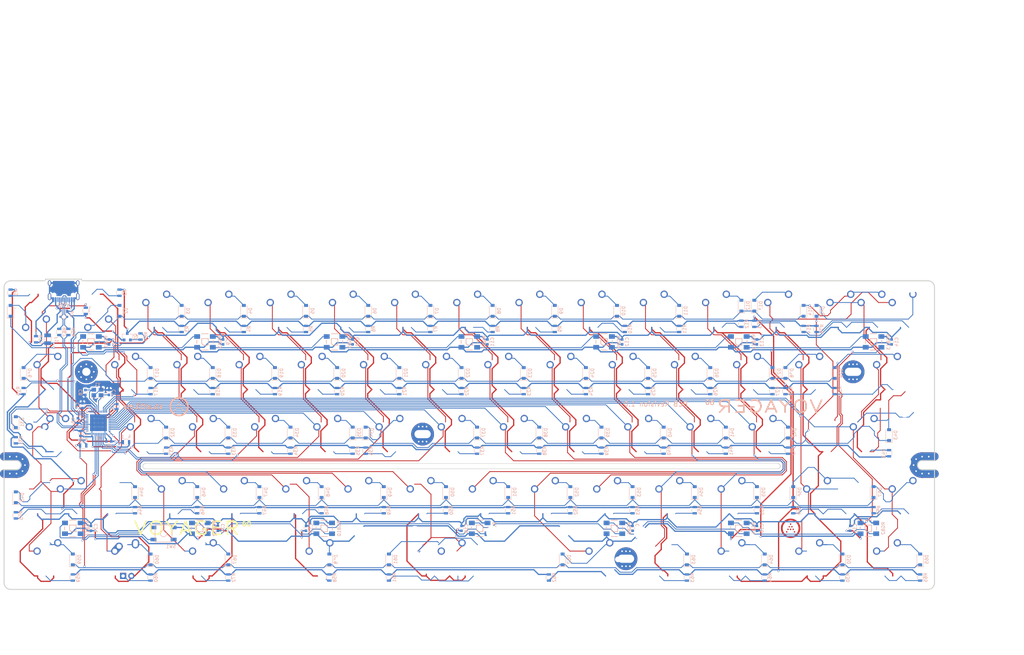
<source format=kicad_pcb>
(kicad_pcb (version 20200829) (generator pcbnew)
  (layers (0 "F.Cu" signal) (31 "B.Cu" signal) (34 "B.Paste" user) (35 "F.Paste" user) (36 "B.SilkS" user) (37 "F.SilkS" user) (38 "B.Mask" user) (39 "F.Mask" user) (44 "Edge.Cuts" user))
  (net 0 "")
  (net 1 "Net-(D1-Pad2)")
  (net 2 "Net-(D2-Pad2)")
  (net 3 "Net-(D3-Pad2)")
  (net 4 "Net-(D4-Pad2)")
  (net 5 "Net-(D5-Pad2)")
  (net 6 "Net-(D6-Pad2)")
  (net 7 "Net-(D7-Pad2)")
  (net 8 "Net-(D8-Pad2)")
  (net 9 "Net-(D9-Pad2)")
  (net 10 "Net-(D10-Pad2)")
  (net 11 "Net-(D11-Pad2)")
  (net 12 "Net-(D12-Pad2)")
  (net 13 "Net-(D13-Pad2)")
  (net 14 "Net-(D14-Pad2)")
  (net 15 "Net-(D16-Pad2)")
  (net 16 "Net-(D17-Pad2)")
  (net 17 "Net-(D18-Pad2)")
  (net 18 "Net-(D19-Pad2)")
  (net 19 "Net-(D20-Pad2)")
  (net 20 "Net-(D21-Pad2)")
  (net 21 "Net-(D22-Pad2)")
  (net 22 "Net-(D23-Pad2)")
  (net 23 "Net-(D24-Pad2)")
  (net 24 "Net-(D25-Pad2)")
  (net 25 "Net-(D26-Pad2)")
  (net 26 "Net-(D27-Pad2)")
  (net 27 "Net-(D28-Pad2)")
  (net 28 "Net-(D29-Pad2)")
  (net 29 "Net-(D30-Pad2)")
  (net 30 "Net-(D31-Pad2)")
  (net 31 "Net-(D32-Pad2)")
  (net 32 "Net-(D33-Pad2)")
  (net 33 "Net-(D34-Pad2)")
  (net 34 "Net-(D35-Pad2)")
  (net 35 "Net-(D36-Pad2)")
  (net 36 "Net-(D37-Pad2)")
  (net 37 "Net-(D38-Pad2)")
  (net 38 "Net-(D39-Pad2)")
  (net 39 "Net-(D40-Pad2)")
  (net 40 "Net-(D41-Pad2)")
  (net 41 "Net-(D42-Pad2)")
  (net 42 "Net-(D43-Pad2)")
  (net 43 "Net-(D44-Pad2)")
  (net 44 "Net-(D45-Pad2)")
  (net 45 "Net-(D46-Pad2)")
  (net 46 "Net-(D47-Pad2)")
  (net 47 "Net-(D48-Pad2)")
  (net 48 "Net-(D49-Pad2)")
  (net 49 "Net-(D50-Pad2)")
  (net 50 "Net-(D51-Pad2)")
  (net 51 "Net-(D52-Pad2)")
  (net 52 "Net-(D53-Pad2)")
  (net 53 "Net-(D54-Pad2)")
  (net 54 "Net-(D55-Pad2)")
  (net 55 "Net-(D56-Pad2)")
  (net 56 "Net-(D57-Pad2)")
  (net 57 "Net-(D58-Pad2)")
  (net 58 "Net-(D59-Pad2)")
  (net 59 "Net-(D60-Pad2)")
  (net 60 "Net-(D61-Pad2)")
  (net 61 "Net-(D62-Pad2)")
  (net 62 "Net-(D63-Pad2)")
  (net 63 "Net-(D64-Pad2)")
  (net 64 "Net-(D65-Pad2)")
  (net 65 "Net-(K_#1-Pad4)")
  (net 66 "Net-(K_#2-Pad4)")
  (net 67 "Net-(K_#3-Pad4)")
  (net 68 "Net-(K_#4-Pad4)")
  (net 69 "Net-(K_#5-Pad4)")
  (net 70 "Net-(K_#6-Pad4)")
  (net 71 "Net-(K_#7-Pad4)")
  (net 72 "Net-(K_#8-Pad4)")
  (net 73 "Net-(K_#9-Pad4)")
  (net 74 "Net-(K_#10-Pad4)")
  (net 75 "Net-(K_'1-Pad4)")
  (net 76 "Net-(K_,1-Pad4)")
  (net 77 "Net-(K_-1-Pad4)")
  (net 78 "Net-(K_.1-Pad4)")
  (net 79 "Net-(K_/1-Pad4)")
  (net 80 "Net-(K_;1-Pad4)")
  (net 81 "Net-(K_=1-Pad4)")
  (net 82 "Net-(K_A1-Pad4)")
  (net 83 "Net-(K_ALT1-Pad4)")
  (net 84 "Net-(K_B1-Pad4)")
  (net 85 "Net-(K_BACK1-Pad4)")
  (net 86 "Net-(K_C1-Pad4)")
  (net 87 "Net-(K_CAPS1-Pad4)")
  (net 88 "Net-(K_CTRL1-Pad4)")
  (net 89 "Net-(K_D1-Pad4)")
  (net 90 "Net-(K_E1-Pad4)")
  (net 91 "Net-(K_ENTER1-Pad4)")
  (net 92 "Net-(K_ESC1-Pad4)")
  (net 93 "Net-(K_F1-Pad4)")
  (net 94 "Net-(K_G1-Pad4)")
  (net 95 "Net-(K_H1-Pad4)")
  (net 96 "Net-(K_I1-Pad4)")
  (net 97 "Net-(K_J1-Pad4)")
  (net 98 "Net-(K_K1-Pad4)")
  (net 99 "Net-(K_L1-Pad4)")
  (net 100 "Net-(K_M1-Pad4)")
  (net 101 "Net-(K_N1-Pad4)")
  (net 102 "Net-(K_O1-Pad4)")
  (net 103 "Net-(K_P1-Pad4)")
  (net 104 "Net-(K_Q1-Pad4)")
  (net 105 "Net-(K_R1-Pad4)")
  (net 106 "Net-(K_S1-Pad4)")
  (net 107 "Net-(K_SHIFT1-Pad4)")
  (net 108 "Net-(K_SPACE1-Pad4)")
  (net 109 "Net-(K_T1-Pad4)")
  (net 110 "Net-(K_TAB1-Pad4)")
  (net 111 "Net-(K_U1-Pad4)")
  (net 112 "Net-(K_V1-Pad4)")
  (net 113 "Net-(K_W1-Pad4)")
  (net 114 "Net-(K_X1-Pad4)")
  (net 115 "Net-(K_Y1-Pad4)")
  (net 116 "Net-(K_Z1-Pad4)")
  (net 117 "Net-(K_[1-Pad4)")
  (net 118 "Net-(K_\\1-Pad4)")
  (net 119 "Net-(K_]1-Pad4)")
  (net 120 "ROW0")
  (net 121 "ROW1")
  (net 122 "ROW2")
  (net 123 "ROW3")
  (net 124 "ROW4")
  (net 125 "COL1")
  (net 126 "+5V")
  (net 127 "COL2")
  (net 128 "COL3")
  (net 129 "COL4")
  (net 130 "COL5")
  (net 131 "COL6")
  (net 132 "COL7")
  (net 133 "COL8")
  (net 134 "COL9")
  (net 135 "COL10")
  (net 136 "COL11")
  (net 137 "COL12")
  (net 138 "COL13")
  (net 139 "COL0")
  (net 140 "LEDGND")
  (net 141 "GND")
  (net 142 "Net-(R68-Pad2)")
  (net 143 "Net-(R67-Pad2)")
  (net 144 "VCC")
  (net 145 "Net-(C6-Pad1)")
  (net 146 "Net-(C7-Pad1)")
  (net 147 "Net-(C8-Pad1)")
  (net 148 "D-")
  (net 149 "D+")
  (net 150 "Net-(Q1-Pad1)")
  (net 151 "Net-(R69-Pad2)")
  (net 152 "Net-(R70-Pad2)")
  (net 153 "Net-(R71-Pad2)")
  (net 154 "Net-(U1-Pad1)")
  (net 155 "Net-(U1-Pad8)")
  (net 156 "Net-(U1-Pad42)")
  (net 157 "Net-(D67-Pad2)")
  (net 158 "Net-(R73-Pad2)")
  (net 159 "Net-(R74-Pad2)")
  (net 160 "Net-(USB1-Pad9)")
  (net 161 "Net-(USB1-Pad3)")
  (net 162 "Net-(D68-Pad2)")
  (net 163 "Net-(K_SBACK2-Pad4)")
  (net 164 "Net-(K_RALT2-Pad4)")
  (net 165 "Net-(K_RALT3-Pad4)")
  (net 166 "Net-(K_RCTRL2-Pad4)")
  (net 167 "Net-(K_RMENU2-Pad4)")
  (net 168 "Net-(K_WIN1-Pad4)")
  (net 169 "Net-(K_RSHIFT1-Pad4)")
  (net 170 "Net-(K_SRSHIFT2-Pad4)")
  (net 171 "Net-(K_SHIFT3-Pad4)")
  (net 172 "Net-(K_SPACE3-Pad4)")
  (net 173 "Net-(K_SPACE4-Pad4)")
  (net 174 "Net-(U1-Pad18)")
  (net 175 "Net-(U1-Pad19)")
  (net 176 "Net-(RGB1-Pad2)")
  (net 177 "RGBLED")
  (net 178 "Net-(RGB13-Pad2)")
  (net 179 "Net-(RGB2-Pad2)")
  (net 180 "Net-(RGB3-Pad2)")
  (net 181 "Net-(RGB4-Pad2)")
  (net 182 "Net-(RGB5-Pad2)")
  (net 183 "Net-(RGB6-Pad2)")
  (net 184 "Net-(RGB7-Pad2)")
  (net 185 "Net-(RGB10-Pad4)")
  (net 186 "Net-(RGB11-Pad4)")
  (net 187 "Net-(RGB10-Pad2)")
  (net 188 "Net-(RGB11-Pad2)")
  (net 189 "Net-(RGB12-Pad2)")
  (net 190 "Net-(RGB14-Pad2)")
  (module "locallib:60_Outline-Modded" (layer "F.Cu") (at 165.1 69.85)
    (fp_text reference "REF**" hide)
    (fp_text value "60_Outline" hide)
    (fp_line (start 138.7 6.54905) (end 142.5 6.54905) (layer "F.Cu") (width 2.5019))
    (fp_line (start -142.5 11.85095) (end -138.7 11.85095) (layer "F.Cu") (width 2.5019))
    (fp_line (start -142.5 6.54905) (end -138.7 6.54905) (layer "F.Cu") (width 2.5019))
    (fp_line (start 138.7 11.85095) (end 142.55 11.85095) (layer "F.Cu") (width 2.5019))
    (fp_arc (start 138.7 9.2) (end 138.7 6.54905) (angle -90) (layer "F.Cu") (width 2.5019))
    (fp_arc (start 138.7 9.2) (end 136.04905 9.2) (angle -90) (layer "F.Cu") (width 2.5019))
    (fp_arc (start -138.7 9.2) (end -136.04905 9.2) (angle 90) (layer "F.Cu") (width 2.5019))
    (fp_arc (start -138.7 9.2) (end -138.7 6.54905) (angle 90) (layer "F.Cu") (width 2.5019))
    (fp_line (start -142.5 11.85095) (end -138.7 11.85095) (layer "B.Cu") (width 2.5019))
    (fp_line (start 138.7 11.85095) (end 142.55 11.85095) (layer "B.Cu") (width 2.5019))
    (fp_line (start -142.5 6.54905) (end -138.7 6.54905) (layer "B.Cu") (width 2.5019))
    (fp_line (start 138.7 6.54905) (end 142.5 6.54905) (layer "B.Cu") (width 2.5019))
    (fp_arc (start 138.7 9.2) (end 136.04905 9.2) (angle -90) (layer "B.Cu") (width 2.5019))
    (fp_arc (start 138.7 9.2) (end 138.7 6.54905) (angle -90) (layer "B.Cu") (width 2.5019))
    (fp_arc (start -138.7 9.2) (end -136.04905 9.2) (angle 90) (layer "B.Cu") (width 2.5019))
    (fp_arc (start -138.7 9.2) (end -138.7 6.54905) (angle 90) (layer "B.Cu") (width 2.5019))
    (fp_line (start -142.5 10.6) (end -138.7 10.6) (layer "Edge.Cuts") (width 0.3))
    (fp_line (start -142.5 45.3) (end -142.5 10.6) (layer "Edge.Cuts") (width 0.3))
    (fp_line (start -142.5 7.8) (end -142.5 -45.3) (layer "Edge.Cuts") (width 0.3))
    (fp_line (start -140.5 -47.3) (end -130.3 -47.3) (layer "Edge.Cuts") (width 0.3))
    (fp_line (start -140.5 47.3) (end 140.5 47.3) (layer "Edge.Cuts") (width 0.3))
    (fp_line (start 140.5 -47.3) (end -118.3 -47.3) (layer "Edge.Cuts") (width 0.3))
    (fp_line (start 138.7 10.6) (end 142.5 10.6) (layer "Edge.Cuts") (width 0.3))
    (fp_line (start 142.5 7.8) (end 142.5 -45.3) (layer "Edge.Cuts") (width 0.3))
    (fp_line (start 142.5 10.6) (end 142.5 45.3) (layer "Edge.Cuts") (width 0.3))
    (fp_line (start 138.7 7.8) (end 142.5 7.8) (layer "Edge.Cuts") (width 0.3))
    (fp_line (start -138.7 7.8) (end -142.5 7.8) (layer "Edge.Cuts") (width 0.3))
    (fp_line (start -129.8 -47.8) (end -118.8 -47.8) (layer "Edge.Cuts") (width 0.3))
    (fp_arc (start 140.5 45.3) (end 142.5 45.3) (angle 90) (layer "Edge.Cuts") (width 0.3))
    (fp_arc (start -140.5 45.3) (end -140.5 47.3) (angle 90) (layer "Edge.Cuts") (width 0.3))
    (fp_arc (start -140.5 -45.3) (end -142.5 -45.3) (angle 90) (layer "Edge.Cuts") (width 0.3))
    (fp_arc (start 138.7 9.2) (end 137.3 9.2) (angle -90) (layer "Edge.Cuts") (width 0.3))
    (fp_arc (start 138.7 9.2) (end 138.7 7.8) (angle -90) (layer "Edge.Cuts") (width 0.3))
    (fp_arc (start 140.5 -45.3) (end 140.5 -47.3) (angle 90) (layer "Edge.Cuts") (width 0.3))
    (fp_arc (start -138.7 9.2) (end -137.3 9.2) (angle 90) (layer "Edge.Cuts") (width 0.3))
    (fp_arc (start -138.7 9.2) (end -138.7 7.8) (angle 90) (layer "Edge.Cuts") (width 0.3))
    (fp_arc (start -118.3 -47.8) (end -118.3 -47.3) (angle 90) (layer "Edge.Cuts") (width 0.3))
    (fp_arc (start -130.3 -47.8) (end -129.8 -47.8) (angle 90) (layer "Edge.Cuts") (width 0.3))
    (pad "1" thru_hole circle (at 116.35 -21.7) (size 1 1) (drill 0.5) (layers *.Cu *.Mask))
    (pad "1" thru_hole circle (at -115.673654 -17.773654) (size 1 1) (drill 0.5) (layers *.Cu *.Mask))
    (pad "1" thru_hole circle (at -140.742035 6.6) (size 1 1) (drill 0.5) (layers *.Cu *.Mask))
    (pad "1" thru_hole circle (at 49.2 35.6) (size 1 1) (drill 0.5) (layers *.Cu *.Mask))
    (pad "1" thru_hole circle (at -118.926346 -17.773654) (size 1 1) (drill 0.5) (layers *.Cu *.Mask))
    (pad "1" thru_hole circle (at -140.742035 11.8) (size 1 1) (drill 0.5) (layers *.Cu *.Mask))
    (pad "1" thru_hole circle (at -119.6 -19.4) (size 1 1) (drill 0.5) (layers *.Cu *.Mask))
    (pad "1" thru_hole circle (at -14.3 -2.6) (size 1 1) (drill 0.5) (layers *.Cu *.Mask))
    (pad "1" thru_hole circle (at 117.55 -19.4) (size 7.00024 7.00024) (drill oval 5.00126 2.49936) (layers *.Cu *.Mask))
    (pad "1" thru_hole circle (at 118.75 -17.1) (size 1 1) (drill 0.5) (layers *.Cu *.Mask))
    (pad "1" thru_hole circle (at 48 40.2) (size 1 1) (drill 0.5) (layers *.Cu *.Mask))
    (pad "1" thru_hole circle (at 46.8 35.6) (size 1 1) (drill 0.5) (layers *.Cu *.Mask))
    (pad "1" thru_hole circle (at -136.1 9.2) (size 1 1) (drill 0.5) (layers *.Cu *.Mask))
    (pad "1" thru_hole circle (at 117.55 -17.1) (size 1 1) (drill 0.5) (layers *.Cu *.Mask))
    (pad "1" thru_hole circle (at -115.673654 -21.026346) (size 1 1) (drill 0.5) (layers *.Cu *.Mask))
    (pad "1" thru_hole circle (at -15.5 2) (size 1 1) (drill 0.5) (layers *.Cu *.Mask))
    (pad "1" thru_hole circle (at -138.7 6.6) (size 1 1) (drill 0.5) (layers *.Cu *.Mask))
    (pad "1" thru_hole circle (at -136.861522 11.038478) (size 1 1) (drill 0.5) (layers *.Cu *.Mask))
    (pad "1" thru_hole circle (at 136.861522 7.361522) (size 1 1) (drill 0.5) (layers *.Cu *.Mask))
    (pad "1" thru_hole circle (at 140.742035 6.6) (size 1 1) (drill 0.5) (layers *.Cu *.Mask))
    (pad "1" thru_hole circle (at -115 -19.4) (size 1 1) (drill 0.5) (layers *.Cu *.Mask))
    (pad "1" thru_hole circle (at 117.55 -21.7) (size 1 1) (drill 0.5) (layers *.Cu *.Mask))
    (pad "1" thru_hole circle (at 46.8 40.2) (size 1 1) (drill 0.5) (layers *.Cu *.Mask))
    (pad "1" thru_hole circle (at -14.3 -0.3) (size 7.00024 7.00024) (drill oval 5.00126 2.49936) (layers *.Cu *.Mask))
    (pad "1" thru_hole circle (at -13.1 -2.6) (size 1 1) (drill 0.5) (layers *.Cu *.Mask))
    (pad "1" thru_hole circle (at -15.5 -2.6) (size 1 1) (drill 0.5) (layers *.Cu *.Mask))
    (pad "1" thru_hole circle (at -138.7 11.8) (size 1 1) (drill 0.5) (layers *.Cu *.Mask))
    (pad "1" thru_hole circle (at 48 35.6) (size 1 1) (drill 0.5) (layers *.Cu *.Mask))
    (pad "1" thru_hole circle (at 138.7 11.8) (size 1 1) (drill 0.5) (layers *.Cu *.Mask))
    (pad "1" thru_hole circle (at -136.861522 7.361522) (size 1 1) (drill 0.5) (layers *.Cu *.Mask))
    (pad "1" thru_hole circle (at 116.35 -17.1) (size 1 1) (drill 0.5) (layers *.Cu *.Mask))
    (pad "1" thru_hole circle (at 136.1 9.2) (size 1 1) (drill 0.5) (layers *.Cu *.Mask))
    (pad "1" thru_hole circle (at -117.3 -17.1) (size 1 1) (drill 0.5) (layers *.Cu *.Mask))
    (pad "1" thru_hole circle (at -14.3 2) (size 1 1) (drill 0.5) (layers *.Cu *.Mask))
    (pad "1" thru_hole circle (at 118.75 -21.717) (size 1 1) (drill 0.5) (layers *.Cu *.Mask))
    (pad "1" thru_hole circle (at -118.926346 -21.026346) (size 1 1) (drill 0.5) (layers *.Cu *.Mask))
    (pad "1" thru_hole circle (at 136.861522 11.038478) (size 1 1) (drill 0.5) (layers *.Cu *.Mask))
    (pad "1" thru_hole circle (at 49.2 40.2) (size 1 1) (drill 0.5) (layers *.Cu *.Mask))
    (pad "1" thru_hole circle (at -13.1 2) (size 1 1) (drill 0.5) (layers *.Cu *.Mask))
    (pad "1" thru_hole circle (at 48 37.9) (size 7.00024 7.00024) (drill oval 5.00126 2.49936) (layers *.Cu *.Mask))
    (pad "1" thru_hole circle (at 140.742035 11.8) (size 1 1) (drill 0.5) (layers *.Cu *.Mask))
    (pad "1" thru_hole circle (at 138.7 6.6) (size 1 1) (drill 0.5) (layers *.Cu *.Mask))
    (pad "1" thru_hole circle (at -117.3 -19.4) (size 7.0013 7.0013) (drill 2.4994) (layers *.Cu *.Mask))
    (pad "1" thru_hole circle (at -117.3 -21.7) (size 1 1) (drill 0.5) (layers *.Cu *.Mask))
  )
  (module "MX_Alps_Hybrid:MXOnly-1U-NoLED" (layer "F.Cu") (at 207.9625 88.9)
    (fp_text reference "K_,1")
    (fp_text value "1U")
    (pad "" np_thru_hole circle (at 5.08 0 48.0996) (size 1.75 1.75) (drill 1.75) (layers *.Cu *.Mask))
    (pad "" np_thru_hole circle (at -5.08 0 48.0996) (size 1.75 1.75) (drill 1.75) (layers *.Cu *.Mask))
    (pad "" np_thru_hole circle (at 0 0) (size 3.9878 3.9878) (drill 3.9878) (layers *.Cu *.Mask))
    (pad "1" thru_hole circle (at -3.81 -2.54) (size 2.25 2.25) (drill 1.47) (layers *.Cu "B.Mask") (net 134 "COL9"))
    (pad "2" thru_hole circle (at 2.54 -5.08) (size 2.25 2.25) (drill 1.47) (layers *.Cu "B.Mask") (net 52 "Net-(D53-Pad2)"))
  )
  (module "MX_Alps_Hybrid:MXOnly-1U-NoLED" (layer "F.Cu") (at 227.0125 88.9)
    (fp_text reference "K_.1")
    (fp_text value "1U")
    (pad "" np_thru_hole circle (at 0 0) (size 3.9878 3.9878) (drill 3.9878) (layers *.Cu *.Mask))
    (pad "" np_thru_hole circle (at -5.08 0 48.0996) (size 1.75 1.75) (drill 1.75) (layers *.Cu *.Mask))
    (pad "" np_thru_hole circle (at 5.08 0 48.0996) (size 1.75 1.75) (drill 1.75) (layers *.Cu *.Mask))
    (pad "1" thru_hole circle (at -3.81 -2.54) (size 2.25 2.25) (drill 1.47) (layers *.Cu "B.Mask") (net 135 "COL10"))
    (pad "2" thru_hole circle (at 2.54 -5.08) (size 2.25 2.25) (drill 1.47) (layers *.Cu "B.Mask") (net 53 "Net-(D54-Pad2)"))
  )
  (module "MX_Alps_Hybrid:MXOnly-1U-NoLED" (layer "F.Cu") (at 50.8 31.75 180)
    (fp_text reference "K_#1")
    (fp_text value "1U")
    (pad "" np_thru_hole circle (at 0 0 180) (size 3.9878 3.9878) (drill 3.9878) (layers *.Cu *.Mask))
    (pad "" np_thru_hole circle (at 5.08 0 228.0996) (size 1.75 1.75) (drill 1.75) (layers *.Cu *.Mask))
    (pad "" np_thru_hole circle (at -5.08 0 228.0996) (size 1.75 1.75) (drill 1.75) (layers *.Cu *.Mask))
    (pad "1" thru_hole circle (at -3.81 -2.54 180) (size 2.25 2.25) (drill 1.47) (layers *.Cu "B.Mask") (net 125 "COL1"))
    (pad "2" thru_hole circle (at 2.54 -5.08 180) (size 2.25 2.25) (drill 1.47) (layers *.Cu "B.Mask") (net 2 "Net-(D2-Pad2)"))
  )
  (module "MX_Alps_Hybrid:MXOnly-1U-NoLED" (layer "F.Cu") (at 69.85 31.75)
    (fp_text reference "K_#2")
    (fp_text value "1U")
    (pad "" np_thru_hole circle (at 5.08 0 48.0996) (size 1.75 1.75) (drill 1.75) (layers *.Cu *.Mask))
    (pad "" np_thru_hole circle (at -5.08 0 48.0996) (size 1.75 1.75) (drill 1.75) (layers *.Cu *.Mask))
    (pad "" np_thru_hole circle (at 0 0) (size 3.9878 3.9878) (drill 3.9878) (layers *.Cu *.Mask))
    (pad "1" thru_hole circle (at -3.81 -2.54) (size 2.25 2.25) (drill 1.47) (layers *.Cu "B.Mask") (net 127 "COL2"))
    (pad "2" thru_hole circle (at 2.54 -5.08) (size 2.25 2.25) (drill 1.47) (layers *.Cu "B.Mask") (net 3 "Net-(D3-Pad2)"))
  )
  (module "MX_Alps_Hybrid:MXOnly-1U-NoLED" (layer "F.Cu") (at 88.9 31.75)
    (fp_text reference "K_#3")
    (fp_text value "1U")
    (pad "" np_thru_hole circle (at 5.08 0 48.0996) (size 1.75 1.75) (drill 1.75) (layers *.Cu *.Mask))
    (pad "" np_thru_hole circle (at -5.08 0 48.0996) (size 1.75 1.75) (drill 1.75) (layers *.Cu *.Mask))
    (pad "" np_thru_hole circle (at 0 0) (size 3.9878 3.9878) (drill 3.9878) (layers *.Cu *.Mask))
    (pad "1" thru_hole circle (at -3.81 -2.54) (size 2.25 2.25) (drill 1.47) (layers *.Cu "B.Mask") (net 128 "COL3"))
    (pad "2" thru_hole circle (at 2.54 -5.08) (size 2.25 2.25) (drill 1.47) (layers *.Cu "B.Mask") (net 4 "Net-(D4-Pad2)"))
  )
  (module "MX_Alps_Hybrid:MXOnly-1U-NoLED" (layer "F.Cu") (at 107.95 31.75)
    (fp_text reference "K_#4")
    (fp_text value "1U")
    (pad "" np_thru_hole circle (at -5.08 0 48.0996) (size 1.75 1.75) (drill 1.75) (layers *.Cu *.Mask))
    (pad "" np_thru_hole circle (at 0 0) (size 3.9878 3.9878) (drill 3.9878) (layers *.Cu *.Mask))
    (pad "" np_thru_hole circle (at 5.08 0 48.0996) (size 1.75 1.75) (drill 1.75) (layers *.Cu *.Mask))
    (pad "1" thru_hole circle (at -3.81 -2.54) (size 2.25 2.25) (drill 1.47) (layers *.Cu "B.Mask") (net 129 "COL4"))
    (pad "2" thru_hole circle (at 2.54 -5.08) (size 2.25 2.25) (drill 1.47) (layers *.Cu "B.Mask") (net 5 "Net-(D5-Pad2)"))
  )
  (module "MX_Alps_Hybrid:MXOnly-1U-NoLED" (layer "F.Cu") (at 127 31.75)
    (fp_text reference "K_#5")
    (fp_text value "1U")
    (pad "" np_thru_hole circle (at 5.08 0 48.0996) (size 1.75 1.75) (drill 1.75) (layers *.Cu *.Mask))
    (pad "" np_thru_hole circle (at 0 0) (size 3.9878 3.9878) (drill 3.9878) (layers *.Cu *.Mask))
    (pad "" np_thru_hole circle (at -5.08 0 48.0996) (size 1.75 1.75) (drill 1.75) (layers *.Cu *.Mask))
    (pad "1" thru_hole circle (at -3.81 -2.54) (size 2.25 2.25) (drill 1.47) (layers *.Cu "B.Mask") (net 130 "COL5"))
    (pad "2" thru_hole circle (at 2.54 -5.08) (size 2.25 2.25) (drill 1.47) (layers *.Cu "B.Mask") (net 6 "Net-(D6-Pad2)"))
  )
  (module "MX_Alps_Hybrid:MXOnly-1U-NoLED" (layer "F.Cu") (at 146.05 31.75)
    (fp_text reference "K_#6")
    (fp_text value "1U")
    (pad "" np_thru_hole circle (at -5.08 0 48.0996) (size 1.75 1.75) (drill 1.75) (layers *.Cu *.Mask))
    (pad "" np_thru_hole circle (at 5.08 0 48.0996) (size 1.75 1.75) (drill 1.75) (layers *.Cu *.Mask))
    (pad "" np_thru_hole circle (at 0 0) (size 3.9878 3.9878) (drill 3.9878) (layers *.Cu *.Mask))
    (pad "1" thru_hole circle (at -3.81 -2.54) (size 2.25 2.25) (drill 1.47) (layers *.Cu "B.Mask") (net 131 "COL6"))
    (pad "2" thru_hole circle (at 2.54 -5.08) (size 2.25 2.25) (drill 1.47) (layers *.Cu "B.Mask") (net 7 "Net-(D7-Pad2)"))
  )
  (module "MX_Alps_Hybrid:MXOnly-1U-NoLED" (layer "F.Cu") (at 165.1 31.75)
    (fp_text reference "K_#7")
    (fp_text value "1U")
    (pad "" np_thru_hole circle (at 5.08 0 48.0996) (size 1.75 1.75) (drill 1.75) (layers *.Cu *.Mask))
    (pad "" np_thru_hole circle (at 0 0) (size 3.9878 3.9878) (drill 3.9878) (layers *.Cu *.Mask))
    (pad "" np_thru_hole circle (at -5.08 0 48.0996) (size 1.75 1.75) (drill 1.75) (layers *.Cu *.Mask))
    (pad "1" thru_hole circle (at -3.81 -2.54) (size 2.25 2.25) (drill 1.47) (layers *.Cu "B.Mask") (net 132 "COL7"))
    (pad "2" thru_hole circle (at 2.54 -5.08) (size 2.25 2.25) (drill 1.47) (layers *.Cu "B.Mask") (net 8 "Net-(D8-Pad2)"))
  )
  (module "MX_Alps_Hybrid:MXOnly-1U-NoLED" (layer "F.Cu") (at 184.15 31.75)
    (fp_text reference "K_#8")
    (fp_text value "1U")
    (pad "" np_thru_hole circle (at 5.08 0 48.0996) (size 1.75 1.75) (drill 1.75) (layers *.Cu *.Mask))
    (pad "" np_thru_hole circle (at 0 0) (size 3.9878 3.9878) (drill 3.9878) (layers *.Cu *.Mask))
    (pad "" np_thru_hole circle (at -5.08 0 48.0996) (size 1.75 1.75) (drill 1.75) (layers *.Cu *.Mask))
    (pad "1" thru_hole circle (at -3.81 -2.54) (size 2.25 2.25) (drill 1.47) (layers *.Cu "B.Mask") (net 133 "COL8"))
    (pad "2" thru_hole circle (at 2.54 -5.08) (size 2.25 2.25) (drill 1.47) (layers *.Cu "B.Mask") (net 9 "Net-(D9-Pad2)"))
  )
  (module "MX_Alps_Hybrid:MXOnly-1U-NoLED" (layer "F.Cu") (at 203.2 31.75)
    (fp_text reference "K_#9")
    (fp_text value "1U")
    (pad "" np_thru_hole circle (at 5.08 0 48.0996) (size 1.75 1.75) (drill 1.75) (layers *.Cu *.Mask))
    (pad "" np_thru_hole circle (at 0 0) (size 3.9878 3.9878) (drill 3.9878) (layers *.Cu *.Mask))
    (pad "" np_thru_hole circle (at -5.08 0 48.0996) (size 1.75 1.75) (drill 1.75) (layers *.Cu *.Mask))
    (pad "1" thru_hole circle (at -3.81 -2.54) (size 2.25 2.25) (drill 1.47) (layers *.Cu "B.Mask") (net 134 "COL9"))
    (pad "2" thru_hole circle (at 2.54 -5.08) (size 2.25 2.25) (drill 1.47) (layers *.Cu "B.Mask") (net 10 "Net-(D10-Pad2)"))
  )
  (module "MX_Alps_Hybrid:MXOnly-1U-NoLED" (layer "F.Cu") (at 222.25 31.75)
    (fp_text reference "K_#10")
    (fp_text value "1U")
    (pad "" np_thru_hole circle (at 5.08 0 48.0996) (size 1.75 1.75) (drill 1.75) (layers *.Cu *.Mask))
    (pad "" np_thru_hole circle (at 0 0) (size 3.9878 3.9878) (drill 3.9878) (layers *.Cu *.Mask))
    (pad "" np_thru_hole circle (at -5.08 0 48.0996) (size 1.75 1.75) (drill 1.75) (layers *.Cu *.Mask))
    (pad "1" thru_hole circle (at -3.81 -2.54) (size 2.25 2.25) (drill 1.47) (layers *.Cu "B.Mask") (net 135 "COL10"))
    (pad "2" thru_hole circle (at 2.54 -5.08) (size 2.25 2.25) (drill 1.47) (layers *.Cu "B.Mask") (net 11 "Net-(D11-Pad2)"))
  )
  (module "MX_Alps_Hybrid:MXOnly-1U-NoLED" (layer "F.Cu") (at 255.5875 69.85)
    (fp_text reference "K_'1")
    (fp_text value "1U")
    (pad "" np_thru_hole circle (at -5.08 0 48.0996) (size 1.75 1.75) (drill 1.75) (layers *.Cu *.Mask))
    (pad "" np_thru_hole circle (at 5.08 0 48.0996) (size 1.75 1.75) (drill 1.75) (layers *.Cu *.Mask))
    (pad "" np_thru_hole circle (at 0 0) (size 3.9878 3.9878) (drill 3.9878) (layers *.Cu *.Mask))
    (pad "1" thru_hole circle (at -3.81 -2.54) (size 2.25 2.25) (drill 1.47) (layers *.Cu "B.Mask") (net 136 "COL11"))
    (pad "2" thru_hole circle (at 2.54 -5.08) (size 2.25 2.25) (drill 1.47) (layers *.Cu "B.Mask") (net 41 "Net-(D42-Pad2)"))
  )
  (module "MX_Alps_Hybrid:MXOnly-1U-NoLED" (layer "F.Cu") (at 241.3 31.75)
    (fp_text reference "K_-1")
    (fp_text value "1U")
    (pad "" np_thru_hole circle (at -5.08 0 48.0996) (size 1.75 1.75) (drill 1.75) (layers *.Cu *.Mask))
    (pad "" np_thru_hole circle (at 5.08 0 48.0996) (size 1.75 1.75) (drill 1.75) (layers *.Cu *.Mask))
    (pad "" np_thru_hole circle (at 0 0) (size 3.9878 3.9878) (drill 3.9878) (layers *.Cu *.Mask))
    (pad "1" thru_hole circle (at -3.81 -2.54) (size 2.25 2.25) (drill 1.47) (layers *.Cu "B.Mask") (net 136 "COL11"))
    (pad "2" thru_hole circle (at 2.54 -5.08) (size 2.25 2.25) (drill 1.47) (layers *.Cu "B.Mask") (net 12 "Net-(D12-Pad2)"))
  )
  (module "MX_Alps_Hybrid:MXOnly-1U-NoLED" (layer "F.Cu") (at 246.0625 88.9)
    (fp_text reference "K_/1")
    (fp_text value "1U")
    (pad "" np_thru_hole circle (at 5.08 0 48.0996) (size 1.75 1.75) (drill 1.75) (layers *.Cu *.Mask))
    (pad "" np_thru_hole circle (at 0 0) (size 3.9878 3.9878) (drill 3.9878) (layers *.Cu *.Mask))
    (pad "" np_thru_hole circle (at -5.08 0 48.0996) (size 1.75 1.75) (drill 1.75) (layers *.Cu *.Mask))
    (pad "1" thru_hole circle (at -3.81 -2.54) (size 2.25 2.25) (drill 1.47) (layers *.Cu "B.Mask") (net 136 "COL11"))
    (pad "2" thru_hole circle (at 2.54 -5.08) (size 2.25 2.25) (drill 1.47) (layers *.Cu "B.Mask") (net 54 "Net-(D55-Pad2)"))
  )
  (module "MX_Alps_Hybrid:MXOnly-1U-NoLED" (layer "F.Cu") (at 236.5375 69.85)
    (fp_text reference "K_;1")
    (fp_text value "1U")
    (pad "" np_thru_hole circle (at 5.08 0 48.0996) (size 1.75 1.75) (drill 1.75) (layers *.Cu *.Mask))
    (pad "" np_thru_hole circle (at -5.08 0 48.0996) (size 1.75 1.75) (drill 1.75) (layers *.Cu *.Mask))
    (pad "" np_thru_hole circle (at 0 0) (size 3.9878 3.9878) (drill 3.9878) (layers *.Cu *.Mask))
    (pad "1" thru_hole circle (at -3.81 -2.54) (size 2.25 2.25) (drill 1.47) (layers *.Cu "B.Mask") (net 135 "COL10"))
    (pad "2" thru_hole circle (at 2.54 -5.08) (size 2.25 2.25) (drill 1.47) (layers *.Cu "B.Mask") (net 40 "Net-(D41-Pad2)"))
  )
  (module "MX_Alps_Hybrid:MXOnly-1U-NoLED" (layer "F.Cu") (at 260.35 31.75)
    (fp_text reference "K_=1")
    (fp_text value "1U")
    (pad "" np_thru_hole circle (at 5.08 0 48.0996) (size 1.75 1.75) (drill 1.75) (layers *.Cu *.Mask))
    (pad "" np_thru_hole circle (at 0 0) (size 3.9878 3.9878) (drill 3.9878) (layers *.Cu *.Mask))
    (pad "" np_thru_hole circle (at -5.08 0 48.0996) (size 1.75 1.75) (drill 1.75) (layers *.Cu *.Mask))
    (pad "1" thru_hole circle (at -3.81 -2.54) (size 2.25 2.25) (drill 1.47) (layers *.Cu "B.Mask") (net 137 "COL12"))
    (pad "2" thru_hole circle (at 2.54 -5.08) (size 2.25 2.25) (drill 1.47) (layers *.Cu "B.Mask") (net 13 "Net-(D13-Pad2)"))
  )
  (module "MX_Alps_Hybrid:MXOnly-1U-NoLED" (layer "F.Cu") (at 250.825 50.8)
    (fp_text reference "K_[1")
    (fp_text value "1U")
    (pad "" np_thru_hole circle (at 5.08 0 48.0996) (size 1.75 1.75) (drill 1.75) (layers *.Cu *.Mask))
    (pad "" np_thru_hole circle (at 0 0) (size 3.9878 3.9878) (drill 3.9878) (layers *.Cu *.Mask))
    (pad "" np_thru_hole circle (at -5.08 0 48.0996) (size 1.75 1.75) (drill 1.75) (layers *.Cu *.Mask))
    (pad "1" thru_hole circle (at -3.81 -2.54) (size 2.25 2.25) (drill 1.47) (layers *.Cu "B.Mask") (net 136 "COL11"))
    (pad "2" thru_hole circle (at 2.54 -5.08) (size 2.25 2.25) (drill 1.47) (layers *.Cu "B.Mask") (net 26 "Net-(D27-Pad2)"))
  )
  (module "MX_Alps_Hybrid:MXOnly-1.5U-NoLED" (layer "F.Cu") (at 293.6875 50.8)
    (fp_text reference "K_\\1")
    (fp_text value "1.5U")
    (pad "" np_thru_hole circle (at -5.08 0 48.0996) (size 1.75 1.75) (drill 1.75) (layers *.Cu *.Mask))
    (pad "" np_thru_hole circle (at 0 0) (size 3.9878 3.9878) (drill 3.9878) (layers *.Cu *.Mask))
    (pad "" np_thru_hole circle (at 5.08 0 48.0996) (size 1.75 1.75) (drill 1.75) (layers *.Cu *.Mask))
    (pad "1" thru_hole circle (at -3.81 -2.54) (size 2.25 2.25) (drill 1.47) (layers *.Cu "B.Mask") (net 138 "COL13"))
    (pad "2" thru_hole circle (at 2.54 -5.08) (size 2.25 2.25) (drill 1.47) (layers *.Cu "B.Mask") (net 28 "Net-(D29-Pad2)"))
  )
  (module "MX_Alps_Hybrid:MXOnly-1U-NoLED" (layer "F.Cu") (at 269.875 50.8)
    (fp_text reference "K_]1")
    (fp_text value "1U")
    (pad "" np_thru_hole circle (at 5.08 0 48.0996) (size 1.75 1.75) (drill 1.75) (layers *.Cu *.Mask))
    (pad "" np_thru_hole circle (at 0 0) (size 3.9878 3.9878) (drill 3.9878) (layers *.Cu *.Mask))
    (pad "" np_thru_hole circle (at -5.08 0 48.0996) (size 1.75 1.75) (drill 1.75) (layers *.Cu *.Mask))
    (pad "1" thru_hole circle (at -3.81 -2.54) (size 2.25 2.25) (drill 1.47) (layers *.Cu "B.Mask") (net 137 "COL12"))
    (pad "2" thru_hole circle (at 2.54 -5.08) (size 2.25 2.25) (drill 1.47) (layers *.Cu "B.Mask") (net 27 "Net-(D28-Pad2)"))
  )
  (module "MX_Alps_Hybrid:MXOnly-1U-NoLED" (layer "F.Cu") (at 65.0875 69.85)
    (fp_text reference "K_A1")
    (fp_text value "1U")
    (pad "" np_thru_hole circle (at -5.08 0 48.0996) (size 1.75 1.75) (drill 1.75) (layers *.Cu *.Mask))
    (pad "" np_thru_hole circle (at 0 0) (size 3.9878 3.9878) (drill 3.9878) (layers *.Cu *.Mask))
    (pad "" np_thru_hole circle (at 5.08 0 48.0996) (size 1.75 1.75) (drill 1.75) (layers *.Cu *.Mask))
    (pad "1" thru_hole circle (at -3.81 -2.54) (size 2.25 2.25) (drill 1.47) (layers *.Cu "B.Mask") (net 125 "COL1"))
    (pad "2" thru_hole circle (at 2.54 -5.08) (size 2.25 2.25) (drill 1.47) (layers *.Cu "B.Mask") (net 31 "Net-(D32-Pad2)"))
  )
  (module "MX_Alps_Hybrid:MXOnly-1.5U-NoLED" (layer "F.Cu") (at 84.1375 107.95)
    (fp_text reference "K_ALT2")
    (fp_text value "MX-1.5U")
    (pad "" np_thru_hole circle (at 5.08 0 48.0996) (size 1.75 1.75) (drill 1.75) (layers *.Cu *.Mask))
    (pad "" np_thru_hole circle (at -5.08 0 48.0996) (size 1.75 1.75) (drill 1.75) (layers *.Cu *.Mask))
    (pad "" np_thru_hole circle (at 0 0) (size 3.9878 3.9878) (drill 3.9878) (layers *.Cu *.Mask))
    (pad "1" thru_hole circle (at -3.81 -2.54) (size 2.25 2.25) (drill 1.47) (layers *.Cu "B.Mask") (net 127 "COL2"))
    (pad "2" thru_hole circle (at 2.54 -5.08) (size 2.25 2.25) (drill 1.47) (layers *.Cu "B.Mask") (net 157 "Net-(D67-Pad2)"))
  )
  (module "MX_Alps_Hybrid:MXOnly-1U-NoLED" (layer "F.Cu") (at 150.8125 88.9)
    (fp_text reference "K_B1")
    (fp_text value "1U")
    (pad "" np_thru_hole circle (at -5.08 0 48.0996) (size 1.75 1.75) (drill 1.75) (layers *.Cu *.Mask))
    (pad "" np_thru_hole circle (at 5.08 0 48.0996) (size 1.75 1.75) (drill 1.75) (layers *.Cu *.Mask))
    (pad "" np_thru_hole circle (at 0 0) (size 3.9878 3.9878) (drill 3.9878) (layers *.Cu *.Mask))
    (pad "1" thru_hole circle (at -3.81 -2.54) (size 2.25 2.25) (drill 1.47) (layers *.Cu "B.Mask") (net 131 "COL6"))
    (pad "2" thru_hole circle (at 2.54 -5.08) (size 2.25 2.25) (drill 1.47) (layers *.Cu "B.Mask") (net 49 "Net-(D50-Pad2)"))
  )
  (module "MX_Alps_Hybrid:MXOnly-2U-NoLED" (layer "F.Cu") (at 288.925 31.75)
    (fp_text reference "K_BACK1")
    (fp_text value "2U")
    (pad "" np_thru_hole circle (at 0 0) (size 3.9878 3.9878) (drill 3.9878) (layers *.Cu *.Mask))
    (pad "" np_thru_hole circle (at -5.08 0 48.0996) (size 1.75 1.75) (drill 1.75) (layers *.Cu *.Mask))
    (pad "" np_thru_hole circle (at -11.90625 8.255) (size 3.9878 3.9878) (drill 3.9878) (layers *.Cu *.Mask))
    (pad "" np_thru_hole circle (at 11.90625 -6.985) (size 3.048 3.048) (drill 3.048) (layers *.Cu *.Mask))
    (pad "" np_thru_hole circle (at 11.90625 8.255) (size 3.9878 3.9878) (drill 3.9878) (layers *.Cu *.Mask))
    (pad "" np_thru_hole circle (at -11.90625 -6.985) (size 3.048 3.048) (drill 3.048) (layers *.Cu *.Mask))
    (pad "" np_thru_hole circle (at 5.08 0 48.0996) (size 1.75 1.75) (drill 1.75) (layers *.Cu *.Mask))
    (pad "1" thru_hole circle (at -3.81 -2.54) (size 2.25 2.25) (drill 1.47) (layers *.Cu "B.Mask") (net 138 "COL13"))
    (pad "2" thru_hole circle (at 2.54 -5.08) (size 2.25 2.25) (drill 1.47) (layers *.Cu "B.Mask") (net 14 "Net-(D14-Pad2)"))
  )
  (module "MX_Alps_Hybrid:MXOnly-1U-NoLED" (layer "F.Cu") (at 112.7125 88.9)
    (fp_text reference "K_C1")
    (fp_text value "1U")
    (pad "" np_thru_hole circle (at 0 0) (size 3.9878 3.9878) (drill 3.9878) (layers *.Cu *.Mask))
    (pad "" np_thru_hole circle (at -5.08 0 48.0996) (size 1.75 1.75) (drill 1.75) (layers *.Cu *.Mask))
    (pad "" np_thru_hole circle (at 5.08 0 48.0996) (size 1.75 1.75) (drill 1.75) (layers *.Cu *.Mask))
    (pad "1" thru_hole circle (at -3.81 -2.54) (size 2.25 2.25) (drill 1.47) (layers *.Cu "B.Mask") (net 129 "COL4"))
    (pad "2" thru_hole circle (at 2.54 -5.08) (size 2.25 2.25) (drill 1.47) (layers *.Cu "B.Mask") (net 47 "Net-(D48-Pad2)"))
  )
  (module "MX_Alps_Hybrid:MXOnly-1.75U-NoLED" (layer "F.Cu") (at 38.89375 69.85)
    (fp_text reference "K_CAPS1")
    (fp_text value "1.75U")
    (pad "" np_thru_hole circle (at 5.08 0 48.0996) (size 1.75 1.75) (drill 1.75) (layers *.Cu *.Mask))
    (pad "" np_thru_hole circle (at -5.08 0 48.0996) (size 1.75 1.75) (drill 1.75) (layers *.Cu *.Mask))
    (pad "" np_thru_hole circle (at 0 0) (size 3.9878 3.9878) (drill 3.9878) (layers *.Cu *.Mask))
    (pad "1" thru_hole circle (at -3.81 -2.54) (size 2.25 2.25) (drill 1.47) (layers *.Cu "B.Mask") (net 139 "COL0"))
    (pad "2" thru_hole circle (at 2.54 -5.08) (size 2.25 2.25) (drill 1.47) (layers *.Cu "B.Mask") (net 30 "Net-(D31-Pad2)"))
  )
  (module "MX_Alps_Hybrid:MXOnly-1.25U-NoLED" (layer "F.Cu") (at 34.13125 69.85)
    (fp_text reference "K_CAPS2")
    (fp_text value "MX-1.25U")
    (pad "" np_thru_hole circle (at 0 0) (size 3.9878 3.9878) (drill 3.9878) (layers *.Cu *.Mask))
    (pad "" np_thru_hole circle (at -5.08 0 48.0996) (size 1.75 1.75) (drill 1.75) (layers *.Cu *.Mask))
    (pad "" np_thru_hole circle (at 5.08 0 48.0996) (size 1.75 1.75) (drill 1.75) (layers *.Cu *.Mask))
    (pad "1" thru_hole circle (at -3.81 -2.54) (size 2.25 2.25) (drill 1.47) (layers *.Cu "B.Mask") (net 30 "Net-(D31-Pad2)"))
    (pad "2" thru_hole circle (at 2.54 -5.08) (size 2.25 2.25) (drill 1.47) (layers *.Cu "B.Mask") (net 139 "COL0"))
  )
  (module "MX_Alps_Hybrid:MXOnly-1.5U-NoLED" (layer "F.Cu") (at 36.5125 107.95)
    (fp_text reference "K_CTRL2")
    (fp_text value "MX-1.5U")
    (pad "" np_thru_hole circle (at 5.08 0 48.0996) (size 1.75 1.75) (drill 1.75) (layers *.Cu *.Mask))
    (pad "" np_thru_hole circle (at 0 0) (size 3.9878 3.9878) (drill 3.9878) (layers *.Cu *.Mask))
    (pad "" np_thru_hole circle (at -5.08 0 48.0996) (size 1.75 1.75) (drill 1.75) (layers *.Cu *.Mask))
    (pad "1" thru_hole circle (at -3.81 -2.54) (size 2.25 2.25) (drill 1.47) (layers *.Cu "B.Mask") (net 139 "COL0"))
    (pad "2" thru_hole circle (at 2.54 -5.08) (size 2.25 2.25) (drill 1.47) (layers *.Cu "B.Mask") (net 58 "Net-(D59-Pad2)"))
  )
  (module "MX_Alps_Hybrid:MXOnly-1U-NoLED" (layer "F.Cu") (at 103.1875 69.85)
    (fp_text reference "K_D1")
    (fp_text value "1U")
    (pad "" np_thru_hole circle (at 5.08 0 48.0996) (size 1.75 1.75) (drill 1.75) (layers *.Cu *.Mask))
    (pad "" np_thru_hole circle (at 0 0) (size 3.9878 3.9878) (drill 3.9878) (layers *.Cu *.Mask))
    (pad "" np_thru_hole circle (at -5.08 0 48.0996) (size 1.75 1.75) (drill 1.75) (layers *.Cu *.Mask))
    (pad "1" thru_hole circle (at -3.81 -2.54) (size 2.25 2.25) (drill 1.47) (layers *.Cu "B.Mask") (net 128 "COL3"))
    (pad "2" thru_hole circle (at 2.54 -5.08) (size 2.25 2.25) (drill 1.47) (layers *.Cu "B.Mask") (net 33 "Net-(D34-Pad2)"))
  )
  (module "MX_Alps_Hybrid:MXOnly-1U-NoLED" (layer "F.Cu") (at 98.425 50.8)
    (fp_text reference "K_E1")
    (fp_text value "1U")
    (pad "" np_thru_hole circle (at -5.08 0 48.0996) (size 1.75 1.75) (drill 1.75) (layers *.Cu *.Mask))
    (pad "" np_thru_hole circle (at 5.08 0 48.0996) (size 1.75 1.75) (drill 1.75) (layers *.Cu *.Mask))
    (pad "" np_thru_hole circle (at 0 0) (size 3.9878 3.9878) (drill 3.9878) (layers *.Cu *.Mask))
    (pad "1" thru_hole circle (at -3.81 -2.54) (size 2.25 2.25) (drill 1.47) (layers *.Cu "B.Mask") (net 128 "COL3"))
    (pad "2" thru_hole circle (at 2.54 -5.08) (size 2.25 2.25) (drill 1.47) (layers *.Cu "B.Mask") (net 18 "Net-(D19-Pad2)"))
  )
  (module "MX_Alps_Hybrid:MXOnly-2.25U-NoLED" (layer "F.Cu") (at 286.54375 69.85)
    (fp_text reference "K_ENTER1")
    (fp_text value "2.25U")
    (pad "" np_thru_hole circle (at -5.08 0 48.0996) (size 1.75 1.75) (drill 1.75) (layers *.Cu *.Mask))
    (pad "" np_thru_hole circle (at 11.90625 -6.985) (size 3.048 3.048) (drill 3.048) (layers *.Cu *.Mask))
    (pad "" np_thru_hole circle (at 0 0) (size 3.9878 3.9878) (drill 3.9878) (layers *.Cu *.Mask))
    (pad "" np_thru_hole circle (at -11.90625 -6.985) (size 3.048 3.048) (drill 3.048) (layers *.Cu *.Mask))
    (pad "" np_thru_hole circle (at 11.90625 8.255) (size 3.9878 3.9878) (drill 3.9878) (layers *.Cu *.Mask))
    (pad "" np_thru_hole circle (at 5.08 0 48.0996) (size 1.75 1.75) (drill 1.75) (layers *.Cu *.Mask))
    (pad "" np_thru_hole circle (at -11.90625 8.255) (size 3.9878 3.9878) (drill 3.9878) (layers *.Cu *.Mask))
    (pad "1" thru_hole circle (at -3.81 -2.54) (size 2.25 2.25) (drill 1.47) (layers *.Cu "B.Mask") (net 138 "COL13"))
    (pad "2" thru_hole circle (at 2.54 -5.08) (size 2.25 2.25) (drill 1.47) (layers *.Cu "B.Mask") (net 42 "Net-(D43-Pad2)"))
  )
  (module "MX_Alps_Hybrid:MXOnly-1U-NoLED" (layer "F.Cu") (at 31.75 31.75 180)
    (fp_text reference "K_ESC1")
    (fp_text value "1U")
    (pad "" np_thru_hole circle (at 0 0 180) (size 3.9878 3.9878) (drill 3.9878) (layers *.Cu *.Mask))
    (pad "" np_thru_hole circle (at -5.08 0 228.0996) (size 1.75 1.75) (drill 1.75) (layers *.Cu *.Mask))
    (pad "" np_thru_hole circle (at 5.08 0 228.0996) (size 1.75 1.75) (drill 1.75) (layers *.Cu *.Mask))
    (pad "1" thru_hole circle (at -3.81 -2.54 180) (size 2.25 2.25) (drill 1.47) (layers *.Cu "B.Mask") (net 139 "COL0"))
    (pad "2" thru_hole circle (at 2.54 -5.08 180) (size 2.25 2.25) (drill 1.47) (layers *.Cu "B.Mask") (net 1 "Net-(D1-Pad2)"))
  )
  (module "MX_Alps_Hybrid:MXOnly-1U-NoLED" (layer "F.Cu") (at 122.2375 69.85)
    (fp_text reference "K_F1")
    (fp_text value "1U")
    (pad "" np_thru_hole circle (at 0 0) (size 3.9878 3.9878) (drill 3.9878) (layers *.Cu *.Mask))
    (pad "" np_thru_hole circle (at 5.08 0 48.0996) (size 1.75 1.75) (drill 1.75) (layers *.Cu *.Mask))
    (pad "" np_thru_hole circle (at -5.08 0 48.0996) (size 1.75 1.75) (drill 1.75) (layers *.Cu *.Mask))
    (pad "1" thru_hole circle (at -3.81 -2.54) (size 2.25 2.25) (drill 1.47) (layers *.Cu "B.Mask") (net 129 "COL4"))
    (pad "2" thru_hole circle (at 2.54 -5.08) (size 2.25 2.25) (drill 1.47) (layers *.Cu "B.Mask") (net 34 "Net-(D35-Pad2)"))
  )
  (module "MX_Alps_Hybrid:MXOnly-1U-NoLED" (layer "F.Cu") (at 141.2875 69.85)
    (fp_text reference "K_G1")
    (fp_text value "1U")
    (pad "" np_thru_hole circle (at -5.08 0 48.0996) (size 1.75 1.75) (drill 1.75) (layers *.Cu *.Mask))
    (pad "" np_thru_hole circle (at 5.08 0 48.0996) (size 1.75 1.75) (drill 1.75) (layers *.Cu *.Mask))
    (pad "" np_thru_hole circle (at 0 0) (size 3.9878 3.9878) (drill 3.9878) (layers *.Cu *.Mask))
    (pad "1" thru_hole circle (at -3.81 -2.54) (size 2.25 2.25) (drill 1.47) (layers *.Cu "B.Mask") (net 130 "COL5"))
    (pad "2" thru_hole circle (at 2.54 -5.08) (size 2.25 2.25) (drill 1.47) (layers *.Cu "B.Mask") (net 35 "Net-(D36-Pad2)"))
  )
  (module "MX_Alps_Hybrid:MXOnly-1U-NoLED" (layer "F.Cu") (at 160.3375 69.85)
    (fp_text reference "K_H1")
    (fp_text value "1U")
    (pad "" np_thru_hole circle (at 5.08 0 48.0996) (size 1.75 1.75) (drill 1.75) (layers *.Cu *.Mask))
    (pad "" np_thru_hole circle (at -5.08 0 48.0996) (size 1.75 1.75) (drill 1.75) (layers *.Cu *.Mask))
    (pad "" np_thru_hole circle (at 0 0) (size 3.9878 3.9878) (drill 3.9878) (layers *.Cu *.Mask))
    (pad "1" thru_hole circle (at -3.81 -2.54) (size 2.25 2.25) (drill 1.47) (layers *.Cu "B.Mask") (net 131 "COL6"))
    (pad "2" thru_hole circle (at 2.54 -5.08) (size 2.25 2.25) (drill 1.47) (layers *.Cu "B.Mask") (net 36 "Net-(D37-Pad2)"))
  )
  (module "MX_Alps_Hybrid:MXOnly-1U-NoLED" (layer "F.Cu") (at 193.675 50.8)
    (fp_text reference "K_I1")
    (fp_text value "1U")
    (pad "" np_thru_hole circle (at 0 0) (size 3.9878 3.9878) (drill 3.9878) (layers *.Cu *.Mask))
    (pad "" np_thru_hole circle (at 5.08 0 48.0996) (size 1.75 1.75) (drill 1.75) (layers *.Cu *.Mask))
    (pad "" np_thru_hole circle (at -5.08 0 48.0996) (size 1.75 1.75) (drill 1.75) (layers *.Cu *.Mask))
    (pad "1" thru_hole circle (at -3.81 -2.54) (size 2.25 2.25) (drill 1.47) (layers *.Cu "B.Mask") (net 133 "COL8"))
    (pad "2" thru_hole circle (at 2.54 -5.08) (size 2.25 2.25) (drill 1.47) (layers *.Cu "B.Mask") (net 23 "Net-(D24-Pad2)"))
  )
  (module "MX_Alps_Hybrid:MXOnly-1U-NoLED" (layer "F.Cu") (at 179.3875 69.85)
    (fp_text reference "K_J1")
    (fp_text value "1U")
    (pad "" np_thru_hole circle (at 0 0) (size 3.9878 3.9878) (drill 3.9878) (layers *.Cu *.Mask))
    (pad "" np_thru_hole circle (at -5.08 0 48.0996) (size 1.75 1.75) (drill 1.75) (layers *.Cu *.Mask))
    (pad "" np_thru_hole circle (at 5.08 0 48.0996) (size 1.75 1.75) (drill 1.75) (layers *.Cu *.Mask))
    (pad "1" thru_hole circle (at -3.81 -2.54) (size 2.25 2.25) (drill 1.47) (layers *.Cu "B.Mask") (net 132 "COL7"))
    (pad "2" thru_hole circle (at 2.54 -5.08) (size 2.25 2.25) (drill 1.47) (layers *.Cu "B.Mask") (net 37 "Net-(D38-Pad2)"))
  )
  (module "MX_Alps_Hybrid:MXOnly-1U-NoLED" (layer "F.Cu") (at 198.4375 69.85)
    (fp_text reference "K_K1")
    (fp_text value "1U")
    (pad "" np_thru_hole circle (at 5.08 0 48.0996) (size 1.75 1.75) (drill 1.75) (layers *.Cu *.Mask))
    (pad "" np_thru_hole circle (at 0 0) (size 3.9878 3.9878) (drill 3.9878) (layers *.Cu *.Mask))
    (pad "" np_thru_hole circle (at -5.08 0 48.0996) (size 1.75 1.75) (drill 1.75) (layers *.Cu *.Mask))
    (pad "1" thru_hole circle (at -3.81 -2.54) (size 2.25 2.25) (drill 1.47) (layers *.Cu "B.Mask") (net 133 "COL8"))
    (pad "2" thru_hole circle (at 2.54 -5.08) (size 2.25 2.25) (drill 1.47) (layers *.Cu "B.Mask") (net 38 "Net-(D39-Pad2)"))
  )
  (module "MX_Alps_Hybrid:MXOnly-1U-NoLED" (layer "F.Cu") (at 217.4875 69.85)
    (fp_text reference "K_L1")
    (fp_text value "1U")
    (pad "" np_thru_hole circle (at 0 0) (size 3.9878 3.9878) (drill 3.9878) (layers *.Cu *.Mask))
    (pad "" np_thru_hole circle (at 5.08 0 48.0996) (size 1.75 1.75) (drill 1.75) (layers *.Cu *.Mask))
    (pad "" np_thru_hole circle (at -5.08 0 48.0996) (size 1.75 1.75) (drill 1.75) (layers *.Cu *.Mask))
    (pad "1" thru_hole circle (at -3.81 -2.54) (size 2.25 2.25) (drill 1.47) (layers *.Cu "B.Mask") (net 134 "COL9"))
    (pad "2" thru_hole circle (at 2.54 -5.08) (size 2.25 2.25) (drill 1.47) (layers *.Cu "B.Mask") (net 39 "Net-(D40-Pad2)"))
  )
  (module "MX_Alps_Hybrid:MXOnly-1U-NoLED" (layer "F.Cu") (at 188.9125 88.9)
    (fp_text reference "K_M1")
    (fp_text value "1U")
    (pad "" np_thru_hole circle (at 5.08 0 48.0996) (size 1.75 1.75) (drill 1.75) (layers *.Cu *.Mask))
    (pad "" np_thru_hole circle (at -5.08 0 48.0996) (size 1.75 1.75) (drill 1.75) (layers *.Cu *.Mask))
    (pad "" np_thru_hole circle (at 0 0) (size 3.9878 3.9878) (drill 3.9878) (layers *.Cu *.Mask))
    (pad "1" thru_hole circle (at -3.81 -2.54) (size 2.25 2.25) (drill 1.47) (layers *.Cu "B.Mask") (net 133 "COL8"))
    (pad "2" thru_hole circle (at 2.54 -5.08) (size 2.25 2.25) (drill 1.47) (layers *.Cu "B.Mask") (net 51 "Net-(D52-Pad2)"))
  )
  (module "MX_Alps_Hybrid:MXOnly-1U-NoLED" (layer "F.Cu") (at 169.8625 88.9)
    (fp_text reference "K_N1")
    (fp_text value "1U")
    (pad "" np_thru_hole circle (at -5.08 0 48.0996) (size 1.75 1.75) (drill 1.75) (layers *.Cu *.Mask))
    (pad "" np_thru_hole circle (at 0 0) (size 3.9878 3.9878) (drill 3.9878) (layers *.Cu *.Mask))
    (pad "" np_thru_hole circle (at 5.08 0 48.0996) (size 1.75 1.75) (drill 1.75) (layers *.Cu *.Mask))
    (pad "1" thru_hole circle (at -3.81 -2.54) (size 2.25 2.25) (drill 1.47) (layers *.Cu "B.Mask") (net 132 "COL7"))
    (pad "2" thru_hole circle (at 2.54 -5.08) (size 2.25 2.25) (drill 1.47) (layers *.Cu "B.Mask") (net 50 "Net-(D51-Pad2)"))
  )
  (module "MX_Alps_Hybrid:MXOnly-1U-NoLED" (layer "F.Cu") (at 212.725 50.8)
    (fp_text reference "K_O1")
    (fp_text value "1U")
    (pad "" np_thru_hole circle (at 5.08 0 48.0996) (size 1.75 1.75) (drill 1.75) (layers *.Cu *.Mask))
    (pad "" np_thru_hole circle (at 0 0) (size 3.9878 3.9878) (drill 3.9878) (layers *.Cu *.Mask))
    (pad "" np_thru_hole circle (at -5.08 0 48.0996) (size 1.75 1.75) (drill 1.75) (layers *.Cu *.Mask))
    (pad "1" thru_hole circle (at -3.81 -2.54) (size 2.25 2.25) (drill 1.47) (layers *.Cu "B.Mask") (net 134 "COL9"))
    (pad "2" thru_hole circle (at 2.54 -5.08) (size 2.25 2.25) (drill 1.47) (layers *.Cu "B.Mask") (net 24 "Net-(D25-Pad2)"))
  )
  (module "MX_Alps_Hybrid:MXOnly-1U-NoLED" (layer "F.Cu") (at 231.775 50.8)
    (fp_text reference "K_P1")
    (fp_text value "1U")
    (pad "" np_thru_hole circle (at 5.08 0 48.0996) (size 1.75 1.75) (drill 1.75) (layers *.Cu *.Mask))
    (pad "" np_thru_hole circle (at 0 0) (size 3.9878 3.9878) (drill 3.9878) (layers *.Cu *.Mask))
    (pad "" np_thru_hole circle (at -5.08 0 48.0996) (size 1.75 1.75) (drill 1.75) (layers *.Cu *.Mask))
    (pad "1" thru_hole circle (at -3.81 -2.54) (size 2.25 2.25) (drill 1.47) (layers *.Cu "B.Mask") (net 135 "COL10"))
    (pad "2" thru_hole circle (at 2.54 -5.08) (size 2.25 2.25) (drill 1.47) (layers *.Cu "B.Mask") (net 25 "Net-(D26-Pad2)"))
  )
  (module "MX_Alps_Hybrid:MXOnly-1U-NoLED" (layer "F.Cu") (at 60.325 50.8)
    (fp_text reference "K_Q1")
    (fp_text value "1U")
    (pad "" np_thru_hole circle (at 0 0) (size 3.9878 3.9878) (drill 3.9878) (layers *.Cu *.Mask))
    (pad "" np_thru_hole circle (at -5.08 0 48.0996) (size 1.75 1.75) (drill 1.75) (layers *.Cu *.Mask))
    (pad "" np_thru_hole circle (at 5.08 0 48.0996) (size 1.75 1.75) (drill 1.75) (layers *.Cu *.Mask))
    (pad "1" thru_hole circle (at -3.81 -2.54) (size 2.25 2.25) (drill 1.47) (layers *.Cu "B.Mask") (net 125 "COL1"))
    (pad "2" thru_hole circle (at 2.54 -5.08) (size 2.25 2.25) (drill 1.47) (layers *.Cu "B.Mask") (net 16 "Net-(D17-Pad2)"))
  )
  (module "MX_Alps_Hybrid:MXOnly-1U-NoLED" (layer "F.Cu") (at 117.475 50.8)
    (fp_text reference "K_R1")
    (fp_text value "1U")
    (pad "" np_thru_hole circle (at -5.08 0 48.0996) (size 1.75 1.75) (drill 1.75) (layers *.Cu *.Mask))
    (pad "" np_thru_hole circle (at 0 0) (size 3.9878 3.9878) (drill 3.9878) (layers *.Cu *.Mask))
    (pad "" np_thru_hole circle (at 5.08 0 48.0996) (size 1.75 1.75) (drill 1.75) (layers *.Cu *.Mask))
    (pad "1" thru_hole circle (at -3.81 -2.54) (size 2.25 2.25) (drill 1.47) (layers *.Cu "B.Mask") (net 129 "COL4"))
    (pad "2" thru_hole circle (at 2.54 -5.08) (size 2.25 2.25) (drill 1.47) (layers *.Cu "B.Mask") (net 19 "Net-(D20-Pad2)"))
  )
  (module "MX_Alps_Hybrid:MXOnly-1.5U-NoLED" (layer "F.Cu") (at 246.0625 107.95)
    (fp_text reference "K_RALT3")
    (fp_text value "MX-1.5U")
    (pad "" np_thru_hole circle (at 5.08 0 48.0996) (size 1.75 1.75) (drill 1.75) (layers *.Cu *.Mask))
    (pad "" np_thru_hole circle (at -5.08 0 48.0996) (size 1.75 1.75) (drill 1.75) (layers *.Cu *.Mask))
    (pad "" np_thru_hole circle (at 0 0) (size 3.9878 3.9878) (drill 3.9878) (layers *.Cu *.Mask))
    (pad "1" thru_hole circle (at -3.81 -2.54) (size 2.25 2.25) (drill 1.47) (layers *.Cu "B.Mask") (net 136 "COL11"))
    (pad "2" thru_hole circle (at 2.54 -5.08) (size 2.25 2.25) (drill 1.47) (layers *.Cu "B.Mask") (net 63 "Net-(D64-Pad2)"))
  )
  (module "MX_Alps_Hybrid:MXOnly-1.5U-NoLED" (layer "F.Cu") (at 293.6875 107.95)
    (fp_text reference "K_RCTRL3")
    (fp_text value "MX-1.5U")
    (pad "" np_thru_hole circle (at -5.08 0 48.0996) (size 1.75 1.75) (drill 1.75) (layers *.Cu *.Mask))
    (pad "" np_thru_hole circle (at 0 0) (size 3.9878 3.9878) (drill 3.9878) (layers *.Cu *.Mask))
    (pad "" np_thru_hole circle (at 5.08 0 48.0996) (size 1.75 1.75) (drill 1.75) (layers *.Cu *.Mask))
    (pad "1" thru_hole circle (at -3.81 -2.54) (size 2.25 2.25) (drill 1.47) (layers *.Cu "B.Mask") (net 138 "COL13"))
    (pad "2" thru_hole circle (at 2.54 -5.08) (size 2.25 2.25) (drill 1.47) (layers *.Cu "B.Mask") (net 64 "Net-(D65-Pad2)"))
  )
  (module "MX_Alps_Hybrid:MXOnly-1U-NoLED" (layer "F.Cu") (at 269.875 107.95)
    (fp_text reference "K_RWIN3")
    (fp_text value "1U")
    (pad "" np_thru_hole circle (at 5.08 0 48.0996) (size 1.75 1.75) (drill 1.75) (layers *.Cu *.Mask))
    (pad "" np_thru_hole circle (at -5.08 0 48.0996) (size 1.75 1.75) (drill 1.75) (layers *.Cu *.Mask))
    (pad "" np_thru_hole circle (at 0 0) (size 3.9878 3.9878) (drill 3.9878) (layers *.Cu *.Mask))
    (pad "1" thru_hole circle (at -3.81 -2.54) (size 2.25 2.25) (drill 1.47) (layers *.Cu "B.Mask") (net 137 "COL12"))
    (pad "2" thru_hole circle (at 2.54 -5.08) (size 2.25 2.25) (drill 1.47) (layers *.Cu "B.Mask") (net 29 "Net-(D30-Pad2)"))
  )
  (module "MX_Alps_Hybrid:MXOnly-1U-NoLED" (layer "F.Cu") (at 84.1375 69.85)
    (fp_text reference "K_S1")
    (fp_text value "1U")
    (pad "" np_thru_hole circle (at 0 0) (size 3.9878 3.9878) (drill 3.9878) (layers *.Cu *.Mask))
    (pad "" np_thru_hole circle (at -5.08 0 48.0996) (size 1.75 1.75) (drill 1.75) (layers *.Cu *.Mask))
    (pad "" np_thru_hole circle (at 5.08 0 48.0996) (size 1.75 1.75) (drill 1.75) (layers *.Cu *.Mask))
    (pad "1" thru_hole circle (at -3.81 -2.54) (size 2.25 2.25) (drill 1.47) (layers *.Cu "B.Mask") (net 127 "COL2"))
    (pad "2" thru_hole circle (at 2.54 -5.08) (size 2.25 2.25) (drill 1.47) (layers *.Cu "B.Mask") (net 32 "Net-(D33-Pad2)"))
  )
  (module "MX_Alps_Hybrid:MXOnly-1U-NoLED" (layer "F.Cu") (at 279.4 31.75)
    (fp_text reference "K_SBACK1")
    (fp_text value "1U")
    (pad "" np_thru_hole circle (at 0 0) (size 3.9878 3.9878) (drill 3.9878) (layers *.Cu *.Mask))
    (pad "" np_thru_hole circle (at 5.08 0 48.0996) (size 1.75 1.75) (drill 1.75) (layers *.Cu *.Mask))
    (pad "" np_thru_hole circle (at -5.08 0 48.0996) (size 1.75 1.75) (drill 1.75) (layers *.Cu *.Mask))
    (pad "1" thru_hole circle (at -3.81 -2.54) (size 2.25 2.25) (drill 1.47) (layers *.Cu "B.Mask") (net 138 "COL13"))
    (pad "2" thru_hole circle (at 2.54 -5.08) (size 2.25 2.25) (drill 1.47) (layers *.Cu "B.Mask") (net 14 "Net-(D14-Pad2)"))
  )
  (module "MX_Alps_Hybrid:MXOnly-1U-NoLED" (layer "F.Cu") (at 298.45 31.75)
    (fp_text reference "K_SBACK2")
    (fp_text value "1U")
    (pad "" np_thru_hole circle (at 5.08 0 48.0996) (size 1.75 1.75) (drill 1.75) (layers *.Cu *.Mask))
    (pad "" np_thru_hole circle (at 0 0) (size 3.9878 3.9878) (drill 3.9878) (layers *.Cu *.Mask))
    (pad "" np_thru_hole circle (at -5.08 0 48.0996) (size 1.75 1.75) (drill 1.75) (layers *.Cu *.Mask))
    (pad "1" thru_hole circle (at -3.81 -2.54) (size 2.25 2.25) (drill 1.47) (layers *.Cu "B.Mask") (net 137 "COL12"))
    (pad "2" thru_hole circle (at 2.54 -5.08) (size 2.25 2.25) (drill 1.47) (layers *.Cu "B.Mask") (net 162 "Net-(D68-Pad2)"))
  )
  (module "MX_Alps_Hybrid:MXOnly-2.25U-NoLED" (layer "F.Cu") (at 43.65625 88.9)
    (fp_text reference "K_SHIFT1")
    (fp_text value "2.25U")
    (pad "" np_thru_hole circle (at 5.08 0 48.0996) (size 1.75 1.75) (drill 1.75) (layers *.Cu *.Mask))
    (pad "" np_thru_hole circle (at 11.90625 8.255) (size 3.9878 3.9878) (drill 3.9878) (layers *.Cu *.Mask))
    (pad "" np_thru_hole circle (at -11.90625 -6.985) (size 3.048 3.048) (drill 3.048) (layers *.Cu *.Mask))
    (pad "" np_thru_hole circle (at 11.90625 -6.985) (size 3.048 3.048) (drill 3.048) (layers *.Cu *.Mask))
    (pad "" np_thru_hole circle (at -5.08 0 48.0996) (size 1.75 1.75) (drill 1.75) (layers *.Cu *.Mask))
    (pad "" np_thru_hole circle (at -11.90625 8.255) (size 3.9878 3.9878) (drill 3.9878) (layers *.Cu *.Mask))
    (pad "" np_thru_hole circle (at 0 0) (size 3.9878 3.9878) (drill 3.9878) (layers *.Cu *.Mask))
    (pad "1" thru_hole circle (at -3.81 -2.54) (size 2.25 2.25) (drill 1.47) (layers *.Cu "B.Mask") (net 139 "COL0"))
    (pad "2" thru_hole circle (at 2.54 -5.08) (size 2.25 2.25) (drill 1.47) (layers *.Cu "B.Mask") (net 44 "Net-(D45-Pad2)"))
  )
  (module "MX_Alps_Hybrid:MXOnly-2.25U-ReversedStabilizers-NoLED" (layer "F.Cu") (at 119.85625 107.95)
    (fp_text reference "K_SPACE3")
    (fp_text value "MX-2.25U")
    (pad "" np_thru_hole circle (at 11.90625 6.985) (size 3.048 3.048) (drill 3.048) (layers *.Cu *.Mask))
    (pad "" np_thru_hole circle (at 0 0) (size 3.9878 3.9878) (drill 3.9878) (layers *.Cu *.Mask))
    (pad "" np_thru_hole circle (at 11.90625 -8.255) (size 3.9878 3.9878) (drill 3.9878) (layers *.Cu *.Mask))
    (pad "" np_thru_hole circle (at 5.08 0 48.0996) (size 1.75 1.75) (drill 1.75) (layers *.Cu *.Mask))
    (pad "" np_thru_hole circle (at -5.08 0 48.0996) (size 1.75 1.75) (drill 1.75) (layers *.Cu *.Mask))
    (pad "" np_thru_hole circle (at -11.90625 6.985) (size 3.048 3.048) (drill 3.048) (layers *.Cu *.Mask))
    (pad "" np_thru_hole circle (at -11.90625 -8.255) (size 3.9878 3.9878) (drill 3.9878) (layers *.Cu *.Mask))
    (pad "1" thru_hole circle (at -3.81 -2.54) (size 2.25 2.25) (drill 1.47) (layers *.Cu "B.Mask") (net 129 "COL4"))
    (pad "2" thru_hole circle (at 2.54 -5.08) (size 2.25 2.25) (drill 1.47) (layers *.Cu "B.Mask") (net 57 "Net-(D58-Pad2)"))
  )
  (module "MX_Alps_Hybrid:MXOnly-2.75U-ReversedStabilizers-NoLED" (layer "F.Cu") (at 205.58125 107.95)
    (fp_text reference "K_SPACE4")
    (fp_text value "MX-2.75U")
    (pad "" np_thru_hole circle (at 11.90625 -8.255) (size 3.9878 3.9878) (drill 3.9878) (layers *.Cu *.Mask))
    (pad "" np_thru_hole circle (at 5.08 0 48.0996) (size 1.75 1.75) (drill 1.75) (layers *.Cu *.Mask))
    (pad "" np_thru_hole circle (at -5.08 0 48.0996) (size 1.75 1.75) (drill 1.75) (layers *.Cu *.Mask))
    (pad "" np_thru_hole circle (at 0 0) (size 3.9878 3.9878) (drill 3.9878) (layers *.Cu *.Mask))
    (pad "" np_thru_hole circle (at -11.90625 -8.255) (size 3.9878 3.9878) (drill 3.9878) (layers *.Cu *.Mask))
    (pad "" np_thru_hole circle (at -11.90625 6.985) (size 3.048 3.048) (drill 3.048) (layers *.Cu *.Mask))
    (pad "" np_thru_hole circle (at 11.90625 6.985) (size 3.048 3.048) (drill 3.048) (layers *.Cu *.Mask))
    (pad "1" thru_hole circle (at -3.81 -2.54) (size 2.25 2.25) (drill 1.47) (layers *.Cu "B.Mask") (net 133 "COL8"))
    (pad "2" thru_hole circle (at 2.54 -5.08) (size 2.25 2.25) (drill 1.47) (layers *.Cu "B.Mask") (net 61 "Net-(D62-Pad2)"))
  )
  (module "MX_Alps_Hybrid:MXOnly-2U-ReversedStabilizers-NoLED" (layer "F.Cu") (at 160.3375 107.95)
    (fp_text reference "K_SPACE5")
    (fp_text value "2U")
    (pad "" np_thru_hole circle (at -11.90625 6.985) (size 3.048 3.048) (drill 3.048) (layers *.Cu *.Mask))
    (pad "" np_thru_hole circle (at 11.90625 -8.255) (size 3.9878 3.9878) (drill 3.9878) (layers *.Cu *.Mask))
    (pad "" np_thru_hole circle (at 11.90625 6.985) (size 3.048 3.048) (drill 3.048) (layers *.Cu *.Mask))
    (pad "" np_thru_hole circle (at 5.08 0 48.0996) (size 1.75 1.75) (drill 1.75) (layers *.Cu *.Mask))
    (pad "" np_thru_hole circle (at 0 0) (size 3.9878 3.9878) (drill 3.9878) (layers *.Cu *.Mask))
    (pad "" np_thru_hole circle (at -5.08 0 48.0996) (size 1.75 1.75) (drill 1.75) (layers *.Cu *.Mask))
    (pad "" np_thru_hole circle (at -11.90625 -8.255) (size 3.9878 3.9878) (drill 3.9878) (layers *.Cu *.Mask))
    (pad "1" thru_hole circle (at -3.81 -2.54) (size 2.25 2.25) (drill 1.47) (layers *.Cu "B.Mask") (net 60 "Net-(D61-Pad2)"))
    (pad "2" thru_hole circle (at 2.54 -5.08) (size 2.25 2.25) (drill 1.47) (layers *.Cu "B.Mask") (net 131 "COL6"))
  )
  (module "MX_Alps_Hybrid:MXOnly-1.75U-NoLED" (layer "F.Cu") (at 272.25625 88.9)
    (fp_text reference "K_SRSHIFT1")
    (fp_text value "1.75U")
    (pad "" np_thru_hole circle (at -5.08 0 48.0996) (size 1.75 1.75) (drill 1.75) (layers *.Cu *.Mask))
    (pad "" np_thru_hole circle (at 0 0) (size 3.9878 3.9878) (drill 3.9878) (layers *.Cu *.Mask))
    (pad "" np_thru_hole circle (at 5.08 0 48.0996) (size 1.75 1.75) (drill 1.75) (layers *.Cu *.Mask))
    (pad "1" thru_hole circle (at -3.81 -2.54) (size 2.25 2.25) (drill 1.47) (layers *.Cu "B.Mask") (net 137 "COL12"))
    (pad "2" thru_hole circle (at 2.54 -5.08) (size 2.25 2.25) (drill 1.47) (layers *.Cu "B.Mask") (net 55 "Net-(D56-Pad2)"))
  )
  (module "MX_Alps_Hybrid:MXOnly-1U-NoLED" (layer "F.Cu") (at 298.45 88.9)
    (fp_text reference "K_SRSHIFT2")
    (fp_text value "1U")
    (pad "" np_thru_hole circle (at 5.08 0 48.0996) (size 1.75 1.75) (drill 1.75) (layers *.Cu *.Mask))
    (pad "" np_thru_hole circle (at 0 0) (size 3.9878 3.9878) (drill 3.9878) (layers *.Cu *.Mask))
    (pad "" np_thru_hole circle (at -5.08 0 48.0996) (size 1.75 1.75) (drill 1.75) (layers *.Cu *.Mask))
    (pad "1" thru_hole circle (at -3.81 -2.54) (size 2.25 2.25) (drill 1.47) (layers *.Cu "B.Mask") (net 138 "COL13"))
    (pad "2" thru_hole circle (at 2.54 -5.08) (size 2.25 2.25) (drill 1.47) (layers *.Cu "B.Mask") (net 56 "Net-(D57-Pad2)"))
  )
  (module "MX_Alps_Hybrid:MXOnly-1U-NoLED" (layer "F.Cu") (at 136.525 50.8)
    (fp_text reference "K_T1")
    (fp_text value "1U")
    (pad "" np_thru_hole circle (at -5.08 0 48.0996) (size 1.75 1.75) (drill 1.75) (layers *.Cu *.Mask))
    (pad "" np_thru_hole circle (at 5.08 0 48.0996) (size 1.75 1.75) (drill 1.75) (layers *.Cu *.Mask))
    (pad "" np_thru_hole circle (at 0 0) (size 3.9878 3.9878) (drill 3.9878) (layers *.Cu *.Mask))
    (pad "1" thru_hole circle (at -3.81 -2.54) (size 2.25 2.25) (drill 1.47) (layers *.Cu "B.Mask") (net 130 "COL5"))
    (pad "2" thru_hole circle (at 2.54 -5.08) (size 2.25 2.25) (drill 1.47) (layers *.Cu "B.Mask") (net 20 "Net-(D21-Pad2)"))
  )
  (module "MX_Alps_Hybrid:MXOnly-1.5U-NoLED" (layer "F.Cu") (at 36.5125 50.8)
    (fp_text reference "K_TAB1")
    (fp_text value "1.5U")
    (pad "" np_thru_hole circle (at -5.08 0 48.0996) (size 1.75 1.75) (drill 1.75) (layers *.Cu *.Mask))
    (pad "" np_thru_hole circle (at 0 0) (size 3.9878 3.9878) (drill 3.9878) (layers *.Cu *.Mask))
    (pad "" np_thru_hole circle (at 5.08 0 48.0996) (size 1.75 1.75) (drill 1.75) (layers *.Cu *.Mask))
    (pad "1" thru_hole circle (at -3.81 -2.54) (size 2.25 2.25) (drill 1.47) (layers *.Cu "B.Mask") (net 139 "COL0"))
    (pad "2" thru_hole circle (at 2.54 -5.08) (size 2.25 2.25) (drill 1.47) (layers *.Cu "B.Mask") (net 15 "Net-(D16-Pad2)"))
  )
  (module "MX_Alps_Hybrid:MXOnly-1U-NoLED" (layer "F.Cu") (at 174.625 50.8)
    (fp_text reference "K_U1")
    (fp_text value "1U")
    (pad "" np_thru_hole circle (at 0 0) (size 3.9878 3.9878) (drill 3.9878) (layers *.Cu *.Mask))
    (pad "" np_thru_hole circle (at 5.08 0 48.0996) (size 1.75 1.75) (drill 1.75) (layers *.Cu *.Mask))
    (pad "" np_thru_hole circle (at -5.08 0 48.0996) (size 1.75 1.75) (drill 1.75) (layers *.Cu *.Mask))
    (pad "1" thru_hole circle (at -3.81 -2.54) (size 2.25 2.25) (drill 1.47) (layers *.Cu "B.Mask") (net 132 "COL7"))
    (pad "2" thru_hole circle (at 2.54 -5.08) (size 2.25 2.25) (drill 1.47) (layers *.Cu "B.Mask") (net 22 "Net-(D23-Pad2)"))
  )
  (module "MX_Alps_Hybrid:MXOnly-1U-NoLED" (layer "F.Cu") (at 131.7625 88.9)
    (fp_text reference "K_V1")
    (fp_text value "1U")
    (pad "" np_thru_hole circle (at 0 0) (size 3.9878 3.9878) (drill 3.9878) (layers *.Cu *.Mask))
    (pad "" np_thru_hole circle (at -5.08 0 48.0996) (size 1.75 1.75) (drill 1.75) (layers *.Cu *.Mask))
    (pad "" np_thru_hole circle (at 5.08 0 48.0996) (size 1.75 1.75) (drill 1.75) (layers *.Cu *.Mask))
    (pad "1" thru_hole circle (at -3.81 -2.54) (size 2.25 2.25) (drill 1.47) (layers *.Cu "B.Mask") (net 130 "COL5"))
    (pad "2" thru_hole circle (at 2.54 -5.08) (size 2.25 2.25) (drill 1.47) (layers *.Cu "B.Mask") (net 48 "Net-(D49-Pad2)"))
  )
  (module "MX_Alps_Hybrid:MXOnly-1U-NoLED" (layer "F.Cu") (at 79.375 50.8)
    (fp_text reference "K_W1")
    (fp_text value "1U")
    (pad "" np_thru_hole circle (at 0 0) (size 3.9878 3.9878) (drill 3.9878) (layers *.Cu *.Mask))
    (pad "" np_thru_hole circle (at -5.08 0 48.0996) (size 1.75 1.75) (drill 1.75) (layers *.Cu *.Mask))
    (pad "" np_thru_hole circle (at 5.08 0 48.0996) (size 1.75 1.75) (drill 1.75) (layers *.Cu *.Mask))
    (pad "1" thru_hole circle (at -3.81 -2.54) (size 2.25 2.25) (drill 1.47) (layers *.Cu "B.Mask") (net 127 "COL2"))
    (pad "2" thru_hole circle (at 2.54 -5.08) (size 2.25 2.25) (drill 1.47) (layers *.Cu "B.Mask") (net 17 "Net-(D18-Pad2)"))
  )
  (module "MX_Alps_Hybrid:MX-1U-FLIPPED" (layer "F.Cu") (at 60.325 107.95)
    (fp_text reference "K_WIN2")
    (fp_text value "MX-1U")
    (pad "" np_thru_hole circle (at -5.08 0 48.0996) (size 1.75 1.75) (drill 1.75) (layers *.Cu *.Mask))
    (pad "" np_thru_hole circle (at 0 0) (size 3.9878 3.9878) (drill 3.9878) (layers *.Cu *.Mask))
    (pad "" np_thru_hole circle (at 5.08 0 48.0996) (size 1.75 1.75) (drill 1.75) (layers *.Cu *.Mask))
    (pad "1" thru_hole oval (at -3.81 -2.54 48.0996) (size 4.211556 2.25) (drill 1.47 (offset 0.980778 0)) (layers *.Cu "B.Mask") (net 125 "COL1"))
    (pad "1" thru_hole circle (at -2.5 -4) (size 2.25 2.25) (drill 1.47) (layers *.Cu "B.Mask") (net 125 "COL1"))
    (pad "2" thru_hole circle (at 2.54 -5.08) (size 2.25 2.25) (drill 1.47) (layers *.Cu "B.Mask") (net 59 "Net-(D60-Pad2)"))
    (pad "2" thru_hole oval (at 2.5 -4.5 86.0548) (size 2.831378 2.25) (drill 1.47 (offset 0.290689 0)) (layers *.Cu "B.Mask") (net 59 "Net-(D60-Pad2)"))
    (pad "3" thru_hole circle (at 1.27 5.08) (size 1.905 1.905) (drill 1.04) (layers *.Cu "B.Mask") (net 126 "+5V"))
    (pad "4" thru_hole rect (at -1.27 5.08) (size 1.905 1.905) (drill 1.04) (layers *.Cu "B.Mask") (net 168 "Net-(K_WIN1-Pad4)"))
  )
  (module "MX_Alps_Hybrid:MXOnly-1U-NoLED" (layer "F.Cu") (at 93.6625 88.9)
    (fp_text reference "K_X1")
    (fp_text value "1U")
    (pad "" np_thru_hole circle (at 0 0) (size 3.9878 3.9878) (drill 3.9878) (layers *.Cu *.Mask))
    (pad "" np_thru_hole circle (at 5.08 0 48.0996) (size 1.75 1.75) (drill 1.75) (layers *.Cu *.Mask))
    (pad "" np_thru_hole circle (at -5.08 0 48.0996) (size 1.75 1.75) (drill 1.75) (layers *.Cu *.Mask))
    (pad "1" thru_hole circle (at -3.81 -2.54) (size 2.25 2.25) (drill 1.47) (layers *.Cu "B.Mask") (net 128 "COL3"))
    (pad "2" thru_hole circle (at 2.54 -5.08) (size 2.25 2.25) (drill 1.47) (layers *.Cu "B.Mask") (net 46 "Net-(D47-Pad2)"))
  )
  (module "MX_Alps_Hybrid:MXOnly-1U-NoLED" (layer "F.Cu") (at 155.575 50.8)
    (fp_text reference "K_Y1")
    (fp_text value "1U")
    (pad "" np_thru_hole circle (at -5.08 0 48.0996) (size 1.75 1.75) (drill 1.75) (layers *.Cu *.Mask))
    (pad "" np_thru_hole circle (at 0 0) (size 3.9878 3.9878) (drill 3.9878) (layers *.Cu *.Mask))
    (pad "" np_thru_hole circle (at 5.08 0 48.0996) (size 1.75 1.75) (drill 1.75) (layers *.Cu *.Mask))
    (pad "1" thru_hole circle (at -3.81 -2.54) (size 2.25 2.25) (drill 1.47) (layers *.Cu "B.Mask") (net 131 "COL6"))
    (pad "2" thru_hole circle (at 2.54 -5.08) (size 2.25 2.25) (drill 1.47) (layers *.Cu "B.Mask") (net 21 "Net-(D22-Pad2)"))
  )
  (module "MX_Alps_Hybrid:MXOnly-1U-NoLED" (layer "F.Cu") (at 74.6125 88.9)
    (fp_text reference "K_Z1")
    (fp_text value "1U")
    (pad "" np_thru_hole circle (at -5.08 0 48.0996) (size 1.75 1.75) (drill 1.75) (layers *.Cu *.Mask))
    (pad "" np_thru_hole circle (at 0 0) (size 3.9878 3.9878) (drill 3.9878) (layers *.Cu *.Mask))
    (pad "" np_thru_hole circle (at 5.08 0 48.0996) (size 1.75 1.75) (drill 1.75) (layers *.Cu *.Mask))
    (pad "1" thru_hole circle (at -3.81 -2.54) (size 2.25 2.25) (drill 1.47) (layers *.Cu "B.Mask") (net 127 "COL2"))
    (pad "2" thru_hole circle (at 2.54 -5.08) (size 2.25 2.25) (drill 1.47) (layers *.Cu "B.Mask") (net 45 "Net-(D46-Pad2)"))
  )
  (module "locallib:ai-ring-6mm-FancyAss" (layer "F.Cu") (at 263.525 98.425)
    (fp_text reference "G***" hide)
    (fp_text value "LOGO" hide)
    (fp_poly (pts (xy 0.595313 -0.293687) (xy 0.1905 -0.293687) (xy 0.1905 -0.674687) (xy 0.595313 -0.674687) (xy 0.595313 -0.293687)) (layer "F.Cu") (width 0.01))
    (fp_poly (pts (xy 0.1905 -1.0795) (xy -0.214312 -1.0795) (xy -0.214312 -1.484312) (xy 0.1905 -1.484312) (xy 0.1905 -1.0795)) (layer "F.Cu") (width 0.01))
    (fp_poly (pts (xy -0.214312 -0.293687) (xy -0.595312 -0.293687) (xy -0.595312 -0.674687) (xy -0.214312 -0.674687) (xy -0.214312 -0.293687)) (layer "F.Cu") (width 0.01))
    (fp_poly (pts (xy 0.003969 -2.971955) (xy 0.128087 -2.970585) (xy 0.239799 -2.966428) (xy 0.342392 -2.959081) (xy 0.439156 -2.94814) (xy 0.533378 -2.933202) (xy 0.628347 -2.913863) (xy 0.727351 -2.889719) (xy 0.77263 -2.877582) (xy 0.981177 -2.812344) (xy 1.183265 -2.733008) (xy 1.378128 -2.639972) (xy 1.564999 -2.533632) (xy 1.743114 -2.414384) (xy 1.89526 -2.296383) (xy 2.052928 -2.155658) (xy 2.200265 -2.004213) (xy 2.336586 -1.843115) (xy 2.461208 -1.673433) (xy 2.573447 -1.496234) (xy 2.67262 -1.312584) (xy 2.758042 -1.123553) (xy 2.82903 -0.930207) (xy 2.877784 -0.762197) (xy 2.910855 -0.622211) (xy 2.936215 -0.490275) (xy 2.954607 -0.361003) (xy 2.966775 -0.229007) (xy 2.973461 -0.0889) (xy 2.974114 -0.0635) (xy 2.971395 0.154797) (xy 2.9532 0.36958) (xy 2.919535 0.580821) (xy 2.870406 0.788489) (xy 2.805819 0.992555) (xy 2.741622 1.156487) (xy 2.713539 1.221752) (xy 2.689477 1.27591) (xy 2.667608 1.322613) (xy 2.646107 1.365513) (xy 2.623146 1.408263) (xy 2.5969 1.454515) (xy 2.567775 1.504156) (xy 2.448556 1.690427) (xy 2.318452 1.865153) (xy 2.177329 2.028465) (xy 2.025055 2.180496) (xy 1.861497 2.32138) (xy 1.686524 2.451248) (xy 1.504156 2.567775) (xy 1.451327 2.598744) (xy 1.405414 2.624721) (xy 1.362765 2.647531) (xy 1.319728 2.669001) (xy 1.272651 2.690957) (xy 1.217881 2.715225) (xy 1.156487 2.741622) (xy 1.060254 2.781169) (xy 0.971536 2.814208) (xy 0.884422 2.842695) (xy 0.792998 2.868589) (xy 0.710406 2.889322) (xy 0.54589 2.924876) (xy 0.388795 2.950553) (xy 0.234567 2.966893) (xy 0.078649 2.974436) (xy -0.011906 2.975013) (xy -0.063125 2.974498) (xy -0.111246 2.973793) (xy -0.153126 2.97296) (xy -0.185622 2.972063) (xy -0.20559 2.971165) (xy -0.206375 2.971109) (xy -0.422549 2.947157) (xy -0.635306 2.90817) (xy -0.843787 2.854467) (xy -1.047132 2.786363) (xy -1.244484 2.704176) (xy -1.434982 2.608225) (xy -1.617768 2.498826) (xy -1.768724 2.393796) (xy -1.941651 2.255449) (xy -2.102335 2.107088) (xy -2.250549 1.949039) (xy -2.386071 1.781632) (xy -2.508676 1.605194) (xy -2.618139 1.420052) (xy -2.714237 1.226535) (xy -2.796744 1.024971) (xy -2.865437 0.815688) (xy -2.877582 0.77263) (xy -2.903948 0.670835) (xy -2.925333 0.574511) (xy -2.942141 0.480367) (xy -2.954775 0.385117) (xy -2.96364 0.28547) (xy -2.969138 0.17814) (xy -2.971674 0.059836) (xy -2.971955 0.003969) (xy -2.97128 -0.051392) (xy -2.439206 -0.051392) (xy -2.439103 0.028746) (xy -2.437437 0.10841) (xy -2.434241 0.183537) (xy -2.429544 0.25006) (xy -2.425824 0.28575) (xy -2.39395 0.483048) (xy -2.347299 0.674663) (xy -2.286049 0.860222) (xy -2.210381 1.039349) (xy -2.120473 1.211669) (xy -2.016506 1.376809) (xy -1.898659 1.534393) (xy -1.767112 1.684047) (xy -1.744776 1.70726) (xy -1.610542 1.834334) (xy -1.46484 1.95227) (xy -1.310369 2.05909) (xy -1.149831 2.152816) (xy -1.104042 2.176504) (xy -1.029634 2.213153) (xy -0.964393 2.243372) (xy -0.903896 2.26894) (xy -0.843722 2.291634) (xy -0.779449 2.313233) (xy -0.714375 2.333227) (xy -0.525162 2.38264) (xy -0.339411 2.417091) (xy -0.155673 2.436714) (xy 0.027503 2.441642) (xy 0.211564 2.432011) (xy 0.278106 2.425031) (xy 0.465438 2.396087) (xy 0.645019 2.354278) (xy 0.819357 2.298854) (xy 0.990959 2.229064) (xy 1.087916 2.182866) (xy 1.258548 2.089447) (xy 1.417964 1.985712) (xy 1.566922 1.870974) (xy 1.706179 1.74455) (xy 1.836494 1.605754) (xy 1.958624 1.453903) (xy 2.066892 1.298259) (xy 2.092018 1.257068) (xy 2.121341 1.20494) (xy 2.153041 1.145496) (xy 2.185299 1.082356) (xy 2.216293 1.01914) (xy 2.244206 0.959467) (xy 2.267215 0.906957) (xy 2.280653 0.873125) (xy 2.34352 0.681584) (xy 2.390916 0.488845) (xy 2.4228 0.29545) (xy 2.43913 0.10194) (xy 2.439868 -0.091143) (xy 2.424972 -0.283258) (xy 2.394402 -0.473864) (xy 2.384599 -0.519906) (xy 2.35095 -0.656199) (xy 2.312642 -0.782382) (xy 2.267704 -0.903993) (xy 2.214163 -1.026568) (xy 2.176504 -1.104042) (xy 2.082799 -1.27289) (xy 1.975974 -1.433327) (xy 1.856798 -1.584632) (xy 1.726037 -1.726086) (xy 1.58446 -1.856969) (xy 1.432834 -1.97656) (xy 1.271927 -2.08414) (xy 1.102507 -2.178989) (xy 0.958325 -2.24652) (xy 0.786697 -2.312915) (xy 0.614143 -2.364913) (xy 0.438656 -2.402922) (xy 0.258226 -2.427349) (xy 0.070845 -2.438603) (xy 0.007938 -2.439493) (xy -0.190157 -2.433123) (xy -0.381785 -2.412478) (xy -0.567719 -2.377327) (xy -0.748735 -2.327433) (xy -0.925606 -2.262565) (xy -1.099106 -2.182487) (xy -1.270009 -2.086965) (xy -1.370706 -2.022756) (xy -1.510139 -1.921228) (xy -1.644337 -1.806722) (xy -1.771659 -1.681161) (xy -1.890465 -1.546469) (xy -1.999114 -1.404569) (xy -2.095965 -1.257385) (xy -2.179378 -1.106839) (xy -2.214174 -1.03392) (xy -2.275577 -0.889061) (xy -2.325808 -0.749822) (xy -2.366065 -0.611874) (xy -2.397544 -0.470886) (xy -2.421444 -0.322529) (xy -2.429845 -0.254) (xy -2.434608 -0.19683) (xy -2.437718 -0.127939) (xy -2.439206 -0.051392) (xy -2.97128 -0.051392) (xy -2.97021 -0.139027) (xy -2.964336 -0.269894) (xy -2.953762 -0.391975) (xy -2.937915 -0.508615) (xy -2.916223 -0.623156) (xy -2.888113 -0.738941) (xy -2.853014 -0.859313) (xy -2.810353 -0.987616) (xy -2.794659 -1.031875) (xy -2.716274 -1.226594) (xy -2.623434 -1.414928) (xy -2.516328 -1.596615) (xy -2.395148 -1.771392) (xy -2.260083 -1.938997) (xy -2.111326 -2.099167) (xy -1.949067 -2.25164) (xy -1.842229 -2.341821) (xy -1.7564 -2.407314) (xy -1.658861 -2.47464) (xy -1.553252 -2.541588) (xy -1.443214 -2.605945) (xy -1.332387 -2.6655) (xy -1.224411 -2.718042) (xy -1.218406 -2.720785) (xy -1.148446 -2.750658) (xy -1.067265 -2.782044) (xy -0.979233 -2.813464) (xy -0.888721 -2.843438) (xy -0.800099 -2.870489) (xy -0.717736 -2.893136) (xy -0.68585 -2.901029) (xy -0.592625 -2.921797) (xy -0.503651 -2.938457) (xy -0.415647 -2.951348) (xy -0.325331 -2.960805) (xy -0.229422 -2.967168) (xy -0.12464 -2.970772) (xy -0.007705 -2.971956) (xy 0.003969 -2.971955)) (layer "F.Cu") (width 0.01))
    (fp_poly (pts (xy 1.381125 1.30175) (xy 0.976313 1.30175) (xy 0.976313 0.896938) (xy 1.381125 0.896938) (xy 1.381125 1.30175)) (layer "F.Cu") (width 0.01))
    (fp_poly (pts (xy 0.976313 0.515938) (xy 0.595313 0.515938) (xy 0.595313 0.111125) (xy 0.976313 0.111125) (xy 0.976313 0.515938)) (layer "F.Cu") (width 0.01))
    (fp_poly (pts (xy -1.000125 1.30175) (xy -1.404937 1.30175) (xy -1.404937 0.896938) (xy -1.000125 0.896938) (xy -1.000125 1.30175)) (layer "F.Cu") (width 0.01))
    (fp_poly (pts (xy 0.1905 0.515938) (xy -0.214312 0.515938) (xy -0.214312 0.111125) (xy 0.1905 0.111125) (xy 0.1905 0.515938)) (layer "F.Cu") (width 0.01))
    (fp_poly (pts (xy -0.595312 0.515938) (xy -1.000125 0.515938) (xy -1.000125 0.111125) (xy -0.595312 0.111125) (xy -0.595312 0.515938)) (layer "F.Cu") (width 0.01))
  )
  (module "locallib:ai-ring-6mm-FancyAss-Mask" (layer "F.Cu") (at 263.525 98.425)
    (fp_text reference "G***" hide)
    (fp_text value "LOGO" hide)
  )
  (module "Diodes_SMD:D_SOD-123" (layer "B.Cu") (at 24.60625 31.75 90)
    (fp_text reference "D1" (at 0 2 90) (layer "B.SilkS") (effects (justify mirror)))
    (fp_text value "SOD-123")
    (pad "1" smd rect (at -1.65 0 90) (size 0.9 1.2) (layers "B.Cu" "B.Paste" "B.Mask") (net 120 "ROW0"))
    (pad "2" smd rect (at 1.65 0 90) (size 0.9 1.2) (layers "B.Cu" "B.Paste" "B.Mask") (net 1 "Net-(D1-Pad2)"))
  )
  (module "Diodes_SMD:D_SOD-123" (layer "B.Cu") (at 57.94375 31.75 90)
    (fp_text reference "D2" (at 0 2 90) (layer "B.SilkS") (effects (justify mirror)))
    (fp_text value "SOD-123")
    (pad "1" smd rect (at -1.65 0 90) (size 0.9 1.2) (layers "B.Cu" "B.Paste" "B.Mask") (net 120 "ROW0"))
    (pad "2" smd rect (at 1.65 0 90) (size 0.9 1.2) (layers "B.Cu" "B.Paste" "B.Mask") (net 2 "Net-(D2-Pad2)"))
  )
  (module "Diodes_SMD:D_SOD-123" (layer "B.Cu") (at 76.99375 31.75 90)
    (fp_text reference "D3" (at 0 2 90) (layer "B.SilkS") (effects (justify mirror)))
    (fp_text value "SOD-123")
    (pad "1" smd rect (at -1.65 0 90) (size 0.9 1.2) (layers "B.Cu" "B.Paste" "B.Mask") (net 120 "ROW0"))
    (pad "2" smd rect (at 1.65 0 90) (size 0.9 1.2) (layers "B.Cu" "B.Paste" "B.Mask") (net 3 "Net-(D3-Pad2)"))
  )
  (module "Diodes_SMD:D_SOD-123" (layer "B.Cu") (at 96.04375 31.75 90)
    (fp_text reference "D4" (at 0 2 90) (layer "B.SilkS") (effects (justify mirror)))
    (fp_text value "SOD-123")
    (pad "1" smd rect (at -1.65 0 90) (size 0.9 1.2) (layers "B.Cu" "B.Paste" "B.Mask") (net 120 "ROW0"))
    (pad "2" smd rect (at 1.65 0 90) (size 0.9 1.2) (layers "B.Cu" "B.Paste" "B.Mask") (net 4 "Net-(D4-Pad2)"))
  )
  (module "Diodes_SMD:D_SOD-123" (layer "B.Cu") (at 115.09375 31.75 90)
    (fp_text reference "D5" (at 0 2 90) (layer "B.SilkS") (effects (justify mirror)))
    (fp_text value "SOD-123")
    (pad "1" smd rect (at -1.65 0 90) (size 0.9 1.2) (layers "B.Cu" "B.Paste" "B.Mask") (net 120 "ROW0"))
    (pad "2" smd rect (at 1.65 0 90) (size 0.9 1.2) (layers "B.Cu" "B.Paste" "B.Mask") (net 5 "Net-(D5-Pad2)"))
  )
  (module "Diodes_SMD:D_SOD-123" (layer "B.Cu") (at 134.14375 31.75 90)
    (fp_text reference "D6" (at 0 2 90) (layer "B.SilkS") (effects (justify mirror)))
    (fp_text value "SOD-123")
    (pad "1" smd rect (at -1.65 0 90) (size 0.9 1.2) (layers "B.Cu" "B.Paste" "B.Mask") (net 120 "ROW0"))
    (pad "2" smd rect (at 1.65 0 90) (size 0.9 1.2) (layers "B.Cu" "B.Paste" "B.Mask") (net 6 "Net-(D6-Pad2)"))
  )
  (module "Diodes_SMD:D_SOD-123" (layer "B.Cu") (at 153.19375 31.75 90)
    (fp_text reference "D7" (at 0 2 90) (layer "B.SilkS") (effects (justify mirror)))
    (fp_text value "SOD-123")
    (pad "1" smd rect (at -1.65 0 90) (size 0.9 1.2) (layers "B.Cu" "B.Paste" "B.Mask") (net 120 "ROW0"))
    (pad "2" smd rect (at 1.65 0 90) (size 0.9 1.2) (layers "B.Cu" "B.Paste" "B.Mask") (net 7 "Net-(D7-Pad2)"))
  )
  (module "Diodes_SMD:D_SOD-123" (layer "B.Cu") (at 172.24375 31.75 90)
    (fp_text reference "D8" (at 0 2 90) (layer "B.SilkS") (effects (justify mirror)))
    (fp_text value "SOD-123")
    (pad "1" smd rect (at -1.65 0 90) (size 0.9 1.2) (layers "B.Cu" "B.Paste" "B.Mask") (net 120 "ROW0"))
    (pad "2" smd rect (at 1.65 0 90) (size 0.9 1.2) (layers "B.Cu" "B.Paste" "B.Mask") (net 8 "Net-(D8-Pad2)"))
  )
  (module "Diodes_SMD:D_SOD-123" (layer "B.Cu") (at 191.29375 31.75 90)
    (fp_text reference "D9" (at 0 2 90) (layer "B.SilkS") (effects (justify mirror)))
    (fp_text value "SOD-123")
    (pad "1" smd rect (at -1.65 0 90) (size 0.9 1.2) (layers "B.Cu" "B.Paste" "B.Mask") (net 120 "ROW0"))
    (pad "2" smd rect (at 1.65 0 90) (size 0.9 1.2) (layers "B.Cu" "B.Paste" "B.Mask") (net 9 "Net-(D9-Pad2)"))
  )
  (module "Diodes_SMD:D_SOD-123" (layer "B.Cu") (at 210.34375 31.75 90)
    (fp_text reference "D10" (at 0 2 90) (layer "B.SilkS") (effects (justify mirror)))
    (fp_text value "SOD-123")
    (pad "1" smd rect (at -1.65 0 90) (size 0.9 1.2) (layers "B.Cu" "B.Paste" "B.Mask") (net 120 "ROW0"))
    (pad "2" smd rect (at 1.65 0 90) (size 0.9 1.2) (layers "B.Cu" "B.Paste" "B.Mask") (net 10 "Net-(D10-Pad2)"))
  )
  (module "Diodes_SMD:D_SOD-123" (layer "B.Cu") (at 229.39375 31.75 90)
    (fp_text reference "D11" (at 0 2 90) (layer "B.SilkS") (effects (justify mirror)))
    (fp_text value "SOD-123")
    (pad "1" smd rect (at -1.65 0 90) (size 0.9 1.2) (layers "B.Cu" "B.Paste" "B.Mask") (net 120 "ROW0"))
    (pad "2" smd rect (at 1.65 0 90) (size 0.9 1.2) (layers "B.Cu" "B.Paste" "B.Mask") (net 11 "Net-(D11-Pad2)"))
  )
  (module "Diodes_SMD:D_SOD-123" (layer "B.Cu") (at 248.44375 30.1625 90)
    (fp_text reference "D12" (at 0 2 90) (layer "B.SilkS") (effects (justify mirror)))
    (fp_text value "SOD-123")
    (pad "1" smd rect (at -1.65 0 90) (size 0.9 1.2) (layers "B.Cu" "B.Paste" "B.Mask") (net 120 "ROW0"))
    (pad "2" smd rect (at 1.65 0 90) (size 0.9 1.2) (layers "B.Cu" "B.Paste" "B.Mask") (net 12 "Net-(D12-Pad2)"))
  )
  (module "Diodes_SMD:D_SOD-123" (layer "B.Cu") (at 252.4125 30.1625 90)
    (fp_text reference "D13" (at 0 2 90) (layer "B.SilkS") (effects (justify mirror)))
    (fp_text value "SOD-123")
    (pad "1" smd rect (at -1.65 0 90) (size 0.9 1.2) (layers "B.Cu" "B.Paste" "B.Mask") (net 120 "ROW0"))
    (pad "2" smd rect (at 1.65 0 90) (size 0.9 1.2) (layers "B.Cu" "B.Paste" "B.Mask") (net 13 "Net-(D13-Pad2)"))
  )
  (module "Diodes_SMD:D_SOD-123" (layer "B.Cu") (at 267.49375 31.75 90)
    (fp_text reference "D14" (at 0 2 90) (layer "B.SilkS") (effects (justify mirror)))
    (fp_text value "SOD-123")
    (pad "1" smd rect (at -1.65 0 90) (size 0.9 1.2) (layers "B.Cu" "B.Paste" "B.Mask") (net 120 "ROW0"))
    (pad "2" smd rect (at 1.65 0 90) (size 0.9 1.2) (layers "B.Cu" "B.Paste" "B.Mask") (net 14 "Net-(D14-Pad2)"))
  )
  (module "Diodes_SMD:D_SOD-123" (layer "B.Cu") (at 28.575 50.8 90)
    (fp_text reference "D16" (at 0 2 90) (layer "B.SilkS") (effects (justify mirror)))
    (fp_text value "SOD-123")
    (pad "1" smd rect (at -1.65 0 90) (size 0.9 1.2) (layers "B.Cu" "B.Paste" "B.Mask") (net 121 "ROW1"))
    (pad "2" smd rect (at 1.65 0 90) (size 0.9 1.2) (layers "B.Cu" "B.Paste" "B.Mask") (net 15 "Net-(D16-Pad2)"))
  )
  (module "Diodes_SMD:D_SOD-123" (layer "B.Cu") (at 67.46875 50.8 90)
    (fp_text reference "D17" (at 0 2 90) (layer "B.SilkS") (effects (justify mirror)))
    (fp_text value "SOD-123")
    (pad "1" smd rect (at -1.65 0 90) (size 0.9 1.2) (layers "B.Cu" "B.Paste" "B.Mask") (net 121 "ROW1"))
    (pad "2" smd rect (at 1.65 0 90) (size 0.9 1.2) (layers "B.Cu" "B.Paste" "B.Mask") (net 16 "Net-(D17-Pad2)"))
  )
  (module "Diodes_SMD:D_SOD-123" (layer "B.Cu") (at 86.51875 50.8 90)
    (fp_text reference "D18" (at 0 2 90) (layer "B.SilkS") (effects (justify mirror)))
    (fp_text value "SOD-123")
    (pad "1" smd rect (at -1.65 0 90) (size 0.9 1.2) (layers "B.Cu" "B.Paste" "B.Mask") (net 121 "ROW1"))
    (pad "2" smd rect (at 1.65 0 90) (size 0.9 1.2) (layers "B.Cu" "B.Paste" "B.Mask") (net 17 "Net-(D18-Pad2)"))
  )
  (module "Diodes_SMD:D_SOD-123" (layer "B.Cu") (at 105.56875 50.8 90)
    (fp_text reference "D19" (at 0 2 90) (layer "B.SilkS") (effects (justify mirror)))
    (fp_text value "SOD-123")
    (pad "1" smd rect (at -1.65 0 90) (size 0.9 1.2) (layers "B.Cu" "B.Paste" "B.Mask") (net 121 "ROW1"))
    (pad "2" smd rect (at 1.65 0 90) (size 0.9 1.2) (layers "B.Cu" "B.Paste" "B.Mask") (net 18 "Net-(D19-Pad2)"))
  )
  (module "Diodes_SMD:D_SOD-123" (layer "B.Cu") (at 124.61875 50.8 90)
    (fp_text reference "D20" (at 0 2 90) (layer "B.SilkS") (effects (justify mirror)))
    (fp_text value "SOD-123")
    (pad "1" smd rect (at -1.65 0 90) (size 0.9 1.2) (layers "B.Cu" "B.Paste" "B.Mask") (net 121 "ROW1"))
    (pad "2" smd rect (at 1.65 0 90) (size 0.9 1.2) (layers "B.Cu" "B.Paste" "B.Mask") (net 19 "Net-(D20-Pad2)"))
  )
  (module "Diodes_SMD:D_SOD-123" (layer "B.Cu") (at 143.66875 50.8 90)
    (fp_text reference "D21" (at 0 2 90) (layer "B.SilkS") (effects (justify mirror)))
    (fp_text value "SOD-123")
    (pad "1" smd rect (at -1.65 0 90) (size 0.9 1.2) (layers "B.Cu" "B.Paste" "B.Mask") (net 121 "ROW1"))
    (pad "2" smd rect (at 1.65 0 90) (size 0.9 1.2) (layers "B.Cu" "B.Paste" "B.Mask") (net 20 "Net-(D21-Pad2)"))
  )
  (module "Diodes_SMD:D_SOD-123" (layer "B.Cu") (at 162.71875 50.8 90)
    (fp_text reference "D22" (at 0 2 90) (layer "B.SilkS") (effects (justify mirror)))
    (fp_text value "SOD-123")
    (pad "1" smd rect (at -1.65 0 90) (size 0.9 1.2) (layers "B.Cu" "B.Paste" "B.Mask") (net 121 "ROW1"))
    (pad "2" smd rect (at 1.65 0 90) (size 0.9 1.2) (layers "B.Cu" "B.Paste" "B.Mask") (net 21 "Net-(D22-Pad2)"))
  )
  (module "Diodes_SMD:D_SOD-123" (layer "B.Cu") (at 181.76875 50.8 90)
    (fp_text reference "D23" (at 0 2 90) (layer "B.SilkS") (effects (justify mirror)))
    (fp_text value "SOD-123")
    (pad "1" smd rect (at -1.65 0 90) (size 0.9 1.2) (layers "B.Cu" "B.Paste" "B.Mask") (net 121 "ROW1"))
    (pad "2" smd rect (at 1.65 0 90) (size 0.9 1.2) (layers "B.Cu" "B.Paste" "B.Mask") (net 22 "Net-(D23-Pad2)"))
  )
  (module "Diodes_SMD:D_SOD-123" (layer "B.Cu") (at 200.81875 50.8 90)
    (fp_text reference "D24" (at 0 2 90) (layer "B.SilkS") (effects (justify mirror)))
    (fp_text value "SOD-123")
    (pad "1" smd rect (at -1.65 0 90) (size 0.9 1.2) (layers "B.Cu" "B.Paste" "B.Mask") (net 121 "ROW1"))
    (pad "2" smd rect (at 1.65 0 90) (size 0.9 1.2) (layers "B.Cu" "B.Paste" "B.Mask") (net 23 "Net-(D24-Pad2)"))
  )
  (module "Diodes_SMD:D_SOD-123" (layer "B.Cu") (at 219.86875 50.8 90)
    (fp_text reference "D25" (at 0 2 90) (layer "B.SilkS") (effects (justify mirror)))
    (fp_text value "SOD-123")
    (pad "1" smd rect (at -1.65 0 90) (size 0.9 1.2) (layers "B.Cu" "B.Paste" "B.Mask") (net 121 "ROW1"))
    (pad "2" smd rect (at 1.65 0 90) (size 0.9 1.2) (layers "B.Cu" "B.Paste" "B.Mask") (net 24 "Net-(D25-Pad2)"))
  )
  (module "Diodes_SMD:D_SOD-123" (layer "B.Cu") (at 238.91875 50.8 90)
    (fp_text reference "D26" (at 0 2 90) (layer "B.SilkS") (effects (justify mirror)))
    (fp_text value "SOD-123")
    (pad "1" smd rect (at -1.65 0 90) (size 0.9 1.2) (layers "B.Cu" "B.Paste" "B.Mask") (net 121 "ROW1"))
    (pad "2" smd rect (at 1.65 0 90) (size 0.9 1.2) (layers "B.Cu" "B.Paste" "B.Mask") (net 25 "Net-(D26-Pad2)"))
  )
  (module "Diodes_SMD:D_SOD-123" (layer "B.Cu") (at 257.96875 50.8 90)
    (fp_text reference "D27" (at 0 2 90) (layer "B.SilkS") (effects (justify mirror)))
    (fp_text value "SOD-123")
    (pad "1" smd rect (at -1.65 0 90) (size 0.9 1.2) (layers "B.Cu" "B.Paste" "B.Mask") (net 121 "ROW1"))
    (pad "2" smd rect (at 1.65 0 90) (size 0.9 1.2) (layers "B.Cu" "B.Paste" "B.Mask") (net 26 "Net-(D27-Pad2)"))
  )
  (module "Diodes_SMD:D_SOD-123" (layer "B.Cu") (at 261.9375 50.8 90)
    (fp_text reference "D28" (at 0 2 90) (layer "B.SilkS") (effects (justify mirror)))
    (fp_text value "SOD-123")
    (pad "1" smd rect (at -1.65 0 90) (size 0.9 1.2) (layers "B.Cu" "B.Paste" "B.Mask") (net 121 "ROW1"))
    (pad "2" smd rect (at 1.65 0 90) (size 0.9 1.2) (layers "B.Cu" "B.Paste" "B.Mask") (net 27 "Net-(D28-Pad2)"))
  )
  (module "Diodes_SMD:D_SOD-123" (layer "B.Cu") (at 277.01875 50.8 90)
    (fp_text reference "D29" (at 0 2 90) (layer "B.SilkS") (effects (justify mirror)))
    (fp_text value "SOD-123")
    (pad "1" smd rect (at -1.65 0 90) (size 0.9 1.2) (layers "B.Cu" "B.Paste" "B.Mask") (net 121 "ROW1"))
    (pad "2" smd rect (at 1.65 0 90) (size 0.9 1.2) (layers "B.Cu" "B.Paste" "B.Mask") (net 28 "Net-(D29-Pad2)"))
  )
  (module "Diodes_SMD:D_SOD-123" (layer "B.Cu") (at 279.4 107.95 90)
    (fp_text reference "D30" (at 0 2 90) (layer "B.SilkS") (effects (justify mirror)))
    (fp_text value "SOD-123")
    (pad "1" smd rect (at -1.65 0 90) (size 0.9 1.2) (layers "B.Cu" "B.Paste" "B.Mask") (net 124 "ROW4"))
    (pad "2" smd rect (at 1.65 0 90) (size 0.9 1.2) (layers "B.Cu" "B.Paste" "B.Mask") (net 29 "Net-(D30-Pad2)"))
  )
  (module "Diodes_SMD:D_SOD-123" (layer "B.Cu") (at 26.19375 65.88125 90)
    (fp_text reference "D31" (at 0 2 90) (layer "B.SilkS") (effects (justify mirror)))
    (fp_text value "SOD-123")
    (pad "1" smd rect (at -1.65 0 90) (size 0.9 1.2) (layers "B.Cu" "B.Paste" "B.Mask") (net 122 "ROW2"))
    (pad "2" smd rect (at 1.65 0 90) (size 0.9 1.2) (layers "B.Cu" "B.Paste" "B.Mask") (net 30 "Net-(D31-Pad2)"))
  )
  (module "Diodes_SMD:D_SOD-123" (layer "B.Cu") (at 72.23125 69.05625 90)
    (fp_text reference "D32" (at 0 2 90) (layer "B.SilkS") (effects (justify mirror)))
    (fp_text value "SOD-123")
    (pad "1" smd rect (at -1.65 0 90) (size 0.9 1.2) (layers "B.Cu" "B.Paste" "B.Mask") (net 122 "ROW2"))
    (pad "2" smd rect (at 1.65 0 90) (size 0.9 1.2) (layers "B.Cu" "B.Paste" "B.Mask") (net 31 "Net-(D32-Pad2)"))
  )
  (module "Diodes_SMD:D_SOD-123" (layer "B.Cu") (at 91.28125 69.05625 90)
    (fp_text reference "D33" (at 0 2 90) (layer "B.SilkS") (effects (justify mirror)))
    (fp_text value "SOD-123")
    (pad "1" smd rect (at -1.65 0 90) (size 0.9 1.2) (layers "B.Cu" "B.Paste" "B.Mask") (net 122 "ROW2"))
    (pad "2" smd rect (at 1.65 0 90) (size 0.9 1.2) (layers "B.Cu" "B.Paste" "B.Mask") (net 32 "Net-(D33-Pad2)"))
  )
  (module "Diodes_SMD:D_SOD-123" (layer "B.Cu") (at 110.33125 69.05625 90)
    (fp_text reference "D34" (at 0 2 90) (layer "B.SilkS") (effects (justify mirror)))
    (fp_text value "SOD-123")
    (pad "1" smd rect (at -1.65 0 90) (size 0.9 1.2) (layers "B.Cu" "B.Paste" "B.Mask") (net 122 "ROW2"))
    (pad "2" smd rect (at 1.65 0 90) (size 0.9 1.2) (layers "B.Cu" "B.Paste" "B.Mask") (net 33 "Net-(D34-Pad2)"))
  )
  (module "Diodes_SMD:D_SOD-123" (layer "B.Cu") (at 129.38125 69.05625 90)
    (fp_text reference "D35" (at 0 2 90) (layer "B.SilkS") (effects (justify mirror)))
    (fp_text value "SOD-123")
    (pad "1" smd rect (at -1.65 0 90) (size 0.9 1.2) (layers "B.Cu" "B.Paste" "B.Mask") (net 122 "ROW2"))
    (pad "2" smd rect (at 1.65 0 90) (size 0.9 1.2) (layers "B.Cu" "B.Paste" "B.Mask") (net 34 "Net-(D35-Pad2)"))
  )
  (module "Diodes_SMD:D_SOD-123" (layer "B.Cu") (at 133.35 69.05625 90)
    (fp_text reference "D36" (at 0 2 90) (layer "B.SilkS") (effects (justify mirror)))
    (fp_text value "SOD-123")
    (pad "1" smd rect (at -1.65 0 90) (size 0.9 1.2) (layers "B.Cu" "B.Paste" "B.Mask") (net 122 "ROW2"))
    (pad "2" smd rect (at 1.65 0 90) (size 0.9 1.2) (layers "B.Cu" "B.Paste" "B.Mask") (net 35 "Net-(D36-Pad2)"))
  )
  (module "Diodes_SMD:D_SOD-123" (layer "B.Cu") (at 167.48125 69.05625 90)
    (fp_text reference "D37" (at 0 2 90) (layer "B.SilkS") (effects (justify mirror)))
    (fp_text value "SOD-123")
    (pad "1" smd rect (at -1.65 0 90) (size 0.9 1.2) (layers "B.Cu" "B.Paste" "B.Mask") (net 122 "ROW2"))
    (pad "2" smd rect (at 1.65 0 90) (size 0.9 1.2) (layers "B.Cu" "B.Paste" "B.Mask") (net 36 "Net-(D37-Pad2)"))
  )
  (module "Diodes_SMD:D_SOD-123" (layer "B.Cu") (at 186.53125 69.05625 90)
    (fp_text reference "D38" (at 0 2 90) (layer "B.SilkS") (effects (justify mirror)))
    (fp_text value "SOD-123")
    (pad "1" smd rect (at -1.65 0 90) (size 0.9 1.2) (layers "B.Cu" "B.Paste" "B.Mask") (net 122 "ROW2"))
    (pad "2" smd rect (at 1.65 0 90) (size 0.9 1.2) (layers "B.Cu" "B.Paste" "B.Mask") (net 37 "Net-(D38-Pad2)"))
  )
  (module "Diodes_SMD:D_SOD-123" (layer "B.Cu") (at 205.58125 69.05625 90)
    (fp_text reference "D39" (at 0 2 90) (layer "B.SilkS") (effects (justify mirror)))
    (fp_text value "SOD-123")
    (pad "1" smd rect (at -1.65 0 90) (size 0.9 1.2) (layers "B.Cu" "B.Paste" "B.Mask") (net 122 "ROW2"))
    (pad "2" smd rect (at 1.65 0 90) (size 0.9 1.2) (layers "B.Cu" "B.Paste" "B.Mask") (net 38 "Net-(D39-Pad2)"))
  )
  (module "Diodes_SMD:D_SOD-123" (layer "B.Cu") (at 224.63125 69.05625 90)
    (fp_text reference "D40" (at 0 2 90) (layer "B.SilkS") (effects (justify mirror)))
    (fp_text value "SOD-123")
    (pad "1" smd rect (at -1.65 0 90) (size 0.9 1.2) (layers "B.Cu" "B.Paste" "B.Mask") (net 122 "ROW2"))
    (pad "2" smd rect (at 1.65 0 90) (size 0.9 1.2) (layers "B.Cu" "B.Paste" "B.Mask") (net 39 "Net-(D40-Pad2)"))
  )
  (module "Diodes_SMD:D_SOD-123" (layer "B.Cu") (at 243.68125 69.05625 90)
    (fp_text reference "D41" (at 0 2 90) (layer "B.SilkS") (effects (justify mirror)))
    (fp_text value "SOD-123")
    (pad "1" smd rect (at -1.65 0 90) (size 0.9 1.2) (layers "B.Cu" "B.Paste" "B.Mask") (net 122 "ROW2"))
    (pad "2" smd rect (at 1.65 0 90) (size 0.9 1.2) (layers "B.Cu" "B.Paste" "B.Mask") (net 40 "Net-(D41-Pad2)"))
  )
  (module "Diodes_SMD:D_SOD-123" (layer "B.Cu") (at 262.73125 69.05625 90)
    (fp_text reference "D42" (at 0 2 90) (layer "B.SilkS") (effects (justify mirror)))
    (fp_text value "SOD-123")
    (pad "1" smd rect (at -1.65 0 90) (size 0.9 1.2) (layers "B.Cu" "B.Paste" "B.Mask") (net 122 "ROW2"))
    (pad "2" smd rect (at 1.65 0 90) (size 0.9 1.2) (layers "B.Cu" "B.Paste" "B.Mask") (net 41 "Net-(D42-Pad2)"))
  )
  (module "Diodes_SMD:D_SOD-123" (layer "B.Cu") (at 26.19375 88.9 90)
    (fp_text reference "D45" (at 0 2 90) (layer "B.SilkS") (effects (justify mirror)))
    (fp_text value "SOD-123")
    (pad "1" smd rect (at -1.65 0 90) (size 0.9 1.2) (layers "B.Cu" "B.Paste" "B.Mask") (net 123 "ROW3"))
    (pad "2" smd rect (at 1.65 0 90) (size 0.9 1.2) (layers "B.Cu" "B.Paste" "B.Mask") (net 44 "Net-(D45-Pad2)"))
  )
  (module "Diodes_SMD:D_SOD-123" (layer "B.Cu") (at 81.75625 87.3125 90)
    (fp_text reference "D46" (at 0 2 90) (layer "B.SilkS") (effects (justify mirror)))
    (fp_text value "SOD-123")
    (pad "1" smd rect (at -1.65 0 90) (size 0.9 1.2) (layers "B.Cu" "B.Paste" "B.Mask") (net 123 "ROW3"))
    (pad "2" smd rect (at 1.65 0 90) (size 0.9 1.2) (layers "B.Cu" "B.Paste" "B.Mask") (net 45 "Net-(D46-Pad2)"))
  )
  (module "Diodes_SMD:D_SOD-123" (layer "B.Cu") (at 119.85625 87.3125 90)
    (fp_text reference "D48" (at 0 2 90) (layer "B.SilkS") (effects (justify mirror)))
    (fp_text value "SOD-123")
    (pad "1" smd rect (at -1.65 0 90) (size 0.9 1.2) (layers "B.Cu" "B.Paste" "B.Mask") (net 123 "ROW3"))
    (pad "2" smd rect (at 1.65 0 90) (size 0.9 1.2) (layers "B.Cu" "B.Paste" "B.Mask") (net 47 "Net-(D48-Pad2)"))
  )
  (module "Diodes_SMD:D_SOD-123" (layer "B.Cu") (at 138.90625 87.3125 90)
    (fp_text reference "D49" (at 0 2 90) (layer "B.SilkS") (effects (justify mirror)))
    (fp_text value "SOD-123")
    (pad "1" smd rect (at -1.65 0 90) (size 0.9 1.2) (layers "B.Cu" "B.Paste" "B.Mask") (net 123 "ROW3"))
    (pad "2" smd rect (at 1.65 0 90) (size 0.9 1.2) (layers "B.Cu" "B.Paste" "B.Mask") (net 48 "Net-(D49-Pad2)"))
  )
  (module "Diodes_SMD:D_SOD-123" (layer "B.Cu") (at 157.95625 87.3125 90)
    (fp_text reference "D50" (at 0 2 90) (layer "B.SilkS") (effects (justify mirror)))
    (fp_text value "SOD-123")
    (pad "1" smd rect (at -1.65 0 90) (size 0.9 1.2) (layers "B.Cu" "B.Paste" "B.Mask") (net 123 "ROW3"))
    (pad "2" smd rect (at 1.65 0 90) (size 0.9 1.2) (layers "B.Cu" "B.Paste" "B.Mask") (net 49 "Net-(D50-Pad2)"))
  )
  (module "Diodes_SMD:D_SOD-123" (layer "B.Cu") (at 177.00625 87.3125 90)
    (fp_text reference "D51" (at 0 2 90) (layer "B.SilkS") (effects (justify mirror)))
    (fp_text value "SOD-123")
    (pad "1" smd rect (at -1.65 0 90) (size 0.9 1.2) (layers "B.Cu" "B.Paste" "B.Mask") (net 123 "ROW3"))
    (pad "2" smd rect (at 1.65 0 90) (size 0.9 1.2) (layers "B.Cu" "B.Paste" "B.Mask") (net 50 "Net-(D51-Pad2)"))
  )
  (module "Diodes_SMD:D_SOD-123" (layer "B.Cu") (at 196.05625 87.3125 90)
    (fp_text reference "D52" (at 0 2 90) (layer "B.SilkS") (effects (justify mirror)))
    (fp_text value "SOD-123")
    (pad "1" smd rect (at -1.65 0 90) (size 0.9 1.2) (layers "B.Cu" "B.Paste" "B.Mask") (net 123 "ROW3"))
    (pad "2" smd rect (at 1.65 0 90) (size 0.9 1.2) (layers "B.Cu" "B.Paste" "B.Mask") (net 51 "Net-(D52-Pad2)"))
  )
  (module "Diodes_SMD:D_SOD-123" (layer "B.Cu") (at 215.10625 87.3125 90)
    (fp_text reference "D53" (at 0 2 90) (layer "B.SilkS") (effects (justify mirror)))
    (fp_text value "SOD-123")
    (pad "1" smd rect (at -1.65 0 90) (size 0.9 1.2) (layers "B.Cu" "B.Paste" "B.Mask") (net 123 "ROW3"))
    (pad "2" smd rect (at 1.65 0 90) (size 0.9 1.2) (layers "B.Cu" "B.Paste" "B.Mask") (net 52 "Net-(D53-Pad2)"))
  )
  (module "Diodes_SMD:D_SOD-123" (layer "B.Cu") (at 234.15625 87.3125 90)
    (fp_text reference "D54" (at 0 2 90) (layer "B.SilkS") (effects (justify mirror)))
    (fp_text value "SOD-123")
    (pad "1" smd rect (at -1.65 0 90) (size 0.9 1.2) (layers "B.Cu" "B.Paste" "B.Mask") (net 123 "ROW3"))
    (pad "2" smd rect (at 1.65 0 90) (size 0.9 1.2) (layers "B.Cu" "B.Paste" "B.Mask") (net 53 "Net-(D54-Pad2)"))
  )
  (module "Diodes_SMD:D_SOD-123" (layer "B.Cu") (at 253.20625 87.3125 90)
    (fp_text reference "D55" (at 0 2 90) (layer "B.SilkS") (effects (justify mirror)))
    (fp_text value "SOD-123")
    (pad "1" smd rect (at -1.65 0 90) (size 0.9 1.2) (layers "B.Cu" "B.Paste" "B.Mask") (net 123 "ROW3"))
    (pad "2" smd rect (at 1.65 0 90) (size 0.9 1.2) (layers "B.Cu" "B.Paste" "B.Mask") (net 54 "Net-(D55-Pad2)"))
  )
  (module "Diodes_SMD:D_SOD-123" (layer "B.Cu") (at 264.31875 87.3125 90)
    (fp_text reference "D56" (at 0 2 90) (layer "B.SilkS") (effects (justify mirror)))
    (fp_text value "SOD-123")
    (pad "1" smd rect (at -1.65 0 90) (size 0.9 1.2) (layers "B.Cu" "B.Paste" "B.Mask") (net 123 "ROW3"))
    (pad "2" smd rect (at 1.65 0 90) (size 0.9 1.2) (layers "B.Cu" "B.Paste" "B.Mask") (net 55 "Net-(D56-Pad2)"))
  )
  (module "Diodes_SMD:D_SOD-123" (layer "B.Cu") (at 288.925 87.3125 90)
    (fp_text reference "D57" (at 0 2 90) (layer "B.SilkS") (effects (justify mirror)))
    (fp_text value "SOD-123")
    (pad "1" smd rect (at -1.65 0 90) (size 0.9 1.2) (layers "B.Cu" "B.Paste" "B.Mask") (net 123 "ROW3"))
    (pad "2" smd rect (at 1.65 0 90) (size 0.9 1.2) (layers "B.Cu" "B.Paste" "B.Mask") (net 56 "Net-(D57-Pad2)"))
  )
  (module "Diodes_SMD:D_SOD-123" (layer "B.Cu") (at 43.65625 107.95 90)
    (fp_text reference "D59" (at 0 2 90) (layer "B.SilkS") (effects (justify mirror)))
    (fp_text value "SOD-123")
    (pad "1" smd rect (at -1.65 0 90) (size 0.9 1.2) (layers "B.Cu" "B.Paste" "B.Mask") (net 124 "ROW4"))
    (pad "2" smd rect (at 1.65 0 90) (size 0.9 1.2) (layers "B.Cu" "B.Paste" "B.Mask") (net 58 "Net-(D59-Pad2)"))
  )
  (module "Diodes_SMD:D_SOD-123" (layer "B.Cu") (at 67.46875 107.95 90)
    (fp_text reference "D60" (at 0 2 90) (layer "B.SilkS") (effects (justify mirror)))
    (fp_text value "SOD-123")
    (pad "1" smd rect (at -1.65 0 90) (size 0.9 1.2) (layers "B.Cu" "B.Paste" "B.Mask") (net 124 "ROW4"))
    (pad "2" smd rect (at 1.65 0 90) (size 0.9 1.2) (layers "B.Cu" "B.Paste" "B.Mask") (net 59 "Net-(D60-Pad2)"))
  )
  (module "Diodes_SMD:D_SOD-123" (layer "B.Cu") (at 140.49375 107.95 90)
    (fp_text reference "D61" (at 0 2 90) (layer "B.SilkS") (effects (justify mirror)))
    (fp_text value "SOD-123")
    (pad "1" smd rect (at -1.65 0 90) (size 0.9 1.2) (layers "B.Cu" "B.Paste" "B.Mask") (net 124 "ROW4"))
    (pad "2" smd rect (at 1.65 0 90) (size 0.9 1.2) (layers "B.Cu" "B.Paste" "B.Mask") (net 60 "Net-(D61-Pad2)"))
  )
  (module "Diodes_SMD:D_SOD-123" (layer "B.Cu") (at 231.775 107.95 90)
    (fp_text reference "D63" (at 0 2 90) (layer "B.SilkS") (effects (justify mirror)))
    (fp_text value "SOD-123")
    (pad "1" smd rect (at -1.65 0 90) (size 0.9 1.2) (layers "B.Cu" "B.Paste" "B.Mask") (net 124 "ROW4"))
    (pad "2" smd rect (at 1.65 0 90) (size 0.9 1.2) (layers "B.Cu" "B.Paste" "B.Mask") (net 62 "Net-(D63-Pad2)"))
  )
  (module "Diodes_SMD:D_SOD-123" (layer "B.Cu") (at 255.5875 107.95 90)
    (fp_text reference "D64" (at 0 2 90) (layer "B.SilkS") (effects (justify mirror)))
    (fp_text value "SOD-123")
    (pad "1" smd rect (at -1.65 0 90) (size 0.9 1.2) (layers "B.Cu" "B.Paste" "B.Mask") (net 124 "ROW4"))
    (pad "2" smd rect (at 1.65 0 90) (size 0.9 1.2) (layers "B.Cu" "B.Paste" "B.Mask") (net 63 "Net-(D64-Pad2)"))
  )
  (module "Diodes_SMD:D_SOD-123" (layer "B.Cu") (at 303.2125 107.95 90)
    (fp_text reference "D65" (at 0 2 90) (layer "B.SilkS") (effects (justify mirror)))
    (fp_text value "SOD-123")
    (pad "1" smd rect (at -1.65 0 90) (size 0.9 1.2) (layers "B.Cu" "B.Paste" "B.Mask") (net 124 "ROW4"))
    (pad "2" smd rect (at 1.65 0 90) (size 0.9 1.2) (layers "B.Cu" "B.Paste" "B.Mask") (net 64 "Net-(D65-Pad2)"))
  )
  (module "Diodes_SMD:D_SOD-123" (layer "B.Cu") (at 91.28125 107.95 90)
    (fp_text reference "D67" (at 0 2 90) (layer "B.SilkS") (effects (justify mirror)))
    (fp_text value "SOD-123")
    (pad "1" smd rect (at -1.65 0 90) (size 0.9 1.2) (layers "B.Cu" "B.Paste" "B.Mask") (net 124 "ROW4"))
    (pad "2" smd rect (at 1.65 0 90) (size 0.9 1.2) (layers "B.Cu" "B.Paste" "B.Mask") (net 157 "Net-(D67-Pad2)"))
  )
  (module "Diodes_SMD:D_SOD-123" (layer "B.Cu") (at 271.4625 31.75 90)
    (fp_text reference "D68" (at 0 2 90) (layer "B.SilkS") (effects (justify mirror)))
    (fp_text value "SOD-123")
    (pad "1" smd rect (at -1.65 0 90) (size 0.9 1.2) (layers "B.Cu" "B.Paste" "B.Mask") (net 122 "ROW2"))
    (pad "2" smd rect (at 1.65 0 90) (size 0.9 1.2) (layers "B.Cu" "B.Paste" "B.Mask") (net 162 "Net-(D68-Pad2)"))
  )
  (module "Fuse_Holders_and_Fuses:Fuse_SMD1206_Reflow" (layer "B.Cu") (at 35.941 40.48125 90)
    (fp_text reference "F1" (at -0.1 2.75 90) (layer "B.SilkS") (effects (justify mirror)))
    (fp_text value "500mA")
    (pad "1" smd rect (at -1.2 0) (size 2.03 1.14) (layers "B.Cu" "B.Paste" "B.Mask") (net 126 "+5V"))
    (pad "2" smd rect (at 1.2 0) (size 2.03 1.14) (layers "B.Cu" "B.Paste" "B.Mask") (net 144 "VCC"))
  )
  (module "TO_SOT_Packages_SMD:SOT-23" (layer "B.Cu") (at 60.325 39.6875 90)
    (fp_text reference "Q1" (at 0 2.5 90) (layer "B.SilkS") (effects (justify mirror)))
    (fp_text value "2N7002")
    (pad "1" smd rect (at -1 0.95 90) (size 0.9 0.8) (layers "B.Cu" "B.Paste" "B.Mask") (net 150 "Net-(Q1-Pad1)"))
    (pad "2" smd rect (at -1 -0.95 90) (size 0.9 0.8) (layers "B.Cu" "B.Paste" "B.Mask") (net 141 "GND"))
    (pad "3" smd rect (at 1 0 90) (size 0.9 0.8) (layers "B.Cu" "B.Paste" "B.Mask") (net 140 "LEDGND"))
  )
  (module "Resistors_SMD:R_0805" (layer "B.Cu") (at 24.60625 26.19375 90)
    (fp_text reference "R1" (at 0 1.65 90) (layer "B.SilkS") (effects (justify mirror)))
    (fp_text value "1k")
    (pad "1" smd rect (at -0.95 0 90) (size 0.7 1.3) (layers "B.Cu" "B.Paste" "B.Mask") (net 92 "Net-(K_ESC1-Pad4)"))
    (pad "2" smd rect (at 0.95 0 90) (size 0.7 1.3) (layers "B.Cu" "B.Paste" "B.Mask") (net 140 "LEDGND"))
  )
  (module "Resistors_SMD:R_0805" (layer "B.Cu") (at 57.94375 26.19375 90)
    (fp_text reference "R2" (at 0 1.65 90) (layer "B.SilkS") (effects (justify mirror)))
    (fp_text value "1k")
    (pad "1" smd rect (at -0.95 0 90) (size 0.7 1.3) (layers "B.Cu" "B.Paste" "B.Mask") (net 65 "Net-(K_#1-Pad4)"))
    (pad "2" smd rect (at 0.95 0 90) (size 0.7 1.3) (layers "B.Cu" "B.Paste" "B.Mask") (net 140 "LEDGND"))
  )
  (module "Resistors_SMD:R_0805" (layer "B.Cu") (at 76.99375 37.30625 90)
    (fp_text reference "R3" (at 0 1.65 90) (layer "B.SilkS") (effects (justify mirror)))
    (fp_text value "1k")
    (pad "1" smd rect (at -0.95 0 90) (size 0.7 1.3) (layers "B.Cu" "B.Paste" "B.Mask") (net 66 "Net-(K_#2-Pad4)"))
    (pad "2" smd rect (at 0.95 0 90) (size 0.7 1.3) (layers "B.Cu" "B.Paste" "B.Mask") (net 140 "LEDGND"))
  )
  (module "Resistors_SMD:R_0805" (layer "B.Cu") (at 96.04375 37.30625 90)
    (fp_text reference "R4" (at 0 1.65 90) (layer "B.SilkS") (effects (justify mirror)))
    (fp_text value "1k")
    (pad "1" smd rect (at -0.95 0 90) (size 0.7 1.3) (layers "B.Cu" "B.Paste" "B.Mask") (net 67 "Net-(K_#3-Pad4)"))
    (pad "2" smd rect (at 0.95 0 90) (size 0.7 1.3) (layers "B.Cu" "B.Paste" "B.Mask") (net 140 "LEDGND"))
  )
  (module "Resistors_SMD:R_0805" (layer "B.Cu") (at 115.09375 37.30625 90)
    (fp_text reference "R5" (at 0 1.65 90) (layer "B.SilkS") (effects (justify mirror)))
    (fp_text value "1k")
    (pad "1" smd rect (at -0.95 0 90) (size 0.7 1.3) (layers "B.Cu" "B.Paste" "B.Mask") (net 68 "Net-(K_#4-Pad4)"))
    (pad "2" smd rect (at 0.95 0 90) (size 0.7 1.3) (layers "B.Cu" "B.Paste" "B.Mask") (net 140 "LEDGND"))
  )
  (module "Resistors_SMD:R_0805" (layer "B.Cu") (at 134.14375 37.30625 90)
    (fp_text reference "R6" (at 0 1.65 90) (layer "B.SilkS") (effects (justify mirror)))
    (fp_text value "1k")
    (pad "1" smd rect (at -0.95 0 90) (size 0.7 1.3) (layers "B.Cu" "B.Paste" "B.Mask") (net 69 "Net-(K_#5-Pad4)"))
    (pad "2" smd rect (at 0.95 0 90) (size 0.7 1.3) (layers "B.Cu" "B.Paste" "B.Mask") (net 140 "LEDGND"))
  )
  (module "Resistors_SMD:R_0805" (layer "B.Cu") (at 153.19375 37.30625 90)
    (fp_text reference "R7" (at 0 1.65 90) (layer "B.SilkS") (effects (justify mirror)))
    (fp_text value "1k")
    (pad "1" smd rect (at -0.95 0 90) (size 0.7 1.3) (layers "B.Cu" "B.Paste" "B.Mask") (net 70 "Net-(K_#6-Pad4)"))
    (pad "2" smd rect (at 0.95 0 90) (size 0.7 1.3) (layers "B.Cu" "B.Paste" "B.Mask") (net 140 "LEDGND"))
  )
  (module "Resistors_SMD:R_0805" (layer "B.Cu") (at 172.24375 37.30625 90)
    (fp_text reference "R8" (at 0 1.65 90) (layer "B.SilkS") (effects (justify mirror)))
    (fp_text value "1k")
    (pad "1" smd rect (at -0.95 0 90) (size 0.7 1.3) (layers "B.Cu" "B.Paste" "B.Mask") (net 71 "Net-(K_#7-Pad4)"))
    (pad "2" smd rect (at 0.95 0 90) (size 0.7 1.3) (layers "B.Cu" "B.Paste" "B.Mask") (net 140 "LEDGND"))
  )
  (module "Resistors_SMD:R_0805" (layer "B.Cu") (at 191.29375 37.30625 90)
    (fp_text reference "R9" (at 0 1.65 90) (layer "B.SilkS") (effects (justify mirror)))
    (fp_text value "1k")
    (pad "1" smd rect (at -0.95 0 90) (size 0.7 1.3) (layers "B.Cu" "B.Paste" "B.Mask") (net 72 "Net-(K_#8-Pad4)"))
    (pad "2" smd rect (at 0.95 0 90) (size 0.7 1.3) (layers "B.Cu" "B.Paste" "B.Mask") (net 140 "LEDGND"))
  )
  (module "Resistors_SMD:R_0805" (layer "B.Cu") (at 212.725 37.30625 90)
    (fp_text reference "R10" (at 0 1.65 90) (layer "B.SilkS") (effects (justify mirror)))
    (fp_text value "1k")
    (pad "1" smd rect (at -0.95 0 90) (size 0.7 1.3) (layers "B.Cu" "B.Paste" "B.Mask") (net 73 "Net-(K_#9-Pad4)"))
    (pad "2" smd rect (at 0.95 0 90) (size 0.7 1.3) (layers "B.Cu" "B.Paste" "B.Mask") (net 140 "LEDGND"))
  )
  (module "Resistors_SMD:R_0805" (layer "B.Cu") (at 229.39375 37.30625 90)
    (fp_text reference "R11" (at 0 1.65 90) (layer "B.SilkS") (effects (justify mirror)))
    (fp_text value "1k")
    (pad "1" smd rect (at -0.95 0 90) (size 0.7 1.3) (layers "B.Cu" "B.Paste" "B.Mask") (net 74 "Net-(K_#10-Pad4)"))
    (pad "2" smd rect (at 0.95 0 90) (size 0.7 1.3) (layers "B.Cu" "B.Paste" "B.Mask") (net 140 "LEDGND"))
  )
  (module "Resistors_SMD:R_0805" (layer "B.Cu") (at 248.44375 35.71875 90)
    (fp_text reference "R12" (at 0 1.65 90) (layer "B.SilkS") (effects (justify mirror)))
    (fp_text value "1k")
    (pad "1" smd rect (at -0.95 0 90) (size 0.7 1.3) (layers "B.Cu" "B.Paste" "B.Mask") (net 77 "Net-(K_-1-Pad4)"))
    (pad "2" smd rect (at 0.95 0 90) (size 0.7 1.3) (layers "B.Cu" "B.Paste" "B.Mask") (net 140 "LEDGND"))
  )
  (module "Resistors_SMD:R_0805" (layer "B.Cu") (at 252.4125 35.71875 90)
    (fp_text reference "R13" (at 0 1.65 90) (layer "B.SilkS") (effects (justify mirror)))
    (fp_text value "1k")
    (pad "1" smd rect (at -0.95 0 90) (size 0.7 1.3) (layers "B.Cu" "B.Paste" "B.Mask") (net 81 "Net-(K_=1-Pad4)"))
    (pad "2" smd rect (at 0.95 0 90) (size 0.7 1.3) (layers "B.Cu" "B.Paste" "B.Mask") (net 140 "LEDGND"))
  )
  (module "Resistors_SMD:R_0805" (layer "B.Cu") (at 267.49375 37.30625 90)
    (fp_text reference "R14" (at 0 1.65 90) (layer "B.SilkS") (effects (justify mirror)))
    (fp_text value "1k")
    (pad "1" smd rect (at -0.95 0 90) (size 0.7 1.3) (layers "B.Cu" "B.Paste" "B.Mask") (net 85 "Net-(K_BACK1-Pad4)"))
    (pad "2" smd rect (at 0.95 0 90) (size 0.7 1.3) (layers "B.Cu" "B.Paste" "B.Mask") (net 140 "LEDGND"))
  )
  (module "Resistors_SMD:R_0805" (layer "B.Cu") (at 28.575 56.35625 -90)
    (fp_text reference "R16" (at 0 1.65 -90) (layer "B.SilkS") (effects (justify mirror)))
    (fp_text value "1k")
    (pad "1" smd rect (at -0.95 0 270) (size 0.7 1.3) (layers "B.Cu" "B.Paste" "B.Mask") (net 110 "Net-(K_TAB1-Pad4)"))
    (pad "2" smd rect (at 0.95 0 270) (size 0.7 1.3) (layers "B.Cu" "B.Paste" "B.Mask") (net 140 "LEDGND"))
  )
  (module "Resistors_SMD:R_0805" (layer "B.Cu") (at 67.46875 56.35625 90)
    (fp_text reference "R17" (at 0 1.65 90) (layer "B.SilkS") (effects (justify mirror)))
    (fp_text value "1k")
    (pad "1" smd rect (at -0.95 0 90) (size 0.7 1.3) (layers "B.Cu" "B.Paste" "B.Mask") (net 104 "Net-(K_Q1-Pad4)"))
    (pad "2" smd rect (at 0.95 0 90) (size 0.7 1.3) (layers "B.Cu" "B.Paste" "B.Mask") (net 140 "LEDGND"))
  )
  (module "Resistors_SMD:R_0805" (layer "B.Cu") (at 86.51875 56.35625 90)
    (fp_text reference "R18" (at 0 1.65 90) (layer "B.SilkS") (effects (justify mirror)))
    (fp_text value "1k")
    (pad "1" smd rect (at -0.95 0 90) (size 0.7 1.3) (layers "B.Cu" "B.Paste" "B.Mask") (net 113 "Net-(K_W1-Pad4)"))
    (pad "2" smd rect (at 0.95 0 90) (size 0.7 1.3) (layers "B.Cu" "B.Paste" "B.Mask") (net 140 "LEDGND"))
  )
  (module "Resistors_SMD:R_0805" (layer "B.Cu") (at 105.56875 56.35625 90)
    (fp_text reference "R19" (at 0 1.65 90) (layer "B.SilkS") (effects (justify mirror)))
    (fp_text value "1k")
    (pad "1" smd rect (at -0.95 0 90) (size 0.7 1.3) (layers "B.Cu" "B.Paste" "B.Mask") (net 90 "Net-(K_E1-Pad4)"))
    (pad "2" smd rect (at 0.95 0 90) (size 0.7 1.3) (layers "B.Cu" "B.Paste" "B.Mask") (net 140 "LEDGND"))
  )
  (module "Resistors_SMD:R_0805" (layer "B.Cu") (at 124.61875 56.35625 90)
    (fp_text reference "R20" (at 0 1.65 90) (layer "B.SilkS") (effects (justify mirror)))
    (fp_text value "1k")
    (pad "1" smd rect (at -0.95 0 90) (size 0.7 1.3) (layers "B.Cu" "B.Paste" "B.Mask") (net 105 "Net-(K_R1-Pad4)"))
    (pad "2" smd rect (at 0.95 0 90) (size 0.7 1.3) (layers "B.Cu" "B.Paste" "B.Mask") (net 140 "LEDGND"))
  )
  (module "Resistors_SMD:R_0805" (layer "B.Cu") (at 143.66875 56.35625 90)
    (fp_text reference "R21" (at 0 1.65 90) (layer "B.SilkS") (effects (justify mirror)))
    (fp_text value "1k")
    (pad "1" smd rect (at -0.95 0 90) (size 0.7 1.3) (layers "B.Cu" "B.Paste" "B.Mask") (net 109 "Net-(K_T1-Pad4)"))
    (pad "2" smd rect (at 0.95 0 90) (size 0.7 1.3) (layers "B.Cu" "B.Paste" "B.Mask") (net 140 "LEDGND"))
  )
  (module "Resistors_SMD:R_0805" (layer "B.Cu") (at 162.71875 56.35625 90)
    (fp_text reference "R22" (at 0 1.65 90) (layer "B.SilkS") (effects (justify mirror)))
    (fp_text value "1k")
    (pad "1" smd rect (at -0.95 0 90) (size 0.7 1.3) (layers "B.Cu" "B.Paste" "B.Mask") (net 115 "Net-(K_Y1-Pad4)"))
    (pad "2" smd rect (at 0.95 0 90) (size 0.7 1.3) (layers "B.Cu" "B.Paste" "B.Mask") (net 140 "LEDGND"))
  )
  (module "Resistors_SMD:R_0805" (layer "B.Cu") (at 181.76875 56.35625 90)
    (fp_text reference "R23" (at 0 1.65 90) (layer "B.SilkS") (effects (justify mirror)))
    (fp_text value "1k")
    (pad "1" smd rect (at -0.95 0 90) (size 0.7 1.3) (layers "B.Cu" "B.Paste" "B.Mask") (net 111 "Net-(K_U1-Pad4)"))
    (pad "2" smd rect (at 0.95 0 90) (size 0.7 1.3) (layers "B.Cu" "B.Paste" "B.Mask") (net 140 "LEDGND"))
  )
  (module "Resistors_SMD:R_0805" (layer "B.Cu") (at 200.81875 56.35625 90)
    (fp_text reference "R24" (at 0 1.65 90) (layer "B.SilkS") (effects (justify mirror)))
    (fp_text value "1k")
    (pad "1" smd rect (at -0.95 0 90) (size 0.7 1.3) (layers "B.Cu" "B.Paste" "B.Mask") (net 96 "Net-(K_I1-Pad4)"))
    (pad "2" smd rect (at 0.95 0 90) (size 0.7 1.3) (layers "B.Cu" "B.Paste" "B.Mask") (net 140 "LEDGND"))
  )
  (module "Resistors_SMD:R_0805" (layer "B.Cu") (at 219.86875 56.35625 90)
    (fp_text reference "R25" (at 0 1.65 90) (layer "B.SilkS") (effects (justify mirror)))
    (fp_text value "1k")
    (pad "1" smd rect (at -0.95 0 90) (size 0.7 1.3) (layers "B.Cu" "B.Paste" "B.Mask") (net 102 "Net-(K_O1-Pad4)"))
    (pad "2" smd rect (at 0.95 0 90) (size 0.7 1.3) (layers "B.Cu" "B.Paste" "B.Mask") (net 140 "LEDGND"))
  )
  (module "Resistors_SMD:R_0805" (layer "B.Cu") (at 238.91875 56.35625 90)
    (fp_text reference "R26" (at 0 1.65 90) (layer "B.SilkS") (effects (justify mirror)))
    (fp_text value "1k")
    (pad "1" smd rect (at -0.95 0 90) (size 0.7 1.3) (layers "B.Cu" "B.Paste" "B.Mask") (net 103 "Net-(K_P1-Pad4)"))
    (pad "2" smd rect (at 0.95 0 90) (size 0.7 1.3) (layers "B.Cu" "B.Paste" "B.Mask") (net 140 "LEDGND"))
  )
  (module "Resistors_SMD:R_0805" (layer "B.Cu") (at 257.96875 56.35625 90)
    (fp_text reference "R27" (at 0 1.65 90) (layer "B.SilkS") (effects (justify mirror)))
    (fp_text value "1k")
    (pad "1" smd rect (at -0.95 0 90) (size 0.7 1.3) (layers "B.Cu" "B.Paste" "B.Mask") (net 117 "Net-(K_[1-Pad4)"))
    (pad "2" smd rect (at 0.95 0 90) (size 0.7 1.3) (layers "B.Cu" "B.Paste" "B.Mask") (net 140 "LEDGND"))
  )
  (module "Resistors_SMD:R_0805" (layer "B.Cu") (at 261.9375 56.35625 90)
    (fp_text reference "R28" (at 0 1.65 90) (layer "B.SilkS") (effects (justify mirror)))
    (fp_text value "1k")
    (pad "1" smd rect (at -0.95 0 90) (size 0.7 1.3) (layers "B.Cu" "B.Paste" "B.Mask") (net 119 "Net-(K_]1-Pad4)"))
    (pad "2" smd rect (at 0.95 0 90) (size 0.7 1.3) (layers "B.Cu" "B.Paste" "B.Mask") (net 140 "LEDGND"))
  )
  (module "Resistors_SMD:R_0805" (layer "B.Cu") (at 277.01875 56.35625 90)
    (fp_text reference "R29" (at 0 1.65 90) (layer "B.SilkS") (effects (justify mirror)))
    (fp_text value "1k")
    (pad "1" smd rect (at -0.95 0 90) (size 0.7 1.3) (layers "B.Cu" "B.Paste" "B.Mask") (net 118 "Net-(K_\\1-Pad4)"))
    (pad "2" smd rect (at 0.95 0 90) (size 0.7 1.3) (layers "B.Cu" "B.Paste" "B.Mask") (net 140 "LEDGND"))
  )
  (module "Resistors_SMD:R_0805" (layer "B.Cu") (at 279.4 113.50625 90)
    (fp_text reference "R30" (at 0 1.65 90) (layer "B.SilkS") (effects (justify mirror)))
    (fp_text value "1k")
    (pad "1" smd rect (at -0.95 0 90) (size 0.7 1.3) (layers "B.Cu" "B.Paste" "B.Mask") (net 167 "Net-(K_RMENU2-Pad4)"))
    (pad "2" smd rect (at 0.95 0 90) (size 0.7 1.3) (layers "B.Cu" "B.Paste" "B.Mask") (net 140 "LEDGND"))
  )
  (module "Resistors_SMD:R_0805" (layer "B.Cu") (at 26.19375 71.4375 90)
    (fp_text reference "R31" (at 0 1.65 90) (layer "B.SilkS") (effects (justify mirror)))
    (fp_text value "1k")
    (pad "1" smd rect (at -0.95 0 90) (size 0.7 1.3) (layers "B.Cu" "B.Paste" "B.Mask") (net 87 "Net-(K_CAPS1-Pad4)"))
    (pad "2" smd rect (at 0.95 0 90) (size 0.7 1.3) (layers "B.Cu" "B.Paste" "B.Mask") (net 140 "LEDGND"))
  )
  (module "Resistors_SMD:R_0805" (layer "B.Cu") (at 72.23125 74.6125 90)
    (fp_text reference "R32" (at 0 1.65 90) (layer "B.SilkS") (effects (justify mirror)))
    (fp_text value "1k")
    (pad "1" smd rect (at -0.95 0 90) (size 0.7 1.3) (layers "B.Cu" "B.Paste" "B.Mask") (net 82 "Net-(K_A1-Pad4)"))
    (pad "2" smd rect (at 0.95 0 90) (size 0.7 1.3) (layers "B.Cu" "B.Paste" "B.Mask") (net 140 "LEDGND"))
  )
  (module "Resistors_SMD:R_0805" (layer "B.Cu") (at 91.28125 74.6125 90)
    (fp_text reference "R33" (at 0 1.65 90) (layer "B.SilkS") (effects (justify mirror)))
    (fp_text value "1k")
    (pad "1" smd rect (at -0.95 0 90) (size 0.7 1.3) (layers "B.Cu" "B.Paste" "B.Mask") (net 106 "Net-(K_S1-Pad4)"))
    (pad "2" smd rect (at 0.95 0 90) (size 0.7 1.3) (layers "B.Cu" "B.Paste" "B.Mask") (net 140 "LEDGND"))
  )
  (module "Resistors_SMD:R_0805" (layer "B.Cu") (at 110.33125 74.6125 90)
    (fp_text reference "R34" (at 0 1.65 90) (layer "B.SilkS") (effects (justify mirror)))
    (fp_text value "1k")
    (pad "1" smd rect (at -0.95 0 90) (size 0.7 1.3) (layers "B.Cu" "B.Paste" "B.Mask") (net 89 "Net-(K_D1-Pad4)"))
    (pad "2" smd rect (at 0.95 0 90) (size 0.7 1.3) (layers "B.Cu" "B.Paste" "B.Mask") (net 140 "LEDGND"))
  )
  (module "Resistors_SMD:R_0805" (layer "B.Cu") (at 129.38125 74.6125 90)
    (fp_text reference "R35" (at 0 1.65 90) (layer "B.SilkS") (effects (justify mirror)))
    (fp_text value "1k")
    (pad "1" smd rect (at -0.95 0 90) (size 0.7 1.3) (layers "B.Cu" "B.Paste" "B.Mask") (net 93 "Net-(K_F1-Pad4)"))
    (pad "2" smd rect (at 0.95 0 90) (size 0.7 1.3) (layers "B.Cu" "B.Paste" "B.Mask") (net 140 "LEDGND"))
  )
  (module "Resistors_SMD:R_0805" (layer "B.Cu") (at 133.35 74.6125 90)
    (fp_text reference "R36" (at 0 1.65 90) (layer "B.SilkS") (effects (justify mirror)))
    (fp_text value "1k")
    (pad "1" smd rect (at -0.95 0 90) (size 0.7 1.3) (layers "B.Cu" "B.Paste" "B.Mask") (net 94 "Net-(K_G1-Pad4)"))
    (pad "2" smd rect (at 0.95 0 90) (size 0.7 1.3) (layers "B.Cu" "B.Paste" "B.Mask") (net 140 "LEDGND"))
  )
  (module "Resistors_SMD:R_0805" (layer "B.Cu") (at 167.48125 74.6125 90)
    (fp_text reference "R37" (at 0 1.65 90) (layer "B.SilkS") (effects (justify mirror)))
    (fp_text value "1k")
    (pad "1" smd rect (at -0.95 0 90) (size 0.7 1.3) (layers "B.Cu" "B.Paste" "B.Mask") (net 95 "Net-(K_H1-Pad4)"))
    (pad "2" smd rect (at 0.95 0 90) (size 0.7 1.3) (layers "B.Cu" "B.Paste" "B.Mask") (net 140 "LEDGND"))
  )
  (module "Resistors_SMD:R_0805" (layer "B.Cu") (at 186.53125 74.6125 90)
    (fp_text reference "R38" (at 0 1.65 90) (layer "B.SilkS") (effects (justify mirror)))
    (fp_text value "1k")
    (pad "1" smd rect (at -0.95 0 90) (size 0.7 1.3) (layers "B.Cu" "B.Paste" "B.Mask") (net 97 "Net-(K_J1-Pad4)"))
    (pad "2" smd rect (at 0.95 0 90) (size 0.7 1.3) (layers "B.Cu" "B.Paste" "B.Mask") (net 140 "LEDGND"))
  )
  (module "Resistors_SMD:R_0805" (layer "B.Cu") (at 205.58125 74.6125 90)
    (fp_text reference "R39" (at 0 1.65 90) (layer "B.SilkS") (effects (justify mirror)))
    (fp_text value "1k")
    (pad "1" smd rect (at -0.95 0 90) (size 0.7 1.3) (layers "B.Cu" "B.Paste" "B.Mask") (net 98 "Net-(K_K1-Pad4)"))
    (pad "2" smd rect (at 0.95 0 90) (size 0.7 1.3) (layers "B.Cu" "B.Paste" "B.Mask") (net 140 "LEDGND"))
  )
  (module "Resistors_SMD:R_0805" (layer "B.Cu") (at 224.63125 74.6125 90)
    (fp_text reference "R40" (at 0 1.65 90) (layer "B.SilkS") (effects (justify mirror)))
    (fp_text value "1k")
    (pad "1" smd rect (at -0.95 0 90) (size 0.7 1.3) (layers "B.Cu" "B.Paste" "B.Mask") (net 99 "Net-(K_L1-Pad4)"))
    (pad "2" smd rect (at 0.95 0 90) (size 0.7 1.3) (layers "B.Cu" "B.Paste" "B.Mask") (net 140 "LEDGND"))
  )
  (module "Resistors_SMD:R_0805" (layer "B.Cu") (at 243.68125 74.6125 90)
    (fp_text reference "R41" (at 0 1.65 90) (layer "B.SilkS") (effects (justify mirror)))
    (fp_text value "1k")
    (pad "1" smd rect (at -0.95 0 90) (size 0.7 1.3) (layers "B.Cu" "B.Paste" "B.Mask") (net 80 "Net-(K_;1-Pad4)"))
    (pad "2" smd rect (at 0.95 0 90) (size 0.7 1.3) (layers "B.Cu" "B.Paste" "B.Mask") (net 140 "LEDGND"))
  )
  (module "Resistors_SMD:R_0805" (layer "B.Cu") (at 262.73125 74.6125 90)
    (fp_text reference "R42" (at 0 1.65 90) (layer "B.SilkS") (effects (justify mirror)))
    (fp_text value "1k")
    (pad "1" smd rect (at -0.95 0 90) (size 0.7 1.3) (layers "B.Cu" "B.Paste" "B.Mask") (net 75 "Net-(K_'1-Pad4)"))
    (pad "2" smd rect (at 0.95 0 90) (size 0.7 1.3) (layers "B.Cu" "B.Paste" "B.Mask") (net 140 "LEDGND"))
  )
  (module "Resistors_SMD:R_0805" (layer "B.Cu") (at 293.6875 75.40625 -90)
    (fp_text reference "R43" (at 0 1.65 -90) (layer "B.SilkS") (effects (justify mirror)))
    (fp_text value "1k")
    (pad "1" smd rect (at -0.95 0 270) (size 0.7 1.3) (layers "B.Cu" "B.Paste" "B.Mask") (net 91 "Net-(K_ENTER1-Pad4)"))
    (pad "2" smd rect (at 0.95 0 270) (size 0.7 1.3) (layers "B.Cu" "B.Paste" "B.Mask") (net 140 "LEDGND"))
  )
  (module "Resistors_SMD:R_0805" (layer "B.Cu") (at 26.19375 94.45625 90)
    (fp_text reference "R45" (at 0 1.65 90) (layer "B.SilkS") (effects (justify mirror)))
    (fp_text value "1k")
    (pad "1" smd rect (at -0.95 0 90) (size 0.7 1.3) (layers "B.Cu" "B.Paste" "B.Mask") (net 107 "Net-(K_SHIFT1-Pad4)"))
    (pad "2" smd rect (at 0.95 0 90) (size 0.7 1.3) (layers "B.Cu" "B.Paste" "B.Mask") (net 140 "LEDGND"))
  )
  (module "Resistors_SMD:R_0805" (layer "B.Cu") (at 81.75625 92.86875 90)
    (fp_text reference "R46" (at 0 1.65 90) (layer "B.SilkS") (effects (justify mirror)))
    (fp_text value "1k")
    (pad "1" smd rect (at -0.95 0 90) (size 0.7 1.3) (layers "B.Cu" "B.Paste" "B.Mask") (net 116 "Net-(K_Z1-Pad4)"))
    (pad "2" smd rect (at 0.95 0 90) (size 0.7 1.3) (layers "B.Cu" "B.Paste" "B.Mask") (net 140 "LEDGND"))
  )
  (module "Resistors_SMD:R_0805" (layer "B.Cu") (at 100.80625 92.86875 90)
    (fp_text reference "R47" (at 0 1.65 90) (layer "B.SilkS") (effects (justify mirror)))
    (fp_text value "1k")
    (pad "1" smd rect (at -0.95 0 90) (size 0.7 1.3) (layers "B.Cu" "B.Paste" "B.Mask") (net 114 "Net-(K_X1-Pad4)"))
    (pad "2" smd rect (at 0.95 0 90) (size 0.7 1.3) (layers "B.Cu" "B.Paste" "B.Mask") (net 140 "LEDGND"))
  )
  (module "Resistors_SMD:R_0805" (layer "B.Cu") (at 119.85625 92.86875 90)
    (fp_text reference "R48" (at 0 1.65 90) (layer "B.SilkS") (effects (justify mirror)))
    (fp_text value "1k")
    (pad "1" smd rect (at -0.95 0 90) (size 0.7 1.3) (layers "B.Cu" "B.Paste" "B.Mask") (net 86 "Net-(K_C1-Pad4)"))
    (pad "2" smd rect (at 0.95 0 90) (size 0.7 1.3) (layers "B.Cu" "B.Paste" "B.Mask") (net 140 "LEDGND"))
  )
  (module "Resistors_SMD:R_0805" (layer "B.Cu") (at 138.90625 92.86875 90)
    (fp_text reference "R49" (at 0 1.65 90) (layer "B.SilkS") (effects (justify mirror)))
    (fp_text value "1k")
    (pad "1" smd rect (at -0.95 0 90) (size 0.7 1.3) (layers "B.Cu" "B.Paste" "B.Mask") (net 112 "Net-(K_V1-Pad4)"))
    (pad "2" smd rect (at 0.95 0 90) (size 0.7 1.3) (layers "B.Cu" "B.Paste" "B.Mask") (net 140 "LEDGND"))
  )
  (module "Resistors_SMD:R_0805" (layer "B.Cu") (at 157.95625 92.86875 90)
    (fp_text reference "R50" (at 0 1.65 90) (layer "B.SilkS") (effects (justify mirror)))
    (fp_text value "1k")
    (pad "1" smd rect (at -0.95 0 90) (size 0.7 1.3) (layers "B.Cu" "B.Paste" "B.Mask") (net 84 "Net-(K_B1-Pad4)"))
    (pad "2" smd rect (at 0.95 0 90) (size 0.7 1.3) (layers "B.Cu" "B.Paste" "B.Mask") (net 140 "LEDGND"))
  )
  (module "Resistors_SMD:R_0805" (layer "B.Cu") (at 177.00625 92.86875 90)
    (fp_text reference "R51" (at 0 1.65 90) (layer "B.SilkS") (effects (justify mirror)))
    (fp_text value "1k")
    (pad "1" smd rect (at -0.95 0 90) (size 0.7 1.3) (layers "B.Cu" "B.Paste" "B.Mask") (net 101 "Net-(K_N1-Pad4)"))
    (pad "2" smd rect (at 0.95 0 90) (size 0.7 1.3) (layers "B.Cu" "B.Paste" "B.Mask") (net 140 "LEDGND"))
  )
  (module "Resistors_SMD:R_0805" (layer "B.Cu") (at 196.05625 92.86875 90)
    (fp_text reference "R52" (at 0 1.65 90) (layer "B.SilkS") (effects (justify mirror)))
    (fp_text value "1k")
    (pad "1" smd rect (at -0.95 0 90) (size 0.7 1.3) (layers "B.Cu" "B.Paste" "B.Mask") (net 100 "Net-(K_M1-Pad4)"))
    (pad "2" smd rect (at 0.95 0 90) (size 0.7 1.3) (layers "B.Cu" "B.Paste" "B.Mask") (net 140 "LEDGND"))
  )
  (module "Resistors_SMD:R_0805" (layer "B.Cu") (at 215.10625 92.86875 90)
    (fp_text reference "R53" (at 0 1.65 90) (layer "B.SilkS") (effects (justify mirror)))
    (fp_text value "1k")
    (pad "1" smd rect (at -0.95 0 90) (size 0.7 1.3) (layers "B.Cu" "B.Paste" "B.Mask") (net 76 "Net-(K_,1-Pad4)"))
    (pad "2" smd rect (at 0.95 0 90) (size 0.7 1.3) (layers "B.Cu" "B.Paste" "B.Mask") (net 140 "LEDGND"))
  )
  (module "Resistors_SMD:R_0805" (layer "B.Cu") (at 234.15625 92.86875 90)
    (fp_text reference "R54" (at 0 1.65 90) (layer "B.SilkS") (effects (justify mirror)))
    (fp_text value "1k")
    (pad "1" smd rect (at -0.95 0 90) (size 0.7 1.3) (layers "B.Cu" "B.Paste" "B.Mask") (net 78 "Net-(K_.1-Pad4)"))
    (pad "2" smd rect (at 0.95 0 90) (size 0.7 1.3) (layers "B.Cu" "B.Paste" "B.Mask") (net 140 "LEDGND"))
  )
  (module "Resistors_SMD:R_0805" (layer "B.Cu") (at 253.20625 92.86875 90)
    (fp_text reference "R55" (at 0 1.65 90) (layer "B.SilkS") (effects (justify mirror)))
    (fp_text value "1k")
    (pad "1" smd rect (at -0.95 0 90) (size 0.7 1.3) (layers "B.Cu" "B.Paste" "B.Mask") (net 79 "Net-(K_/1-Pad4)"))
    (pad "2" smd rect (at 0.95 0 90) (size 0.7 1.3) (layers "B.Cu" "B.Paste" "B.Mask") (net 140 "LEDGND"))
  )
  (module "Resistors_SMD:R_0805" (layer "B.Cu") (at 264.31875 92.86875 90)
    (fp_text reference "R56" (at 0 1.65 90) (layer "B.SilkS") (effects (justify mirror)))
    (fp_text value "1k")
    (pad "1" smd rect (at -0.95 0 90) (size 0.7 1.3) (layers "B.Cu" "B.Paste" "B.Mask") (net 169 "Net-(K_RSHIFT1-Pad4)"))
    (pad "2" smd rect (at 0.95 0 90) (size 0.7 1.3) (layers "B.Cu" "B.Paste" "B.Mask") (net 140 "LEDGND"))
  )
  (module "Resistors_SMD:R_0805" (layer "B.Cu") (at 288.925 92.86875 90)
    (fp_text reference "R57" (at 0 1.65 90) (layer "B.SilkS") (effects (justify mirror)))
    (fp_text value "1k")
    (pad "1" smd rect (at -0.95 0 90) (size 0.7 1.3) (layers "B.Cu" "B.Paste" "B.Mask") (net 170 "Net-(K_SRSHIFT2-Pad4)"))
    (pad "2" smd rect (at 0.95 0 90) (size 0.7 1.3) (layers "B.Cu" "B.Paste" "B.Mask") (net 140 "LEDGND"))
  )
  (module "Resistors_SMD:R_0805" (layer "B.Cu") (at 43.65625 113.50625 90)
    (fp_text reference "R59" (at 0 1.65 90) (layer "B.SilkS") (effects (justify mirror)))
    (fp_text value "1k")
    (pad "1" smd rect (at -0.95 0 90) (size 0.7 1.3) (layers "B.Cu" "B.Paste" "B.Mask") (net 88 "Net-(K_CTRL1-Pad4)"))
    (pad "2" smd rect (at 0.95 0 90) (size 0.7 1.3) (layers "B.Cu" "B.Paste" "B.Mask") (net 140 "LEDGND"))
  )
  (module "Resistors_SMD:R_0805" (layer "B.Cu") (at 67.46875 113.50625 90)
    (fp_text reference "R60" (at 0 1.65 90) (layer "B.SilkS") (effects (justify mirror)))
    (fp_text value "1k")
    (pad "1" smd rect (at -0.95 0 90) (size 0.7 1.3) (layers "B.Cu" "B.Paste" "B.Mask") (net 168 "Net-(K_WIN1-Pad4)"))
    (pad "2" smd rect (at 0.95 0 90) (size 0.7 1.3) (layers "B.Cu" "B.Paste" "B.Mask") (net 140 "LEDGND"))
  )
  (module "Resistors_SMD:R_0805" (layer "B.Cu") (at 231.775 113.50625 90)
    (fp_text reference "R63" (at 0 1.65 90) (layer "B.SilkS") (effects (justify mirror)))
    (fp_text value "1k")
    (pad "1" smd rect (at -0.95 0 90) (size 0.7 1.3) (layers "B.Cu" "B.Paste" "B.Mask") (net 164 "Net-(K_RALT2-Pad4)"))
    (pad "2" smd rect (at 0.95 0 90) (size 0.7 1.3) (layers "B.Cu" "B.Paste" "B.Mask") (net 140 "LEDGND"))
  )
  (module "Resistors_SMD:R_0805" (layer "B.Cu") (at 255.5875 113.50625 90)
    (fp_text reference "R64" (at 0 1.65 90) (layer "B.SilkS") (effects (justify mirror)))
    (fp_text value "1k")
    (pad "1" smd rect (at -0.95 0 90) (size 0.7 1.3) (layers "B.Cu" "B.Paste" "B.Mask") (net 165 "Net-(K_RALT3-Pad4)"))
    (pad "2" smd rect (at 0.95 0 90) (size 0.7 1.3) (layers "B.Cu" "B.Paste" "B.Mask") (net 140 "LEDGND"))
  )
  (module "Resistors_SMD:R_0805" (layer "B.Cu") (at 303.2125 113.50625 90)
    (fp_text reference "R65" (at 0 1.65 90) (layer "B.SilkS") (effects (justify mirror)))
    (fp_text value "1k")
    (pad "1" smd rect (at -0.95 0 90) (size 0.7 1.3) (layers "B.Cu" "B.Paste" "B.Mask") (net 166 "Net-(K_RCTRL2-Pad4)"))
    (pad "2" smd rect (at 0.95 0 90) (size 0.7 1.3) (layers "B.Cu" "B.Paste" "B.Mask") (net 140 "LEDGND"))
  )
  (module "Resistors_SMD:R_0805" (layer "B.Cu") (at 39.497 38.227 90)
    (fp_text reference "R67" (at 0 1.65 90) (layer "B.SilkS") (effects (justify mirror)))
    (fp_text value "22")
    (pad "1" smd rect (at -0.95 0 90) (size 0.7 1.3) (layers "B.Cu" "B.Paste" "B.Mask") (net 148 "D-"))
    (pad "2" smd rect (at 0.95 0 90) (size 0.7 1.3) (layers "B.Cu" "B.Paste" "B.Mask") (net 143 "Net-(R67-Pad2)"))
  )
  (module "Resistors_SMD:R_0805" (layer "B.Cu") (at 42.291 38.227 90)
    (fp_text reference "R68" (at 0 1.65 90) (layer "B.SilkS") (effects (justify mirror)))
    (fp_text value "22")
    (pad "1" smd rect (at -0.95 0 90) (size 0.7 1.3) (layers "B.Cu" "B.Paste" "B.Mask") (net 149 "D+"))
    (pad "2" smd rect (at 0.95 0 90) (size 0.7 1.3) (layers "B.Cu" "B.Paste" "B.Mask") (net 142 "Net-(R68-Pad2)"))
  )
  (module "Resistors_SMD:R_0805" (layer "B.Cu") (at 46.83125 73.025 180)
    (fp_text reference "R70" (at 0 1.65 180) (layer "B.SilkS") (effects (justify mirror)))
    (fp_text value "10k")
    (pad "1" smd rect (at -0.95 0 180) (size 0.7 1.3) (layers "B.Cu" "B.Paste" "B.Mask") (net 126 "+5V"))
    (pad "2" smd rect (at 0.95 0 180) (size 0.7 1.3) (layers "B.Cu" "B.Paste" "B.Mask") (net 152 "Net-(R70-Pad2)"))
  )
  (module "Resistors_SMD:R_0805" (layer "B.Cu") (at 59.944 72.009 180)
    (fp_text reference "R71" (at 0 1.65 180) (layer "B.SilkS") (effects (justify mirror)))
    (fp_text value "1k")
    (pad "1" smd rect (at -0.95 0 180) (size 0.7 1.3) (layers "B.Cu" "B.Paste" "B.Mask") (net 141 "GND"))
    (pad "2" smd rect (at 0.95 0 180) (size 0.7 1.3) (layers "B.Cu" "B.Paste" "B.Mask") (net 153 "Net-(R71-Pad2)"))
  )
  (module "Resistors_SMD:R_0805" (layer "B.Cu") (at 91.28125 113.50625 90)
    (fp_text reference "R72" (at 0 1.65 90) (layer "B.SilkS") (effects (justify mirror)))
    (fp_text value "1k")
    (pad "1" smd rect (at -0.95 0 90) (size 0.7 1.3) (layers "B.Cu" "B.Paste" "B.Mask") (net 83 "Net-(K_ALT1-Pad4)"))
    (pad "2" smd rect (at 0.95 0 90) (size 0.7 1.3) (layers "B.Cu" "B.Paste" "B.Mask") (net 140 "LEDGND"))
  )
  (module "Resistors_SMD:R_0805" (layer "B.Cu") (at 32.385 40.48125 90)
    (fp_text reference "R73" (at 0 1.65 90) (layer "B.SilkS") (effects (justify mirror)))
    (fp_text value "5.1k")
    (pad "1" smd rect (at -0.95 0 90) (size 0.7 1.3) (layers "B.Cu" "B.Paste" "B.Mask") (net 141 "GND"))
    (pad "2" smd rect (at 0.95 0 90) (size 0.7 1.3) (layers "B.Cu" "B.Paste" "B.Mask") (net 158 "Net-(R73-Pad2)"))
  )
  (module "Resistors_SMD:R_0805" (layer "B.Cu") (at 47.625 31.75 90)
    (fp_text reference "R74" (at 0 1.65 90) (layer "B.SilkS") (effects (justify mirror)))
    (fp_text value "5.1k")
    (pad "1" smd rect (at -0.95 0 90) (size 0.7 1.3) (layers "B.Cu" "B.Paste" "B.Mask") (net 141 "GND"))
    (pad "2" smd rect (at 0.95 0 90) (size 0.7 1.3) (layers "B.Cu" "B.Paste" "B.Mask") (net 159 "Net-(R74-Pad2)"))
  )
  (module "Resistors_SMD:R_0805" (layer "B.Cu") (at 271.4625 37.30625 90)
    (fp_text reference "R75" (at 0 1.65 90) (layer "B.SilkS") (effects (justify mirror)))
    (fp_text value "1k")
    (pad "1" smd rect (at -0.95 0 90) (size 0.7 1.3) (layers "B.Cu" "B.Paste" "B.Mask") (net 163 "Net-(K_SBACK2-Pad4)"))
    (pad "2" smd rect (at 0.95 0 90) (size 0.7 1.3) (layers "B.Cu" "B.Paste" "B.Mask") (net 140 "LEDGND"))
  )
  (module "locallib:SOT143B" (layer "B.Cu") (at 40.894 32.639 -90)
    (fp_text reference "U2" (at 0 -2.45 -90) (layer "B.SilkS") (effects (justify mirror)))
    (fp_text value "PRTR5V0U2X")
    (pad "1" smd rect (at -0.75 -1 270) (size 1 0.7) (layers "B.Cu" "B.Paste" "B.Mask") (net 141 "GND"))
    (pad "2" smd rect (at 0.95 -1 270) (size 0.6 0.7) (layers "B.Cu" "B.Paste" "B.Mask") (net 142 "Net-(R68-Pad2)"))
    (pad "3" smd rect (at 0.95 1 270) (size 0.6 0.7) (layers "B.Cu" "B.Paste" "B.Mask") (net 143 "Net-(R67-Pad2)"))
    (pad "4" smd rect (at -0.95 1 270) (size 0.6 0.7) (layers "B.Cu" "B.Paste" "B.Mask") (net 144 "VCC"))
  )
  (module "Crystals:Crystal_SMD_3225-4pin_3.2x2.5mm" (layer "B.Cu") (at 51.181 56.769 180)
    (fp_text reference "Y1" (at 0 2.45 180) (layer "B.SilkS") (effects (justify mirror)))
    (fp_text value "16Mhz")
    (pad "1" smd rect (at -1.1 -0.85 180) (size 1.4 1.2) (layers "B.Cu" "B.Paste" "B.Mask") (net 146 "Net-(C7-Pad1)"))
    (pad "2" smd rect (at 1.1 -0.85 180) (size 1.4 1.2) (layers "B.Cu" "B.Paste" "B.Mask") (net 141 "GND"))
    (pad "3" smd rect (at 1.1 0.85 180) (size 1.4 1.2) (layers "B.Cu" "B.Paste" "B.Mask") (net 147 "Net-(C8-Pad1)"))
    (pad "4" smd rect (at -1.1 0.85 180) (size 1.4 1.2) (layers "B.Cu" "B.Paste" "B.Mask") (net 141 "GND"))
  )
  (module "Type-C:HRO-TYPE-C-31-M-12-Assembly" (layer "B.Cu") (at 40.8376 20.6375)
    (fp_text reference "USB1" (at 0 9.25) (layer "B.SilkS") (effects (justify mirror)))
    (fp_text value "HRO-TYPE-C-31-M-12")
    (pad "" np_thru_hole circle (at 2.89 6.25) (size 0.65 0.65) (drill 0.65) (layers *.Cu *.Mask))
    (pad "" np_thru_hole circle (at -2.89 6.25) (size 0.65 0.65) (drill 0.65) (layers *.Cu *.Mask))
    (pad "1" smd rect (at -3.225 7.695) (size 0.6 1.45) (layers "B.Cu" "B.Paste" "B.Mask") (net 141 "GND"))
    (pad "2" smd rect (at -2.45 7.695) (size 0.6 1.45) (layers "B.Cu" "B.Paste" "B.Mask") (net 144 "VCC"))
    (pad "3" smd rect (at -1.75 7.695) (size 0.3 1.45) (layers "B.Cu" "B.Paste" "B.Mask") (net 161 "Net-(USB1-Pad3)"))
    (pad "4" smd rect (at -1.25 7.695) (size 0.3 1.45) (layers "B.Cu" "B.Paste" "B.Mask") (net 158 "Net-(R73-Pad2)"))
    (pad "5" smd rect (at -0.75 7.695) (size 0.3 1.45) (layers "B.Cu" "B.Paste" "B.Mask") (net 143 "Net-(R67-Pad2)"))
    (pad "6" smd rect (at -0.25 7.695) (size 0.3 1.45) (layers "B.Cu" "B.Paste" "B.Mask") (net 142 "Net-(R68-Pad2)"))
    (pad "7" smd rect (at 0.25 7.695) (size 0.3 1.45) (layers "B.Cu" "B.Paste" "B.Mask") (net 143 "Net-(R67-Pad2)"))
    (pad "8" smd rect (at 0.75 7.695) (size 0.3 1.45) (layers "B.Cu" "B.Paste" "B.Mask") (net 142 "Net-(R68-Pad2)"))
    (pad "9" smd rect (at 1.25 7.695) (size 0.3 1.45) (layers "B.Cu" "B.Paste" "B.Mask") (net 160 "Net-(USB1-Pad9)"))
    (pad "10" smd rect (at 1.75 7.695) (size 0.3 1.45) (layers "B.Cu" "B.Paste" "B.Mask") (net 159 "Net-(R74-Pad2)"))
    (pad "11" smd rect (at 2.45 7.695) (size 0.6 1.45) (layers "B.Cu" "B.Paste" "B.Mask") (net 144 "VCC"))
    (pad "12" smd rect (at 3.225 7.695) (size 0.6 1.45) (layers "B.Cu" "B.Paste" "B.Mask") (net 141 "GND"))
    (pad "13" thru_hole oval (at -4.32 6.78) (size 1 2.1) (drill oval 0.6 1.7) (layers *.Cu *.Mask) (net 141 "GND"))
    (pad "13" thru_hole oval (at -4.32 2.6) (size 1 1.6) (drill oval 0.6 1.2) (layers *.Cu *.Mask) (net 141 "GND"))
    (pad "13" thru_hole oval (at 4.32 6.78) (size 1 2.1) (drill oval 0.6 1.7) (layers *.Cu *.Mask) (net 141 "GND"))
    (pad "13" thru_hole oval (at 4.32 2.6) (size 1 1.6) (drill oval 0.6 1.2) (layers *.Cu *.Mask) (net 141 "GND"))
  )
  (module "Diodes_SMD:D_SOD-123" (layer "B.Cu") (at 62.70625 87.3125 90)
    (fp_text reference "D44" (at 0 2 90) (layer "B.SilkS") (effects (justify mirror)))
    (fp_text value "SOD-123")
    (pad "1" smd rect (at -1.65 0 90) (size 0.9 1.2) (layers "B.Cu" "B.Paste" "B.Mask") (net 123 "ROW3"))
    (pad "2" smd rect (at 1.65 0 90) (size 0.9 1.2) (layers "B.Cu" "B.Paste" "B.Mask") (net 43 "Net-(D44-Pad2)"))
  )
  (module "Resistors_SMD:R_0805" (layer "B.Cu") (at 62.70625 92.86875 90)
    (fp_text reference "R44" (at 0 1.65 90) (layer "B.SilkS") (effects (justify mirror)))
    (fp_text value "1k")
    (pad "1" smd rect (at -0.95 0 90) (size 0.7 1.3) (layers "B.Cu" "B.Paste" "B.Mask") (net 171 "Net-(K_SHIFT3-Pad4)"))
    (pad "2" smd rect (at 0.95 0 90) (size 0.7 1.3) (layers "B.Cu" "B.Paste" "B.Mask") (net 140 "LEDGND"))
  )
  (module "Diodes_SMD:D_SOD-123" (layer "B.Cu") (at 122.2375 107.95 90)
    (fp_text reference "D58" (at 0 2 90) (layer "B.SilkS") (effects (justify mirror)))
    (fp_text value "SOD-123")
    (pad "1" smd rect (at -1.65 0 90) (size 0.9 1.2) (layers "B.Cu" "B.Paste" "B.Mask") (net 124 "ROW4"))
    (pad "2" smd rect (at 1.65 0 90) (size 0.9 1.2) (layers "B.Cu" "B.Paste" "B.Mask") (net 57 "Net-(D58-Pad2)"))
  )
  (module "Diodes_SMD:D_SOD-123" (layer "B.Cu") (at 193.675 107.95 90)
    (fp_text reference "D62" (at 0 2 90) (layer "B.SilkS") (effects (justify mirror)))
    (fp_text value "SOD-123")
    (pad "1" smd rect (at -1.65 0 90) (size 0.9 1.2) (layers "B.Cu" "B.Paste" "B.Mask") (net 124 "ROW4"))
    (pad "2" smd rect (at 1.65 0 90) (size 0.9 1.2) (layers "B.Cu" "B.Paste" "B.Mask") (net 61 "Net-(D62-Pad2)"))
  )
  (module "Resistors_SMD:R_0805" (layer "B.Cu") (at 122.2375 113.50625 90)
    (fp_text reference "R58" (at 0 1.65 90) (layer "B.SilkS") (effects (justify mirror)))
    (fp_text value "1k")
    (pad "1" smd rect (at -0.95 0 90) (size 0.7 1.3) (layers "B.Cu" "B.Paste" "B.Mask") (net 172 "Net-(K_SPACE3-Pad4)"))
    (pad "2" smd rect (at 0.95 0 90) (size 0.7 1.3) (layers "B.Cu" "B.Paste" "B.Mask") (net 140 "LEDGND"))
  )
  (module "Resistors_SMD:R_0805" (layer "B.Cu") (at 189.5 113.50625 90)
    (fp_text reference "R62" (at 0 1.65 90) (layer "B.SilkS") (effects (justify mirror)))
    (fp_text value "1k")
    (pad "1" smd rect (at -0.95 0 90) (size 0.7 1.3) (layers "B.Cu" "B.Paste" "B.Mask") (net 173 "Net-(K_SPACE4-Pad4)"))
    (pad "2" smd rect (at 0.95 0 90) (size 0.7 1.3) (layers "B.Cu" "B.Paste" "B.Mask") (net 140 "LEDGND"))
  )
  (module "Diodes_SMD:D_SOD-123" (layer "B.Cu") (at 100.80625 87.3125 90)
    (fp_text reference "D47" (at 0 2 90) (layer "B.SilkS") (effects (justify mirror)))
    (fp_text value "SOD-123")
    (pad "1" smd rect (at -1.65 0 90) (size 0.9 1.2) (layers "B.Cu" "B.Paste" "B.Mask") (net 123 "ROW3"))
    (pad "2" smd rect (at 1.65 0 90) (size 0.9 1.2) (layers "B.Cu" "B.Paste" "B.Mask") (net 46 "Net-(D47-Pad2)"))
  )
  (module "Capacitors_SMD:C_0603" (layer "B.Cu") (at 57.277 61.087 -90)
    (fp_text reference "C3" (at 0 1.5 -90) (layer "B.SilkS") (effects (justify mirror)))
    (fp_text value "0.1uF")
    (pad "1" smd rect (at -0.75 0 270) (size 0.8 0.75) (layers "B.Cu" "B.Paste" "B.Mask") (net 141 "GND"))
    (pad "2" smd rect (at 0.75 0 270) (size 0.8 0.75) (layers "B.Cu" "B.Paste" "B.Mask") (net 126 "+5V"))
  )
  (module "Capacitors_SMD:C_0603" (layer "B.Cu") (at 46.609 60.833 -90)
    (fp_text reference "C4" (at 0 1.5 -90) (layer "B.SilkS") (effects (justify mirror)))
    (fp_text value "0.1uF")
    (pad "1" smd rect (at -0.75 0 270) (size 0.8 0.75) (layers "B.Cu" "B.Paste" "B.Mask") (net 141 "GND"))
    (pad "2" smd rect (at 0.75 0 270) (size 0.8 0.75) (layers "B.Cu" "B.Paste" "B.Mask") (net 126 "+5V"))
  )
  (module "Capacitors_SMD:C_0603" (layer "B.Cu") (at 54.6735 71.78675)
    (fp_text reference "C5" (at 0 1.5) (layer "B.SilkS") (effects (justify mirror)))
    (fp_text value "0.1uF")
    (pad "1" smd rect (at -0.75 0) (size 0.8 0.75) (layers "B.Cu" "B.Paste" "B.Mask") (net 141 "GND"))
    (pad "2" smd rect (at 0.75 0) (size 0.8 0.75) (layers "B.Cu" "B.Paste" "B.Mask") (net 126 "+5V"))
  )
  (module "Capacitors_SMD:C_0603" (layer "B.Cu") (at 45.212 65.405 -90)
    (fp_text reference "C6" (at 0 1.5 -90) (layer "B.SilkS") (effects (justify mirror)))
    (fp_text value "1uF")
    (pad "1" smd rect (at -0.75 0 270) (size 0.8 0.75) (layers "B.Cu" "B.Paste" "B.Mask") (net 145 "Net-(C6-Pad1)"))
    (pad "2" smd rect (at 0.75 0 270) (size 0.8 0.75) (layers "B.Cu" "B.Paste" "B.Mask") (net 141 "GND"))
  )
  (module "Capacitors_SMD:C_0603" (layer "B.Cu") (at 54.737 56.769 90)
    (fp_text reference "C7" (at 0 1.5 90) (layer "B.SilkS") (effects (justify mirror)))
    (fp_text value "22pF")
    (pad "1" smd rect (at -0.75 0 90) (size 0.8 0.75) (layers "B.Cu" "B.Paste" "B.Mask") (net 146 "Net-(C7-Pad1)"))
    (pad "2" smd rect (at 0.75 0 90) (size 0.8 0.75) (layers "B.Cu" "B.Paste" "B.Mask") (net 141 "GND"))
  )
  (module "Capacitors_SMD:C_0603" (layer "B.Cu") (at 47.498 56.769 -90)
    (fp_text reference "C8" (at 0 1.5 -90) (layer "B.SilkS") (effects (justify mirror)))
    (fp_text value "22pF")
    (pad "1" smd rect (at -0.75 0 270) (size 0.8 0.75) (layers "B.Cu" "B.Paste" "B.Mask") (net 147 "Net-(C8-Pad1)"))
    (pad "2" smd rect (at 0.75 0 270) (size 0.8 0.75) (layers "B.Cu" "B.Paste" "B.Mask") (net 141 "GND"))
  )
  (module "Capacitors_SMD:C_0603" (layer "B.Cu") (at 45.974 69.342 90)
    (fp_text reference "C2" (at 0 1.5 90) (layer "B.SilkS") (effects (justify mirror)))
    (fp_text value "10uF")
    (pad "1" smd rect (at -0.75 0 90) (size 0.8 0.75) (layers "B.Cu" "B.Paste" "B.Mask") (net 141 "GND"))
    (pad "2" smd rect (at 0.75 0 90) (size 0.8 0.75) (layers "B.Cu" "B.Paste" "B.Mask") (net 126 "+5V"))
  )
  (module "Diodes_SMD:D_SOD-123" (layer "B.Cu") (at 293.6875 69.85 90)
    (fp_text reference "D43" (at 0 2 90) (layer "B.SilkS") (effects (justify mirror)))
    (fp_text value "SOD-123")
    (pad "1" smd rect (at -1.65 0 90) (size 0.9 1.2) (layers "B.Cu" "B.Paste" "B.Mask") (net 122 "ROW2"))
    (pad "2" smd rect (at 1.65 0 90) (size 0.9 1.2) (layers "B.Cu" "B.Paste" "B.Mask") (net 42 "Net-(D43-Pad2)"))
  )
  (module "Molex-0548190589:SKQG-1155865" (layer "B.Cu") (at 71.4375 100.0125)
    (fp_text reference "SW1" (at 2.286 3.96875) (layer "B.SilkS") (effects (justify mirror)))
    (fp_text value "5.2x5.2mm")
    (pad "1" smd rect (at 3.1 -1.85) (size 1.8 1.1) (layers "B.Cu" "B.Paste" "B.Mask") (net 141 "GND"))
    (pad "2" smd rect (at -3.1 1.85) (size 1.8 1.1) (layers "B.Cu" "B.Paste" "B.Mask") (net 152 "Net-(R70-Pad2)"))
    (pad "3" smd rect (at 3.1 1.85) (size 1.8 1.1) (layers "B.Cu" "B.Paste" "B.Mask"))
    (pad "4" smd rect (at -3.1 -1.85) (size 1.8 1.1) (layers "B.Cu" "B.Paste" "B.Mask"))
  )
  (module "Resistors_SMD:R_0805" (layer "B.Cu") (at 64.389 39.624 90)
    (fp_text reference "R69" (at 0 1.65 90) (layer "B.SilkS") (effects (justify mirror)))
    (fp_text value "1k")
    (pad "1" smd rect (at -0.95 0 90) (size 0.7 1.3) (layers "B.Cu" "B.Paste" "B.Mask") (net 150 "Net-(Q1-Pad1)"))
    (pad "2" smd rect (at 0.95 0 90) (size 0.7 1.3) (layers "B.Cu" "B.Paste" "B.Mask") (net 151 "Net-(R69-Pad2)"))
  )
  (module "Housings_DFN_QFN:QFN-44-1EP_7x7mm_Pitch0.5mm" (layer "B.Cu") (at 51.504809 66.064153)
    (fp_text reference "U1" (at 0 4.75) (layer "B.SilkS") (effects (justify mirror)))
    (fp_text value "ATmega32U4-MU")
    (pad "1" smd rect (at -3.4 2.5) (size 0.7 0.25) (layers "B.Cu" "B.Paste" "B.Mask") (net 154 "Net-(U1-Pad1)"))
    (pad "2" smd rect (at -3.4 2) (size 0.7 0.25) (layers "B.Cu" "B.Paste" "B.Mask") (net 126 "+5V"))
    (pad "3" smd rect (at -3.4 1.5) (size 0.7 0.25) (layers "B.Cu" "B.Paste" "B.Mask") (net 148 "D-"))
    (pad "4" smd rect (at -3.4 1) (size 0.7 0.25) (layers "B.Cu" "B.Paste" "B.Mask") (net 149 "D+"))
    (pad "5" smd rect (at -3.4 0.5) (size 0.7 0.25) (layers "B.Cu" "B.Paste" "B.Mask") (net 141 "GND"))
    (pad "6" smd rect (at -3.4 0) (size 0.7 0.25) (layers "B.Cu" "B.Paste" "B.Mask") (net 145 "Net-(C6-Pad1)"))
    (pad "7" smd rect (at -3.4 -0.5) (size 0.7 0.25) (layers "B.Cu" "B.Paste" "B.Mask") (net 126 "+5V"))
    (pad "8" smd rect (at -3.4 -1) (size 0.7 0.25) (layers "B.Cu" "B.Paste" "B.Mask") (net 155 "Net-(U1-Pad8)"))
    (pad "9" smd rect (at -3.4 -1.5) (size 0.7 0.25) (layers "B.Cu" "B.Paste" "B.Mask") (net 120 "ROW0"))
    (pad "10" smd rect (at -3.4 -2) (size 0.7 0.25) (layers "B.Cu" "B.Paste" "B.Mask") (net 121 "ROW1"))
    (pad "11" smd rect (at -3.4 -2.5) (size 0.7 0.25) (layers "B.Cu" "B.Paste" "B.Mask") (net 122 "ROW2"))
    (pad "12" smd rect (at -2.5 -3.4 270) (size 0.7 0.25) (layers "B.Cu" "B.Paste" "B.Mask") (net 151 "Net-(R69-Pad2)"))
    (pad "13" smd rect (at -2 -3.4 270) (size 0.7 0.25) (layers "B.Cu" "B.Paste" "B.Mask") (net 152 "Net-(R70-Pad2)"))
    (pad "14" smd rect (at -1.5 -3.4 270) (size 0.7 0.25) (layers "B.Cu" "B.Paste" "B.Mask") (net 126 "+5V"))
    (pad "15" smd rect (at -1 -3.4 270) (size 0.7 0.25) (layers "B.Cu" "B.Paste" "B.Mask") (net 141 "GND"))
    (pad "16" smd rect (at -0.5 -3.4 270) (size 0.7 0.25) (layers "B.Cu" "B.Paste" "B.Mask") (net 147 "Net-(C8-Pad1)"))
    (pad "17" smd rect (at 0 -3.4 270) (size 0.7 0.25) (layers "B.Cu" "B.Paste" "B.Mask") (net 146 "Net-(C7-Pad1)"))
    (pad "18" smd rect (at 0.5 -3.4 270) (size 0.7 0.25) (layers "B.Cu" "B.Paste" "B.Mask") (net 174 "Net-(U1-Pad18)"))
    (pad "19" smd rect (at 1 -3.4 270) (size 0.7 0.25) (layers "B.Cu" "B.Paste" "B.Mask") (net 175 "Net-(U1-Pad19)"))
    (pad "20" smd rect (at 1.5 -3.4 270) (size 0.7 0.25) (layers "B.Cu" "B.Paste" "B.Mask") (net 177 "RGBLED"))
    (pad "21" smd rect (at 2 -3.4 270) (size 0.7 0.25) (layers "B.Cu" "B.Paste" "B.Mask") (net 138 "COL13"))
    (pad "22" smd rect (at 2.5 -3.4 270) (size 0.7 0.25) (layers "B.Cu" "B.Paste" "B.Mask") (net 137 "COL12"))
    (pad "23" smd rect (at 3.4 -2.5) (size 0.7 0.25) (layers "B.Cu" "B.Paste" "B.Mask") (net 141 "GND"))
    (pad "24" smd rect (at 3.4 -2) (size 0.7 0.25) (layers "B.Cu" "B.Paste" "B.Mask") (net 126 "+5V"))
    (pad "25" smd rect (at 3.4 -1.5) (size 0.7 0.25) (layers "B.Cu" "B.Paste" "B.Mask") (net 136 "COL11"))
    (pad "26" smd rect (at 3.4 -1) (size 0.7 0.25) (layers "B.Cu" "B.Paste" "B.Mask") (net 135 "COL10"))
    (pad "27" smd rect (at 3.4 -0.5) (size 0.7 0.25) (layers "B.Cu" "B.Paste" "B.Mask") (net 134 "COL9"))
    (pad "28" smd rect (at 3.4 0) (size 0.7 0.25) (layers "B.Cu" "B.Paste" "B.Mask") (net 133 "COL8"))
    (pad "29" smd rect (at 3.4 0.5) (size 0.7 0.25) (layers "B.Cu" "B.Paste" "B.Mask") (net 132 "COL7"))
    (pad "30" smd rect (at 3.4 1) (size 0.7 0.25) (layers "B.Cu" "B.Paste" "B.Mask") (net 131 "COL6"))
    (pad "31" smd rect (at 3.4 1.5) (size 0.7 0.25) (layers "B.Cu" "B.Paste" "B.Mask") (net 130 "COL5"))
    (pad "32" smd rect (at 3.4 2) (size 0.7 0.25) (layers "B.Cu" "B.Paste" "B.Mask") (net 129 "COL4"))
    (pad "33" smd rect (at 3.4 2.5) (size 0.7 0.25) (layers "B.Cu" "B.Paste" "B.Mask") (net 153 "Net-(R71-Pad2)"))
    (pad "34" smd rect (at 2.5 3.4 270) (size 0.7 0.25) (layers "B.Cu" "B.Paste" "B.Mask") (net 126 "+5V"))
    (pad "35" smd rect (at 2 3.4 270) (size 0.7 0.25) (layers "B.Cu" "B.Paste" "B.Mask") (net 141 "GND"))
    (pad "36" smd rect (at 1.5 3.4 270) (size 0.7 0.25) (layers "B.Cu" "B.Paste" "B.Mask") (net 125 "COL1"))
    (pad "37" smd rect (at 1 3.4 270) (size 0.7 0.25) (layers "B.Cu" "B.Paste" "B.Mask") (net 128 "COL3"))
    (pad "38" smd rect (at 0.5 3.4 270) (size 0.7 0.25) (layers "B.Cu" "B.Paste" "B.Mask") (net 127 "COL2"))
    (pad "39" smd rect (at 0 3.4 270) (size 0.7 0.25) (layers "B.Cu" "B.Paste" "B.Mask") (net 139 "COL0"))
    (pad "40" smd rect (at -0.5 3.4 270) (size 0.7 0.25) (layers "B.Cu" "B.Paste" "B.Mask") (net 124 "ROW4"))
    (pad "41" smd rect (at -1 3.4 270) (size 0.7 0.25) (layers "B.Cu" "B.Paste" "B.Mask") (net 123 "ROW3"))
    (pad "42" smd rect (at -1.5 3.4 270) (size 0.7 0.25) (layers "B.Cu" "B.Paste" "B.Mask") (net 156 "Net-(U1-Pad42)"))
    (pad "43" smd rect (at -2 3.4 270) (size 0.7 0.25) (layers "B.Cu" "B.Paste" "B.Mask") (net 141 "GND"))
    (pad "44" smd rect (at -2.5 3.4 270) (size 0.7 0.25) (layers "B.Cu" "B.Paste" "B.Mask") (net 126 "+5V"))
    (pad "45" smd rect (at -0.64375 -0.64375) (size 1.2875 1.2875) (layers "B.Cu" "B.Paste" "B.Mask") (net 141 "GND"))
    (pad "45" smd rect (at -1.93125 0.64375) (size 1.2875 1.2875) (layers "B.Cu" "B.Paste" "B.Mask") (net 141 "GND"))
    (pad "45" smd rect (at -1.93125 -0.64375) (size 1.2875 1.2875) (layers "B.Cu" "B.Paste" "B.Mask") (net 141 "GND"))
    (pad "45" smd rect (at 1.93125 0.64375) (size 1.2875 1.2875) (layers "B.Cu" "B.Paste" "B.Mask") (net 141 "GND"))
    (pad "45" smd rect (at -0.64375 1.93125) (size 1.2875 1.2875) (layers "B.Cu" "B.Paste" "B.Mask") (net 141 "GND"))
    (pad "45" smd rect (at 1.93125 -1.93125) (size 1.2875 1.2875) (layers "B.Cu" "B.Paste" "B.Mask") (net 141 "GND"))
    (pad "45" smd rect (at -1.93125 1.93125) (size 1.2875 1.2875) (layers "B.Cu" "B.Paste" "B.Mask") (net 141 "GND"))
    (pad "45" smd rect (at 0.64375 -1.93125) (size 1.2875 1.2875) (layers "B.Cu" "B.Paste" "B.Mask") (net 141 "GND"))
    (pad "45" smd rect (at 0.64375 0.64375) (size 1.2875 1.2875) (layers "B.Cu" "B.Paste" "B.Mask") (net 141 "GND"))
    (pad "45" smd rect (at 1.93125 1.93125) (size 1.2875 1.2875) (layers "B.Cu" "B.Paste" "B.Mask") (net 141 "GND"))
    (pad "45" smd rect (at 1.93125 -0.64375) (size 1.2875 1.2875) (layers "B.Cu" "B.Paste" "B.Mask") (net 141 "GND"))
    (pad "45" smd rect (at -0.64375 -1.93125) (size 1.2875 1.2875) (layers "B.Cu" "B.Paste" "B.Mask") (net 141 "GND"))
    (pad "45" smd rect (at 0.64375 -0.64375) (size 1.2875 1.2875) (layers "B.Cu" "B.Paste" "B.Mask") (net 141 "GND"))
    (pad "45" smd rect (at -1.93125 -1.93125) (size 1.2875 1.2875) (layers "B.Cu" "B.Paste" "B.Mask") (net 141 "GND"))
    (pad "45" smd rect (at 0.64375 1.93125) (size 1.2875 1.2875) (layers "B.Cu" "B.Paste" "B.Mask") (net 141 "GND"))
    (pad "45" smd rect (at -0.64375 0.64375) (size 1.2875 1.2875) (layers "B.Cu" "B.Paste" "B.Mask") (net 141 "GND"))
  )
  (module "Resistors_SMD:R_0805" (layer "B.Cu") (at 140.49375 113.50625 90)
    (fp_text reference "R61" (at 0 1.65 90) (layer "B.SilkS") (effects (justify mirror)))
    (fp_text value "1k")
    (pad "1" smd rect (at -0.95 0 90) (size 0.7 1.3) (layers "B.Cu" "B.Paste" "B.Mask") (net 108 "Net-(K_SPACE1-Pad4)"))
    (pad "2" smd rect (at 0.95 0 90) (size 0.7 1.3) (layers "B.Cu" "B.Paste" "B.Mask") (net 140 "LEDGND"))
  )
  (module "Capacitors_SMD:C_0603" (layer "B.Cu") (at 54.76875 41.275 90)
    (fp_text reference "C1" (at 0 1.5 90) (layer "B.SilkS") (effects (justify mirror)))
    (fp_text value "0.1uF")
    (pad "1" smd rect (at -0.75 0 90) (size 0.8 0.75) (layers "B.Cu" "B.Paste" "B.Mask") (net 141 "GND"))
    (pad "2" smd rect (at 0.75 0 90) (size 0.8 0.75) (layers "B.Cu" "B.Paste" "B.Mask") (net 126 "+5V"))
  )
  (module "Capacitors_SMD:C_0603" (layer "B.Cu") (at 89.69375 41.275 90)
    (fp_text reference "C9" (at 0 1.5 90) (layer "B.SilkS") (effects (justify mirror)))
    (fp_text value "0.1uF")
    (pad "1" smd rect (at -0.75 0 90) (size 0.8 0.75) (layers "B.Cu" "B.Paste" "B.Mask") (net 141 "GND"))
    (pad "2" smd rect (at 0.75 0 90) (size 0.8 0.75) (layers "B.Cu" "B.Paste" "B.Mask") (net 126 "+5V"))
  )
  (module "Capacitors_SMD:C_0603" (layer "B.Cu") (at 129.38125 41.275 90)
    (fp_text reference "C10" (at 0 1.5 90) (layer "B.SilkS") (effects (justify mirror)))
    (fp_text value "0.1uF")
    (pad "1" smd rect (at -0.75 0 90) (size 0.8 0.75) (layers "B.Cu" "B.Paste" "B.Mask") (net 141 "GND"))
    (pad "2" smd rect (at 0.75 0 90) (size 0.8 0.75) (layers "B.Cu" "B.Paste" "B.Mask") (net 126 "+5V"))
  )
  (module "Capacitors_SMD:C_0603" (layer "B.Cu") (at 170.65625 41.275 90)
    (fp_text reference "C11" (at 0 1.5 90) (layer "B.SilkS") (effects (justify mirror)))
    (fp_text value "0.1uF")
    (pad "1" smd rect (at -0.75 0 90) (size 0.8 0.75) (layers "B.Cu" "B.Paste" "B.Mask") (net 141 "GND"))
    (pad "2" smd rect (at 0.75 0 90) (size 0.8 0.75) (layers "B.Cu" "B.Paste" "B.Mask") (net 126 "+5V"))
  )
  (module "Capacitors_SMD:C_0603" (layer "B.Cu") (at 211.93125 41.275 90)
    (fp_text reference "C12" (at 0 1.5 90) (layer "B.SilkS") (effects (justify mirror)))
    (fp_text value "0.1uF")
    (pad "1" smd rect (at -0.75 0 90) (size 0.8 0.75) (layers "B.Cu" "B.Paste" "B.Mask") (net 141 "GND"))
    (pad "2" smd rect (at 0.75 0 90) (size 0.8 0.75) (layers "B.Cu" "B.Paste" "B.Mask") (net 126 "+5V"))
  )
  (module "Capacitors_SMD:C_0603" (layer "B.Cu") (at 253.20625 41.275 90)
    (fp_text reference "C13" (at 0 1.5 90) (layer "B.SilkS") (effects (justify mirror)))
    (fp_text value "0.1uF")
    (pad "1" smd rect (at -0.75 0 90) (size 0.8 0.75) (layers "B.Cu" "B.Paste" "B.Mask") (net 141 "GND"))
    (pad "2" smd rect (at 0.75 0 90) (size 0.8 0.75) (layers "B.Cu" "B.Paste" "B.Mask") (net 126 "+5V"))
  )
  (module "Capacitors_SMD:C_0603" (layer "B.Cu") (at 294.48125 41.275 90)
    (fp_text reference "C14" (at 0 1.5 90) (layer "B.SilkS") (effects (justify mirror)))
    (fp_text value "0.1uF")
    (pad "1" smd rect (at -0.75 0 90) (size 0.8 0.75) (layers "B.Cu" "B.Paste" "B.Mask") (net 141 "GND"))
    (pad "2" smd rect (at 0.75 0 90) (size 0.8 0.75) (layers "B.Cu" "B.Paste" "B.Mask") (net 126 "+5V"))
  )
  (module "Capacitors_SMD:C_0603" (layer "B.Cu") (at 281.78125 98.425 90)
    (fp_text reference "C15" (at 0 1.5 90) (layer "B.SilkS") (effects (justify mirror)))
    (fp_text value "0.1uF")
    (pad "1" smd rect (at -0.75 0 90) (size 0.8 0.75) (layers "B.Cu" "B.Paste" "B.Mask") (net 141 "GND"))
    (pad "2" smd rect (at 0.75 0 90) (size 0.8 0.75) (layers "B.Cu" "B.Paste" "B.Mask") (net 126 "+5V"))
  )
  (module "Capacitors_SMD:C_0603" (layer "B.Cu") (at 253.20625 98.425 90)
    (fp_text reference "C16" (at 0 1.5 90) (layer "B.SilkS") (effects (justify mirror)))
    (fp_text value "0.1uF")
    (pad "1" smd rect (at -0.75 0 90) (size 0.8 0.75) (layers "B.Cu" "B.Paste" "B.Mask") (net 141 "GND"))
    (pad "2" smd rect (at 0.75 0 90) (size 0.8 0.75) (layers "B.Cu" "B.Paste" "B.Mask") (net 126 "+5V"))
  )
  (module "Capacitors_SMD:C_0603" (layer "B.Cu") (at 215.10625 98.425 90)
    (fp_text reference "C17" (at 0 1.5 90) (layer "B.SilkS") (effects (justify mirror)))
    (fp_text value "0.1uF")
    (pad "1" smd rect (at -0.75 0 90) (size 0.8 0.75) (layers "B.Cu" "B.Paste" "B.Mask") (net 141 "GND"))
    (pad "2" smd rect (at 0.75 0 90) (size 0.8 0.75) (layers "B.Cu" "B.Paste" "B.Mask") (net 126 "+5V"))
  )
  (module "Capacitors_SMD:C_0603" (layer "B.Cu") (at 162.71875 98.425 90)
    (fp_text reference "C18" (at 0 1.5 90) (layer "B.SilkS") (effects (justify mirror)))
    (fp_text value "0.1uF")
    (pad "1" smd rect (at -0.75 0 90) (size 0.8 0.75) (layers "B.Cu" "B.Paste" "B.Mask") (net 141 "GND"))
    (pad "2" smd rect (at 0.75 0 90) (size 0.8 0.75) (layers "B.Cu" "B.Paste" "B.Mask") (net 126 "+5V"))
  )
  (module "Capacitors_SMD:C_0603" (layer "B.Cu") (at 115.09375 98.425 90)
    (fp_text reference "C19" (at 0 1.5 90) (layer "B.SilkS") (effects (justify mirror)))
    (fp_text value "0.1uF")
    (pad "1" smd rect (at -0.75 0 90) (size 0.8 0.75) (layers "B.Cu" "B.Paste" "B.Mask") (net 141 "GND"))
    (pad "2" smd rect (at 0.75 0 90) (size 0.8 0.75) (layers "B.Cu" "B.Paste" "B.Mask") (net 126 "+5V"))
  )
  (module "Capacitors_SMD:C_0603" (layer "B.Cu") (at 88.10625 98.425 90)
    (fp_text reference "C20" (at 0 1.5 90) (layer "B.SilkS") (effects (justify mirror)))
    (fp_text value "0.1uF")
    (pad "1" smd rect (at -0.75 0 90) (size 0.8 0.75) (layers "B.Cu" "B.Paste" "B.Mask") (net 141 "GND"))
    (pad "2" smd rect (at 0.75 0 90) (size 0.8 0.75) (layers "B.Cu" "B.Paste" "B.Mask") (net 126 "+5V"))
  )
  (module "Capacitors_SMD:C_0603" (layer "B.Cu") (at 49.2125 98.425 90)
    (fp_text reference "C21" (at 0 1.5 90) (layer "B.SilkS") (effects (justify mirror)))
    (fp_text value "0.1uF")
    (pad "1" smd rect (at -0.75 0 90) (size 0.8 0.75) (layers "B.Cu" "B.Paste" "B.Mask") (net 141 "GND"))
    (pad "2" smd rect (at 0.75 0 90) (size 0.8 0.75) (layers "B.Cu" "B.Paste" "B.Mask") (net 126 "+5V"))
  )
  (module "WS2812B:WS2812B" (layer "B.Cu") (at 287.3375 98.425 90)
    (fp_text reference "RGB2" (at 0 4.572 90) (layer "B.SilkS") (effects (justify mirror)))
    (fp_text value "WS2812B" hide)
    (pad "1" smd rect (at 1.65 2.4 90) (size 1.4 1.8) (layers "B.Cu" "B.Paste" "B.Mask") (net 126 "+5V"))
    (pad "2" smd rect (at -1.65 2.4 90) (size 1.4 1.8) (layers "B.Cu" "B.Paste" "B.Mask") (net 179 "Net-(RGB2-Pad2)"))
    (pad "3" smd rect (at -1.65 -2.4 90) (size 1.4 1.8) (layers "B.Cu" "B.Paste" "B.Mask") (net 141 "GND"))
    (pad "4" smd rect (at 1.65 -2.4 90) (size 1.4 1.8) (layers "B.Cu" "B.Paste" "B.Mask") (net 178 "Net-(RGB13-Pad2)"))
  )
  (module "WS2812B:WS2812B" (layer "B.Cu") (at 84.1375 41.275 90)
    (fp_text reference "RGB3" (at 0 4.572 90) (layer "B.SilkS") (effects (justify mirror)))
    (fp_text value "WS2812B" hide)
    (pad "1" smd rect (at 1.65 2.4 90) (size 1.4 1.8) (layers "B.Cu" "B.Paste" "B.Mask") (net 126 "+5V"))
    (pad "2" smd rect (at -1.65 2.4 90) (size 1.4 1.8) (layers "B.Cu" "B.Paste" "B.Mask") (net 180 "Net-(RGB3-Pad2)"))
    (pad "3" smd rect (at -1.65 -2.4 90) (size 1.4 1.8) (layers "B.Cu" "B.Paste" "B.Mask") (net 141 "GND"))
    (pad "4" smd rect (at 1.65 -2.4 90) (size 1.4 1.8) (layers "B.Cu" "B.Paste" "B.Mask") (net 176 "Net-(RGB1-Pad2)"))
  )
  (module "WS2812B:WS2812B" (layer "B.Cu") (at 247.65 98.425 90)
    (fp_text reference "RGB4" (at 0 4.572 90) (layer "B.SilkS") (effects (justify mirror)))
    (fp_text value "WS2812B" hide)
    (pad "1" smd rect (at 1.65 2.4 90) (size 1.4 1.8) (layers "B.Cu" "B.Paste" "B.Mask") (net 126 "+5V"))
    (pad "2" smd rect (at -1.65 2.4 90) (size 1.4 1.8) (layers "B.Cu" "B.Paste" "B.Mask") (net 181 "Net-(RGB4-Pad2)"))
    (pad "3" smd rect (at -1.65 -2.4 90) (size 1.4 1.8) (layers "B.Cu" "B.Paste" "B.Mask") (net 141 "GND"))
    (pad "4" smd rect (at 1.65 -2.4 90) (size 1.4 1.8) (layers "B.Cu" "B.Paste" "B.Mask") (net 179 "Net-(RGB2-Pad2)"))
  )
  (module "WS2812B:WS2812B" (layer "B.Cu") (at 123.825 41.275 90)
    (fp_text reference "RGB5" (at 0 4.572 90) (layer "B.SilkS") (effects (justify mirror)))
    (fp_text value "WS2812B" hide)
    (pad "1" smd rect (at 1.65 2.4 90) (size 1.4 1.8) (layers "B.Cu" "B.Paste" "B.Mask") (net 126 "+5V"))
    (pad "2" smd rect (at -1.65 2.4 90) (size 1.4 1.8) (layers "B.Cu" "B.Paste" "B.Mask") (net 182 "Net-(RGB5-Pad2)"))
    (pad "3" smd rect (at -1.65 -2.4 90) (size 1.4 1.8) (layers "B.Cu" "B.Paste" "B.Mask") (net 141 "GND"))
    (pad "4" smd rect (at 1.65 -2.4 90) (size 1.4 1.8) (layers "B.Cu" "B.Paste" "B.Mask") (net 180 "Net-(RGB3-Pad2)"))
  )
  (module "WS2812B:WS2812B" (layer "B.Cu") (at 209.55 98.425 90)
    (fp_text reference "RGB6" (at 0 4.572 90) (layer "B.SilkS") (effects (justify mirror)))
    (fp_text value "WS2812B" hide)
    (pad "1" smd rect (at 1.65 2.4 90) (size 1.4 1.8) (layers "B.Cu" "B.Paste" "B.Mask") (net 126 "+5V"))
    (pad "2" smd rect (at -1.65 2.4 90) (size 1.4 1.8) (layers "B.Cu" "B.Paste" "B.Mask") (net 183 "Net-(RGB6-Pad2)"))
    (pad "3" smd rect (at -1.65 -2.4 90) (size 1.4 1.8) (layers "B.Cu" "B.Paste" "B.Mask") (net 141 "GND"))
    (pad "4" smd rect (at 1.65 -2.4 90) (size 1.4 1.8) (layers "B.Cu" "B.Paste" "B.Mask") (net 181 "Net-(RGB4-Pad2)"))
  )
  (module "WS2812B:WS2812B" (layer "B.Cu") (at 165.1 41.275 90)
    (fp_text reference "RGB7" (at 0 4.572 90) (layer "B.SilkS") (effects (justify mirror)))
    (fp_text value "WS2812B" hide)
    (pad "1" smd rect (at 1.65 2.4 90) (size 1.4 1.8) (layers "B.Cu" "B.Paste" "B.Mask") (net 126 "+5V"))
    (pad "2" smd rect (at -1.65 2.4 90) (size 1.4 1.8) (layers "B.Cu" "B.Paste" "B.Mask") (net 184 "Net-(RGB7-Pad2)"))
    (pad "3" smd rect (at -1.65 -2.4 90) (size 1.4 1.8) (layers "B.Cu" "B.Paste" "B.Mask") (net 141 "GND"))
    (pad "4" smd rect (at 1.65 -2.4 90) (size 1.4 1.8) (layers "B.Cu" "B.Paste" "B.Mask") (net 182 "Net-(RGB5-Pad2)"))
  )
  (module "WS2812B:WS2812B" (layer "B.Cu") (at 168.275 98.425 90)
    (fp_text reference "RGB8" (at 0 4.572 90) (layer "B.SilkS") (effects (justify mirror)))
    (fp_text value "WS2812B" hide)
    (pad "1" smd rect (at 1.65 2.4 90) (size 1.4 1.8) (layers "B.Cu" "B.Paste" "B.Mask") (net 126 "+5V"))
    (pad "2" smd rect (at -1.65 2.4 90) (size 1.4 1.8) (layers "B.Cu" "B.Paste" "B.Mask") (net 185 "Net-(RGB10-Pad4)"))
    (pad "3" smd rect (at -1.65 -2.4 90) (size 1.4 1.8) (layers "B.Cu" "B.Paste" "B.Mask") (net 141 "GND"))
    (pad "4" smd rect (at 1.65 -2.4 90) (size 1.4 1.8) (layers "B.Cu" "B.Paste" "B.Mask") (net 183 "Net-(RGB6-Pad2)"))
  )
  (module "WS2812B:WS2812B" (layer "B.Cu") (at 120.65 98.425 90)
    (fp_text reference "RGB10" (at 0 4.572 90) (layer "B.SilkS") (effects (justify mirror)))
    (fp_text value "WS2812B" hide)
    (pad "1" smd rect (at 1.65 2.4 90) (size 1.4 1.8) (layers "B.Cu" "B.Paste" "B.Mask") (net 126 "+5V"))
    (pad "2" smd rect (at -1.65 2.4 90) (size 1.4 1.8) (layers "B.Cu" "B.Paste" "B.Mask") (net 187 "Net-(RGB10-Pad2)"))
    (pad "3" smd rect (at -1.65 -2.4 90) (size 1.4 1.8) (layers "B.Cu" "B.Paste" "B.Mask") (net 141 "GND"))
    (pad "4" smd rect (at 1.65 -2.4 90) (size 1.4 1.8) (layers "B.Cu" "B.Paste" "B.Mask") (net 185 "Net-(RGB10-Pad4)"))
  )
  (module "WS2812B:WS2812B" (layer "B.Cu") (at 247.65 41.275 90)
    (fp_text reference "RGB11" (at 0 4.572 90) (layer "B.SilkS") (effects (justify mirror)))
    (fp_text value "WS2812B" hide)
    (pad "1" smd rect (at 1.65 2.4 90) (size 1.4 1.8) (layers "B.Cu" "B.Paste" "B.Mask") (net 126 "+5V"))
    (pad "2" smd rect (at -1.65 2.4 90) (size 1.4 1.8) (layers "B.Cu" "B.Paste" "B.Mask") (net 188 "Net-(RGB11-Pad2)"))
    (pad "3" smd rect (at -1.65 -2.4 90) (size 1.4 1.8) (layers "B.Cu" "B.Paste" "B.Mask") (net 141 "GND"))
    (pad "4" smd rect (at 1.65 -2.4 90) (size 1.4 1.8) (layers "B.Cu" "B.Paste" "B.Mask") (net 186 "Net-(RGB11-Pad4)"))
  )
  (module "WS2812B:WS2812B" (layer "B.Cu") (at 82.55 98.425 90)
    (fp_text reference "RGB12" (at 0 4.572 90) (layer "B.SilkS") (effects (justify mirror)))
    (fp_text value "WS2812B" hide)
    (pad "1" smd rect (at 1.65 2.4 90) (size 1.4 1.8) (layers "B.Cu" "B.Paste" "B.Mask") (net 126 "+5V"))
    (pad "2" smd rect (at -1.65 2.4 90) (size 1.4 1.8) (layers "B.Cu" "B.Paste" "B.Mask") (net 189 "Net-(RGB12-Pad2)"))
    (pad "3" smd rect (at -1.65 -2.4 90) (size 1.4 1.8) (layers "B.Cu" "B.Paste" "B.Mask") (net 141 "GND"))
    (pad "4" smd rect (at 1.65 -2.4 90) (size 1.4 1.8) (layers "B.Cu" "B.Paste" "B.Mask") (net 187 "Net-(RGB10-Pad2)"))
  )
  (module "WS2812B:WS2812B" (layer "B.Cu") (at 288.925 41.275 90)
    (fp_text reference "RGB13" (at 0 4.572 90) (layer "B.SilkS") (effects (justify mirror)))
    (fp_text value "WS2812B" hide)
    (pad "1" smd rect (at 1.65 2.4 90) (size 1.4 1.8) (layers "B.Cu" "B.Paste" "B.Mask") (net 126 "+5V"))
    (pad "2" smd rect (at -1.65 2.4 90) (size 1.4 1.8) (layers "B.Cu" "B.Paste" "B.Mask") (net 178 "Net-(RGB13-Pad2)"))
    (pad "3" smd rect (at -1.65 -2.4 90) (size 1.4 1.8) (layers "B.Cu" "B.Paste" "B.Mask") (net 141 "GND"))
    (pad "4" smd rect (at 1.65 -2.4 90) (size 1.4 1.8) (layers "B.Cu" "B.Paste" "B.Mask") (net 188 "Net-(RGB11-Pad2)"))
  )
  (module "WS2812B:WS2812B" (layer "B.Cu") (at 49.2125 41.275 90)
    (fp_text reference "RGB1" (at 0 4.572 90) (layer "B.SilkS") (effects (justify mirror)))
    (fp_text value "WS2812B" hide)
    (pad "1" smd rect (at 1.65 2.4 90) (size 1.4 1.8) (layers "B.Cu" "B.Paste" "B.Mask") (net 126 "+5V"))
    (pad "2" smd rect (at -1.65 2.4 90) (size 1.4 1.8) (layers "B.Cu" "B.Paste" "B.Mask") (net 176 "Net-(RGB1-Pad2)"))
    (pad "3" smd rect (at -1.65 -2.4 90) (size 1.4 1.8) (layers "B.Cu" "B.Paste" "B.Mask") (net 141 "GND"))
    (pad "4" smd rect (at 1.65 -2.4 90) (size 1.4 1.8) (layers "B.Cu" "B.Paste" "B.Mask") (net 177 "RGBLED"))
  )
  (module "WS2812B:WS2812B" (layer "B.Cu") (at 43.65625 98.425 90)
    (fp_text reference "RGB14" (at 0 4.572 90) (layer "B.SilkS") (effects (justify mirror)))
    (fp_text value "WS2812B" hide)
    (pad "1" smd rect (at 1.65 2.4 90) (size 1.4 1.8) (layers "B.Cu" "B.Paste" "B.Mask") (net 126 "+5V"))
    (pad "2" smd rect (at -1.65 2.4 90) (size 1.4 1.8) (layers "B.Cu" "B.Paste" "B.Mask") (net 190 "Net-(RGB14-Pad2)"))
    (pad "3" smd rect (at -1.65 -2.4 90) (size 1.4 1.8) (layers "B.Cu" "B.Paste" "B.Mask") (net 141 "GND"))
    (pad "4" smd rect (at 1.65 -2.4 90) (size 1.4 1.8) (layers "B.Cu" "B.Paste" "B.Mask") (net 189 "Net-(RGB12-Pad2)"))
  )
  (module "WS2812B:WS2812B" (layer "B.Cu") (at 206.375 41.275 90)
    (fp_text reference "RGB9" (at 0 4.572 90) (layer "B.SilkS") (effects (justify mirror)))
    (fp_text value "WS2812B" hide)
    (pad "1" smd rect (at 1.65 2.4 90) (size 1.4 1.8) (layers "B.Cu" "B.Paste" "B.Mask") (net 126 "+5V"))
    (pad "2" smd rect (at -1.65 2.4 90) (size 1.4 1.8) (layers "B.Cu" "B.Paste" "B.Mask") (net 186 "Net-(RGB11-Pad4)"))
    (pad "3" smd rect (at -1.65 -2.4 90) (size 1.4 1.8) (layers "B.Cu" "B.Paste" "B.Mask") (net 141 "GND"))
    (pad "4" smd rect (at 1.65 -2.4 90) (size 1.4 1.8) (layers "B.Cu" "B.Paste" "B.Mask") (net 184 "Net-(RGB7-Pad2)"))
  )
  (module "locallib:ai-ring-6mm" (layer "B.Cu") (at 76.2 61.11875 180)
    (fp_text reference "G***" hide)
    (fp_text value "LOGO" hide)
  )
  (gr_arc (start 65.88125 79.375) (end 65.88125 78.58125) (angle -180) (layer "Edge.Cuts") (width 0.2))
  (gr_line (start 65.88125 80.16875) (end 259.55625 80.16875) (layer "Edge.Cuts") (width 0.15))
  (gr_arc (start 259.55625 79.375) (end 259.55625 80.16875) (angle -180) (layer "Edge.Cuts") (width 0.2))
  (gr_line (start 259.55625 78.58125) (end 65.88125 78.58125) (layer "Edge.Cuts") (width 0.15))
  (gr_text "PCB Revision 1.0" (at 222.25 60.325) (layer "B.SilkS") (effects (font (size 1.5 1.5) (thickness 0.2)) (justify mirror)))
  (gr_text "60" (at 238.76 59.817) (layer "B.SilkS") (effects (font (size 1.5 1.5) (thickness 0.25)) (justify mirror)))
  (gr_text "kb.ai03.me" (at 65.0875 61.11875) (layer "B.SilkS") (effects (font (size 1.5 1.5) (thickness 0.3)) (justify mirror)))
  (gr_text "VOYAGER" (at 257.175 61.11875) (layer "B.SilkS") (effects (font (size 3.7 5) (thickness 0.5)) (justify mirror)))
  (gr_text "60" (at 96.901 97.028) (layer "F.SilkS") (effects (font (size 1.5 1.5) (thickness 0.3))))
  (gr_text "VOYAGER" (at 78.58125 98.425) (layer "F.SilkS") (effects (font (size 4 5) (thickness 0.5))))
  (segment (start 27.179 30.1) (end 24.60625 30.1) (width 0.254) (layer "B.Cu") (net 1))
  (segment (start 29.25 36.25) (end 29.25 32.171) (width 0.254) (layer "B.Cu") (net 1))
  (segment (start 29.25 32.171) (end 27.179 30.1) (width 0.254) (layer "B.Cu") (net 1))
  (segment (start 55.371 30.1) (end 57.94375 30.1) (width 0.254) (layer "B.Cu") (net 2))
  (segment (start 54.356 31.115) (end 55.371 30.1) (width 0.254) (layer "B.Cu") (net 2))
  (segment (start 50.11 36.25) (end 54.356 32.004) (width 0.254) (layer "B.Cu") (net 2))
  (segment (start 48.3 36.25) (end 50.11 36.25) (width 0.254) (layer "B.Cu") (net 2))
  (segment (start 54.356 32.004) (end 54.356 31.115) (width 0.254) (layer "B.Cu") (net 2))
  (segment (start 72.35 27.25) (end 74.14375 27.25) (width 0.254) (layer "B.Cu") (net 3))
  (segment (start 74.14375 27.25) (end 76.99375 30.1) (width 0.254) (layer "B.Cu") (net 3))
  (segment (start 91.4 27.25) (end 93.19375 27.25) (width 0.254) (layer "B.Cu") (net 4))
  (segment (start 93.19375 27.25) (end 96.04375 30.1) (width 0.254) (layer "B.Cu") (net 4))
  (segment (start 112.24375 27.25) (end 115.09375 30.1) (width 0.254) (layer "B.Cu") (net 5))
  (segment (start 110.45 27.25) (end 112.24375 27.25) (width 0.254) (layer "B.Cu") (net 5))
  (segment (start 131.29375 27.25) (end 134.14375 30.1) (width 0.254) (layer "B.Cu") (net 6))
  (segment (start 129.5 27.25) (end 131.29375 27.25) (width 0.254) (layer "B.Cu") (net 6))
  (segment (start 148.55 27.25) (end 150.34375 27.25) (width 0.254) (layer "B.Cu") (net 7))
  (segment (start 150.34375 27.25) (end 153.19375 30.1) (width 0.254) (layer "B.Cu") (net 7))
  (segment (start 167.6 27.25) (end 169.39375 27.25) (width 0.254) (layer "B.Cu") (net 8))
  (segment (start 169.39375 27.25) (end 172.24375 30.1) (width 0.254) (layer "B.Cu") (net 8))
  (segment (start 186.65 27.25) (end 188.44375 27.25) (width 0.254) (layer "B.Cu") (net 9))
  (segment (start 188.44375 27.25) (end 191.29375 30.1) (width 0.254) (layer "B.Cu") (net 9))
  (segment (start 205.7 27.25) (end 207.49375 27.25) (width 0.254) (layer "B.Cu") (net 10))
  (segment (start 207.49375 27.25) (end 210.34375 30.1) (width 0.254) (layer "B.Cu") (net 10))
  (segment (start 224.75 27.25) (end 226.54375 27.25) (width 0.254) (layer "B.Cu") (net 11))
  (segment (start 226.54375 27.25) (end 229.39375 30.1) (width 0.254) (layer "B.Cu") (net 11))
  (segment (start 247.18125 27.25) (end 248.44375 28.5125) (width 0.254) (layer "B.Cu") (net 12))
  (segment (start 243.8 27.25) (end 247.18125 27.25) (width 0.254) (layer "B.Cu") (net 12))
  (segment (start 261.62 26.035) (end 256.4775 26.035) (width 0.254) (layer "B.Cu") (net 13))
  (segment (start 262.835 27.25) (end 261.62 26.035) (width 0.254) (layer "B.Cu") (net 13))
  (segment (start 262.85 27.25) (end 262.835 27.25) (width 0.254) (layer "B.Cu") (net 13))
  (segment (start 254.89 26.035) (end 252.4125 28.5125) (width 0.254) (layer "B.Cu") (net 13))
  (segment (start 256.4775 26.035) (end 254.89 26.035) (width 0.254) (layer "B.Cu") (net 13))
  (segment (start 272.542 33.274) (end 269.367 30.099) (width 0.254) (layer "F.Cu") (net 14))
  (segment (start 281.9 27.25) (end 280.09 27.25) (width 0.254) (layer "F.Cu") (net 14))
  (segment (start 275.717 32.385) (end 274.828 33.274) (width 0.254) (layer "F.Cu") (net 14))
  (segment (start 273.304 33.274) (end 272.542 33.274) (width 0.254) (layer "F.Cu") (net 14))
  (segment (start 275.717 31.623) (end 275.717 32.385) (width 0.254) (layer "F.Cu") (net 14))
  (segment (start 274.828 33.274) (end 273.304 33.274) (width 0.254) (layer "F.Cu") (net 14))
  (segment (start 280.09 27.25) (end 275.717 31.623) (width 0.254) (layer "F.Cu") (net 14))
  (via (at 269.367 30.099) (size 0.6) (drill 0.4) (layers "F.Cu" "B.Cu") (net 14))
  (segment (start 269.367 30.099) (end 269.366 30.1) (width 0.254) (layer "B.Cu") (net 14))
  (segment (start 281.94 26.67) (end 282.575 26.035) (width 0.254) (layer "B.Cu") (net 14))
  (segment (start 269.366 30.1) (end 267.49375 30.1) (width 0.254) (layer "B.Cu") (net 14))
  (segment (start 282.575 26.035) (end 290.21 26.035) (width 0.254) (layer "B.Cu") (net 14))
  (segment (start 290.21 26.035) (end 291.425 27.25) (width 0.254) (layer "B.Cu") (net 14))
  (segment (start 37.846 45.085) (end 32.64 45.085) (width 0.254) (layer "B.Cu") (net 15))
  (segment (start 39.0125 46.2515) (end 37.846 45.085) (width 0.254) (layer "B.Cu") (net 15))
  (segment (start 39.0125 46.3) (end 39.0125 46.2515) (width 0.254) (layer "B.Cu") (net 15))
  (segment (start 32.64 45.085) (end 28.575 49.15) (width 0.254) (layer "B.Cu") (net 15))
  (segment (start 64.61875 46.3) (end 67.46875 49.15) (width 0.254) (layer "B.Cu") (net 16))
  (segment (start 62.825 46.3) (end 64.61875 46.3) (width 0.254) (layer "B.Cu") (net 16))
  (segment (start 81.875 46.3) (end 83.66875 46.3) (width 0.254) (layer "B.Cu") (net 17))
  (segment (start 83.66875 46.3) (end 86.51875 49.15) (width 0.254) (layer "B.Cu") (net 17))
  (segment (start 102.71875 46.3) (end 105.56875 49.15) (width 0.254) (layer "B.Cu") (net 18))
  (segment (start 100.925 46.3) (end 102.71875 46.3) (width 0.254) (layer "B.Cu") (net 18))
  (segment (start 119.975 46.3) (end 121.76875 46.3) (width 0.254) (layer "B.Cu") (net 19))
  (segment (start 121.76875 46.3) (end 124.61875 49.15) (width 0.254) (layer "B.Cu") (net 19))
  (segment (start 139.025 46.3) (end 140.81875 46.3) (width 0.254) (layer "B.Cu") (net 20))
  (segment (start 140.81875 46.3) (end 143.66875 49.15) (width 0.254) (layer "B.Cu") (net 20))
  (segment (start 159.86875 46.3) (end 162.71875 49.15) (width 0.254) (layer "B.Cu") (net 21))
  (segment (start 158.075 46.3) (end 159.86875 46.3) (width 0.254) (layer "B.Cu") (net 21))
  (segment (start 178.91875 46.3) (end 181.76875 49.15) (width 0.254) (layer "B.Cu") (net 22))
  (segment (start 177.125 46.3) (end 178.91875 46.3) (width 0.254) (layer "B.Cu") (net 22))
  (segment (start 197.96875 46.3) (end 200.81875 49.15) (width 0.254) (layer "B.Cu") (net 23))
  (segment (start 196.175 46.3) (end 197.96875 46.3) (width 0.254) (layer "B.Cu") (net 23))
  (segment (start 215.225 46.3) (end 217.01875 46.3) (width 0.254) (layer "B.Cu") (net 24))
  (segment (start 217.01875 46.3) (end 219.86875 49.15) (width 0.254) (layer "B.Cu") (net 24))
  (segment (start 234.275 46.3) (end 236.06875 46.3) (width 0.254) (layer "B.Cu") (net 25))
  (segment (start 236.06875 46.3) (end 238.91875 49.15) (width 0.254) (layer "B.Cu") (net 25))
  (segment (start 253.325 46.3) (end 255.11875 46.3) (width 0.254) (layer "B.Cu") (net 26))
  (segment (start 255.11875 46.3) (end 257.96875 49.15) (width 0.254) (layer "B.Cu") (net 26))
  (segment (start 272.36 46.3) (end 271.145 45.085) (width 0.254) (layer "B.Cu") (net 27))
  (segment (start 271.145 45.085) (end 266.0025 45.085) (width 0.254) (layer "B.Cu") (net 27))
  (segment (start 266.0025 45.085) (end 261.9375 49.15) (width 0.254) (layer "B.Cu") (net 27))
  (segment (start 272.375 46.3) (end 272.36 46.3) (width 0.254) (layer "B.Cu") (net 27))
  (segment (start 277.876 56.134) (end 277.876 64.0715) (width 0.254) (layer "F.Cu") (net 28))
  (segment (start 277.876 56.134) (end 277.876 47.752) (width 0.254) (layer "F.Cu") (net 28))
  (segment (start 277.1375 65.35) (end 277.1375 65.0005) (width 0.254) (layer "F.Cu") (net 28))
  (segment (start 277.876 64.0715) (end 277.1775 64.77) (width 0.254) (layer "F.Cu") (net 28))
  (segment (start 276.987 65.1995) (end 277.1375 65.35) (width 0.254) (layer "F.Cu") (net 28))
  (via (at 277.876 47.752) (size 0.6) (drill 0.4) (layers "F.Cu" "B.Cu") (net 28))
  (segment (start 294.894 45.085) (end 281.08375 45.085) (width 0.254) (layer "B.Cu") (net 28))
  (segment (start 278.638 47.53075) (end 278.13 48.03875) (width 0.254) (layer "B.Cu") (net 28))
  (segment (start 277.876 47.752) (end 277.876 47.78475) (width 0.254) (layer "B.Cu") (net 28))
  (segment (start 278.13 48.03875) (end 277.01875 49.15) (width 0.254) (layer "B.Cu") (net 28))
  (segment (start 296.1875 46.3) (end 296.109 46.3) (width 0.254) (layer "B.Cu") (net 28))
  (segment (start 281.08375 45.085) (end 278.638 47.53075) (width 0.254) (layer "B.Cu") (net 28))
  (segment (start 296.109 46.3) (end 294.894 45.085) (width 0.254) (layer "B.Cu") (net 28))
  (segment (start 277.876 47.78475) (end 278.13 48.03875) (width 0.254) (layer "B.Cu") (net 28))
  (segment (start 274.75625 103.45) (end 272.995 103.45) (width 0.254) (layer "B.Cu") (net 29))
  (segment (start 272.375 103.45) (end 276.55 103.45) (width 0.254) (layer "B.Cu") (net 29))
  (segment (start 272.375 103.45) (end 274.75625 103.45) (width 0.254) (layer "B.Cu") (net 29))
  (segment (start 272.995 103.45) (end 272.415 102.87) (width 0.254) (layer "B.Cu") (net 29))
  (segment (start 276.55 103.45) (end 279.4 106.3) (width 0.254) (layer "B.Cu") (net 29))
  (segment (start 41.347 65.35) (end 38.989 62.992) (width 0.254) (layer "F.Cu") (net 30))
  (segment (start 41.39375 65.35) (end 41.347 65.35) (width 0.254) (layer "F.Cu") (net 30))
  (segment (start 38.989 62.992) (end 35.941 62.992) (width 0.254) (layer "F.Cu") (net 30))
  (segment (start 35.941 62.992) (end 35.687 62.738) (width 0.254) (layer "F.Cu") (net 30))
  (via (at 35.687 62.738) (size 0.6) (drill 0.4) (layers "F.Cu" "B.Cu") (net 30))
  (segment (start 32.575 65.85) (end 31.63125 65.85) (width 0.254) (layer "B.Cu") (net 30))
  (segment (start 26.19375 64.23125) (end 27.2425 64.23125) (width 0.254) (layer "B.Cu") (net 30))
  (segment (start 35.687 62.738) (end 32.575 65.85) (width 0.254) (layer "B.Cu") (net 30))
  (segment (start 27.2425 64.23125) (end 30.32125 67.31) (width 0.254) (layer "B.Cu") (net 30))
  (segment (start 67.5875 65.35) (end 70.175 65.35) (width 0.254) (layer "B.Cu") (net 31))
  (segment (start 70.175 65.35) (end 72.23125 67.40625) (width 0.254) (layer "B.Cu") (net 31))
  (segment (start 88.645 64.77) (end 91.28125 67.40625) (width 0.254) (layer "B.Cu") (net 32))
  (segment (start 86.6775 64.77) (end 88.645 64.77) (width 0.254) (layer "B.Cu") (net 32))
  (segment (start 108.275 65.35) (end 110.33125 67.40625) (width 0.254) (layer "B.Cu") (net 33))
  (segment (start 105.6875 65.35) (end 108.275 65.35) (width 0.254) (layer "B.Cu") (net 33))
  (segment (start 124.7375 65.35) (end 127.325 65.35) (width 0.254) (layer "B.Cu") (net 34))
  (segment (start 127.325 65.35) (end 129.38125 67.40625) (width 0.254) (layer "B.Cu") (net 34))
  (segment (start 134.747 67.945) (end 134.20825 67.40625) (width 0.254) (layer "B.Cu") (net 35))
  (segment (start 136.906 71.247) (end 135.509 71.247) (width 0.254) (layer "B.Cu") (net 35))
  (segment (start 137.668 69.596) (end 137.668 70.485) (width 0.254) (layer "B.Cu") (net 35))
  (segment (start 134.747 70.485) (end 134.747 67.945) (width 0.254) (layer "B.Cu") (net 35))
  (segment (start 135.509 71.247) (end 134.747 70.485) (width 0.254) (layer "B.Cu") (net 35))
  (segment (start 141.914 65.35) (end 137.668 69.596) (width 0.254) (layer "B.Cu") (net 35))
  (segment (start 143.7875 65.35) (end 143.7875 65.3015) (width 0.254) (layer "B.Cu") (net 35))
  (segment (start 143.7875 65.35) (end 141.914 65.35) (width 0.254) (layer "B.Cu") (net 35))
  (segment (start 134.20825 67.40625) (end 133.35 67.40625) (width 0.254) (layer "B.Cu") (net 35))
  (segment (start 137.668 70.485) (end 136.906 71.247) (width 0.254) (layer "B.Cu") (net 35))
  (segment (start 162.8375 65.35) (end 165.425 65.35) (width 0.254) (layer "B.Cu") (net 36))
  (segment (start 165.425 65.35) (end 167.48125 67.40625) (width 0.254) (layer "B.Cu") (net 36))
  (segment (start 181.8875 65.35) (end 184.475 65.35) (width 0.254) (layer "B.Cu") (net 37))
  (segment (start 184.475 65.35) (end 186.53125 67.40625) (width 0.254) (layer "B.Cu") (net 37))
  (segment (start 203.525 65.35) (end 205.58125 67.40625) (width 0.254) (layer "B.Cu") (net 38))
  (segment (start 200.9375 65.35) (end 203.525 65.35) (width 0.254) (layer "B.Cu") (net 38))
  (segment (start 222.575 65.35) (end 224.63125 67.40625) (width 0.254) (layer "B.Cu") (net 39))
  (segment (start 219.9875 65.35) (end 222.575 65.35) (width 0.254) (layer "B.Cu") (net 39))
  (segment (start 241.625 65.35) (end 243.68125 67.40625) (width 0.254) (layer "B.Cu") (net 40))
  (segment (start 239.0375 65.35) (end 241.625 65.35) (width 0.254) (layer "B.Cu") (net 40))
  (segment (start 260.675 65.35) (end 262.73125 67.40625) (width 0.254) (layer "B.Cu") (net 41))
  (segment (start 258.0875 65.35) (end 260.675 65.35) (width 0.254) (layer "B.Cu") (net 41))
  (segment (start 297.33875 57.785) (end 298.60875 56.515) (width 0.254) (layer "F.Cu") (net 42))
  (segment (start 293.56875 64.825) (end 293.56875 59.23725) (width 0.254) (layer "F.Cu") (net 42))
  (segment (start 295.021 57.785) (end 297.33875 57.785) (width 0.254) (layer "F.Cu") (net 42))
  (segment (start 293.56875 59.23725) (end 295.021 57.785) (width 0.254) (layer "F.Cu") (net 42))
  (segment (start 289.04375 65.35) (end 293.04375 65.35) (width 0.254) (layer "B.Cu") (net 42))
  (segment (start 293.56875 64.825) (end 293.56875 68.08125) (width 0.254) (layer "B.Cu") (net 42))
  (segment (start 293.04375 65.35) (end 293.56875 64.825) (width 0.254) (layer "B.Cu") (net 42))
  (segment (start 293.56875 68.08125) (end 293.6875 68.2) (width 0.254) (layer "B.Cu") (net 42))
  (segment (start 61.44375 84.4) (end 62.70625 85.6625) (width 0.254) (layer "B.Cu") (net 43))
  (segment (start 58.0625 84.4) (end 61.44375 84.4) (width 0.254) (layer "B.Cu") (net 43))
  (segment (start 37.30625 83.185) (end 36.67125 83.82) (width 0.254) (layer "F.Cu") (net 44))
  (segment (start 46.15625 84.4) (end 46.15625 84.38325) (width 0.254) (layer "F.Cu") (net 44))
  (segment (start 44.958 83.185) (end 37.30625 83.185) (width 0.254) (layer "F.Cu") (net 44))
  (segment (start 46.15625 84.38325) (end 44.958 83.185) (width 0.254) (layer "F.Cu") (net 44))
  (segment (start 36.63125 84.4) (end 34.726 84.4) (width 0.254) (layer "B.Cu") (net 44))
  (segment (start 27.559 89.535) (end 27.559 87.757) (width 0.254) (layer "B.Cu") (net 44))
  (segment (start 27.559 87.757) (end 27.052 87.25) (width 0.254) (layer "B.Cu") (net 44))
  (segment (start 34.726 84.4) (end 30.48 88.646) (width 0.254) (layer "B.Cu") (net 44))
  (segment (start 27.052 87.25) (end 26.19375 87.25) (width 0.254) (layer "B.Cu") (net 44))
  (segment (start 28.321 90.297) (end 27.559 89.535) (width 0.254) (layer "B.Cu") (net 44))
  (segment (start 30.48 88.646) (end 30.48 89.535) (width 0.254) (layer "B.Cu") (net 44))
  (segment (start 30.48 89.535) (end 29.718 90.297) (width 0.254) (layer "B.Cu") (net 44))
  (segment (start 29.718 90.297) (end 28.321 90.297) (width 0.254) (layer "B.Cu") (net 44))
  (segment (start 77.1125 84.4) (end 80.49375 84.4) (width 0.254) (layer "B.Cu") (net 45))
  (segment (start 80.49375 84.4) (end 81.75625 85.6625) (width 0.254) (layer "B.Cu") (net 45))
  (segment (start 99.54375 84.4) (end 100.80625 85.6625) (width 0.254) (layer "B.Cu") (net 46))
  (segment (start 96.1625 84.4) (end 99.54375 84.4) (width 0.254) (layer "B.Cu") (net 46))
  (segment (start 118.59375 84.4) (end 119.85625 85.6625) (width 0.254) (layer "B.Cu") (net 47))
  (segment (start 115.2125 84.4) (end 118.59375 84.4) (width 0.254) (layer "B.Cu") (net 47))
  (segment (start 134.2625 84.4) (end 137.64375 84.4) (width 0.254) (layer "B.Cu") (net 48))
  (segment (start 137.64375 84.4) (end 138.90625 85.6625) (width 0.254) (layer "B.Cu") (net 48))
  (segment (start 156.69375 84.4) (end 157.95625 85.6625) (width 0.254) (layer "B.Cu") (net 49))
  (segment (start 153.3125 84.4) (end 156.69375 84.4) (width 0.254) (layer "B.Cu") (net 49))
  (segment (start 172.3625 84.4) (end 175.74375 84.4) (width 0.254) (layer "B.Cu") (net 50))
  (segment (start 175.74375 84.4) (end 177.00625 85.6625) (width 0.254) (layer "B.Cu") (net 50))
  (segment (start 194.79375 84.4) (end 196.05625 85.6625) (width 0.254) (layer "B.Cu") (net 51))
  (segment (start 191.4125 84.4) (end 194.79375 84.4) (width 0.254) (layer "B.Cu") (net 51))
  (segment (start 213.84375 84.4) (end 215.10625 85.6625) (width 0.254) (layer "B.Cu") (net 52))
  (segment (start 210.4625 84.4) (end 213.84375 84.4) (width 0.254) (layer "B.Cu") (net 52))
  (segment (start 232.89375 84.4) (end 234.15625 85.6625) (width 0.254) (layer "B.Cu") (net 53))
  (segment (start 229.5125 84.4) (end 232.89375 84.4) (width 0.254) (layer "B.Cu") (net 53))
  (segment (start 248.5625 84.4) (end 251.94375 84.4) (width 0.254) (layer "B.Cu") (net 54))
  (segment (start 251.94375 84.4) (end 253.20625 85.6625) (width 0.254) (layer "B.Cu") (net 54))
  (segment (start 264.31875 84.29625) (end 268.859 79.756) (width 0.254) (layer "B.Cu") (net 55))
  (segment (start 274.75625 84.4) (end 274.75625 84.01875) (width 0.254) (layer "B.Cu") (net 55))
  (segment (start 274.75625 83.74825) (end 274.75625 84.4) (width 0.254) (layer "B.Cu") (net 55))
  (segment (start 268.859 79.756) (end 270.764 79.756) (width 0.254) (layer "B.Cu") (net 55))
  (segment (start 274.75625 84.01875) (end 275.717 83.058) (width 0.254) (layer "B.Cu") (net 55))
  (segment (start 270.764 79.756) (end 274.75625 83.74825) (width 0.254) (layer "B.Cu") (net 55))
  (segment (start 264.31875 85.6625) (end 264.31875 84.29625) (width 0.254) (layer "B.Cu") (net 55))
  (segment (start 275.717 83.058) (end 282.93925 83.058) (width 0.254) (layer "B.Cu") (net 55))
  (segment (start 282.93925 83.058) (end 284.28125 84.4) (width 0.254) (layer "B.Cu") (net 55))
  (segment (start 294.767 88.773) (end 294.767 89.535) (width 0.254) (layer "B.Cu") (net 56))
  (segment (start 291.973 87.884) (end 291.973 89.535) (width 0.254) (layer "B.Cu") (net 56))
  (segment (start 294.767 89.535) (end 294.005 90.297) (width 0.254) (layer "B.Cu") (net 56))
  (segment (start 289.7515 85.6625) (end 291.973 87.884) (width 0.254) (layer "B.Cu") (net 56))
  (segment (start 292.735 90.297) (end 291.973 89.535) (width 0.254) (layer "B.Cu") (net 56))
  (segment (start 300.95 84.4) (end 299.14 84.4) (width 0.254) (layer "B.Cu") (net 56))
  (segment (start 299.14 84.4) (end 294.767 88.773) (width 0.254) (layer "B.Cu") (net 56))
  (segment (start 300.95 84.4) (end 300.935 84.4) (width 0.254) (layer "B.Cu") (net 56))
  (segment (start 294.005 90.297) (end 292.735 90.297) (width 0.254) (layer "B.Cu") (net 56))
  (segment (start 288.925 85.6625) (end 289.7515 85.6625) (width 0.254) (layer "B.Cu") (net 56))
  (segment (start 122.2375 106.3) (end 122.2375 103.56875) (width 0.254) (layer "B.Cu") (net 57))
  (segment (start 122.2375 103.56875) (end 122.35625 103.45) (width 0.254) (layer "B.Cu") (net 57))
  (segment (start 37.25125 103.45) (end 36.67125 102.87) (width 0.254) (layer "B.Cu") (net 58))
  (segment (start 36.63125 103.45) (end 40.80625 103.45) (width 0.254) (layer "B.Cu") (net 58))
  (segment (start 39.0125 103.45) (end 37.25125 103.45) (width 0.254) (layer "B.Cu") (net 58))
  (segment (start 40.80625 103.45) (end 43.65625 106.3) (width 0.254) (layer "B.Cu") (net 58))
  (segment (start 64.61875 103.45) (end 67.46875 106.3) (width 0.254) (layer "B.Cu") (net 59))
  (segment (start 60.44375 103.45) (end 64.61875 103.45) (width 0.254) (layer "B.Cu") (net 59))
  (segment (start 62.825 103.45) (end 60.44375 103.45) (width 0.254) (layer "B.Cu") (net 59))
  (segment (start 140.49375 106.3) (end 144.30473 102.48902) (width 0.254) (layer "B.Cu") (net 60))
  (segment (start 157.67075 101.473) (end 156.972 102.17175) (width 0.254) (layer "B.Cu") (net 60))
  (segment (start 155.35277 102.48902) (end 155.73375 102.87) (width 0.254) (layer "B.Cu") (net 60))
  (segment (start 167.585 103.45) (end 165.608 101.473) (width 0.254) (layer "B.Cu") (net 60))
  (segment (start 144.30473 102.48902) (end 155.35277 102.48902) (width 0.254) (layer "B.Cu") (net 60))
  (segment (start 167.6 103.45) (end 167.585 103.45) (width 0.254) (layer "B.Cu") (net 60))
  (segment (start 165.608 101.473) (end 157.67075 101.473) (width 0.254) (layer "B.Cu") (net 60))
  (segment (start 156.972 102.17175) (end 155.69375 103.45) (width 0.254) (layer "B.Cu") (net 60))
  (segment (start 155.69375 103.45) (end 155.647 103.45) (width 0.254) (layer "B.Cu") (net 60))
  (segment (start 193.675 106.3) (end 196.530201 109.155201) (width 0.254) (layer "B.Cu") (net 61))
  (segment (start 206.784948 103.45) (end 208.08125 103.45) (width 0.254) (layer "B.Cu") (net 61))
  (segment (start 201.079747 109.155201) (end 206.784948 103.45) (width 0.254) (layer "B.Cu") (net 61))
  (segment (start 196.530201 109.155201) (end 201.079747 109.155201) (width 0.254) (layer "B.Cu") (net 61))
  (segment (start 227.13125 103.45) (end 228.925 103.45) (width 0.254) (layer "B.Cu") (net 62))
  (segment (start 228.925 103.45) (end 231.775 106.3) (width 0.254) (layer "B.Cu") (net 62))
  (segment (start 252.7375 103.45) (end 255.5875 106.3) (width 0.254) (layer "B.Cu") (net 63))
  (segment (start 250.94375 103.45) (end 249.1825 103.45) (width 0.254) (layer "B.Cu") (net 63))
  (segment (start 250.94375 103.45) (end 252.7375 103.45) (width 0.254) (layer "B.Cu") (net 63))
  (segment (start 248.5625 103.45) (end 250.94375 103.45) (width 0.254) (layer "B.Cu") (net 63))
  (segment (start 248.5625 103.45) (end 248.484 103.45) (width 0.254) (layer "B.Cu") (net 63))
  (segment (start 249.1825 103.45) (end 248.6025 102.87) (width 0.254) (layer "B.Cu") (net 63))
  (segment (start 298.56875 103.45) (end 296.1875 103.45) (width 0.254) (layer "B.Cu") (net 64))
  (segment (start 298.56875 103.45) (end 300.3625 103.45) (width 0.254) (layer "B.Cu") (net 64))
  (segment (start 300.3625 103.45) (end 303.2125 106.3) (width 0.254) (layer "B.Cu") (net 64))
  (segment (start 57.94375 27.14375) (end 54.70275 27.14375) (width 0.254) (layer "B.Cu") (net 65))
  (segment (start 54.70275 27.14375) (end 52.705 25.146) (width 0.254) (layer "B.Cu") (net 65))
  (segment (start 51.054 25.146) (end 49.53 26.67) (width 0.254) (layer "B.Cu") (net 65))
  (segment (start 52.705 25.146) (end 51.054 25.146) (width 0.254) (layer "B.Cu") (net 65))
  (segment (start 72.54625 38.25625) (end 71.12 36.83) (width 0.254) (layer "B.Cu") (net 66))
  (segment (start 76.99375 38.25625) (end 72.54625 38.25625) (width 0.254) (layer "B.Cu") (net 66))
  (segment (start 96.04375 38.25625) (end 91.59625 38.25625) (width 0.254) (layer "B.Cu") (net 67))
  (segment (start 91.59625 38.25625) (end 90.17 36.83) (width 0.254) (layer "B.Cu") (net 67))
  (segment (start 110.64625 38.25625) (end 109.22 36.83) (width 0.254) (layer "B.Cu") (net 68))
  (segment (start 115.09375 38.25625) (end 110.64625 38.25625) (width 0.254) (layer "B.Cu") (net 68))
  (segment (start 134.14375 38.25625) (end 129.69625 38.25625) (width 0.254) (layer "B.Cu") (net 69))
  (segment (start 129.69625 38.25625) (end 128.27 36.83) (width 0.254) (layer "B.Cu") (net 69))
  (segment (start 153.19375 38.25625) (end 148.74625 38.25625) (width 0.254) (layer "B.Cu") (net 70))
  (segment (start 148.74625 38.25625) (end 147.32 36.83) (width 0.254) (layer "B.Cu") (net 70))
  (segment (start 172.24375 38.25625) (end 170.65625 38.25625) (width 0.254) (layer "B.Cu") (net 71))
  (segment (start 166.37 36.83) (end 169.23 36.83) (width 0.254) (layer "B.Cu") (net 71))
  (segment (start 169.23 36.83) (end 170.65625 38.25625) (width 0.254) (layer "B.Cu") (net 71))
  (segment (start 186.84625 38.25625) (end 185.42 36.83) (width 0.254) (layer "B.Cu") (net 72))
  (segment (start 191.29375 38.25625) (end 186.84625 38.25625) (width 0.254) (layer "B.Cu") (net 72))
  (segment (start 204.47 36.83) (end 205.74 35.56) (width 0.254) (layer "B.Cu") (net 73))
  (segment (start 211.836 38.25625) (end 212.725 38.25625) (width 0.254) (layer "B.Cu") (net 73))
  (segment (start 209.13975 35.56) (end 211.836 38.25625) (width 0.254) (layer "B.Cu") (net 73))
  (segment (start 205.74 35.56) (end 209.13975 35.56) (width 0.254) (layer "B.Cu") (net 73))
  (segment (start 229.39375 38.25625) (end 224.94625 38.25625) (width 0.254) (layer "B.Cu") (net 74))
  (segment (start 224.94625 38.25625) (end 223.52 36.83) (width 0.254) (layer "B.Cu") (net 74))
  (segment (start 257.49 75.5625) (end 256.8575 74.93) (width 0.254) (layer "B.Cu") (net 75))
  (segment (start 262.73125 75.5625) (end 257.49 75.5625) (width 0.254) (layer "B.Cu") (net 75))
  (segment (start 215.10625 93.81875) (end 209.39375 93.81875) (width 0.254) (layer "B.Cu") (net 76))
  (segment (start 209.39375 93.81875) (end 209.2325 93.98) (width 0.254) (layer "B.Cu") (net 76))
  (segment (start 247.48875 36.66875) (end 246.38 35.56) (width 0.254) (layer "B.Cu") (net 77))
  (segment (start 243.84 35.56) (end 242.57 36.83) (width 0.254) (layer "B.Cu") (net 77))
  (segment (start 248.44375 36.66875) (end 247.48875 36.66875) (width 0.254) (layer "B.Cu") (net 77))
  (segment (start 246.38 35.56) (end 243.84 35.56) (width 0.254) (layer "B.Cu") (net 77))
  (segment (start 234.15625 93.81875) (end 228.44375 93.81875) (width 0.254) (layer "B.Cu") (net 78))
  (segment (start 228.44375 93.81875) (end 228.2825 93.98) (width 0.254) (layer "B.Cu") (net 78))
  (segment (start 253.20625 93.81875) (end 247.49375 93.81875) (width 0.254) (layer "B.Cu") (net 79))
  (segment (start 247.49375 93.81875) (end 247.3325 93.98) (width 0.254) (layer "B.Cu") (net 79))
  (segment (start 238.44 75.5625) (end 237.8075 74.93) (width 0.254) (layer "B.Cu") (net 80))
  (segment (start 243.68125 75.5625) (end 238.44 75.5625) (width 0.254) (layer "B.Cu") (net 80))
  (segment (start 260.223 35.433) (end 261.62 36.83) (width 0.254) (layer "B.Cu") (net 81))
  (segment (start 256.159 35.433) (end 254.635 35.433) (width 0.254) (layer "B.Cu") (net 81))
  (segment (start 253.39925 36.66875) (end 254.635 35.433) (width 0.254) (layer "B.Cu") (net 81))
  (segment (start 252.4125 36.66875) (end 253.39925 36.66875) (width 0.254) (layer "B.Cu") (net 81))
  (segment (start 256.159 35.433) (end 260.223 35.433) (width 0.254) (layer "B.Cu") (net 81))
  (segment (start 72.23125 75.5625) (end 66.99 75.5625) (width 0.254) (layer "B.Cu") (net 82))
  (segment (start 66.99 75.5625) (end 66.3575 74.93) (width 0.254) (layer "B.Cu") (net 82))
  (segment (start 84.4525 114.45625) (end 83.02625 113.03) (width 0.254) (layer "B.Cu") (net 83))
  (segment (start 91.28125 114.45625) (end 84.4525 114.45625) (width 0.254) (layer "B.Cu") (net 83))
  (segment (start 152.24375 93.81875) (end 152.0825 93.98) (width 0.254) (layer "B.Cu") (net 84))
  (segment (start 157.95625 93.81875) (end 152.24375 93.81875) (width 0.254) (layer "B.Cu") (net 84))
  (segment (start 272.542 39.243) (end 276.479 35.306) (width 0.254) (layer "B.Cu") (net 85))
  (segment (start 282.194 35.306) (end 288.671 35.306) (width 0.254) (layer "B.Cu") (net 85))
  (segment (start 267.49375 38.25625) (end 268.38025 38.25625) (width 0.254) (layer "B.Cu") (net 85))
  (segment (start 276.479 35.306) (end 279.146 35.306) (width 0.254) (layer "B.Cu") (net 85))
  (segment (start 280.67 36.83) (end 282.194 35.306) (width 0.254) (layer "B.Cu") (net 85))
  (segment (start 268.38025 38.25625) (end 269.367 39.243) (width 0.254) (layer "B.Cu") (net 85))
  (segment (start 288.671 35.306) (end 290.195 36.83) (width 0.254) (layer "B.Cu") (net 85))
  (segment (start 269.367 39.243) (end 272.542 39.243) (width 0.254) (layer "B.Cu") (net 85))
  (segment (start 279.146 35.306) (end 280.67 36.83) (width 0.254) (layer "B.Cu") (net 85))
  (segment (start 117.856 92.71) (end 115.2525 92.71) (width 0.254) (layer "B.Cu") (net 86))
  (segment (start 115.2525 92.71) (end 113.9825 93.98) (width 0.254) (layer "B.Cu") (net 86))
  (segment (start 118.96475 93.81875) (end 117.856 92.71) (width 0.254) (layer "B.Cu") (net 86))
  (segment (start 119.85625 93.81875) (end 118.96475 93.81875) (width 0.254) (layer "B.Cu") (net 86))
  (segment (start 28.4455 72.3875) (end 29.972 73.914) (width 0.254) (layer "B.Cu") (net 87))
  (segment (start 40.16375 74.93) (end 38.63975 76.454) (width 0.254) (layer "B.Cu") (net 87))
  (segment (start 34.38525 76.454) (end 32.86125 74.93) (width 0.254) (layer "B.Cu") (net 87))
  (segment (start 38.63975 76.454) (end 34.38525 76.454) (width 0.254) (layer "B.Cu") (net 87))
  (segment (start 26.19375 72.3875) (end 28.4455 72.3875) (width 0.254) (layer "B.Cu") (net 87))
  (segment (start 31.84525 73.914) (end 32.86125 74.93) (width 0.254) (layer "B.Cu") (net 87))
  (segment (start 29.972 73.914) (end 31.84525 73.914) (width 0.254) (layer "B.Cu") (net 87))
  (segment (start 43.65625 114.45625) (end 36.8275 114.45625) (width 0.254) (layer "B.Cu") (net 88))
  (segment (start 36.8275 114.45625) (end 35.40125 113.03) (width 0.254) (layer "B.Cu") (net 88))
  (segment (start 105.09 75.5625) (end 104.4575 74.93) (width 0.254) (layer "B.Cu") (net 89))
  (segment (start 110.33125 75.5625) (end 105.09 75.5625) (width 0.254) (layer "B.Cu") (net 89))
  (segment (start 101.12125 57.30625) (end 99.695 55.88) (width 0.254) (layer "B.Cu") (net 90))
  (segment (start 105.56875 57.30625) (end 101.12125 57.30625) (width 0.254) (layer "B.Cu") (net 90))
  (segment (start 290.195 70.485) (end 290.449 70.739) (width 0.254) (layer "F.Cu") (net 91))
  (segment (start 290.449 73.406) (end 288.925 74.93) (width 0.254) (layer "F.Cu") (net 91))
  (segment (start 290.195 69.215) (end 290.195 70.485) (width 0.254) (layer "F.Cu") (net 91))
  (segment (start 290.98875 68.42125) (end 290.195 69.215) (width 0.254) (layer "F.Cu") (net 91))
  (segment (start 290.98875 61.595) (end 290.98875 68.42125) (width 0.254) (layer "F.Cu") (net 91))
  (segment (start 288.925 74.93) (end 287.81375 74.93) (width 0.254) (layer "F.Cu") (net 91))
  (segment (start 290.449 70.739) (end 290.449 73.406) (width 0.254) (layer "F.Cu") (net 91))
  (segment (start 288.2875 74.45625) (end 287.81375 74.93) (width 0.254) (layer "B.Cu") (net 91))
  (segment (start 293.6875 74.45625) (end 288.2875 74.45625) (width 0.254) (layer "B.Cu") (net 91))
  (segment (start 24.60625 27.14375) (end 30.00625 27.14375) (width 0.254) (layer "B.Cu") (net 92))
  (segment (start 30.00625 27.14375) (end 30.48 26.67) (width 0.254) (layer "B.Cu") (net 92))
  (segment (start 129.38125 75.5625) (end 124.14 75.5625) (width 0.254) (layer "B.Cu") (net 93))
  (segment (start 124.14 75.5625) (end 123.5075 74.93) (width 0.254) (layer "B.Cu") (net 93))
  (segment (start 133.35 75.5625) (end 138.4275 75.5625) (width 0.254) (layer "B.Cu") (net 94))
  (segment (start 139.319 76.454) (end 141.0335 76.454) (width 0.254) (layer "B.Cu") (net 94))
  (segment (start 141.0335 76.454) (end 142.5575 74.93) (width 0.254) (layer "B.Cu") (net 94))
  (segment (start 138.4275 75.5625) (end 139.319 76.454) (width 0.254) (layer "B.Cu") (net 94))
  (segment (start 162.24 75.5625) (end 161.6075 74.93) (width 0.254) (layer "B.Cu") (net 95))
  (segment (start 167.48125 75.5625) (end 162.24 75.5625) (width 0.254) (layer "B.Cu") (net 95))
  (segment (start 200.81875 57.30625) (end 196.37125 57.30625) (width 0.254) (layer "B.Cu") (net 96))
  (segment (start 196.37125 57.30625) (end 194.945 55.88) (width 0.254) (layer "B.Cu") (net 96))
  (segment (start 186.53125 75.5625) (end 181.29 75.5625) (width 0.254) (layer "B.Cu") (net 97))
  (segment (start 181.29 75.5625) (end 180.6575 74.93) (width 0.254) (layer "B.Cu") (net 97))
  (segment (start 200.34 75.5625) (end 199.7075 74.93) (width 0.254) (layer "B.Cu") (net 98))
  (segment (start 205.58125 75.5625) (end 200.34 75.5625) (width 0.254) (layer "B.Cu") (net 98))
  (segment (start 224.63125 75.5625) (end 219.39 75.5625) (width 0.254) (layer "B.Cu") (net 99))
  (segment (start 219.39 75.5625) (end 218.7575 74.93) (width 0.254) (layer "B.Cu") (net 99))
  (segment (start 196.05625 93.81875) (end 190.34375 93.81875) (width 0.254) (layer "B.Cu") (net 100))
  (segment (start 190.34375 93.81875) (end 190.1825 93.98) (width 0.254) (layer "B.Cu") (net 100))
  (segment (start 177.00625 93.81875) (end 171.29375 93.81875) (width 0.254) (layer "B.Cu") (net 101))
  (segment (start 171.29375 93.81875) (end 171.1325 93.98) (width 0.254) (layer "B.Cu") (net 101))
  (segment (start 215.42125 57.30625) (end 213.995 55.88) (width 0.254) (layer "B.Cu") (net 102))
  (segment (start 219.86875 57.30625) (end 215.42125 57.30625) (width 0.254) (layer "B.Cu") (net 102))
  (segment (start 238.91875 57.30625) (end 234.47125 57.30625) (width 0.254) (layer "B.Cu") (net 103))
  (segment (start 234.47125 57.30625) (end 233.045 55.88) (width 0.254) (layer "B.Cu") (net 103))
  (segment (start 63.02125 57.30625) (end 61.595 55.88) (width 0.254) (layer "B.Cu") (net 104))
  (segment (start 67.46875 57.30625) (end 63.02125 57.30625) (width 0.254) (layer "B.Cu") (net 104))
  (segment (start 120.17125 57.30625) (end 118.745 55.88) (width 0.254) (layer "B.Cu") (net 105))
  (segment (start 124.61875 57.30625) (end 120.17125 57.30625) (width 0.254) (layer "B.Cu") (net 105))
  (segment (start 86.04 75.5625) (end 85.4075 74.93) (width 0.254) (layer "B.Cu") (net 106))
  (segment (start 91.28125 75.5625) (end 86.04 75.5625) (width 0.254) (layer "B.Cu") (net 106))
  (segment (start 44.92625 93.98) (end 43.52925 92.583) (width 0.254) (layer "B.Cu") (net 107))
  (segment (start 41.275 92.583) (end 39.878 93.98) (width 0.254) (layer "B.Cu") (net 107))
  (segment (start 43.52925 92.583) (end 41.275 92.583) (width 0.254) (layer "B.Cu") (net 107))
  (segment (start 26.19375 95.40625) (end 27.14875 95.40625) (width 0.254) (layer "B.Cu") (net 107))
  (segment (start 34.00425 92.583) (end 35.40125 93.98) (width 0.254) (layer "B.Cu") (net 107))
  (segment (start 29.972 92.583) (end 34.00425 92.583) (width 0.254) (layer "B.Cu") (net 107))
  (segment (start 39.878 93.98) (end 35.40125 93.98) (width 0.254) (layer "B.Cu") (net 107))
  (segment (start 27.14875 95.40625) (end 29.972 92.583) (width 0.254) (layer "B.Cu") (net 107))
  (segment (start 162.054 114.554) (end 164.846 114.554) (width 0.254) (layer "B.Cu") (net 108))
  (segment (start 150.521419 114.312701) (end 149.289517 113.080799) (width 0.254) (layer "B.Cu") (net 108))
  (segment (start 141.869201 113.080799) (end 140.49375 114.45625) (width 0.254) (layer "B.Cu") (net 108))
  (segment (start 164.973 114.427) (end 166.37 113.03) (width 0.254) (layer "B.Cu") (net 108))
  (segment (start 155.98775 114.554) (end 162.054 114.554) (width 0.254) (layer "B.Cu") (net 108))
  (segment (start 154.46375 113.03) (end 155.98775 114.554) (width 0.254) (layer "B.Cu") (net 108))
  (segment (start 154.46375 113.03) (end 153.181049 114.312701) (width 0.254) (layer "B.Cu") (net 108))
  (segment (start 164.846 114.554) (end 164.973 114.427) (width 0.254) (layer "B.Cu") (net 108))
  (segment (start 161.6075 113.03) (end 161.6075 114.1075) (width 0.254) (layer "B.Cu") (net 108))
  (segment (start 153.181049 114.312701) (end 150.521419 114.312701) (width 0.254) (layer "B.Cu") (net 108))
  (segment (start 149.289517 113.080799) (end 141.869201 113.080799) (width 0.254) (layer "B.Cu") (net 108))
  (segment (start 161.6075 114.1075) (end 162.054 114.554) (width 0.254) (layer "B.Cu") (net 108))
  (segment (start 139.22125 57.30625) (end 137.795 55.88) (width 0.254) (layer "B.Cu") (net 109))
  (segment (start 143.66875 57.30625) (end 139.22125 57.30625) (width 0.254) (layer "B.Cu") (net 109))
  (segment (start 29.42975 55.40625) (end 30.988 53.848) (width 0.254) (layer "B.Cu") (net 110))
  (segment (start 30.988 53.848) (end 35.814 53.848) (width 0.254) (layer "B.Cu") (net 110))
  (segment (start 28.575 55.40625) (end 29.42975 55.40625) (width 0.254) (layer "B.Cu") (net 110))
  (segment (start 37.7825 55.8165) (end 37.7825 55.88) (width 0.254) (layer "B.Cu") (net 110))
  (segment (start 35.814 53.848) (end 37.7825 55.8165) (width 0.254) (layer "B.Cu") (net 110))
  (segment (start 177.32125 57.30625) (end 175.895 55.88) (width 0.254) (layer "B.Cu") (net 111))
  (segment (start 181.76875 57.30625) (end 177.32125 57.30625) (width 0.254) (layer "B.Cu") (net 111))
  (segment (start 138.90625 93.81875) (end 133.19375 93.81875) (width 0.254) (layer "B.Cu") (net 112))
  (segment (start 133.19375 93.81875) (end 133.0325 93.98) (width 0.254) (layer "B.Cu") (net 112))
  (segment (start 82.07125 57.30625) (end 80.645 55.88) (width 0.254) (layer "B.Cu") (net 113))
  (segment (start 86.51875 57.30625) (end 82.07125 57.30625) (width 0.254) (layer "B.Cu") (net 113))
  (segment (start 100.80625 93.81875) (end 95.09375 93.81875) (width 0.254) (layer "B.Cu") (net 114))
  (segment (start 95.09375 93.81875) (end 94.9325 93.98) (width 0.254) (layer "B.Cu") (net 114))
  (segment (start 158.27125 57.30625) (end 156.845 55.88) (width 0.254) (layer "B.Cu") (net 115))
  (segment (start 162.71875 57.30625) (end 158.27125 57.30625) (width 0.254) (layer "B.Cu") (net 115))
  (segment (start 80.86475 93.81875) (end 79.756 92.71) (width 0.254) (layer "B.Cu") (net 116))
  (segment (start 81.75625 93.81875) (end 80.86475 93.81875) (width 0.254) (layer "B.Cu") (net 116))
  (segment (start 79.756 92.71) (end 77.1525 92.71) (width 0.254) (layer "B.Cu") (net 116))
  (segment (start 77.1525 92.71) (end 75.8825 93.98) (width 0.254) (layer "B.Cu") (net 116))
  (segment (start 253.52125 57.30625) (end 252.095 55.88) (width 0.254) (layer "B.Cu") (net 117))
  (segment (start 257.96875 57.30625) (end 253.52125 57.30625) (width 0.254) (layer "B.Cu") (net 117))
  (segment (start 277.749 73.0885) (end 277.749 67.183) (width 0.254) (layer "F.Cu") (net 118))
  (segment (start 277.749 67.183) (end 278.892 66.04) (width 0.254) (layer "F.Cu") (net 118))
  (segment (start 278.892 66.04) (end 278.892 64.008) (width 0.254) (layer "F.Cu") (net 118))
  (segment (start 275.9075 74.93) (end 277.749 73.0885) (width 0.254) (layer "F.Cu") (net 118))
  (segment (start 278.384 63.5) (end 278.384 57.912) (width 0.254) (layer "F.Cu") (net 118))
  (segment (start 278.384 57.912) (end 278.638 57.658) (width 0.254) (layer "F.Cu") (net 118))
  (segment (start 278.892 64.008) (end 278.384 63.5) (width 0.254) (layer "F.Cu") (net 118))
  (via (at 278.638 57.658) (size 0.6) (drill 0.4) (layers "F.Cu" "B.Cu") (net 118))
  (segment (start 278.638 57.30625) (end 278.511 57.30625) (width 0.254) (layer "B.Cu") (net 118))
  (segment (start 288.64175 57.30625) (end 279.146 57.30625) (width 0.254) (layer "B.Cu") (net 118))
  (segment (start 278.511 57.30625) (end 277.01875 57.30625) (width 0.254) (layer "B.Cu") (net 118))
  (segment (start 291.592 54.356) (end 288.64175 57.30625) (width 0.254) (layer "B.Cu") (net 118))
  (segment (start 279.146 57.30625) (end 278.638 57.30625) (width 0.254) (layer "B.Cu") (net 118))
  (segment (start 294.9575 55.88) (end 294.64 55.88) (width 0.254) (layer "B.Cu") (net 118))
  (segment (start 294.64 55.88) (end 293.116 54.356) (width 0.254) (layer "B.Cu") (net 118))
  (segment (start 278.638 57.658) (end 278.638 57.30625) (width 0.254) (layer "B.Cu") (net 118))
  (segment (start 293.116 54.356) (end 291.592 54.356) (width 0.254) (layer "B.Cu") (net 118))
  (segment (start 261.9375 57.30625) (end 269.71875 57.30625) (width 0.254) (layer "B.Cu") (net 119))
  (segment (start 269.71875 57.30625) (end 271.145 55.88) (width 0.254) (layer "B.Cu") (net 119))
  (segment (start 42.926 43.053) (end 44.069 43.053) (width 0.254) (layer "F.Cu") (net 120))
  (segment (start 40.259 43.053) (end 42.926 43.053) (width 0.254) (layer "F.Cu") (net 120))
  (segment (start 37.846 43.053) (end 40.259 43.053) (width 0.254) (layer "F.Cu") (net 120))
  (via (at 37.846 43.053) (size 0.6) (drill 0.4) (layers "F.Cu" "B.Cu") (net 120))
  (via (at 44.069 43.053) (size 0.6) (drill 0.4) (layers "F.Cu" "B.Cu") (net 120))
  (segment (start 76.074 33.4) (end 75.184 34.29) (width 0.254) (layer "B.Cu") (net 120))
  (segment (start 24.60625 36.54425) (end 31.115 43.053) (width 0.254) (layer "B.Cu") (net 120))
  (segment (start 256.54 34.29) (end 254.89 34.29) (width 0.254) (layer "B.Cu") (net 120))
  (segment (start 209.424 33.4) (end 210.34375 33.4) (width 0.254) (layer "B.Cu") (net 120))
  (segment (start 212.09 34.29) (end 227.584 34.29) (width 0.254) (layer "B.Cu") (net 120))
  (segment (start 189.484 34.29) (end 190.374 33.4) (width 0.254) (layer "B.Cu") (net 120))
  (segment (start 227.584 34.29) (end 228.474 33.4) (width 0.254) (layer "B.Cu") (net 120))
  (segment (start 193.04 34.29) (end 208.534 34.29) (width 0.254) (layer "B.Cu") (net 120))
  (segment (start 44.958 63.627) (end 43.18 61.849) (width 0.254) (layer "B.Cu") (net 120))
  (segment (start 78.74 34.29) (end 94.234 34.29) (width 0.254) (layer "B.Cu") (net 120))
  (segment (start 133.224 33.4) (end 132.334 34.29) (width 0.254) (layer "B.Cu") (net 120))
  (segment (start 31.115 43.053) (end 37.846 43.053) (width 0.254) (layer "B.Cu") (net 120))
  (segment (start 154.05 33.4) (end 154.94 34.29) (width 0.254) (layer "B.Cu") (net 120))
  (segment (start 265.684 34.29) (end 266.574 33.4) (width 0.254) (layer "B.Cu") (net 120))
  (segment (start 151.384 34.29) (end 152.274 33.4) (width 0.254) (layer "B.Cu") (net 120))
  (segment (start 173.1 33.4) (end 173.99 34.29) (width 0.254) (layer "B.Cu") (net 120))
  (segment (start 43.815 40.767) (end 44.577 40.005) (width 0.254) (layer "B.Cu") (net 120))
  (segment (start 45.339 38.354) (end 44.577 39.116) (width 0.254) (layer "B.Cu") (net 120))
  (segment (start 96.04375 33.4) (end 96.9 33.4) (width 0.254) (layer "B.Cu") (net 120))
  (segment (start 53.213 38.354) (end 57.94375 33.62325) (width 0.254) (layer "B.Cu") (net 120))
  (segment (start 266.574 33.4) (end 267.49375 33.4) (width 0.254) (layer "B.Cu") (net 120))
  (segment (start 245.96625 34.29) (end 248.44375 31.8125) (width 0.254) (layer "B.Cu") (net 120))
  (segment (start 172.24375 33.4) (end 173.1 33.4) (width 0.254) (layer "B.Cu") (net 120))
  (segment (start 153.19375 33.4) (end 154.05 33.4) (width 0.254) (layer "B.Cu") (net 120))
  (segment (start 24.60625 33.4) (end 24.60625 36.54425) (width 0.254) (layer "B.Cu") (net 120))
  (segment (start 47.371 64.564153) (end 46.433847 63.627) (width 0.254) (layer "B.Cu") (net 120))
  (segment (start 171.324 33.4) (end 172.24375 33.4) (width 0.254) (layer "B.Cu") (net 120))
  (segment (start 190.374 33.4) (end 191.29375 33.4) (width 0.254) (layer "B.Cu") (net 120))
  (segment (start 170.434 34.29) (end 171.324 33.4) (width 0.254) (layer "B.Cu") (net 120))
  (segment (start 134.14375 33.4) (end 133.224 33.4) (width 0.254) (layer "B.Cu") (net 120))
  (segment (start 43.815 43.053) (end 43.815 40.767) (width 0.254) (layer "B.Cu") (net 120))
  (segment (start 154.94 34.29) (end 170.434 34.29) (width 0.254) (layer "B.Cu") (net 120))
  (segment (start 244.983 34.29) (end 245.96625 34.29) (width 0.254) (layer "B.Cu") (net 120))
  (segment (start 152.274 33.4) (end 153.19375 33.4) (width 0.254) (layer "B.Cu") (net 120))
  (segment (start 192.15 33.4) (end 193.04 34.29) (width 0.254) (layer "B.Cu") (net 120))
  (segment (start 229.39375 33.4) (end 230.25 33.4) (width 0.254) (layer "B.Cu") (net 120))
  (segment (start 230.25 33.4) (end 231.14 34.29) (width 0.254) (layer "B.Cu") (net 120))
  (segment (start 208.534 34.29) (end 209.424 33.4) (width 0.254) (layer "B.Cu") (net 120))
  (segment (start 43.18 61.849) (end 43.18 48.387) (width 0.254) (layer "B.Cu") (net 120))
  (segment (start 231.14 34.29) (end 244.983 34.29) (width 0.254) (layer "B.Cu") (net 120))
  (segment (start 97.79 34.29) (end 113.284 34.29) (width 0.254) (layer "B.Cu") (net 120))
  (segment (start 76.99375 33.4) (end 76.074 33.4) (width 0.254) (layer "B.Cu") (net 120))
  (segment (start 211.2 33.4) (end 212.09 34.29) (width 0.254) (layer "B.Cu") (net 120))
  (segment (start 44.577 39.116) (end 44.577 40.005) (width 0.254) (layer "B.Cu") (net 120))
  (segment (start 132.334 34.29) (end 116.84 34.29) (width 0.254) (layer "B.Cu") (net 120))
  (segment (start 256.54 34.29) (end 265.684 34.29) (width 0.254) (layer "B.Cu") (net 120))
  (segment (start 115.95 33.4) (end 115.09375 33.4) (width 0.254) (layer "B.Cu") (net 120))
  (segment (start 53.213 38.354) (end 45.339 38.354) (width 0.254) (layer "B.Cu") (net 120))
  (segment (start 135.89 34.29) (end 151.384 34.29) (width 0.254) (layer "B.Cu") (net 120))
  (segment (start 254.89 34.29) (end 252.4125 31.8125) (width 0.254) (layer "B.Cu") (net 120))
  (segment (start 113.284 34.29) (end 114.174 33.4) (width 0.254) (layer "B.Cu") (net 120))
  (segment (start 76.99375 33.4) (end 77.85 33.4) (width 0.254) (layer "B.Cu") (net 120))
  (segment (start 43.815 47.752) (end 43.688 47.879) (width 0.254) (layer "B.Cu") (net 120))
  (segment (start 248.44375 31.8125) (end 252.4125 31.8125) (width 0.254) (layer "B.Cu") (net 120))
  (segment (start 114.174 33.4) (end 115.09375 33.4) (width 0.254) (layer "B.Cu") (net 120))
  (segment (start 58.8 33.4) (end 57.94375 33.4) (width 0.254) (layer "B.Cu") (net 120))
  (segment (start 43.815 43.053) (end 43.815 47.752) (width 0.254) (layer "B.Cu") (net 120))
  (segment (start 57.94375 33.62325) (end 57.94375 33.4) (width 0.254) (layer "B.Cu") (net 120))
  (segment (start 173.99 34.29) (end 189.484 34.29) (width 0.254) (layer "B.Cu") (net 120))
  (segment (start 135 33.4) (end 135.89 34.29) (width 0.254) (layer "B.Cu") (net 120))
  (segment (start 43.18 48.387) (end 43.688 47.879) (width 0.254) (layer "B.Cu") (net 120))
  (segment (start 116.84 34.29) (end 115.95 33.4) (width 0.254) (layer "B.Cu") (net 120))
  (segment (start 44.069 43.053) (end 43.815 43.053) (width 0.254) (layer "B.Cu") (net 120))
  (segment (start 210.34375 33.4) (end 211.2 33.4) (width 0.254) (layer "B.Cu") (net 120))
  (segment (start 77.85 33.4) (end 78.74 34.29) (width 0.254) (layer "B.Cu") (net 120))
  (segment (start 134.14375 33.4) (end 135 33.4) (width 0.254) (layer "B.Cu") (net 120))
  (segment (start 191.29375 33.4) (end 192.15 33.4) (width 0.254) (layer "B.Cu") (net 120))
  (segment (start 75.184 34.29) (end 59.69 34.29) (width 0.254) (layer "B.Cu") (net 120))
  (segment (start 95.124 33.4) (end 96.04375 33.4) (width 0.254) (layer "B.Cu") (net 120))
  (segment (start 48.104809 64.564153) (end 47.371 64.564153) (width 0.254) (layer "B.Cu") (net 120))
  (segment (start 228.474 33.4) (end 229.39375 33.4) (width 0.254) (layer "B.Cu") (net 120))
  (segment (start 96.9 33.4) (end 97.79 34.29) (width 0.254) (layer "B.Cu") (net 120))
  (segment (start 59.69 34.29) (end 58.8 33.4) (width 0.254) (layer "B.Cu") (net 120))
  (segment (start 94.234 34.29) (end 95.124 33.4) (width 0.254) (layer "B.Cu") (net 120))
  (segment (start 46.433847 63.627) (end 44.958 63.627) (width 0.254) (layer "B.Cu") (net 120))
  (segment (start 39.243 53.34) (end 44.069 53.34) (width 0.254) (layer "F.Cu") (net 121))
  (segment (start 38.989 53.086) (end 39.243 53.34) (width 0.254) (layer "F.Cu") (net 121))
  (via (at 44.069 53.34) (size 0.6) (drill 0.4) (layers "F.Cu" "B.Cu") (net 121))
  (via (at 38.989 53.086) (size 0.6) (drill 0.4) (layers "F.Cu" "B.Cu") (net 121))
  (segment (start 28.575 52.45) (end 29.463 52.45) (width 0.254) (layer "B.Cu") (net 121))
  (segment (start 55.753 53.34) (end 53.848 51.435) (width 0.254) (layer "B.Cu") (net 121))
  (segment (start 201.675 52.45) (end 202.565 53.34) (width 0.254) (layer "B.Cu") (net 121))
  (segment (start 218.059 53.34) (end 218.949 52.45) (width 0.254) (layer "B.Cu") (net 121))
  (segment (start 84.709 53.34) (end 85.599 52.45) (width 0.254) (layer "B.Cu") (net 121))
  (segment (start 123.699 52.45) (end 124.61875 52.45) (width 0.254) (layer "B.Cu") (net 121))
  (segment (start 122.809 53.34) (end 123.699 52.45) (width 0.254) (layer "B.Cu") (net 121))
  (segment (start 202.565 53.34) (end 218.059 53.34) (width 0.254) (layer "B.Cu") (net 121))
  (segment (start 85.599 52.45) (end 86.51875 52.45) (width 0.254) (layer "B.Cu") (net 121))
  (segment (start 263.652 53.34) (end 262.762 52.45) (width 0.254) (layer "B.Cu") (net 121))
  (segment (start 106.425 52.45) (end 107.315 53.34) (width 0.254) (layer "B.Cu") (net 121))
  (segment (start 199.009 53.34) (end 199.899 52.45) (width 0.254) (layer "B.Cu") (net 121))
  (segment (start 103.759 53.34) (end 88.265 53.34) (width 0.254) (layer "B.Cu") (net 121))
  (segment (start 69.215 53.34) (end 84.709 53.34) (width 0.254) (layer "B.Cu") (net 121))
  (segment (start 200.81875 52.45) (end 201.675 52.45) (width 0.254) (layer "B.Cu") (net 121))
  (segment (start 262.762 52.45) (end 261.9375 52.45) (width 0.254) (layer "B.Cu") (net 121))
  (segment (start 257.96875 52.45) (end 261.9375 52.45) (width 0.254) (layer "B.Cu") (net 121))
  (segment (start 143.66875 52.45) (end 144.525 52.45) (width 0.254) (layer "B.Cu") (net 121))
  (segment (start 105.56875 52.45) (end 104.649 52.45) (width 0.254) (layer "B.Cu") (net 121))
  (segment (start 45.974 46.355) (end 43.688 48.641) (width 0.254) (layer "B.Cu") (net 121))
  (segment (start 125.475 52.45) (end 126.365 53.34) (width 0.254) (layer "B.Cu") (net 121))
  (segment (start 220.725 52.45) (end 221.615 53.34) (width 0.254) (layer "B.Cu") (net 121))
  (segment (start 164.465 53.34) (end 179.959 53.34) (width 0.254) (layer "B.Cu") (net 121))
  (segment (start 145.415 53.34) (end 160.909 53.34) (width 0.254) (layer "B.Cu") (net 121))
  (segment (start 45.212 63.119) (end 46.609 63.119) (width 0.254) (layer "B.Cu") (net 121))
  (segment (start 29.463 52.45) (end 30.353 53.34) (width 0.254) (layer "B.Cu") (net 121))
  (segment (start 67.46875 52.45) (end 68.325 52.45) (width 0.254) (layer "B.Cu") (net 121))
  (segment (start 105.56875 52.45) (end 106.425 52.45) (width 0.254) (layer "B.Cu") (net 121))
  (segment (start 277.01875 52.45) (end 276.226 52.45) (width 0.254) (layer "B.Cu") (net 121))
  (segment (start 65.659 53.34) (end 55.753 53.34) (width 0.254) (layer "B.Cu") (net 121))
  (segment (start 162.71875 52.45) (end 163.575 52.45) (width 0.254) (layer "B.Cu") (net 121))
  (segment (start 66.549 52.45) (end 65.659 53.34) (width 0.254) (layer "B.Cu") (net 121))
  (segment (start 43.688 61.595) (end 45.212 63.119) (width 0.254) (layer "B.Cu") (net 121))
  (segment (start 43.688 52.705) (end 43.688 53.34) (width 0.254) (layer "B.Cu") (net 121))
  (segment (start 142.749 52.45) (end 143.66875 52.45) (width 0.254) (layer "B.Cu") (net 121))
  (segment (start 163.575 52.45) (end 164.465 53.34) (width 0.254) (layer "B.Cu") (net 121))
  (segment (start 180.849 52.45) (end 181.76875 52.45) (width 0.254) (layer "B.Cu") (net 121))
  (segment (start 257.049 52.45) (end 257.96875 52.45) (width 0.254) (layer "B.Cu") (net 121))
  (segment (start 87.375 52.45) (end 86.51875 52.45) (width 0.254) (layer "B.Cu") (net 121))
  (segment (start 218.949 52.45) (end 219.86875 52.45) (width 0.254) (layer "B.Cu") (net 121))
  (segment (start 221.615 53.34) (end 237.109 53.34) (width 0.254) (layer "B.Cu") (net 121))
  (segment (start 237.109 53.34) (end 237.999 52.45) (width 0.254) (layer "B.Cu") (net 121))
  (segment (start 144.525 52.45) (end 145.415 53.34) (width 0.254) (layer "B.Cu") (net 121))
  (segment (start 183.515 53.34) (end 199.009 53.34) (width 0.254) (layer "B.Cu") (net 121))
  (segment (start 53.848 50.673) (end 49.53 46.355) (width 0.254) (layer "B.Cu") (net 121))
  (segment (start 238.91875 52.45) (end 239.775 52.45) (width 0.254) (layer "B.Cu") (net 121))
  (segment (start 256.159 53.34) (end 257.049 52.45) (width 0.254) (layer "B.Cu") (net 121))
  (segment (start 161.799 52.45) (end 162.71875 52.45) (width 0.254) (layer "B.Cu") (net 121))
  (segment (start 68.325 52.45) (end 69.215 53.34) (width 0.254) (layer "B.Cu") (net 121))
  (segment (start 237.999 52.45) (end 238.91875 52.45) (width 0.254) (layer "B.Cu") (net 121))
  (segment (start 219.86875 52.45) (end 220.725 52.45) (width 0.254) (layer "B.Cu") (net 121))
  (segment (start 276.226 52.45) (end 275.336 53.34) (width 0.254) (layer "B.Cu") (net 121))
  (segment (start 124.61875 52.45) (end 125.475 52.45) (width 0.254) (layer "B.Cu") (net 121))
  (segment (start 182.625 52.45) (end 183.515 53.34) (width 0.254) (layer "B.Cu") (net 121))
  (segment (start 239.775 52.45) (end 240.665 53.34) (width 0.254) (layer "B.Cu") (net 121))
  (segment (start 181.76875 52.45) (end 182.625 52.45) (width 0.254) (layer "B.Cu") (net 121))
  (segment (start 67.46875 52.45) (end 66.549 52.45) (width 0.254) (layer "B.Cu") (net 121))
  (segment (start 43.688 53.34) (end 43.688 61.595) (width 0.254) (layer "B.Cu") (net 121))
  (segment (start 53.848 51.435) (end 53.848 50.673) (width 0.254) (layer "B.Cu") (net 121))
  (segment (start 179.959 53.34) (end 180.849 52.45) (width 0.254) (layer "B.Cu") (net 121))
  (segment (start 88.265 53.34) (end 87.375 52.45) (width 0.254) (layer "B.Cu") (net 121))
  (segment (start 49.53 46.355) (end 45.974 46.355) (width 0.254) (layer "B.Cu") (net 121))
  (segment (start 47.554153 64.064153) (end 48.104809 64.064153) (width 0.254) (layer "B.Cu") (net 121))
  (segment (start 38.735 53.34) (end 38.989 53.086) (width 0.254) (layer "B.Cu") (net 121))
  (segment (start 107.315 53.34) (end 122.809 53.34) (width 0.254) (layer "B.Cu") (net 121))
  (segment (start 126.365 53.34) (end 141.859 53.34) (width 0.254) (layer "B.Cu") (net 121))
  (segment (start 104.649 52.45) (end 103.759 53.34) (width 0.254) (layer "B.Cu") (net 121))
  (segment (start 199.899 52.45) (end 200.81875 52.45) (width 0.254) (layer "B.Cu") (net 121))
  (segment (start 141.859 53.34) (end 142.749 52.45) (width 0.254) (layer "B.Cu") (net 121))
  (segment (start 44.069 53.34) (end 43.688 53.34) (width 0.254) (layer "B.Cu") (net 121))
  (segment (start 160.909 53.34) (end 161.799 52.45) (width 0.254) (layer "B.Cu") (net 121))
  (segment (start 46.609 63.119) (end 47.554153 64.064153) (width 0.254) (layer "B.Cu") (net 121))
  (segment (start 30.353 53.34) (end 38.735 53.34) (width 0.254) (layer "B.Cu") (net 121))
  (segment (start 240.665 53.34) (end 256.159 53.34) (width 0.254) (layer "B.Cu") (net 121))
  (segment (start 275.336 53.34) (end 263.652 53.34) (width 0.254) (layer "B.Cu") (net 121))
  (segment (start 43.688 48.641) (end 43.688 52.705) (width 0.254) (layer "B.Cu") (net 121))
  (segment (start 271.399 34.925) (end 271.399 42.164) (width 0.254) (layer "F.Cu") (net 122))
  (segment (start 35.941 61.849) (end 35.687 61.849) (width 0.254) (layer "F.Cu") (net 122))
  (segment (start 276.479 47.244) (end 276.479 57.912) (width 0.254) (layer "F.Cu") (net 122))
  (segment (start 276.479 57.912) (end 268.986 65.405) (width 0.254) (layer "F.Cu") (net 122))
  (segment (start 272.288 43.053) (end 276.479 47.244) (width 0.254) (layer "F.Cu") (net 122))
  (segment (start 45.466 62.357) (end 45.339 62.484) (width 0.254) (layer "F.Cu") (net 122))
  (segment (start 41.021 62.484) (end 36.576 62.484) (width 0.254) (layer "F.Cu") (net 122))
  (segment (start 36.576 62.484) (end 35.941 61.849) (width 0.254) (layer "F.Cu") (net 122))
  (segment (start 41.91 68.834) (end 41.91 71.374) (width 0.254) (layer "F.Cu") (net 122))
  (segment (start 45.339 62.484) (end 41.021 62.484) (width 0.254) (layer "F.Cu") (net 122))
  (segment (start 41.91 71.374) (end 45.212 74.676) (width 0.254) (layer "F.Cu") (net 122))
  (segment (start 268.986 65.405) (end 268.986 68.326) (width 0.254) (layer "F.Cu") (net 122))
  (segment (start 61.595 73.533) (end 59.69 75.438) (width 0.254) (layer "F.Cu") (net 122))
  (segment (start 45.212 74.676) (end 55.499 74.676) (width 0.254) (layer "F.Cu") (net 122))
  (segment (start 271.399 42.164) (end 272.288 43.053) (width 0.254) (layer "F.Cu") (net 122))
  (segment (start 45.466 62.357) (end 45.466 65.278) (width 0.254) (layer "F.Cu") (net 122))
  (segment (start 45.466 65.278) (end 41.91 68.834) (width 0.254) (layer "F.Cu") (net 122))
  (via (at 268.986 68.326) (size 0.6) (drill 0.4) (layers "F.Cu" "B.Cu") (net 122))
  (via (at 59.69 75.438) (size 0.6) (drill 0.4) (layers "F.Cu" "B.Cu") (net 122))
  (via (at 55.499 74.676) (size 0.6) (drill 0.4) (layers "F.Cu" "B.Cu") (net 122))
  (via (at 61.595 73.533) (size 0.6) (drill 0.4) (layers "F.Cu" "B.Cu") (net 122))
  (via (at 45.466 62.357) (size 0.6) (drill 0.4) (layers "F.Cu" "B.Cu") (net 122))
  (via (at 35.687 61.849) (size 0.6) (drill 0.4) (layers "F.Cu" "B.Cu") (net 122))
  (via (at 271.399 34.925) (size 0.6) (drill 0.4) (layers "F.Cu" "B.Cu") (net 122))
  (segment (start 45.72 62.611) (end 46.863 62.611) (width 0.254) (layer "B.Cu") (net 122))
  (segment (start 265.303 72.39) (end 263.61925 70.70625) (width 0.254) (layer "B.Cu") (net 122))
  (segment (start 289.179 68.707) (end 289.179 69.85) (width 0.254) (layer "B.Cu") (net 122))
  (segment (start 269.113 72.39) (end 268.097 71.374) (width 0.254) (layer "B.Cu") (net 122))
  (segment (start 71.40675 70.70625) (end 69.723 72.39) (width 0.254) (layer "B.Cu") (net 122))
  (segment (start 92.16925 70.70625) (end 93.853 72.39) (width 0.254) (layer "B.Cu") (net 122))
  (segment (start 24.892 66.2295) (end 26.19375 67.53125) (width 0.254) (layer "B.Cu") (net 122))
  (segment (start 269.875 72.39) (end 269.113 72.39) (width 0.254) (layer "B.Cu") (net 122))
  (segment (start 223.80675 70.70625) (end 222.123 72.39) (width 0.254) (layer "B.Cu") (net 122))
  (segment (start 93.853 72.39) (end 107.823 72.39) (width 0.254) (layer "B.Cu") (net 122))
  (segment (start 185.70675 70.70625) (end 186.53125 70.70625) (width 0.254) (layer "B.Cu") (net 122))
  (segment (start 152.527 73.66) (end 149.098 73.66) (width 0.254) (layer "B.Cu") (net 122))
  (segment (start 184.023 72.39) (end 185.70675 70.70625) (width 0.254) (layer "B.Cu") (net 122))
  (segment (start 267.081 72.39) (end 265.303 72.39) (width 0.254) (layer "B.Cu") (net 122))
  (segment (start 45.72 62.611) (end 45.466 62.357) (width 0.254) (layer "B.Cu") (net 122))
  (segment (start 241.173 72.39) (end 242.85675 70.70625) (width 0.254) (layer "B.Cu") (net 122))
  (segment (start 35.687 61.849) (end 26.416 61.849) (width 0.254) (layer "B.Cu") (net 122))
  (segment (start 112.903 72.39) (end 126.873 72.39) (width 0.254) (layer "B.Cu") (net 122))
  (segment (start 147.828 72.39) (end 135.89 72.39) (width 0.254) (layer "B.Cu") (net 122))
  (segment (start 271.4625 33.4) (end 271.4625 34.8615) (width 0.254) (layer "B.Cu") (net 122))
  (segment (start 271.4625 34.8615) (end 271.399 34.925) (width 0.254) (layer "B.Cu") (net 122))
  (segment (start 282.956 70.485) (end 282.956 69.469) (width 0.254) (layer "B.Cu") (net 122))
  (segment (start 129.38125 70.70625) (end 133.35 70.70625) (width 0.254) (layer "B.Cu") (net 122))
  (segment (start 88.773 72.39) (end 90.45675 70.70625) (width 0.254) (layer "B.Cu") (net 122))
  (segment (start 135.89 72.39) (end 134.20625 70.70625) (width 0.254) (layer "B.Cu") (net 122))
  (segment (start 47.816153 63.564153) (end 48.104809 63.564153) (width 0.254) (layer "B.Cu") (net 122))
  (segment (start 242.85675 70.70625) (end 243.68125 70.70625) (width 0.254) (layer "B.Cu") (net 122))
  (segment (start 74.803 72.39) (end 88.773 72.39) (width 0.254) (layer "B.Cu") (net 122))
  (segment (start 269.875 72.39) (end 270.383 72.39) (width 0.254) (layer "B.Cu") (net 122))
  (segment (start 24.892 63.373) (end 24.892 66.2295) (width 0.254) (layer "B.Cu") (net 122))
  (segment (start 224.63125 70.70625) (end 223.80675 70.70625) (width 0.254) (layer "B.Cu") (net 122))
  (segment (start 46.863 62.611) (end 47.816153 63.564153) (width 0.254) (layer "B.Cu") (net 122))
  (segment (start 268.097 71.374) (end 267.081 72.39) (width 0.254) (layer "B.Cu") (net 122))
  (segment (start 289.179 69.85) (end 290.829 71.5) (width 0.254) (layer "B.Cu") (net 122))
  (segment (start 111.21925 70.70625) (end 112.903 72.39) (width 0.254) (layer "B.Cu") (net 122))
  (segment (start 206.46925 70.70625) (end 205.58125 70.70625) (width 0.254) (layer "B.Cu") (net 122))
  (segment (start 187.41925 70.70625) (end 189.103 72.39) (width 0.254) (layer "B.Cu") (net 122))
  (segment (start 208.153 72.39) (end 206.46925 70.70625) (width 0.254) (layer "B.Cu") (net 122))
  (segment (start 286.004 67.183) (end 287.655 67.183) (width 0.254) (layer "B.Cu") (net 122))
  (segment (start 72.23125 70.70625) (end 71.40675 70.70625) (width 0.254) (layer "B.Cu") (net 122))
  (segment (start 189.103 72.39) (end 203.073 72.39) (width 0.254) (layer "B.Cu") (net 122))
  (segment (start 90.45675 70.70625) (end 91.28125 70.70625) (width 0.254) (layer "B.Cu") (net 122))
  (segment (start 168.36925 70.70625) (end 170.053 72.39) (width 0.254) (layer "B.Cu") (net 122))
  (segment (start 268.097 69.215) (end 268.097 70.612) (width 0.254) (layer "B.Cu") (net 122))
  (segment (start 167.48125 70.70625) (end 166.65675 70.70625) (width 0.254) (layer "B.Cu") (net 122))
  (segment (start 149.098 73.66) (end 147.828 72.39) (width 0.254) (layer "B.Cu") (net 122))
  (segment (start 73.11925 70.70625) (end 74.803 72.39) (width 0.254) (layer "B.Cu") (net 122))
  (segment (start 203.073 72.39) (end 204.75675 70.70625) (width 0.254) (layer "B.Cu") (net 122))
  (segment (start 126.873 72.39) (end 128.55675 70.70625) (width 0.254) (layer "B.Cu") (net 122))
  (segment (start 91.28125 70.70625) (end 92.16925 70.70625) (width 0.254) (layer "B.Cu") (net 122))
  (segment (start 107.823 72.39) (end 109.50675 70.70625) (width 0.254) (layer "B.Cu") (net 122))
  (segment (start 285.242 67.183) (end 286.004 67.183) (width 0.254) (layer "B.Cu") (net 122))
  (segment (start 110.33125 70.70625) (end 111.21925 70.70625) (width 0.254) (layer "B.Cu") (net 122))
  (segment (start 109.50675 70.70625) (end 110.33125 70.70625) (width 0.254) (layer "B.Cu") (net 122))
  (segment (start 59.436 75.184) (end 56.007 75.184) (width 0.254) (layer "B.Cu") (net 122))
  (segment (start 167.48125 70.70625) (end 168.36925 70.70625) (width 0.254) (layer "B.Cu") (net 122))
  (segment (start 153.797 72.39) (end 152.527 73.66) (width 0.254) (layer "B.Cu") (net 122))
  (segment (start 166.65675 70.70625) (end 164.973 72.39) (width 0.254) (layer "B.Cu") (net 122))
  (segment (start 56.007 75.184) (end 55.499 74.676) (width 0.254) (layer "B.Cu") (net 122))
  (segment (start 59.69 75.438) (end 59.436 75.184) (width 0.254) (layer "B.Cu") (net 122))
  (segment (start 227.203 72.39) (end 241.173 72.39) (width 0.254) (layer "B.Cu") (net 122))
  (segment (start 244.56925 70.70625) (end 246.253 72.39) (width 0.254) (layer "B.Cu") (net 122))
  (segment (start 26.416 61.849) (end 24.892 63.373) (width 0.254) (layer "B.Cu") (net 122))
  (segment (start 128.55675 70.70625) (end 129.38125 70.70625) (width 0.254) (layer "B.Cu") (net 122))
  (segment (start 72.23125 70.70625) (end 73.11925 70.70625) (width 0.254) (layer "B.Cu") (net 122))
  (segment (start 243.68125 70.70625) (end 244.56925 70.70625) (width 0.254) (layer "B.Cu") (net 122))
  (segment (start 260.223 72.39) (end 261.90675 70.70625) (width 0.254) (layer "B.Cu") (net 122))
  (segment (start 62.738 72.39) (end 61.595 73.533) (width 0.254) (layer "B.Cu") (net 122))
  (segment (start 224.63125 70.70625) (end 225.51925 70.70625) (width 0.254) (layer "B.Cu") (net 122))
  (segment (start 69.723 72.39) (end 62.738 72.39) (width 0.254) (layer "B.Cu") (net 122))
  (segment (start 261.90675 70.70625) (end 262.73125 70.70625) (width 0.254) (layer "B.Cu") (net 122))
  (segment (start 134.20625 70.70625) (end 133.35 70.70625) (width 0.254) (layer "B.Cu") (net 122))
  (segment (start 270.383 72.39) (end 281.051 72.39) (width 0.254) (layer "B.Cu") (net 122))
  (segment (start 204.75675 70.70625) (end 205.58125 70.70625) (width 0.254) (layer "B.Cu") (net 122))
  (segment (start 225.51925 70.70625) (end 227.203 72.39) (width 0.254) (layer "B.Cu") (net 122))
  (segment (start 281.051 72.39) (end 282.956 70.485) (width 0.254) (layer "B.Cu") (net 122))
  (segment (start 222.123 72.39) (end 208.153 72.39) (width 0.254) (layer "B.Cu") (net 122))
  (segment (start 170.053 72.39) (end 184.023 72.39) (width 0.254) (layer "B.Cu") (net 122))
  (segment (start 164.973 72.39) (end 153.797 72.39) (width 0.254) (layer "B.Cu") (net 122))
  (segment (start 268.097 70.612) (end 268.097 71.374) (width 0.254) (layer "B.Cu") (net 122))
  (segment (start 268.986 68.326) (end 268.097 69.215) (width 0.254) (layer "B.Cu") (net 122))
  (segment (start 186.53125 70.70625) (end 187.41925 70.70625) (width 0.254) (layer "B.Cu") (net 122))
  (segment (start 246.253 72.39) (end 260.223 72.39) (width 0.254) (layer "B.Cu") (net 122))
  (segment (start 282.956 69.469) (end 285.242 67.183) (width 0.254) (layer "B.Cu") (net 122))
  (segment (start 287.655 67.183) (end 289.179 68.707) (width 0.254) (layer "B.Cu") (net 122))
  (segment (start 290.829 71.5) (end 293.6875 71.5) (width 0.254) (layer "B.Cu") (net 122))
  (segment (start 263.61925 70.70625) (end 262.73125 70.70625) (width 0.254) (layer "B.Cu") (net 122))
  (segment (start 49.911 84.836) (end 46.736 88.011) (width 0.254) (layer "F.Cu") (net 123))
  (segment (start 46.736 90.805) (end 46.482 91.059) (width 0.254) (layer "F.Cu") (net 123))
  (segment (start 46.736 88.011) (end 46.736 90.805) (width 0.254) (layer "F.Cu") (net 123))
  (segment (start 49.911 81.915) (end 49.911 84.836) (width 0.254) (layer "F.Cu") (net 123))
  (via (at 46.482 91.059) (size 0.6) (drill 0.4) (layers "F.Cu" "B.Cu") (net 123))
  (via (at 49.911 81.915) (size 0.6) (drill 0.4) (layers "F.Cu" "B.Cu") (net 123))
  (segment (start 175.26 91.44) (end 176.15 90.55) (width 0.254) (layer "B.Cu") (net 123))
  (segment (start 215.10625 89.63025) (end 216.026 90.55) (width 0.254) (layer "B.Cu") (net 123))
  (segment (start 196.976 90.55) (end 197.866 91.44) (width 0.254) (layer "B.Cu") (net 123))
  (segment (start 177.00625 88.9625) (end 177.00625 89.69375) (width 0.254) (layer "B.Cu") (net 123))
  (segment (start 216.916 91.44) (end 232.41 91.44) (width 0.254) (layer "B.Cu") (net 123))
  (segment (start 196.05625 89.69375) (end 195.2 90.55) (width 0.254) (layer "B.Cu") (net 123))
  (segment (start 62.70625 89.69375) (end 61.85 90.55) (width 0.254) (layer "B.Cu") (net 123))
  (segment (start 213.36 91.44) (end 214.122 90.678) (width 0.254) (layer "B.Cu") (net 123))
  (segment (start 177.00625 88.9625) (end 177.00625 89.63025) (width 0.254) (layer "B.Cu") (net 123))
  (segment (start 62.70625 89.63025) (end 63.626 90.55) (width 0.254) (layer "B.Cu") (net 123))
  (segment (start 158.876 90.55) (end 159.766 91.44) (width 0.254) (layer "B.Cu") (net 123))
  (segment (start 62.70625 88.9625) (end 62.70625 89.63025) (width 0.254) (layer "B.Cu") (net 123))
  (segment (start 121.666 91.44) (end 137.16 91.44) (width 0.254) (layer "B.Cu") (net 123))
  (segment (start 64.516 91.44) (end 80.01 91.44) (width 0.254) (layer "B.Cu") (net 123))
  (segment (start 82.676 90.55) (end 83.566 91.44) (width 0.254) (layer "B.Cu") (net 123))
  (segment (start 119.85625 88.9625) (end 119.85625 89.69375) (width 0.254) (layer "B.Cu") (net 123))
  (segment (start 253.20625 89.69375) (end 252.35 90.55) (width 0.254) (layer "B.Cu") (net 123))
  (segment (start 81.75625 88.9625) (end 81.75625 89.69375) (width 0.254) (layer "B.Cu") (net 123))
  (segment (start 27.05 90.55) (end 27.94 91.44) (width 0.254) (layer "B.Cu") (net 123))
  (segment (start 63.626 90.55) (end 64.516 91.44) (width 0.254) (layer "B.Cu") (net 123))
  (segment (start 46.482 91.059) (end 46.482 91.44) (width 0.254) (layer "B.Cu") (net 123))
  (segment (start 120.776 90.55) (end 121.666 91.44) (width 0.254) (layer "B.Cu") (net 123))
  (segment (start 264.31875 89.75625) (end 263.525 90.55) (width 0.254) (layer "B.Cu") (net 123))
  (segment (start 119.85625 89.63025) (end 120.776 90.55) (width 0.254) (layer "B.Cu") (net 123))
  (segment (start 140.716 91.44) (end 156.21 91.44) (width 0.254) (layer "B.Cu") (net 123))
  (segment (start 196.05625 88.9625) (end 196.05625 89.69375) (width 0.254) (layer "B.Cu") (net 123))
  (segment (start 138.90625 89.63025) (end 139.826 90.55) (width 0.254) (layer "B.Cu") (net 123))
  (segment (start 157.95625 89.63025) (end 158.876 90.55) (width 0.254) (layer "B.Cu") (net 123))
  (segment (start 253.20625 88.9625) (end 253.20625 89.63025) (width 0.254) (layer "B.Cu") (net 123))
  (segment (start 49.911 81.788) (end 49.911 81.915) (width 0.254) (layer "B.Cu") (net 123))
  (segment (start 264.31875 89.69375) (end 265.175 90.55) (width 0.254) (layer "B.Cu") (net 123))
  (segment (start 157.95625 88.9625) (end 157.95625 89.63025) (width 0.254) (layer "B.Cu") (net 123))
  (segment (start 262.635 91.44) (end 263.525 90.55) (width 0.254) (layer "B.Cu") (net 123))
  (segment (start 100.80625 88.9625) (end 100.80625 89.63025) (width 0.254) (layer "B.Cu") (net 123))
  (segment (start 288.925 89.662) (end 288.037 90.55) (width 0.254) (layer "B.Cu") (net 123))
  (segment (start 60.96 91.44) (end 61.85 90.55) (width 0.254) (layer "B.Cu") (net 123))
  (segment (start 234.15625 88.9625) (end 234.15625 89.69375) (width 0.254) (layer "B.Cu") (net 123))
  (segment (start 138.90625 88.9625) (end 138.90625 89.69375) (width 0.254) (layer "B.Cu") (net 123))
  (segment (start 194.31 91.44) (end 195.2 90.55) (width 0.254) (layer "B.Cu") (net 123))
  (segment (start 253.20625 88.9625) (end 253.20625 89.69375) (width 0.254) (layer "B.Cu") (net 123))
  (segment (start 138.90625 89.69375) (end 138.05 90.55) (width 0.254) (layer "B.Cu") (net 123))
  (segment (start 81.75625 88.9625) (end 81.75625 89.63025) (width 0.254) (layer "B.Cu") (net 123))
  (segment (start 101.726 90.55) (end 102.616 91.44) (width 0.254) (layer "B.Cu") (net 123))
  (segment (start 157.95625 89.69375) (end 157.1 90.55) (width 0.254) (layer "B.Cu") (net 123))
  (segment (start 177.926 90.55) (end 178.816 91.44) (width 0.254) (layer "B.Cu") (net 123))
  (segment (start 157.95625 88.9625) (end 157.95625 89.69375) (width 0.254) (layer "B.Cu") (net 123))
  (segment (start 159.766 91.44) (end 175.26 91.44) (width 0.254) (layer "B.Cu") (net 123))
  (segment (start 252.35 90.55) (end 251.46 91.44) (width 0.254) (layer "B.Cu") (net 123))
  (segment (start 83.566 91.44) (end 99.06 91.44) (width 0.254) (layer "B.Cu") (net 123))
  (segment (start 215.10625 88.9625) (end 215.10625 89.63025) (width 0.254) (layer "B.Cu") (net 123))
  (segment (start 81.75625 89.63025) (end 82.676 90.55) (width 0.254) (layer "B.Cu") (net 123))
  (segment (start 197.866 91.44) (end 213.36 91.44) (width 0.254) (layer "B.Cu") (net 123))
  (segment (start 177.00625 89.69375) (end 176.15 90.55) (width 0.254) (layer "B.Cu") (net 123))
  (segment (start 50.504809 69.464153) (end 50.504809 81.194191) (width 0.254) (layer "B.Cu") (net 123))
  (segment (start 255.016 91.44) (end 262.635 91.44) (width 0.254) (layer "B.Cu") (net 123))
  (segment (start 62.70625 88.9625) (end 62.70625 89.69375) (width 0.254) (layer "B.Cu") (net 123))
  (segment (start 80.01 91.44) (end 80.9 90.55) (width 0.254) (layer "B.Cu") (net 123))
  (segment (start 215.10625 88.9625) (end 215.10625 89.69375) (width 0.254) (layer "B.Cu") (net 123))
  (segment (start 119.85625 88.9625) (end 119.85625 89.63025) (width 0.254) (layer "B.Cu") (net 123))
  (segment (start 215.10625 89.69375) (end 214.122 90.678) (width 0.254) (layer "B.Cu") (net 123))
  (segment (start 234.15625 89.69375) (end 233.172 90.678) (width 0.254) (layer "B.Cu") (net 123))
  (segment (start 100.80625 88.9625) (end 100.80625 89.69375) (width 0.254) (layer "B.Cu") (net 123))
  (segment (start 139.826 90.55) (end 140.716 91.44) (width 0.254) (layer "B.Cu") (net 123))
  (segment (start 234.15625 88.9625) (end 234.15625 89.63025) (width 0.254) (layer "B.Cu") (net 123))
  (segment (start 266.065 91.44) (end 265.175 90.55) (width 0.254) (layer "B.Cu") (net 123))
  (segment (start 102.616 91.44) (end 118.11 91.44) (width 0.254) (layer "B.Cu") (net 123))
  (segment (start 46.482 91.44) (end 60.96 91.44) (width 0.254) (layer "B.Cu") (net 123))
  (segment (start 196.05625 89.63025) (end 196.976 90.55) (width 0.254) (layer "B.Cu") (net 123))
  (segment (start 177.00625 89.63025) (end 177.926 90.55) (width 0.254) (layer "B.Cu") (net 123))
  (segment (start 288.037 90.55) (end 287.147 91.44) (width 0.254) (layer "B.Cu") (net 123))
  (segment (start 264.31875 88.9625) (end 264.31875 89.75625) (width 0.254) (layer "B.Cu") (net 123))
  (segment (start 119.85625 89.69375) (end 119 90.55) (width 0.254) (layer "B.Cu") (net 123))
  (segment (start 99.06 91.44) (end 99.95 90.55) (width 0.254) (layer "B.Cu") (net 123))
  (segment (start 137.16 91.44) (end 138.05 90.55) (width 0.254) (layer "B.Cu") (net 123))
  (segment (start 232.41 91.44) (end 233.172 90.678) (width 0.254) (layer "B.Cu") (net 123))
  (segment (start 118.11 91.44) (end 119 90.55) (width 0.254) (layer "B.Cu") (net 123))
  (segment (start 178.816 91.44) (end 194.31 91.44) (width 0.254) (layer "B.Cu") (net 123))
  (segment (start 27.94 91.44) (end 46.482 91.44) (width 0.254) (layer "B.Cu") (net 123))
  (segment (start 288.925 88.9625) (end 288.925 89.662) (width 0.254) (layer "B.Cu") (net 123))
  (segment (start 138.90625 88.9625) (end 138.90625 89.63025) (width 0.254) (layer "B.Cu") (net 123))
  (segment (start 287.147 91.44) (end 266.065 91.44) (width 0.254) (layer "B.Cu") (net 123))
  (segment (start 235.966 91.44) (end 251.46 91.44) (width 0.254) (layer "B.Cu") (net 123))
  (segment (start 264.31875 88.9625) (end 264.31875 89.69375) (width 0.254) (layer "B.Cu") (net 123))
  (segment (start 254.126 90.55) (end 255.016 91.44) (width 0.254) (layer "B.Cu") (net 123))
  (segment (start 100.80625 89.63025) (end 101.726 90.55) (width 0.254) (layer "B.Cu") (net 123))
  (segment (start 216.026 90.55) (end 216.916 91.44) (width 0.254) (layer "B.Cu") (net 123))
  (segment (start 196.05625 88.9625) (end 196.05625 89.63025) (width 0.254) (layer "B.Cu") (net 123))
  (segment (start 81.75625 89.69375) (end 80.9 90.55) (width 0.254) (layer "B.Cu") (net 123))
  (segment (start 26.19375 90.55) (end 27.05 90.55) (width 0.254) (layer "B.Cu") (net 123))
  (segment (start 235.076 90.55) (end 235.966 91.44) (width 0.254) (layer "B.Cu") (net 123))
  (segment (start 156.21 91.44) (end 157.1 90.55) (width 0.254) (layer "B.Cu") (net 123))
  (segment (start 234.15625 89.63025) (end 235.076 90.55) (width 0.254) (layer "B.Cu") (net 123))
  (segment (start 253.20625 89.63025) (end 254.126 90.55) (width 0.254) (layer "B.Cu") (net 123))
  (segment (start 50.504809 81.194191) (end 49.911 81.788) (width 0.254) (layer "B.Cu") (net 123))
  (segment (start 100.80625 89.69375) (end 99.95 90.55) (width 0.254) (layer "B.Cu") (net 123))
  (segment (start 47.244 88.265) (end 47.244 110.109) (width 0.254) (layer "F.Cu") (net 124))
  (segment (start 50.419 82.423) (end 50.8 82.042) (width 0.254) (layer "F.Cu") (net 124))
  (segment (start 50.419 85.09) (end 47.244 88.265) (width 0.254) (layer "F.Cu") (net 124))
  (segment (start 50.419 85.09) (end 50.419 82.423) (width 0.254) (layer "F.Cu") (net 124))
  (segment (start 50.8 82.042) (end 50.8 81.915) (width 0.254) (layer "F.Cu") (net 124))
  (via (at 47.244 110.109) (size 0.6) (drill 0.4) (layers "F.Cu" "B.Cu") (net 124))
  (via (at 50.8 81.915) (size 0.6) (drill 0.4) (layers "F.Cu" "B.Cu") (net 124))
  (segment (start 194.563 109.6) (end 195.453 110.49) (width 0.254) (layer "B.Cu") (net 124))
  (segment (start 216.281 110.49) (end 229.87 110.49) (width 0.254) (layer "B.Cu") (net 124))
  (segment (start 257.302 110.49) (end 257.683 110.49) (width 0.254) (layer "B.Cu") (net 124))
  (segment (start 92.201 109.6) (end 93.091 110.49) (width 0.254) (layer "B.Cu") (net 124))
  (segment (start 253.873 110.49) (end 253.619 110.49) (width 0.254) (layer "B.Cu") (net 124))
  (segment (start 120.523 110.49) (end 121.413 109.6) (width 0.254) (layer "B.Cu") (net 124))
  (segment (start 229.997 110.49) (end 229.87 110.49) (width 0.254) (layer "B.Cu") (net 124))
  (segment (start 214.884 111.887) (end 216.281 110.49) (width 0.254) (layer "B.Cu") (net 124))
  (segment (start 67.46875 109.6) (end 68.325 109.6) (width 0.254) (layer "B.Cu") (net 124))
  (segment (start 233.68 110.49) (end 253.619 110.49) (width 0.254) (layer "B.Cu") (net 124))
  (segment (start 93.091 110.49) (end 120.523 110.49) (width 0.254) (layer "B.Cu") (net 124))
  (segment (start 123.952 110.49) (end 138.684 110.49) (width 0.254) (layer "B.Cu") (net 124))
  (segment (start 47.244 110.49) (end 45.466 110.49) (width 0.254) (layer "B.Cu") (net 124))
  (segment (start 69.215 110.49) (end 89.535 110.49) (width 0.254) (layer "B.Cu") (net 124))
  (segment (start 67.46875 109.6) (end 66.549 109.6) (width 0.254) (layer "B.Cu") (net 124))
  (segment (start 47.244 110.109) (end 47.244 110.49) (width 0.254) (layer "B.Cu") (net 124))
  (segment (start 232.663 109.6) (end 233.553 110.49) (width 0.254) (layer "B.Cu") (net 124))
  (segment (start 279.4 109.6) (end 278.512 109.6) (width 0.254) (layer "B.Cu") (net 124))
  (segment (start 51.004809 69.464153) (end 51.004809 73.610809) (width 0.254) (layer "B.Cu") (net 124))
  (segment (start 68.325 109.6) (end 69.215 110.49) (width 0.254) (layer "B.Cu") (net 124))
  (segment (start 51.004809 73.610809) (end 51.004809 81.710191) (width 0.254) (layer "B.Cu") (net 124))
  (segment (start 122.2375 109.6) (end 123.062 109.6) (width 0.254) (layer "B.Cu") (net 124))
  (segment (start 65.659 110.49) (end 47.244 110.49) (width 0.254) (layer "B.Cu") (net 124))
  (segment (start 139.574 109.6) (end 140.49375 109.6) (width 0.254) (layer "B.Cu") (net 124))
  (segment (start 281.178 110.49) (end 301.498 110.49) (width 0.254) (layer "B.Cu") (net 124))
  (segment (start 257.683 110.49) (end 277.622 110.49) (width 0.254) (layer "B.Cu") (net 124))
  (segment (start 191.897 110.49) (end 192.787 109.6) (width 0.254) (layer "B.Cu") (net 124))
  (segment (start 231.775 109.6) (end 232.663 109.6) (width 0.254) (layer "B.Cu") (net 124))
  (segment (start 280.288 109.6) (end 281.178 110.49) (width 0.254) (layer "B.Cu") (net 124))
  (segment (start 45.466 110.49) (end 44.576 109.6) (width 0.254) (layer "B.Cu") (net 124))
  (segment (start 142.24 110.49) (end 191.897 110.49) (width 0.254) (layer "B.Cu") (net 124))
  (segment (start 140.49375 109.6) (end 141.35 109.6) (width 0.254) (layer "B.Cu") (net 124))
  (segment (start 255.5875 109.6) (end 256.412 109.6) (width 0.254) (layer "B.Cu") (net 124))
  (segment (start 230.887 109.6) (end 229.997 110.49) (width 0.254) (layer "B.Cu") (net 124))
  (segment (start 44.576 109.6) (end 43.65625 109.6) (width 0.254) (layer "B.Cu") (net 124))
  (segment (start 123.062 109.6) (end 123.952 110.49) (width 0.254) (layer "B.Cu") (net 124))
  (segment (start 233.553 110.49) (end 233.68 110.49) (width 0.254) (layer "B.Cu") (net 124))
  (segment (start 303.2125 109.6) (end 302.388 109.6) (width 0.254) (layer "B.Cu") (net 124))
  (segment (start 255.5875 109.6) (end 254.763 109.6) (width 0.254) (layer "B.Cu") (net 124))
  (segment (start 90.425 109.6) (end 91.28125 109.6) (width 0.254) (layer "B.Cu") (net 124))
  (segment (start 91.28125 109.6) (end 92.201 109.6) (width 0.254) (layer "B.Cu") (net 124))
  (segment (start 231.775 109.6) (end 230.887 109.6) (width 0.254) (layer "B.Cu") (net 124))
  (segment (start 51.004809 81.710191) (end 50.8 81.915) (width 0.254) (layer "B.Cu") (net 124))
  (segment (start 66.549 109.6) (end 65.659 110.49) (width 0.254) (layer "B.Cu") (net 124))
  (segment (start 121.413 109.6) (end 122.2375 109.6) (width 0.254) (layer "B.Cu") (net 124))
  (segment (start 141.35 109.6) (end 142.24 110.49) (width 0.254) (layer "B.Cu") (net 124))
  (segment (start 89.535 110.49) (end 90.425 109.6) (width 0.254) (layer "B.Cu") (net 124))
  (segment (start 278.512 109.6) (end 277.622 110.49) (width 0.254) (layer "B.Cu") (net 124))
  (segment (start 279.4 109.6) (end 280.288 109.6) (width 0.254) (layer "B.Cu") (net 124))
  (segment (start 138.684 110.49) (end 139.574 109.6) (width 0.254) (layer "B.Cu") (net 124))
  (segment (start 192.787 109.6) (end 193.675 109.6) (width 0.254) (layer "B.Cu") (net 124))
  (segment (start 256.412 109.6) (end 257.302 110.49) (width 0.254) (layer "B.Cu") (net 124))
  (segment (start 209.931 110.49) (end 211.328 111.887) (width 0.254) (layer "B.Cu") (net 124))
  (segment (start 195.453 110.49) (end 209.931 110.49) (width 0.254) (layer "B.Cu") (net 124))
  (segment (start 254.763 109.6) (end 253.873 110.49) (width 0.254) (layer "B.Cu") (net 124))
  (segment (start 193.675 109.6) (end 194.563 109.6) (width 0.254) (layer "B.Cu") (net 124))
  (segment (start 211.328 111.887) (end 214.884 111.887) (width 0.254) (layer "B.Cu") (net 124))
  (segment (start 302.388 109.6) (end 301.498 110.49) (width 0.254) (layer "B.Cu") (net 124))
  (segment (start 57.531 59.055) (end 57.531 52.705) (width 0.254) (layer "F.Cu") (net 125))
  (segment (start 60.452 67.31) (end 61.2775 67.31) (width 0.254) (layer "F.Cu") (net 125))
  (segment (start 57.023 52.197) (end 57.023 48.768) (width 0.254) (layer "F.Cu") (net 125))
  (segment (start 52.324 79.629) (end 58.547 73.406) (width 0.254) (layer "F.Cu") (net 125))
  (segment (start 57.023 48.768) (end 56.515 48.26) (width 0.254) (layer "F.Cu") (net 125))
  (segment (start 52.324 86.9315) (end 51.7525 86.36) (width 0.254) (layer "F.Cu") (net 125))
  (segment (start 56.769 44.069) (end 57.825 45.125) (width 0.254) (layer "F.Cu") (net 125))
  (segment (start 58.547 69.215) (end 60.452 67.31) (width 0.254) (layer "F.Cu") (net 125))
  (segment (start 54.13375 105.41) (end 54.13375 100.48875) (width 0.254) (layer "F.Cu") (net 125))
  (segment (start 61.2775 62.8015) (end 62.5875 64.1115) (width 0.254) (layer "F.Cu") (net 125))
  (segment (start 52.324 98.679) (end 52.324 86.9315) (width 0.254) (layer "F.Cu") (net 125))
  (segment (start 57.531 52.705) (end 57.023 52.197) (width 0.254) (layer "F.Cu") (net 125))
  (segment (start 54.61 34.29) (end 56.769 36.449) (width 0.254) (layer "F.Cu") (net 125))
  (segment (start 58.547 73.406) (end 58.547 69.215) (width 0.254) (layer "F.Cu") (net 125))
  (segment (start 52.324 85.7885) (end 52.324 79.629) (width 0.254) (layer "F.Cu") (net 125))
  (segment (start 62.5875 64.1115) (end 62.5875 65.85) (width 0.254) (layer "F.Cu") (net 125))
  (segment (start 56.769 36.449) (end 56.769 44.069) (width 0.254) (layer "F.Cu") (net 125))
  (segment (start 61.2775 62.8015) (end 57.531 59.055) (width 0.254) (layer "F.Cu") (net 125))
  (segment (start 51.7525 86.36) (end 52.324 85.7885) (width 0.254) (layer "F.Cu") (net 125))
  (segment (start 57.825 45.125) (end 57.825 46.8) (width 0.254) (layer "F.Cu") (net 125))
  (segment (start 54.13375 100.48875) (end 52.324 98.679) (width 0.254) (layer "F.Cu") (net 125))
  (segment (start 53.34 72.898) (end 56.515 72.898) (width 0.254) (layer "B.Cu") (net 125))
  (segment (start 59.563 67.31) (end 61.2775 67.31) (width 0.254) (layer "B.Cu") (net 125))
  (segment (start 56.515 105.41) (end 54.13375 105.41) (width 0.254) (layer "B.Cu") (net 125))
  (segment (start 56.515 72.898) (end 57.912 71.501) (width 0.254) (layer "B.Cu") (net 125))
  (segment (start 57.912 68.961) (end 59.563 67.31) (width 0.254) (layer "B.Cu") (net 125))
  (segment (start 53.004809 72.562809) (end 53.34 72.898) (width 0.254) (layer "B.Cu") (net 125))
  (segment (start 57.912 71.501) (end 57.912 68.961) (width 0.254) (layer "B.Cu") (net 125))
  (segment (start 53.004809 69.464153) (end 53.004809 72.562809) (width 0.254) (layer "B.Cu") (net 125))
  (segment (start 235.839 66.802) (end 235.839 65.151) (width 0.381) (layer "F.Cu") (net 126))
  (segment (start 81.534 68.58) (end 81.534 73.5965) (width 0.381) (layer "F.Cu") (net 126))
  (segment (start 56.642 71.755) (end 48.133 71.755) (width 0.381) (layer "F.Cu") (net 126))
  (segment (start 52.07 63.881) (end 49.022 60.833) (width 0.381) (layer "F.Cu") (net 126))
  (segment (start 221.996 109.093) (end 221.996 106.807) (width 0.381) (layer "F.Cu") (net 126))
  (segment (start 273.52625 113.69675) (end 273.52625 113.03) (width 0.381) (layer "F.Cu") (net 126))
  (segment (start 34.417 96.012) (end 34.417 98.552) (width 0.381) (layer "F.Cu") (net 126))
  (segment (start 126.873 38.481) (end 128.27 38.481) (width 0.381) (layer "F.Cu") (net 126))
  (segment (start 292.4175 55.88) (end 292.354 55.88) (width 0.381) (layer "F.Cu") (net 126))
  (segment (start 248.285 49.53) (end 248.285 54.61) (width 0.381) (layer "F.Cu") (net 126))
  (segment (start 211.455 55.88) (end 210.185 54.61) (width 0.381) (layer "F.Cu") (net 126))
  (segment (start 157.721299 114.376201) (end 153.269951 114.376201) (width 0.381) (layer "F.Cu") (net 126))
  (segment (start 145.923 38.481) (end 147.32 38.481) (width 0.381) (layer "F.Cu") (net 126))
  (segment (start 54.61 41.656) (end 53.975 41.656) (width 0.381) (layer "F.Cu") (net 126))
  (segment (start 135.763 45.974) (end 135.763 47.752) (width 0.381) (layer "F.Cu") (net 126))
  (segment (start 153.269951 114.376201) (end 151.92375 113.03) (width 0.381) (layer "F.Cu") (net 126))
  (segment (start 294.79875 113.03) (end 294.79875 112.29975) (width 0.381) (layer "F.Cu") (net 126))
  (segment (start 32.86125 94.45625) (end 34.417 96.012) (width 0.381) (layer "F.Cu") (net 126))
  (segment (start 62.484 68.58) (end 62.484 73.5965) (width 0.381) (layer "F.Cu") (net 126))
  (segment (start 116.205 55.88) (end 114.935 54.61) (width 0.381) (layer "F.Cu") (net 126))
  (segment (start 149.5425 93.98) (end 149.479 93.98) (width 0.381) (layer "F.Cu") (net 126))
  (segment (start 97.155 55.88) (end 95.885 57.15) (width 0.381) (layer "F.Cu") (net 126))
  (segment (start 268.605 113.03) (end 268.605 113.665) (width 0.381) (layer "F.Cu") (net 126))
  (segment (start 144.78 36.83) (end 144.78 37.338) (width 0.381) (layer "F.Cu") (net 126))
  (segment (start 35.2425 55.88) (end 35.2425 55.8165) (width 0.381) (layer "F.Cu") (net 126))
  (segment (start 133.985 49.53) (end 133.985 54.61) (width 0.381) (layer "F.Cu") (net 126))
  (segment (start 29.083 33.02) (end 30.988 34.925) (width 0.381) (layer "F.Cu") (net 126))
  (segment (start 269.113 47.752) (end 267.335 49.53) (width 0.381) (layer "F.Cu") (net 126))
  (segment (start 114.935 57.15) (end 114.935 58.547) (width 0.381) (layer "F.Cu") (net 126))
  (segment (start 225.552 98.298) (end 224.536 97.282) (width 0.381) (layer "F.Cu") (net 126))
  (segment (start 270.98625 93.98) (end 270.98625 94.45625) (width 0.381) (layer "F.Cu") (net 126))
  (segment (start 278.892 102.362) (end 278.892 108.585) (width 0.381) (layer "F.Cu") (net 126))
  (segment (start 62.484 73.5965) (end 63.8175 74.93) (width 0.381) (layer "F.Cu") (net 126))
  (segment (start 111.887 94.4245) (end 111.4425 93.98) (width 0.381) (layer "F.Cu") (net 126))
  (segment (start 57.404 31.115) (end 52.959 26.67) (width 0.381) (layer "F.Cu") (net 126))
  (segment (start 69.723 38.481) (end 68.58 37.338) (width 0.381) (layer "F.Cu") (net 126))
  (segment (start 210.185 49.53) (end 211.963 47.752) (width 0.381) (layer "F.Cu") (net 126))
  (segment (start 283.972 73.62825) (end 283.972 68.58) (width 0.381) (layer "F.Cu") (net 126))
  (segment (start 191.135 54.61) (end 192.405 55.88) (width 0.381) (layer "F.Cu") (net 126))
  (segment (start 76.835 54.61) (end 76.835 49.53) (width 0.381) (layer "F.Cu") (net 126))
  (segment (start 30.48 29.21) (end 29.083 30.607) (width 0.381) (layer "F.Cu") (net 126))
  (segment (start 268.605 55.88) (end 267.335 57.15) (width 0.381) (layer "F.Cu") (net 126))
  (segment (start 233.934 73.5965) (end 233.934 68.707) (width 0.381) (layer "F.Cu") (net 126))
  (segment (start 163.83 113.03) (end 163.83 113.421162) (width 0.381) (layer "F.Cu") (net 126))
  (segment (start 43.688 67.945) (end 42.545 69.088) (width 0.381) (layer "F.Cu") (net 126))
  (segment (start 59.563 45.974) (end 57.404 43.815) (width 0.381) (layer "F.Cu") (net 126))
  (segment (start 146.011899 97.510601) (end 149.5425 93.98) (width 0.381) (layer "F.Cu") (net 126))
  (segment (start 138.684 68.58) (end 138.684 73.5965) (width 0.381) (layer "F.Cu") (net 126))
  (segment (start 57.404 41.656) (end 57.404 31.115) (width 0.381) (layer "F.Cu") (net 126))
  (segment (start 223.901 103.124) (end 225.552 101.473) (width 0.381) (layer "F.Cu") (net 126))
  (segment (start 33.909 52.07) (end 35.814 53.975) (width 0.381) (layer "F.Cu") (net 126))
  (segment (start 216.789 65.151) (end 216.789 66.802) (width 0.381) (layer "F.Cu") (net 126))
  (segment (start 61.595 113.03) (end 62.611 113.03) (width 0.381) (layer "F.Cu") (net 126))
  (segment (start 249.555 55.88) (end 248.285 57.15) (width 0.381) (layer "F.Cu") (net 126))
  (segment (start 287.02 97.94875) (end 283.05125 93.98) (width 0.381) (layer "F.Cu") (net 126))
  (segment (start 36.195 47.244) (end 33.909 49.53) (width 0.381) (layer "F.Cu") (net 126))
  (segment (start 268.605 113.665) (end 269.621 114.681) (width 0.381) (layer "F.Cu") (net 126))
  (segment (start 45.339 60.452) (end 45.339 61.087) (width 0.381) (layer "F.Cu") (net 126))
  (segment (start 54.102 63.881) (end 52.07 63.881) (width 0.381) (layer "F.Cu") (net 126))
  (segment (start 80.48625 113.63325) (end 81.534 114.681) (width 0.381) (layer "F.Cu") (net 126))
  (segment (start 61.595 113.665) (end 61.595 113.03) (width 0.381) (layer "F.Cu") (net 126))
  (segment (start 55.499 100.965) (end 52.959 98.425) (width 0.381) (layer "F.Cu") (net 126))
  (segment (start 211.963 45.974) (end 204.47 38.481) (width 0.381) (layer "F.Cu") (net 126))
  (segment (start 107.823 38.481) (end 106.68 37.338) (width 0.381) (layer "F.Cu") (net 126))
  (segment (start 211.963 47.752) (end 211.963 45.974) (width 0.381) (layer "F.Cu") (net 126))
  (segment (start 269.621 114.681) (end 272.542 114.681) (width 0.381) (layer "F.Cu") (net 126))
  (segment (start 270.98625 94.45625) (end 278.892 102.362) (width 0.381) (layer "F.Cu") (net 126))
  (segment (start 76.835 57.15) (end 76.835 58.42) (width 0.381) (layer "F.Cu") (net 126))
  (segment (start 54.864 41.656) (end 56.007 40.513) (width 0.381) (layer "F.Cu") (net 126))
  (segment (start 172.085 58.547) (end 178.689 65.151) (width 0.381) (layer "F.Cu") (net 126))
  (segment (start 119.634 73.5965) (end 120.9675 74.93) (width 0.381) (layer "F.Cu") (net 126))
  (segment (start 154.813 45.974) (end 154.813 47.752) (width 0.381) (layer "F.Cu") (net 126))
  (segment (start 36.195 46.482) (end 36.195 47.244) (width 0.381) (layer "F.Cu") (net 126))
  (segment (start 159.0675 113.03) (end 157.721299 114.376201) (width 0.381) (layer "F.Cu") (net 126))
  (segment (start 229.235 54.61) (end 230.505 55.88) (width 0.381) (layer "F.Cu") (net 126))
  (segment (start 229.235 57.15) (end 230.505 55.88) (width 0.381) (layer "F.Cu") (net 126))
  (segment (start 84.455 114.681) (end 85.4075 113.7285) (width 0.381) (layer "F.Cu") (net 126))
  (segment (start 54.61 41.656) (end 54.864 41.656) (width 0.381) (layer "F.Cu") (net 126))
  (segment (start 100.584 73.5965) (end 101.9175 74.93) (width 0.381) (layer "F.Cu") (net 126))
  (segment (start 35.179 55.88) (end 33.909 54.61) (width 0.381) (layer "F.Cu") (net 126))
  (segment (start 292.989 47.625) (end 291.084 49.53) (width 0.381) (layer "F.Cu") (net 126))
  (segment (start 220.98 37.338) (end 222.123 38.481) (width 0.381) (layer "F.Cu") (net 126))
  (segment (start 201.93 37.338) (end 201.93 36.83) (width 0.381) (layer "F.Cu") (net 126))
  (segment (start 248.285 54.61) (end 249.555 55.88) (width 0.381) (layer "F.Cu") (net 126))
  (segment (start 173.863 47.752) (end 172.085 49.53) (width 0.381) (layer "F.Cu") (net 126))
  (segment (start 58.166 58.801) (end 64.389 65.024) (width 0.381) (layer "F.Cu") (net 126))
  (segment (start 59.563 47.752) (end 59.563 45.974) (width 0.381) (layer "F.Cu") (net 126))
  (segment (start 140.589 66.675) (end 138.684 68.58) (width 0.381) (layer "F.Cu") (net 126))
  (segment (start 292.354 55.88) (end 291.084 57.15) (width 0.381) (layer "F.Cu") (net 126))
  (segment (start 66.929 104.14) (end 63.754 100.965) (width 0.381) (layer "F.Cu") (net 126))
  (segment (start 33.02 26.67) (end 33.02 27.178) (width 0.381) (layer "F.Cu") (net 126))
  (segment (start 150.576712 113.03) (end 146.011899 108.465187) (width 0.381) (layer "F.Cu") (net 126))
  (segment (start 109.22 38.481) (end 107.823 38.481) (width 0.381) (layer "F.Cu") (net 126))
  (segment (start 153.035 58.547) (end 159.639 65.151) (width 0.381) (layer "F.Cu") (net 126))
  (segment (start 52.959 98.425) (end 52.959 95.3135) (width 0.381) (layer "F.Cu") (net 126))
  (segment (start 172.085 49.53) (end 172.085 54.61) (width 0.381) (layer "F.Cu") (net 126))
  (segment (start 248.285 57.15) (end 248.285 58.42) (width 0.381) (layer "F.Cu") (net 126))
  (segment (start 225.552 101.473) (end 225.552 98.298) (width 0.381) (layer "F.Cu") (net 126))
  (segment (start 163.83 113.421162) (end 162.874961 114.376201) (width 0.381) (layer "F.Cu") (net 126))
  (segment (start 125.73 36.83) (end 125.73 37.338) (width 0.381) (layer "F.Cu") (net 126))
  (segment (start 285.877 66.675) (end 285.877 62.865) (width 0.381) (layer "F.Cu") (net 126))
  (segment (start 292.989 46.101) (end 292.989 47.625) (width 0.381) (layer "F.Cu") (net 126))
  (segment (start 154.813 47.752) (end 153.035 49.53) (width 0.381) (layer "F.Cu") (net 126))
  (segment (start 57.658 49.657) (end 59.563 47.752) (width 0.381) (layer "F.Cu") (net 126))
  (segment (start 293.116 110.617) (end 288.925 110.617) (width 0.381) (layer "F.Cu") (net 126))
  (segment (start 157.734 73.5965) (end 159.0675 74.93) (width 0.381) (layer "F.Cu") (net 126))
  (segment (start 119.634 68.58) (end 119.634 73.5965) (width 0.381) (layer "F.Cu") (net 126))
  (segment (start 47.879 60.833) (end 46.482 62.23) (width 0.381) (layer "F.Cu") (net 126))
  (segment (start 80.48625 113.03) (end 80.48625 113.63325) (width 0.381) (layer "F.Cu") (net 126))
  (segment (start 267.335 49.53) (end 267.335 54.61) (width 0.381) (layer "F.Cu") (net 126))
  (segment (start 125.73 37.338) (end 126.873 38.481) (width 0.381) (layer "F.Cu") (net 126))
  (segment (start 60.579 114.681) (end 61.595 113.665) (width 0.381) (layer "F.Cu") (net 126))
  (segment (start 86.36 113.03) (end 85.4075 113.03) (width 0.381) (layer "F.Cu") (net 126))
  (segment (start 266.954 114.681) (end 268.605 113.03) (width 0.381) (layer "F.Cu") (net 126))
  (segment (start 287.02 108.712) (end 287.02 97.94875) (width 0.381) (layer "F.Cu") (net 126))
  (segment (start 135.763 47.752) (end 133.985 49.53) (width 0.381) (layer "F.Cu") (net 126))
  (segment (start 210.185 58.547) (end 216.789 65.151) (width 0.381) (layer "F.Cu") (net 126))
  (segment (start 76.835 49.53) (end 78.613 47.752) (width 0.381) (layer "F.Cu") (net 126))
  (segment (start 57.785 41.656) (end 57.404 41.656) (width 0.381) (layer "F.Cu") (net 126))
  (segment (start 30.48 41.402) (end 30.988 41.402) (width 0.381) (layer "F.Cu") (net 126))
  (segment (start 178.689 65.151) (end 178.689 66.802) (width 0.381) (layer "F.Cu") (net 126))
  (segment (start 259.08 37.338) (end 260.223 38.481) (width 0.381) (layer "F.Cu") (net 126))
  (segment (start 36.703 114.681) (end 37.7825 113.6015) (width 0.381) (layer "F.Cu") (net 126))
  (segment (start 63.754 100.965) (end 55.499 100.965) (width 0.381) (layer "F.Cu") (net 126))
  (segment (start 254.889 65.024) (end 254.889 66.802) (width 0.381) (layer "F.Cu") (net 126))
  (segment (start 191.135 57.15) (end 191.135 58.547) (width 0.381) (layer "F.Cu") (net 126))
  (segment (start 87.63 36.83) (end 87.63 37.211) (width 0.381) (layer "F.Cu") (net 126))
  (segment (start 291.084 57.15) (end 291.084 58.95975) (width 0.381) (layer "F.Cu") (net 126))
  (segment (start 162.874961 114.376201) (end 160.413701 114.376201) (width 0.381) (layer "F.Cu") (net 126))
  (segment (start 229.235 58.547) (end 229.235 57.15) (width 0.381) (layer "F.Cu") (net 126))
  (segment (start 111.887 100.584) (end 111.887 99.887) (width 0.381) (layer "F.Cu") (net 126))
  (segment (start 37.846 41.656) (end 36.195 43.307) (width 0.381) (layer "F.Cu") (net 126))
  (segment (start 214.884 68.707) (end 214.884 73.5965) (width 0.381) (layer "F.Cu") (net 126))
  (segment (start 203.073 38.481) (end 201.93 37.338) (width 0.381) (layer "F.Cu") (net 126))
  (segment (start 195.834 68.58) (end 195.834 73.5965) (width 0.381) (layer "F.Cu") (net 126))
  (segment (start 285.877 62.865) (end 289.687 59.055) (width 0.381) (layer "F.Cu") (net 126))
  (segment (start 46.482 62.23) (end 46.482 62.738) (width 0.381) (layer "F.Cu") (net 126))
  (segment (start 114.935 49.53) (end 116.713 47.752) (width 0.381) (layer "F.Cu") (net 126))
  (segment (start 133.985 58.42) (end 140.589 65.024) (width 0.381) (layer "F.Cu") (net 126))
  (segment (start 220.98 36.83) (end 220.98 37.338) (width 0.381) (layer "F.Cu") (net 126))
  (segment (start 225.90125 113.03) (end 225.90125 112.49025) (width 0.381) (layer "F.Cu") (net 126))
  (segment (start 267.335 69.85) (end 272.415 74.93) (width 0.381) (layer "F.Cu") (net 126))
  (segment (start 272.415 74.93) (end 273.3675 74.93) (width 0.381) (layer "F.Cu") (net 126))
  (segment (start 146.011899 108.465187) (end 146.011899 97.510601) (width 0.381) (layer "F.Cu") (net 126))
  (segment (start 58.166 52.451) (end 57.658 51.943) (width 0.381) (layer "F.Cu") (net 126))
  (segment (start 224.282 111.379) (end 221.996 109.093) (width 0.381) (layer "F.Cu") (net 126))
  (segment (start 30.988 29.21) (end 30.48 29.21) (width 0.381) (layer "F.Cu") (net 126))
  (segment (start 185.42 38.481) (end 192.913 45.974) (width 0.381) (layer "F.Cu") (net 126))
  (segment (start 270.98625 93.98) (end 269.621 92.61475) (width 0.381) (layer "F.Cu") (net 126))
  (segment (start 27.559 105.41) (end 27.559 108.712) (width 0.381) (layer "F.Cu") (net 126))
  (segment (start 92.3925 93.98) (end 92.3925 106.9975) (width 0.381) (layer "F.Cu") (net 126))
  (segment (start 48.133 71.755) (end 47.752 71.374) (width 0.381) (layer "F.Cu") (net 126))
  (segment (start 286.639 37.846) (end 286.639 39.751) (width 0.381) (layer "F.Cu") (net 126))
  (segment (start 35.814 53.975) (end 38.862 53.975) (width 0.381) (layer "F.Cu") (net 126))
  (segment (start 154.305 55.88) (end 153.035 57.15) (width 0.381) (layer "F.Cu") (net 126))
  (segment (start 252.984 68.707) (end 252.984 73.5965) (width 0.381) (layer "F.Cu") (net 126))
  (segment (start 221.996 106.807) (end 223.901 104.902) (width 0.381) (layer "F.Cu") (net 126))
  (segment (start 163.83 37.338) (end 164.973 38.481) (width 0.381) (layer "F.Cu") (net 126))
  (segment (start 81.534 73.5965) (end 82.8675 74.93) (width 0.381) (layer "F.Cu") (net 126))
  (segment (start 247.17375 113.03) (end 247.17375 113.44275) (width 0.381) (layer "F.Cu") (net 126))
  (segment (start 34.417 98.552) (end 27.559 105.41) (width 0.381) (layer "F.Cu") (net 126))
  (segment (start 288.925 110.617) (end 287.02 108.712) (width 0.381) (layer "F.Cu") (net 126))
  (segment (start 197.739 65.151) (end 197.739 66.675) (width 0.381) (layer "F.Cu") (net 126))
  (segment (start 278.892 108.585) (end 274.447 113.03) (width 0.381) (layer "F.Cu") (net 126))
  (segment (start 195.834 73.5965) (end 197.1675 74.93) (width 0.381) (layer "F.Cu") (net 126))
  (segment (start 151.92375 112.49025) (end 151.92375 113.03) (width 0.381) (layer "F.Cu") (net 126))
  (segment (start 248.285 58.42) (end 254.889 65.024) (width 0.381) (layer "F.Cu") (net 126))
  (segment (start 240.03 36.83) (end 240.03 37.338) (width 0.381) (layer "F.Cu") (net 126))
  (segment (start 56.67375 113.69675) (end 57.658 114.681) (width 0.381) (layer "F.Cu") (net 126))
  (segment (start 100.584 68.707) (end 100.584 73.5965) (width 0.381) (layer "F.Cu") (net 126))
  (segment (start 248.412 114.681) (end 266.954 114.681) (width 0.381) (layer "F.Cu") (net 126))
  (segment (start 135.255 55.88) (end 133.985 57.15) (width 0.381) (layer "F.Cu") (net 126))
  (segment (start 222.123 38.481) (end 223.52 38.481) (width 0.381) (layer "F.Cu") (net 126))
  (segment (start 173.863 45.974) (end 173.863 47.752) (width 0.381) (layer "F.Cu") (net 126))
  (segment (start 144.78 37.338) (end 145.923 38.481) (width 0.381) (layer "F.Cu") (net 126))
  (segment (start 176.784 73.5965) (end 178.1175 74.93) (width 0.381) (layer "F.Cu") (net 126))
  (segment (start 259.08 36.83) (end 259.08 37.338) (width 0.381) (layer "F.Cu") (net 126))
  (segment (start 52.959 95.3135) (end 54.2925 93.98) (width 0.381) (layer "F.Cu") (net 126))
  (segment (start 231.013 45.974) (end 231.013 47.752) (width 0.381) (layer "F.Cu") (net 126))
  (segment (start 269.621 92.61475) (end 269.621 87.757) (width 0.381) (layer "F.Cu") (net 126))
  (segment (start 133.985 57.15) (end 133.985 58.42) (width 0.381) (layer "F.Cu") (net 126))
  (segment (start 267.335 54.61) (end 268.605 55.88) (width 0.381) (layer "F.Cu") (net 126))
  (segment (start 35.2425 55.88) (end 35.179 55.88) (width 0.381) (layer "F.Cu") (net 126))
  (segment (start 210.185 54.61) (end 210.185 49.53) (width 0.381) (layer "F.Cu") (net 126))
  (segment (start 83.439 66.675) (end 81.534 68.58) (width 0.381) (layer "F.Cu") (net 126))
  (segment (start 106.68 37.338) (end 106.68 36.83) (width 0.381) (layer "F.Cu") (net 126))
  (segment (start 283.972 68.58) (end 285.877 66.675) (width 0.381) (layer "F.Cu") (net 126))
  (segment (start 27.559 108.712) (end 31.877 113.03) (width 0.381) (layer "F.Cu") (net 126))
  (segment (start 242.57 38.481) (end 246.888 42.799) (width 0.381) (layer "F.Cu") (net 126))
  (segment (start 52.959 26.67) (end 52.07 26.67) (width 0.381) (layer "F.Cu") (net 126))
  (segment (start 242.57 38.481) (end 254 38.481) (width 0.381) (layer "F.Cu") (net 126))
  (segment (start 291.084 49.53) (end 291.084 54.5465) (width 0.381) (layer "F.Cu") (net 126))
  (segment (start 223.901 104.902) (end 223.901 103.124) (width 0.381) (layer "F.Cu") (net 126))
  (segment (start 56.134 61.849) (end 54.102 63.881) (width 0.381) (layer "F.Cu") (net 126))
  (segment (start 66.802 39.878) (end 65.024 41.656) (width 0.381) (layer "F.Cu") (net 126))
  (segment (start 160.413701 114.376201) (end 159.0675 113.03) (width 0.381) (layer "F.Cu") (net 126))
  (segment (start 204.47 38.481) (end 203.073 38.481) (width 0.381) (layer "F.Cu") (net 126))
  (segment (start 78.105 55.88) (end 76.835 54.61) (width 0.381) (layer "F.Cu") (net 126))
  (segment (start 224.79 111.379) (end 224.282 111.379) (width 0.381) (layer "F.Cu") (net 126))
  (segment (start 192.913 47.752) (end 191.135 49.53) (width 0.381) (layer "F.Cu") (net 126))
  (segment (start 240.03 37.338) (end 241.173 38.481) (width 0.381) (layer "F.Cu") (net 126))
  (segment (start 78.613 45.974) (end 71.12 38.481) (width 0.381) (layer "F.Cu") (net 126))
  (segment (start 210.185 57.15) (end 210.185 58.547) (width 0.381) (layer "F.Cu") (net 126))
  (segment (start 111.887 107.677788) (end 117.239212 113.03) (width 0.381) (layer "F.Cu") (net 126))
  (segment (start 138.684 73.5965) (end 140.0175 74.93) (width 0.381) (layer "F.Cu") (net 126))
  (segment (start 49.022 60.833) (end 47.879 60.833) (width 0.381) (layer "F.Cu") (net 126))
  (segment (start 33.909 54.61) (end 33.909 52.07) (width 0.381) (layer "F.Cu") (net 126))
  (segment (start 172.085 54.61) (end 173.355 55.88) (width 0.381) (layer "F.Cu") (net 126))
  (segment (start 247.17375 113.44275) (end 248.412 114.681) (width 0.381) (layer "F.Cu") (net 126))
  (segment (start 191.135 58.547) (end 197.739 65.151) (width 0.381) (layer "F.Cu") (net 126))
  (segment (start 97.663 45.974) (end 97.663 47.752) (width 0.381) (layer "F.Cu") (net 126))
  (segment (start 31.877 113.03) (end 32.86125 113.03) (width 0.381) (layer "F.Cu") (net 126))
  (segment (start 111.887 99.887) (end 111.887 94.4245) (width 0.381) (layer "F.Cu") (net 126))
  (segment (start 286.639 39.751) (end 292.989 46.101) (width 0.381) (layer "F.Cu") (net 126))
  (segment (start 274.447 113.03) (end 273.52625 113.03) (width 0.381) (layer "F.Cu") (net 126))
  (segment (start 184.023 38.481) (end 185.42 38.481) (width 0.381) (layer "F.Cu") (net 126))
  (segment (start 57.404 43.815) (end 57.404 41.656) (width 0.381) (layer "F.Cu") (net 126))
  (segment (start 42.545 70.612) (end 43.307 71.374) (width 0.381) (layer "F.Cu") (net 126))
  (segment (start 29.083 30.607) (end 29.083 33.02) (width 0.381) (layer "F.Cu") (net 126))
  (segment (start 153.035 57.15) (end 153.035 58.547) (width 0.381) (layer "F.Cu") (net 126))
  (segment (start 32.86125 93.98) (end 32.86125 94.45625) (width 0.381) (layer "F.Cu") (net 126))
  (segment (start 57.785 41.656) (end 64.262 41.656) (width 0.381) (layer "F.Cu") (net 126))
  (segment (start 43.307 71.374) (end 45.466 71.374) (width 0.381) (layer "F.Cu") (net 126))
  (segment (start 157.734 68.58) (end 157.734 73.5965) (width 0.381) (layer "F.Cu") (net 126))
  (segment (start 216.789 66.802) (end 214.884 68.707) (width 0.381) (layer "F.Cu") (net 126))
  (segment (start 114.935 58.547) (end 121.539 65.151) (width 0.381) (layer "F.Cu") (net 126))
  (segment (start 38.862 53.975) (end 45.339 60.452) (width 0.381) (layer "F.Cu") (net 126))
  (segment (start 267.335 57.15) (end 267.335 69.85) (width 0.381) (layer "F.Cu") (net 126))
  (segment (start 117.239212 113.03) (end 118.58625 113.03) (width 0.381) (layer "F.Cu") (net 126))
  (segment (start 83.439 65.024) (end 83.439 66.675) (width 0.381) (layer "F.Cu") (net 126))
  (segment (start 43.942 68.199) (end 43.688 67.945) (width 0.381) (layer "F.Cu") (net 126))
  (segment (start 197.739 66.675) (end 195.834 68.58) (width 0.381) (layer "F.Cu") (net 126))
  (segment (start 43.942 68.326) (end 43.942 68.199) (width 0.381) (layer "F.Cu") (net 126))
  (segment (start 45.339 61.087) (end 45.72 61.468) (width 0.381) (layer "F.Cu") (net 126))
  (segment (start 254 38.481) (end 254.762 39.243) (width 0.381) (layer "F.Cu") (net 126))
  (segment (start 58.166 54.991) (end 59.055 55.88) (width 0.381) (layer "F.Cu") (net 126))
  (segment (start 90.17 38.481) (end 97.663 45.974) (width 0.381) (layer "F.Cu") (net 126))
  (segment (start 59.055 55.88) (end 59.055 56.388) (width 0.381) (layer "F.Cu") (net 126))
  (segment (start 45.466 61.468) (end 45.72 61.468) (width 0.381) (layer "F.Cu") (net 126))
  (segment (start 187.6425 93.98) (end 187.6425 94.0435) (width 0.381) (layer "F.Cu") (net 126))
  (segment (start 291.084 58.95975) (end 290.98875 59.055) (width 0.381) (layer "F.Cu") (net 126))
  (segment (start 261.62 38.481) (end 269.113 45.974) (width 0.381) (layer "F.Cu") (net 126))
  (segment (start 78.105 55.88) (end 76.835 57.15) (width 0.381) (layer "F.Cu") (net 126))
  (segment (start 64.389 65.024) (end 64.389 66.675) (width 0.381) (layer "F.Cu") (net 126))
  (segment (start 260.223 38.481) (end 261.62 38.481) (width 0.381) (layer "F.Cu") (net 126))
  (segment (start 269.621 87.757) (end 272.034 85.344) (width 0.381) (layer "F.Cu") (net 126))
  (segment (start 272.034 76.2635) (end 273.3675 74.93) (width 0.381) (layer "F.Cu") (net 126))
  (segment (start 254.889 66.802) (end 252.984 68.707) (width 0.381) (layer "F.Cu") (net 126))
  (segment (start 116.713 45.974) (end 109.22 38.481) (width 0.381) (layer "F.Cu") (net 126))
  (segment (start 36.195 43.307) (end 36.195 46.482) (width 0.381) (layer "F.Cu") (net 126))
  (segment (start 235.839 65.151) (end 229.235 58.547) (width 0.381) (layer "F.Cu") (net 126))
  (segment (start 33.909 114.681) (end 36.703 114.681) (width 0.381) (layer "F.Cu") (net 126))
  (segment (start 46.482 64.77) (end 46.482 65.151) (width 0.381) (layer "F.Cu") (net 126))
  (segment (start 140.589 65.024) (end 140.589 66.675) (width 0.381) (layer "F.Cu") (net 126))
  (segment (start 233.934 68.707) (end 235.839 66.802) (width 0.381) (layer "F.Cu") (net 126))
  (segment (start 95.885 49.53) (end 95.885 54.61) (width 0.381) (layer "F.Cu") (net 126))
  (segment (start 133.985 54.61) (end 135.255 55.88) (width 0.381) (layer "F.Cu") (net 126))
  (segment (start 252.984 73.5965) (end 254.3175 74.93) (width 0.381) (layer "F.Cu") (net 126))
  (segment (start 163.83 36.83) (end 163.83 37.338) (width 0.381) (layer "F.Cu") (net 126))
  (segment (start 285.27375 74.93) (end 283.972 73.62825) (width 0.381) (layer "F.Cu") (net 126))
  (segment (start 241.173 38.481) (end 242.57 38.481) (width 0.381) (layer "F.Cu") (net 126))
  (segment (start 95.885 58.547) (end 102.489 65.151) (width 0.381) (layer "F.Cu") (net 126))
  (segment (start 224.536 95.1865) (end 225.7425 93.98) (width 0.381) (layer "F.Cu") (net 126))
  (segment (start 272.034 85.344) (end 272.034 76.2635) (width 0.381) (layer "F.Cu") (net 126))
  (segment (start 223.52 38.481) (end 231.013 45.974) (width 0.381) (layer "F.Cu") (net 126))
  (segment (start 68.58 37.338) (end 68.58 36.83) (width 0.381) (layer "F.Cu") (net 126))
  (segment (start 58.166 56.769) (end 58.166 58.801) (width 0.381) (layer "F.Cu") (net 126))
  (segment (start 33.02 27.178) (end 30.988 29.21) (width 0.381) (layer "F.Cu") (net 126))
  (segment (start 95.885 57.15) (end 95.885 58.547) (width 0.381) (layer "F.Cu") (net 126))
  (segment (start 95.885 54.61) (end 97.155 55.88) (width 0.381) (layer "F.Cu") (net 126))
  (segment (start 30.988 34.925) (end 30.988 41.402) (width 0.381) (layer "F.Cu") (net 126))
  (segment (start 166.37 38.481) (end 173.863 45.974) (width 0.381) (layer "F.Cu") (net 126))
  (segment (start 64.389 66.675) (end 62.484 68.58) (width 0.381) (layer "F.Cu") (net 126))
  (segment (start 191.135 49.53) (end 191.135 54.61) (width 0.381) (layer "F.Cu") (net 126))
  (segment (start 76.835 58.42) (end 83.439 65.024) (width 0.381) (layer "F.Cu") (net 126))
  (segment (start 78.613 47.752) (end 78.613 45.974) (width 0.381) (layer "F.Cu") (net 126))
  (segment (start 102.489 65.151) (end 102.489 66.802) (width 0.381) (layer "F.Cu") (net 126))
  (segment (start 32.86125 113.63325) (end 33.909 114.681) (width 0.381) (layer "F.Cu") (net 126))
  (segment (start 81.534 114.681) (end 84.455 114.681) (width 0.381) (layer "F.Cu") (net 126))
  (segment (start 224.536 97.282) (end 224.536 95.1865) (width 0.381) (layer "F.Cu") (net 126))
  (segment (start 62.611 113.03) (end 66.929 108.712) (width 0.381) (layer "F.Cu") (net 126))
  (segment (start 46.482 65.151) (end 43.688 67.945) (width 0.381) (layer "F.Cu") (net 126))
  (segment (start 229.235 49.53) (end 229.235 54.61) (width 0.381) (layer "F.Cu") (net 126))
  (segment (start 214.884 73.5965) (end 216.2175 74.93) (width 0.381) (layer "F.Cu") (net 126))
  (segment (start 235.2675 74.93) (end 233.934 73.5965) (width 0.381) (layer "F.Cu") (net 126))
  (segment (start 111.887 99.887) (end 111.887 107.677788) (width 0.381) (layer "F.Cu") (net 126))
  (segment (start 114.935 54.61) (end 114.935 49.53) (width 0.381) (layer "F.Cu") (net 126))
  (segment (start 65.024 41.656) (end 64.262 41.656) (width 0.381) (layer "F.Cu") (net 126))
  (segment (start 182.88 37.338) (end 184.023 38.481) (width 0.381) (layer "F.Cu") (net 126))
  (segment (start 97.663 47.752) (end 95.885 49.53) (width 0.381) (layer "F.Cu") (net 126))
  (segment (start 192.405 55.88) (end 191.135 57.15) (width 0.381) (layer "F.Cu") (net 126))
  (segment (start 172.085 57.15) (end 172.085 58.547) (width 0.381) (layer "F.Cu") (net 126))
  (segment (start 147.32 38.481) (end 154.813 45.974) (width 0.381) (layer "F.Cu") (net 126))
  (segment (start 250.063 47.752) (end 248.285 49.53) (width 0.381) (layer "F.Cu") (net 126))
  (segment (start 33.909 49.53) (end 33.909 52.07) (width 0.381) (layer "F.Cu") (net 126))
  (segment (start 211.455 55.88) (end 210.185 57.15) (width 0.381) (layer "F.Cu") (net 126))
  (segment (start 178.689 66.802) (end 176.784 68.707) (width 0.381) (layer "F.Cu") (net 126))
  (segment (start 46.482 62.738) (end 46.482 64.77) (width 0.381) (layer "F.Cu") (net 126))
  (segment (start 164.973 38.481) (end 166.37 38.481) (width 0.381) (layer "F.Cu") (net 126))
  (segment (start 66.929 108.712) (end 66.929 104.14) (width 0.381) (layer "F.Cu") (net 126))
  (segment (start 159.639 65.151) (end 159.639 66.675) (width 0.381) (layer "F.Cu") (net 126))
  (segment (start 225.90125 112.49025) (end 224.79 111.379) (width 0.381) (layer "F.Cu") (net 126))
  (segment (start 269.113 45.974) (end 269.113 47.752) (width 0.381) (layer "F.Cu") (net 126))
  (segment (start 176.784 68.707) (end 176.784 73.5965) (width 0.381) (layer "F.Cu") (net 126))
  (segment (start 45.72 61.468) (end 46.482 62.23) (width 0.381) (layer "F.Cu") (net 126))
  (segment (start 87.63 37.211) (end 88.9 38.481) (width 0.381) (layer "F.Cu") (net 126))
  (segment (start 192.913 45.974) (end 192.913 47.752) (width 0.381) (layer "F.Cu") (net 126))
  (segment (start 116.205 55.88) (end 114.935 57.15) (width 0.381) (layer "F.Cu") (net 126))
  (segment (start 37.846 41.656) (end 54.61 41.656) (width 0.381) (layer "F.Cu") (net 126))
  (segment (start 59.055 55.88) (end 58.166 56.769) (width 0.381) (layer "F.Cu") (net 126))
  (segment (start 56.67375 113.03) (end 56.67375 113.69675) (width 0.381) (layer "F.Cu") (net 126))
  (segment (start 153.035 54.61) (end 154.305 55.88) (width 0.381) (layer "F.Cu") (net 126))
  (segment (start 85.4075 113.7285) (end 85.4075 113.03) (width 0.381) (layer "F.Cu") (net 126))
  (segment (start 294.79875 112.29975) (end 293.116 110.617) (width 0.381) (layer "F.Cu") (net 126))
  (segment (start 153.035 49.53) (end 153.035 54.61) (width 0.381) (layer "F.Cu") (net 126))
  (segment (start 92.3925 106.9975) (end 86.36 113.03) (width 0.381) (layer "F.Cu") (net 126))
  (segment (start 151.92375 113.03) (end 150.576712 113.03) (width 0.381) (layer "F.Cu") (net 126))
  (segment (start 289.687 59.055) (end 290.98875 59.055) (width 0.381) (layer "F.Cu") (net 126))
  (segment (start 173.355 55.88) (end 172.085 57.15) (width 0.381) (layer "F.Cu") (net 126))
  (segment (start 57.658 51.943) (end 57.658 49.657) (width 0.381) (layer "F.Cu") (net 126))
  (segment (start 71.12 38.481) (end 69.723 38.481) (width 0.381) (layer "F.Cu") (net 126))
  (segment (start 57.658 114.681) (end 60.579 114.681) (width 0.381) (layer "F.Cu") (net 126))
  (segment (start 121.539 65.151) (end 121.539 66.675) (width 0.381) (layer "F.Cu") (net 126))
  (segment (start 42.545 69.088) (end 42.545 70.612) (width 0.381) (layer "F.Cu") (net 126))
  (segment (start 58.166 52.451) (end 58.166 54.991) (width 0.381) (layer "F.Cu") (net 126))
  (segment (start 128.27 38.481) (end 135.763 45.974) (width 0.381) (layer "F.Cu") (net 126))
  (segment (start 272.542 114.681) (end 273.52625 113.69675) (width 0.381) (layer "F.Cu") (net 126))
  (segment (start 246.888 42.799) (end 250.063 45.974) (width 0.381) (layer "F.Cu") (net 126))
  (segment (start 250.063 45.974) (end 250.063 47.752) (width 0.381) (layer "F.Cu") (net 126))
  (segment (start 88.9 38.481) (end 90.17 38.481) (width 0.381) (layer "F.Cu") (net 126))
  (segment (start 37.7825 113.6015) (end 37.7825 113.03) (width 0.381) (layer "F.Cu") (net 126))
  (segment (start 116.713 47.752) (end 116.713 45.974) (width 0.381) (layer "F.Cu") (net 126))
  (segment (start 231.013 47.752) (end 229.235 49.53) (width 0.381) (layer "F.Cu") (net 126))
  (segment (start 121.539 66.675) (end 119.634 68.58) (width 0.381) (layer "F.Cu") (net 126))
  (segment (start 32.86125 113.03) (end 32.86125 113.63325) (width 0.381) (layer "F.Cu") (net 126))
  (segment (start 287.655 36.83) (end 286.639 37.846) (width 0.381) (layer "F.Cu") (net 126))
  (segment (start 291.084 54.5465) (end 292.4175 55.88) (width 0.381) (layer "F.Cu") (net 126))
  (segment (start 182.88 36.83) (end 182.88 37.338) (width 0.381) (layer "F.Cu") (net 126))
  (segment (start 159.639 66.675) (end 157.734 68.58) (width 0.381) (layer "F.Cu") (net 126))
  (segment (start 102.489 66.802) (end 100.584 68.707) (width 0.381) (layer "F.Cu") (net 126))
  (via (at 56.642 71.755) (size 0.6) (drill 0.4) (layers "F.Cu" "B.Cu") (net 126))
  (via (at 45.466 61.468) (size 0.6) (drill 0.4) (layers "F.Cu" "B.Cu") (net 126))
  (via (at 47.752 71.374) (size 0.6) (drill 0.4) (layers "F.Cu" "B.Cu") (net 126))
  (via (at 66.802 39.878) (size 0.6) (drill 0.4) (layers "F.Cu" "B.Cu") (net 126))
  (via (at 57.785 41.656) (size 0.6) (drill 0.4) (layers "F.Cu" "B.Cu") (net 126))
  (via (at 37.846 41.656) (size 0.6) (drill 0.4) (layers "F.Cu" "B.Cu") (net 126))
  (via (at 46.482 64.77) (size 0.6) (drill 0.4) (layers "F.Cu" "B.Cu") (net 126))
  (via (at 254.762 39.243) (size 0.6) (drill 0.4) (layers "F.Cu" "B.Cu") (net 126))
  (via (at 43.942 68.326) (size 0.6) (drill 0.4) (layers "F.Cu" "B.Cu") (net 126))
  (via (at 56.134 61.849) (size 0.6) (drill 0.4) (layers "F.Cu" "B.Cu") (net 126))
  (via (at 56.007 40.513) (size 0.6) (drill 0.4) (layers "F.Cu" "B.Cu") (net 126))
  (via (at 30.48 41.402) (size 0.6) (drill 0.4) (layers "F.Cu" "B.Cu") (net 126))
  (via (at 45.466 71.374) (size 0.6) (drill 0.4) (layers "F.Cu" "B.Cu") (net 126))
  (segment (start 162.179 96.393) (end 161.798 96.393) (width 0.381) (layer "B.Cu") (net 126))
  (segment (start 51.943 95.631) (end 50.546 95.631) (width 0.381) (layer "B.Cu") (net 126))
  (segment (start 164.973 38.355) (end 169.165 38.355) (width 0.381) (layer "B.Cu") (net 126))
  (segment (start 260.223 39.243) (end 268.478 39.243) (width 0.381) (layer "B.Cu") (net 126))
  (segment (start 120.396 95.377) (end 116.967 95.377) (width 0.381) (layer "B.Cu") (net 126))
  (segment (start 43.434 95.504) (end 47.752 95.504) (width 0.381) (layer "B.Cu") (net 126))
  (segment (start 130.2385 39.243) (end 129.8575 39.243) (width 0.381) (layer "B.Cu") (net 126))
  (segment (start 37.82075 41.68125) (end 37.846 41.656) (width 0.381) (layer "B.Cu") (net 126))
  (segment (start 86.361 96.775) (end 87.261 97.675) (width 0.381) (layer "B.Cu") (net 126))
  (segment (start 47.78125 72.67325) (end 47.78125 73.025) (width 0.381) (layer "B.Cu") (net 126))
  (segment (start 48.104809 68.064153) (end 47.275847 68.064153) (width 0.254) (layer "B.Cu") (net 126))
  (segment (start 92.075 95.504) (end 92.3925 95.1865) (width 0.381) (layer "B.Cu") (net 126))
  (segment (start 252.603 96.393) (end 252.476 96.393) (width 0.381) (layer "B.Cu") (net 126))
  (segment (start 86.614 95.504) (end 85.979 95.504) (width 0.381) (layer "B.Cu") (net 126))
  (segment (start 46.482 71.374) (end 47.752 71.374) (width 0.381) (layer "B.Cu") (net 126))
  (segment (start 32.86125 94.45625) (end 34.036 95.631) (width 0.381) (layer "B.Cu") (net 126))
  (segment (start 55.4235 70.9175) (end 54.61 70.104) (width 0.381) (layer "B.Cu") (net 126))
  (segment (start 213.614 39.243) (end 212.5345 39.243) (width 0.381) (layer "B.Cu") (net 126))
  (segment (start 164.592 95.377) (end 164.084 95.885) (width 0.381) (layer "B.Cu") (net 126))
  (segment (start 111.4425 95.1865) (end 111.4425 93.98) (width 0.381) (layer "B.Cu") (net 126))
  (segment (start 56.61025 71.78675) (end 56.642 71.755) (width 0.381) (layer "B.Cu") (net 126))
  (segment (start 222.123 39.243) (end 238.887 39.243) (width 0.381) (layer "B.Cu") (net 126))
  (segment (start 56.146 61.837) (end 56.134 61.849) (width 0.381) (layer "B.Cu") (net 126))
  (segment (start 90.805 39.243) (end 90.2335 39.243) (width 0.381) (layer "B.Cu") (net 126))
  (segment (start 116.586 94.742) (end 115.824 95.504) (width 0.381) (layer "B.Cu") (net 126))
  (segment (start 211.086 40.525) (end 210.186 39.625) (width 0.381) (layer "B.Cu") (net 126))
  (segment (start 244.7925 93.98) (end 244.729 93.98) (width 0.381) (layer "B.Cu") (net 126))
  (segment (start 225.171 95.758) (end 216.916 95.758) (width 0.381) (layer "B.Cu") (net 126))
  (segment (start 252.222 96.393) (end 252.476 96.393) (width 0.381) (layer "B.Cu") (net 126))
  (segment (start 54.004809 69.464153) (end 54.004809 69.498809) (width 0.254) (layer "B.Cu") (net 126))
  (segment (start 88.10625 96.99625) (end 86.614 95.504) (width 0.381) (layer "B.Cu") (net 126))
  (segment (start 220.98 38.1) (end 222.123 39.243) (width 0.381) (layer "B.Cu") (net 126))
  (segment (start 288.418 96.775) (end 287.147 95.504) (width 0.381) (layer "B.Cu") (net 126))
  (segment (start 116.967 95.377) (end 116.459 95.885) (width 0.381) (layer "B.Cu") (net 126))
  (segment (start 87.885 39.625) (end 86.5375 39.625) (width 0.381) (layer "B.Cu") (net 126))
  (segment (start 213.233 95.504) (end 214.122 96.393) (width 0.381) (layer "B.Cu") (net 126))
  (segment (start 145.923 39.243) (end 160.274 39.243) (width 0.381) (layer "B.Cu") (net 126))
  (segment (start 35.40125 74.51725) (end 34.163 73.279) (width 0.381) (layer "B.Cu") (net 126))
  (segment (start 47.117 65.405) (end 46.482 64.77) (width 0.381) (layer "B.Cu") (net 126))
  (segment (start 144.78 38.1) (end 145.923 39.243) (width 0.381) (layer "B.Cu") (net 126))
  (segment (start 216.916 95.758) (end 216.281 96.393) (width 0.381) (layer "B.Cu") (net 126))
  (segment (start 47.620153 69.464153) (end 48.514 69.464153) (width 0.381) (layer "B.Cu") (net 126))
  (segment (start 171.958 95.504) (end 172.847 96.393) (width 0.381) (layer "B.Cu") (net 126))
  (segment (start 48.104809 65.564153) (end 47.276153 65.564153) (width 0.254) (layer "B.Cu") (net 126))
  (segment (start 244.729 93.98) (end 240.665 98.044) (width 0.381) (layer "B.Cu") (net 126))
  (segment (start 283.083 96.012) (end 283.083 97.028) (width 0.381) (layer "B.Cu") (net 126))
  (segment (start 48.006 60.833) (end 47.256 61.583) (width 0.381) (layer "B.Cu") (net 126))
  (segment (start 54.2925 93.98) (end 54.2925 94.2975) (width 0.381) (layer "B.Cu") (net 126))
  (segment (start 252.234 97.675) (end 251.334 96.775) (width 0.381) (layer "B.Cu") (net 126))
  (segment (start 56.769 99.822) (end 54.356 99.822) (width 0.381) (layer "B.Cu") (net 126))
  (segment (start 24.257 67.818) (end 24.257 63.627) (width 0.381) (layer "B.Cu") (net 126))
  (segment (start 266.573 96.393) (end 268.986 93.98) (width 0.381) (layer "B.Cu") (net 126))
  (segment (start 228.6 98.044) (end 226.949 96.393) (width 0.381) (layer "B.Cu") (net 126))
  (segment (start 46.748 68.592) (end 45.974 68.592) (width 0.381) (layer "B.Cu") (net 126))
  (segment (start 187.6425 95.1865) (end 188.849 96.393) (width 0.381) (layer "B.Cu") (net 126))
  (segment (start 169.165 38.355) (end 170.65625 39.84625) (width 0.381) (layer "B.Cu") (net 126))
  (segment (start 116.84 94.742) (end 116.586 94.742) (width 0.381) (layer "B.Cu") (net 126))
  (segment (start 70.485 39.243) (end 69.723 39.243) (width 0.381) (layer "B.Cu") (net 126))
  (segment (start 238.887 39.243) (end 240.03 38.1) (width 0.381) (layer "B.Cu") (net 126))
  (segment (start 116.459 95.885) (end 116.459 97.028) (width 0.381) (layer "B.Cu") (net 126))
  (segment (start 164.084 97.028) (end 163.437 97.675) (width 0.381) (layer "B.Cu") (net 126))
  (segment (start 55.511 40.525) (end 55.88 40.894) (width 0.381) (layer "B.Cu") (net 126))
  (segment (start 42.38625 94.45625) (end 43.434 95.504) (width 0.381) (layer "B.Cu") (net 126))
  (segment (start 272.796 39.878) (end 275.844 36.83) (width 0.381) (layer "B.Cu") (net 126))
  (segment (start 87.261 97.675) (end 88.10625 97.675) (width 0.381) (layer "B.Cu") (net 126))
  (segment (start 48.399 97.675) (end 49.2125 97.675) (width 0.381) (layer "B.Cu") (net 126))
  (segment (start 129.286 96.393) (end 130.4925 95.1865) (width 0.381) (layer "B.Cu") (net 126))
  (segment (start 167.5 39.625) (end 168.899 39.625) (width 0.381) (layer "B.Cu") (net 126))
  (segment (start 296.291 93.091) (end 297.18 93.98) (width 0.381) (layer "B.Cu") (net 126))
  (segment (start 216.281 96.393) (end 215.7095 96.393) (width 0.381) (layer "B.Cu") (net 126))
  (segment (start 168.5925 94.6925) (end 169.404 95.504) (width 0.381) (layer "B.Cu") (net 126))
  (segment (start 209.423 95.504) (end 207.899 95.504) (width 0.381) (layer "B.Cu") (net 126))
  (segment (start 115.812 97.675) (end 115.09375 97.675) (width 0.381) (layer "B.Cu") (net 126))
  (segment (start 275.844 36.83) (end 278.13 36.83) (width 0.381) (layer "B.Cu") (net 126))
  (segment (start 215.10625 96.99625) (end 214.503 96.393) (width 0.381) (layer "B.Cu") (net 126))
  (segment (start 287.655 36.83) (end 287.655 37.338) (width 0.381) (layer "B.Cu") (net 126))
  (segment (start 278.13 37.338) (end 279.273 38.481) (width 0.381) (layer "B.Cu") (net 126))
  (segment (start 281.813 95.631) (end 272.161 95.631) (width 0.381) (layer "B.Cu") (net 126))
  (segment (start 46.609 61.583) (end 45.581 61.583) (width 0.381) (layer "B.Cu") (net 126))
  (segment (start 251.334 96.775) (end 250.05 96.775) (width 0.381) (layer "B.Cu") (net 126))
  (segment (start 163.83 37.212) (end 164.973 38.355) (width 0.381) (layer "B.Cu") (net 126))
  (segment (start 54.004809 69.498809) (end 54.61 70.104) (width 0.254) (layer "B.Cu") (net 126))
  (segment (start 211.93125 40.525) (end 211.086 40.525) (width 0.381) (layer "B.Cu") (net 126))
  (segment (start 55.4235 70.9175) (end 55.4235 71.78675) (width 0.381) (layer "B.Cu") (net 126))
  (segment (start 294.48125 39.84625) (end 292.989 38.354) (width 0.381) (layer "B.Cu") (net 126))
  (segment (start 87.63 36.83) (end 87.63 37.719) (width 0.381) (layer "B.Cu") (net 126))
  (segment (start 50.004809 61.688809) (end 49.911 61.595) (width 0.254) (layer "B.Cu") (net 126))
  (segment (start 254.115 40.525) (end 255.397 39.243) (width 0.381) (layer "B.Cu") (net 126))
  (segment (start 240.665 98.044) (end 228.6 98.044) (width 0.381) (layer "B.Cu") (net 126))
  (segment (start 129.38125 40.525) (end 128.397 40.525) (width 0.381) (layer "B.Cu") (net 126))
  (segment (start 131.699 96.393) (end 130.4925 95.1865) (width 0.381) (layer "B.Cu") (net 126))
  (segment (start 287.655 37.338) (end 288.29 37.973) (width 0.381) (layer "B.Cu") (net 126))
  (segment (start 210.186 39.625) (end 208.775 39.625) (width 0.381) (layer "B.Cu") (net 126))
  (segment (start 54.76875 40.525) (end 53.86 40.525) (width 0.381) (layer "B.Cu") (net 126))
  (segment (start 34.64575 41.68125) (end 33.909 42.418) (width 0.381) (layer "B.Cu") (net 126))
  (segment (start 47.275847 68.064153) (end 47.141 68.199) (width 0.254) (layer "B.Cu") (net 126))
  (segment (start 35.40125 74.93) (end 35.40125 74.51725) (width 0.381) (layer "B.Cu") (net 126))
  (segment (start 30.226 73.279) (end 27.559 70.612) (width 0.381) (layer "B.Cu") (net 126))
  (segment (start 269.113 39.878) (end 272.796 39.878) (width 0.381) (layer "B.Cu") (net 126))
  (segment (start 283.591 95.504) (end 283.083 96.012) (width 0.381) (layer "B.Cu") (net 126))
  (segment (start 292.989 38.354) (end 288.671 38.354) (width 0.381) (layer "B.Cu") (net 126))
  (segment (start 211.93125 39.84625) (end 210.439 38.354) (width 0.381) (layer "B.Cu") (net 126))
  (segment (start 220.98 38.1) (end 219.837 39.243) (width 0.381) (layer "B.Cu") (net 126))
  (segment (start 90.2335 39.243) (end 89.69375 39.78275) (width 0.381) (layer "B.Cu") (net 126))
  (segment (start 90.805 39.243) (end 105.537 39.243) (width 0.381) (layer "B.Cu") (net 126))
  (segment (start 45.466 71.374) (end 46.482 71.374) (width 0.381) (layer "B.Cu") (net 126))
  (segment (start 30.48 41.656) (end 30.48 41.402) (width 0.381) (layer "B.Cu") (net 126))
  (segment (start 204.2795 96.393) (end 206.6925 93.98) (width 0.381) (layer "B.Cu") (net 126))
  (segment (start 123.05 96.775) (end 121.794 96.775) (width 0.381) (layer "B.Cu") (net 126))
  (segment (start 115.824 95.504) (end 115.824 96.139) (width 0.381) (layer "B.Cu") (net 126))
  (segment (start 42.38625 93.98) (end 41.148 93.98) (width 0.381) (layer "B.Cu") (net 126))
  (segment (start 188.849 96.393) (end 204.2795 96.393) (width 0.381) (layer "B.Cu") (net 126))
  (segment (start 34.036 95.631) (end 39.497 95.631) (width 0.381) (layer "B.Cu") (net 126))
  (segment (start 270.98625 94.45625) (end 270.98625 93.98) (width 0.381) (layer "B.Cu") (net 126))
  (segment (start 93.599 96.393) (end 110.236 96.393) (width 0.381) (layer "B.Cu") (net 126))
  (segment (start 26.924 69.088) (end 25.527 69.088) (width 0.381) (layer "B.Cu") (net 126))
  (segment (start 52.959 98.425) (end 52.959 95.631) (width 0.381) (layer "B.Cu") (net 126))
  (segment (start 225.7425 95.1865) (end 225.7425 93.98) (width 0.381) (layer "B.Cu") (net 126))
  (segment (start 164.211 94.742) (end 163.449 95.504) (width 0.381) (layer "B.Cu") (net 126))
  (segment (start 253.8095 96.393) (end 253.20625 96.99625) (width 0.381) (layer "B.Cu") (net 126))
  (segment (start 24.257 63.119) (end 26.162 61.214) (width 0.381) (layer "B.Cu") (net 126))
  (segment (start 125.73 36.83) (end 124.46 35.56) (width 0.381) (layer "B.Cu") (net 126))
  (segment (start 64.008 99.187) (end 57.404 99.187) (width 0.381) (layer "B.Cu") (net 126))
  (segment (start 214.134 97.675) (end 213.234 96.775) (width 0.381) (layer "B.Cu") (net 126))
  (segment (start 27.559 69.723) (end 26.924 69.088) (width 0.381) (layer "B.Cu") (net 126))
  (segment (start 126.225 39.625) (end 127.497 39.625) (width 0.381) (layer "B.Cu") (net 126))
  (segment (start 115.824 96.139) (end 115.09375 96.86925) (width 0.381) (layer "B.Cu") (net 126))
  (segment (start 115.09375 96.86925) (end 115.09375 97.675) (width 0.381) (layer "B.Cu") (net 126))
  (segment (start 110.236 96.393) (end 111.4425 95.1865) (width 0.381) (layer "B.Cu") (net 126))
  (segment (start 113.7285 95.504) (end 115.09375 96.86925) (width 0.381) (layer "B.Cu") (net 126))
  (segment (start 84.95 96.775) (end 86.361 96.775) (width 0.381) (layer "B.Cu") (net 126))
  (segment (start 253.20625 40.525) (end 254.115 40.525) (width 0.381) (layer "B.Cu") (net 126))
  (segment (start 111.76 95.504) (end 112.903 95.504) (width 0.381) (layer "B.Cu") (net 126))
  (segment (start 186.436 96.393) (end 187.6425 95.1865) (width 0.381) (layer "B.Cu") (net 126))
  (segment (start 170.65625 39.84625) (end 170.65625 40.525) (width 0.381) (layer "B.Cu") (net 126))
  (segment (start 246.3165 95.504) (end 244.7925 93.98) (width 0.381) (layer "B.Cu") (net 126))
  (segment (start 55.4235 71.78675) (end 56.61025 71.78675) (width 0.381) (layer "B.Cu") (net 126))
  (segment (start 89.69375 40.525) (end 89.69375 39.78275) (width 0.381) (layer "B.Cu") (net 126))
  (segment (start 161.798 96.393) (end 150.749 96.393) (width 0.381) (layer "B.Cu") (net 126))
  (segment (start 207.899 95.504) (end 206.6925 94.2975) (width 0.381) (layer "B.Cu") (net 126))
  (segment (start 130.302 39.243) (end 130.2385 39.243) (width 0.381) (layer "B.Cu") (net 126))
  (segment (start 150.749 96.393) (end 149.5425 95.1865) (width 0.381) (layer "B.Cu") (net 126))
  (segment (start 201.93 38.1) (end 201.93 36.83) (width 0.381) (layer "B.Cu") (net 126))
  (segment (start 67.818 38.862) (end 66.802 39.878) (width 0.381) (layer "B.Cu") (net 126))
  (segment (start 283.083 97.028) (end 282.436 97.675) (width 0.381) (layer "B.Cu") (net 126))
  (segment (start 163.449 96.2025) (end 162.71875 96.93275) (width 0.381) (layer "B.Cu") (net 126))
  (segment (start 45.974 68.592) (end 45.351 68.592) (width 0.381) (layer "B.Cu") (net 126))
  (segment (start 289.92829 94.869) (end 291.70629 93.091) (width 0.381) (layer "B.Cu") (net 126))
  (segment (start 255.397 39.243) (end 254.762 39.243) (width 0.381) (layer "B.Cu") (net 126))
  (segment (start 50.546 95.631) (end 49.2125 96.9645) (width 0.381) (layer "B.Cu") (net 126))
  (segment (start 170.675 96.775) (end 169.038 96.775) (width 0.381) (layer "B.Cu") (net 126))
  (segment (start 294.48125 40.525) (end 293.635 40.525) (width 0.381) (layer "B.Cu") (net 126))
  (segment (start 49.2125 96.9645) (end 49.2125 97.675) (width 0.381) (layer "B.Cu") (net 126))
  (segment (start 164.084 95.885) (end 164.084 97.028) (width 0.381) (layer "B.Cu") (net 126))
  (segment (start 53.86 40.525) (end 52.96 39.625) (width 0.381) (layer "B.Cu") (net 126))
  (segment (start 187.6425 95.1865) (end 187.6425 93.98) (width 0.381) (layer "B.Cu") (net 126))
  (segment (start 87.63 36.83) (end 86.36 35.56) (width 0.381) (layer "B.Cu") (net 126))
  (segment (start 125.73 37.338) (end 126.746 38.354) (width 0.381) (layer "B.Cu") (net 126))
  (segment (start 49.911 61.595) (end 49.149 60.833) (width 0.381) (layer "B.Cu") (net 126))
  (segment (start 124.46 35.56) (end 119.888 35.56) (width 0.381) (layer "B.Cu") (net 126))
  (segment (start 47.499 96.775) (end 48.399 97.675) (width 0.381) (layer "B.Cu") (net 126))
  (segment (start 45.581 61.583) (end 45.466 61.468) (width 0.381) (layer "B.Cu") (net 126))
  (segment (start 169.038 96.775) (end 167.64 95.377) (width 0.381) (layer "B.Cu") (net 126))
  (segment (start 168.529 93.98) (end 167.767 94.742) (width 0.381) (layer "B.Cu") (net 126))
  (segment (start 288.671 38.354) (end 288.29 37.973) (width 0.381) (layer "B.Cu") (net 126))
  (segment (start 55.823847 64.064153) (end 55.88 64.008) (width 0.254) (layer "B.Cu") (net 126))
  (segment (start 89.69375 40.525) (end 88.785 40.525) (width 0.381) (layer "B.Cu") (net 126))
  (segment (start 69.723 39.243) (end 68.58 38.1) (width 0.381) (layer "B.Cu") (net 126))
  (segment (start 292.735 39.625) (end 291.325 39.625) (width 0.381) (layer "B.Cu") (net 126))
  (segment (start 72.136 96.393) (end 66.802 96.393) (width 0.381) (layer "B.Cu") (net 126))
  (segment (start 47.256 61.583) (end 46.609 61.583) (width 0.381) (layer "B.Cu") (net 126))
  (segment (start 130.302 39.243) (end 143.637 39.243) (width 0.381) (layer "B.Cu") (net 126))
  (segment (start 31.242 42.418) (end 30.48 41.656) (width 0.381) (layer "B.Cu") (net 126))
  (segment (start 253.20625 97.675) (end 252.234 97.675) (width 0.381) (layer "B.Cu") (net 126))
  (segment (start 88.785 40.525) (end 87.885 39.625) (width 0.381) (layer "B.Cu") (net 126))
  (segment (start 42.38625 93.98) (end 42.38625 94.45625) (width 0.381) (layer "B.Cu") (net 126))
  (segment (start 49.004809 69.464153) (end 48.514 69.464153) (width 0.254) (layer "B.Cu") (net 126))
  (segment (start 73.3425 95.1865) (end 73.66 95.504) (width 0.381) (layer "B.Cu") (net 126))
  (segment (start 281.78125 95.66275) (end 281.813 95.631) (width 0.381) (layer "B.Cu") (net 126))
  (segment (start 259.08 38.1) (end 260.223 39.243) (width 0.381) (layer "B.Cu") (net 126))
  (segment (start 210.439 38.354) (end 205.232 38.354) (width 0.381) (layer "B.Cu") (net 126))
  (segment (start 66.802 96.393) (end 64.008 99.187) (width 0.381) (layer "B.Cu") (net 126))
  (segment (start 73.3425 93.98) (end 73.3425 95.1865) (width 0.381) (layer "B.Cu") (net 126))
  (segment (start 293.635 40.525) (end 292.735 39.625) (width 0.381) (layer "B.Cu") (net 126))
  (segment (start 106.68 38.1) (end 107.823 39.243) (width 0.381) (layer "B.Cu") (net 126))
  (segment (start 253.20625 96.99625) (end 252.603 96.393) (width 0.381) (layer "B.Cu") (net 126))
  (segment (start 215.7095 96.393) (end 215.10625 96.99625) (width 0.381) (layer "B.Cu") (net 126))
  (segment (start 54.76875 40.525) (end 55.511 40.525) (width 0.381) (layer "B.Cu") (net 126))
  (segment (start 247.523 95.504) (end 251.333 95.504) (width 0.381) (layer "B.Cu") (net 126))
  (segment (start 144.78 38.1) (end 144.78 36.83) (width 0.381) (layer "B.Cu") (net 126))
  (segment (start 52.96 39.625) (end 51.6125 39.625) (width 0.381) (layer "B.Cu") (net 126))
  (segment (start 106.68 38.1) (end 106.68 36.83) (width 0.381) (layer "B.Cu") (net 126))
  (segment (start 209.423 95.504) (end 213.233 95.504) (width 0.381) (layer "B.Cu") (net 126))
  (segment (start 211.93125 40.525) (end 211.93125 39.84625) (width 0.381) (layer "B.Cu") (net 126))
  (segment (start 46.748 68.592) (end 47.141 68.199) (width 0.381) (layer "B.Cu") (net 126))
  (segment (start 283.05125 93.98) (end 283.05125 94.39275) (width 0.381) (layer "B.Cu") (net 126))
  (segment (start 160.274 39.243) (end 162.687 36.83) (width 0.381) (layer "B.Cu") (net 126))
  (segment (start 253.20625 97.675) (end 253.20625 96.99625) (width 0.381) (layer "B.Cu") (net 126))
  (segment (start 278.13 36.83) (end 278.13 37.338) (width 0.381) (layer "B.Cu") (net 126))
  (segment (start 172.847 96.393) (end 186.436 96.393) (width 0.381) (layer "B.Cu") (net 126))
  (segment (start 170.65625 40.525) (end 169.799 40.525) (width 0.381) (layer "B.Cu") (net 126))
  (segment (start 168.899 39.625) (end 169.799 40.525) (width 0.381) (layer "B.Cu") (net 126))
  (segment (start 254 96.393) (end 253.8095 96.393) (width 0.381) (layer "B.Cu") (net 126))
  (segment (start 29.9085 61.214) (end 35.2425 55.88) (width 0.381) (layer "B.Cu") (net 126))
  (segment (start 251.333 95.504) (end 252.222 96.393) (width 0.381) (layer "B.Cu") (net 126))
  (segment (start 119.888 35.56) (end 116.205 39.243) (width 0.381) (layer "B.Cu") (net 126))
  (segment (start 200.787 39.243) (end 201.93 38.1) (width 0.381) (layer "B.Cu") (net 126))
  (segment (start 247.523 95.504) (end 246.3165 95.504) (width 0.381) (layer "B.Cu") (net 126))
  (segment (start 54.904809 64.064153) (end 55.823847 64.064153) (width 0.254) (layer "B.Cu") (net 126))
  (segment (start 129.38125 40.525) (end 129.38125 39.71925) (width 0.381) (layer "B.Cu") (net 126))
  (segment (start 149.5425 93.98) (end 149.5425 95.1865) (width 0.381) (layer "B.Cu") (net 126))
  (segment (start 54.356 99.822) (end 52.959 98.425) (width 0.381) (layer "B.Cu") (net 126))
  (segment (start 73.3425 95.1865) (end 72.136 96.393) (width 0.381) (layer "B.Cu") (net 126))
  (segment (start 116.84 94.742) (end 123.571 94.742) (width 0.381) (layer "B.Cu") (net 126))
  (segment (start 283.05125 93.98) (end 283.94025 94.869) (width 0.381) (layer "B.Cu") (net 126))
  (segment (start 92.3925 95.1865) (end 92.3925 93.98) (width 0.381) (layer "B.Cu") (net 126))
  (segment (start 129.8575 39.243) (end 129.38125 39.71925) (width 0.381) (layer "B.Cu") (net 126))
  (segment (start 181.737 39.243) (end 171.831 39.243) (width 0.381) (layer "B.Cu") (net 126))
  (segment (start 213.234 96.775) (end 211.95 96.775) (width 0.381) (layer "B.Cu") (net 126))
  (segment (start 49.149 60.833) (end 48.006 60.833) (width 0.381) (layer "B.Cu") (net 126))
  (segment (start 116.459 97.028) (end 115.812 97.675) (width 0.381) (layer "B.Cu") (net 126))
  (segment (start 70.485 39.243) (end 78.232 39.243) (width 0.381) (layer "B.Cu") (net 126))
  (segment (start 182.88 38.1) (end 184.023 39.243) (width 0.381) (layer "B.Cu") (net 126))
  (segment (start 220.98 38.1) (end 220.98 36.83) (width 0.381) (layer "B.Cu") (net 126))
  (segment (start 105.537 39.243) (end 106.68 38.1) (width 0.381) (layer "B.Cu") (net 126))
  (segment (start 291.70629 93.091) (end 296.291 93.091) (width 0.381) (layer "B.Cu") (net 126))
  (segment (start 268.478 39.243) (end 269.113 39.878) (width 0.381) (layer "B.Cu") (net 126))
  (segment (start 168.5925 93.98) (end 168.529 93.98) (width 0.381) (layer "B.Cu") (net 126))
  (segment (start 184.023 39.243) (end 200.787 39.243) (width 0.381) (layer "B.Cu") (net 126))
  (segment (start 182.88 38.1) (end 181.737 39.243) (width 0.381) (layer "B.Cu") (net 126))
  (segment (start 283.05125 94.39275) (end 281.813 95.631) (width 0.381) (layer "B.Cu") (net 126))
  (segment (start 126.746 38.354) (end 127.508 38.354) (width 0.381) (layer "B.Cu") (net 126))
  (segment (start 127.497 39.625) (end 128.397 40.525) (width 0.381) (layer "B.Cu") (net 126))
  (segment (start 171.831 39.243) (end 171.2595 39.243) (width 0.381) (layer "B.Cu") (net 126))
  (segment (start 24.257 63.627) (end 24.257 63.119) (width 0.381) (layer "B.Cu") (net 126))
  (segment (start 111.4425 95.1865) (end 111.76 95.504) (width 0.381) (layer "B.Cu") (net 126))
  (segment (start 254 96.393) (end 266.573 96.393) (width 0.381) (layer "B.Cu") (net 126))
  (segment (start 87.63 37.719) (end 89.154 39.243) (width 0.381) (layer "B.Cu") (net 126))
  (segment (start 33.909 42.418) (end 31.242 42.418) (width 0.381) (layer "B.Cu") (net 126))
  (segment (start 129.38125 39.71925) (end 128.016 38.354) (width 0.381) (layer "B.Cu") (net 126))
  (segment (start 89.69375 39.78275) (end 89.154 39.243) (width 0.381) (layer "B.Cu") (net 126))
  (segment (start 279.273 38.481) (end 284.734 38.481) (width 0.381) (layer "B.Cu") (net 126))
  (segment (start 57.277 62.611) (end 55.88 64.008) (width 0.381) (layer "B.Cu") (net 126))
  (segment (start 92.3925 95.1865) (end 93.599 96.393) (width 0.381) (layer "B.Cu") (net 126))
  (segment (start 268.986 93.98) (end 270.98625 93.98) (width 0.381) (layer "B.Cu") (net 126))
  (segment (start 130.4925 95.1865) (end 130.4925 93.98) (width 0.381) (layer "B.Cu") (net 126))
  (segment (start 89.5985 95.504) (end 88.10625 96.99625) (width 0.381) (layer "B.Cu") (net 126))
  (segment (start 107.823 39.243) (end 116.205 39.243) (width 0.381) (layer "B.Cu") (net 126))
  (segment (start 25.527 69.088) (end 24.257 67.818) (width 0.381) (layer "B.Cu") (net 126))
  (segment (start 41.148 93.98) (end 39.497 95.631) (width 0.381) (layer "B.Cu") (net 126))
  (segment (start 35.941 41.68125) (end 34.64575 41.68125) (width 0.381) (layer "B.Cu") (net 126))
  (segment (start 148.336 96.393) (end 131.699 96.393) (width 0.381) (layer "B.Cu") (net 126))
  (segment (start 57.404 99.187) (end 56.769 99.822) (width 0.381) (layer "B.Cu") (net 126))
  (segment (start 73.66 95.504) (end 85.979 95.504) (width 0.381) (layer "B.Cu") (net 126))
  (segment (start 297.18 36.83) (end 297.18 37.1475) (width 0.381) (layer "B.Cu") (net 126))
  (segment (start 128.016 38.354) (end 127.508 38.354) (width 0.381) (layer "B.Cu") (net 126))
  (segment (start 226.949 96.393) (end 225.7425 95.1865) (width 0.381) (layer "B.Cu") (net 126))
  (segment (start 81.915 35.56) (end 78.232 39.243) (width 0.381) (layer "B.Cu") (net 126))
  (segment (start 259.08 36.83) (end 259.08 38.1) (width 0.381) (layer "B.Cu") (net 126))
  (segment (start 50.004809 62.664153) (end 50.004809 61.688809) (width 0.254) (layer "B.Cu") (net 126))
  (segment (start 45.085 68.326) (end 43.942 68.326) (width 0.381) (layer "B.Cu") (net 126))
  (segment (start 214.503 96.393) (end 214.122 96.393) (width 0.381) (layer "B.Cu") (net 126))
  (segment (start 56.642 41.656) (end 57.785 41.656) (width 0.381) (layer "B.Cu") (net 126))
  (segment (start 88.10625 97.675) (end 88.10625 96.99625) (width 0.381) (layer "B.Cu") (net 126))
  (segment (start 294.48125 40.525) (end 294.48125 39.84625) (width 0.381) (layer "B.Cu") (net 126))
  (segment (start 55.88 40.894) (end 56.642 41.656) (width 0.381) (layer "B.Cu") (net 126))
  (segment (start 92.075 95.504) (end 89.5985 95.504) (width 0.381) (layer "B.Cu") (net 126))
  (segment (start 206.6925 94.2975) (end 206.6925 93.98) (width 0.381) (layer "B.Cu") (net 126))
  (segment (start 257.937 39.243) (end 256.032 39.243) (width 0.381) (layer "B.Cu") (net 126))
  (segment (start 255.397 39.243) (end 256.032 39.243) (width 0.381) (layer "B.Cu") (net 126))
  (segment (start 212.5345 39.243) (end 211.93125 39.84625) (width 0.381) (layer "B.Cu") (net 126))
  (segment (start 163.83 36.83) (end 163.83 37.212) (width 0.381) (layer "B.Cu") (net 126))
  (segment (start 287.655 36.83) (end 286.385 36.83) (width 0.381) (layer "B.Cu") (net 126))
  (segment (start 289.7375 96.775) (end 288.418 96.775) (width 0.381) (layer "B.Cu") (net 126))
  (segment (start 52.6415 95.631) (end 52.959 95.631) (width 0.381) (layer "B.Cu") (net 126))
  (segment (start 68.58 36.83) (end 68.58 37.338) (width 0.381) (layer "B.Cu") (net 126))
  (segment (start 68.58 38.1) (end 68.58 36.83) (width 0.381) (layer "B.Cu") (net 126))
  (segment (start 259.08 38.1) (end 257.937 39.243) (width 0.381) (layer "B.Cu") (net 126))
  (segment (start 167.64 95.377) (end 164.592 95.377) (width 0.381) (layer "B.Cu") (net 126))
  (segment (start 297.18 37.1475) (end 294.48125 39.84625) (width 0.381) (layer "B.Cu") (net 126))
  (segment (start 162.71875 96.93275) (end 162.179 96.393) (width 0.381) (layer "B.Cu") (net 126))
  (segment (start 121.794 96.775) (end 120.396 95.377) (width 0.381) (layer "B.Cu") (net 126))
  (segment (start 123.571 94.742) (end 125.222 96.393) (width 0.381) (layer "B.Cu") (net 126))
  (segment (start 202.184 38.354) (end 201.93 38.1) (width 0.381) (layer "B.Cu") (net 126))
  (segment (start 240.03 38.1) (end 240.03 36.83) (width 0.381) (layer "B.Cu") (net 126))
  (segment (start 281.78125 97.675) (end 281.78125 95.66275) (width 0.381) (layer "B.Cu") (net 126))
  (segment (start 215.10625 97.675) (end 215.10625 96.99625) (width 0.381) (layer "B.Cu") (net 126))
  (segment (start 32.86125 93.98) (end 32.86125 94.45625) (width 0.381) (layer "B.Cu") (net 126))
  (segment (start 86.36 35.56) (end 81.915 35.56) (width 0.381) (layer "B.Cu") (net 126))
  (segment (start 272.161 95.631) (end 270.98625 94.45625) (width 0.381) (layer "B.Cu") (net 126))
  (segment (start 68.58 38.1) (end 67.818 38.862) (width 0.381) (layer "B.Cu") (net 126))
  (segment (start 182.88 38.1) (end 182.88 36.83) (width 0.381) (layer "B.Cu") (net 126))
  (segment (start 26.162 61.214) (end 29.9085 61.214) (width 0.381) (layer "B.Cu") (net 126))
  (segment (start 35.941 41.68125) (end 37.82075 41.68125) (width 0.381) (layer "B.Cu") (net 126))
  (segment (start 219.837 39.243) (end 213.614 39.243) (width 0.381) (layer "B.Cu") (net 126))
  (segment (start 282.436 97.675) (end 281.78125 97.675) (width 0.381) (layer "B.Cu") (net 126))
  (segment (start 56.007 40.513) (end 55.88 40.64) (width 0.381) (layer "B.Cu") (net 126))
  (segment (start 225.7425 95.1865) (end 225.171 95.758) (width 0.381) (layer "B.Cu") (net 126))
  (segment (start 57.277 61.837) (end 56.146 61.837) (width 0.381) (layer "B.Cu") (net 126))
  (segment (start 45.351 68.592) (end 45.085 68.326) (width 0.381) (layer "B.Cu") (net 126))
  (segment (start 149.5425 95.1865) (end 148.336 96.393) (width 0.381) (layer "B.Cu") (net 126))
  (segment (start 215.10625 97.675) (end 214.134 97.675) (width 0.381) (layer "B.Cu") (net 126))
  (segment (start 47.620153 69.464153) (end 46.748 68.592) (width 0.381) (layer "B.Cu") (net 126))
  (segment (start 51.943 95.631) (end 52.6415 95.631) (width 0.381) (layer "B.Cu") (net 126))
  (segment (start 47.276153 65.564153) (end 47.117 65.405) (width 0.254) (layer "B.Cu") (net 126))
  (segment (start 283.94025 94.869) (end 289.92829 94.869) (width 0.381) (layer "B.Cu") (net 126))
  (segment (start 171.2595 39.243) (end 170.65625 39.84625) (width 0.381) (layer "B.Cu") (net 126))
  (segment (start 287.147 95.504) (end 283.591 95.504) (width 0.381) (layer "B.Cu") (net 126))
  (segment (start 46.482 71.374) (end 47.78125 72.67325) (width 0.381) (layer "B.Cu") (net 126))
  (segment (start 27.559 70.612) (end 27.559 69.723) (width 0.381) (layer "B.Cu") (net 126))
  (segment (start 205.232 38.354) (end 202.184 38.354) (width 0.381) (layer "B.Cu") (net 126))
  (segment (start 163.437 97.675) (end 162.71875 97.675) (width 0.381) (layer "B.Cu") (net 126))
  (segment (start 168.5925 93.98) (end 168.5925 94.6925) (width 0.381) (layer "B.Cu") (net 126))
  (segment (start 35.40125 74.93) (end 37.62375 74.93) (width 0.381) (layer "B.Cu") (net 126))
  (segment (start 57.277 62.611) (end 57.277 61.837) (width 0.381) (layer "B.Cu") (net 126))
  (segment (start 125.73 36.83) (end 125.73 37.338) (width 0.381) (layer "B.Cu") (net 126))
  (segment (start 143.637 39.243) (end 144.78 38.1) (width 0.381) (layer "B.Cu") (net 126))
  (segment (start 125.222 96.393) (end 129.286 96.393) (width 0.381) (layer "B.Cu") (net 126))
  (segment (start 46.05625 96.775) (end 47.499 96.775) (width 0.381) (layer "B.Cu") (net 126))
  (segment (start 47.752 95.504) (end 49.2125 96.9645) (width 0.381) (layer "B.Cu") (net 126))
  (segment (start 163.449 95.504) (end 163.449 96.2025) (width 0.381) (layer "B.Cu") (net 126))
  (segment (start 162.71875 97.675) (end 162.71875 96.93275) (width 0.381) (layer "B.Cu") (net 126))
  (segment (start 54.2925 94.2975) (end 52.959 95.631) (width 0.381) (layer "B.Cu") (net 126))
  (segment (start 252.361 40.525) (end 251.461 39.625) (width 0.381) (layer "B.Cu") (net 126))
  (segment (start 251.461 39.625) (end 250.05 39.625) (width 0.381) (layer "B.Cu") (net 126))
  (segment (start 167.767 94.742) (end 164.211 94.742) (width 0.381) (layer "B.Cu") (net 126))
  (segment (start 286.385 36.83) (end 284.734 38.481) (width 0.381) (layer "B.Cu") (net 126))
  (segment (start 169.404 95.504) (end 171.958 95.504) (width 0.381) (layer "B.Cu") (net 126))
  (segment (start 253.20625 40.525) (end 252.361 40.525) (width 0.381) (layer "B.Cu") (net 126))
  (segment (start 162.687 36.83) (end 163.83 36.83) (width 0.381) (layer "B.Cu") (net 126))
  (segment (start 34.163 73.279) (end 30.226 73.279) (width 0.381) (layer "B.Cu") (net 126))
  (segment (start 112.903 95.504) (end 113.7285 95.504) (width 0.381) (layer "B.Cu") (net 126))
  (segment (start 55.88 40.64) (end 55.88 40.894) (width 0.381) (layer "B.Cu") (net 126))
  (segment (start 68.58 39.116) (end 66.675 37.211) (width 0.254) (layer "F.Cu") (net 127))
  (segment (start 75.184 75.946) (end 80.899 70.231) (width 0.254) (layer "F.Cu") (net 127))
  (segment (start 80.899 67.8815) (end 80.3275 67.31) (width 0.254) (layer "F.Cu") (net 127))
  (segment (start 76.875 45.125) (end 70.866 39.116) (width 0.254) (layer "F.Cu") (net 127))
  (segment (start 77.94625 105.41) (end 71.501 98.96475) (width 0.254) (layer "F.Cu") (net 127))
  (segment (start 76.2 48.895) (end 75.565 48.26) (width 0.254) (layer "F.Cu") (net 127))
  (segment (start 66.675 37.211) (end 66.675 29.845) (width 0.254) (layer "F.Cu") (net 127))
  (segment (start 76.875 46.8) (end 76.875 45.125) (width 0.254) (layer "F.Cu") (net 127))
  (segment (start 71.501 98.96475) (end 71.501 87.0585) (width 0.254) (layer "F.Cu") (net 127))
  (segment (start 70.866 39.116) (end 68.58 39.116) (width 0.254) (layer "F.Cu") (net 127))
  (segment (start 76.2 58.674) (end 76.2 48.895) (width 0.254) (layer "F.Cu") (net 127))
  (segment (start 80.899 70.231) (end 80.899 67.8815) (width 0.254) (layer "F.Cu") (net 127))
  (segment (start 71.501 87.0585) (end 70.8025 86.36) (width 0.254) (layer "F.Cu") (net 127))
  (segment (start 81.6375 64.1115) (end 76.2 58.674) (width 0.254) (layer "F.Cu") (net 127))
  (segment (start 81.6375 65.85) (end 81.6375 64.1115) (width 0.254) (layer "F.Cu") (net 127))
  (segment (start 66.675 29.845) (end 66.04 29.21) (width 0.254) (layer "F.Cu") (net 127))
  (via (at 75.184 75.946) (size 0.6) (drill 0.4) (layers "F.Cu" "B.Cu") (net 127))
  (segment (start 64.897 81.534) (end 65.9765 81.534) (width 0.254) (layer "B.Cu") (net 127))
  (segment (start 74.93 75.946) (end 73.66 77.216) (width 0.254) (layer "B.Cu") (net 127))
  (segment (start 52.004809 69.464153) (end 52.004809 73.086809) (width 0.254) (layer "B.Cu") (net 127))
  (segment (start 80.3275 105.41) (end 77.94625 105.41) (width 0.254) (layer "B.Cu") (net 127))
  (segment (start 75.184 75.946) (end 74.93 75.946) (width 0.254) (layer "B.Cu") (net 127))
  (segment (start 65.9765 81.534) (end 70.8025 86.36) (width 0.254) (layer "B.Cu") (net 127))
  (segment (start 60.579 74.676) (end 63.119 77.216) (width 0.254) (layer "B.Cu") (net 127))
  (segment (start 52.832 73.914) (end 55.753 73.914) (width 0.254) (layer "B.Cu") (net 127))
  (segment (start 64.897 77.216) (end 63.754 78.359) (width 0.254) (layer "B.Cu") (net 127))
  (segment (start 63.754 80.391) (end 64.897 81.534) (width 0.254) (layer "B.Cu") (net 127))
  (segment (start 63.754 78.359) (end 63.754 80.391) (width 0.254) (layer "B.Cu") (net 127))
  (segment (start 56.515 74.676) (end 60.579 74.676) (width 0.254) (layer "B.Cu") (net 127))
  (segment (start 52.004809 73.086809) (end 52.832 73.914) (width 0.254) (layer "B.Cu") (net 127))
  (segment (start 73.66 77.216) (end 64.897 77.216) (width 0.254) (layer "B.Cu") (net 127))
  (segment (start 55.753 73.914) (end 56.515 74.676) (width 0.254) (layer "B.Cu") (net 127))
  (segment (start 63.119 77.216) (end 64.897 77.216) (width 0.254) (layer "B.Cu") (net 127))
  (segment (start 85.725 37.211) (end 85.725 29.845) (width 0.254) (layer "F.Cu") (net 128))
  (segment (start 95.25 58.801) (end 95.25 48.895) (width 0.254) (layer "F.Cu") (net 128))
  (segment (start 85.725 29.845) (end 85.09 29.21) (width 0.254) (layer "F.Cu") (net 128))
  (segment (start 95.925 45.125) (end 89.916 39.116) (width 0.254) (layer "F.Cu") (net 128))
  (segment (start 100.6875 64.2385) (end 100.6875 65.85) (width 0.254) (layer "F.Cu") (net 128))
  (segment (start 95.925 46.8) (end 95.925 45.125) (width 0.254) (layer "F.Cu") (net 128))
  (segment (start 94.107 75.946) (end 99.949 70.104) (width 0.254) (layer "F.Cu") (net 128))
  (segment (start 87.63 39.116) (end 85.725 37.211) (width 0.254) (layer "F.Cu") (net 128))
  (segment (start 99.949 67.8815) (end 99.3775 67.31) (width 0.254) (layer "F.Cu") (net 128))
  (segment (start 95.25 58.801) (end 100.6875 64.2385) (width 0.254) (layer "F.Cu") (net 128))
  (segment (start 95.25 48.895) (end 94.615 48.26) (width 0.254) (layer "F.Cu") (net 128))
  (segment (start 89.916 39.116) (end 87.63 39.116) (width 0.254) (layer "F.Cu") (net 128))
  (segment (start 99.949 70.104) (end 99.949 67.8815) (width 0.254) (layer "F.Cu") (net 128))
  (via (at 94.107 75.946) (size 0.6) (drill 0.4) (layers "F.Cu" "B.Cu") (net 128))
  (segment (start 94.107 75.946) (end 92.329 77.724) (width 0.254) (layer "B.Cu") (net 128))
  (segment (start 60.833 74.168) (end 56.769 74.168) (width 0.254) (layer "B.Cu") (net 128))
  (segment (start 73.32979 76.708) (end 63.373 76.708) (width 0.254) (layer "B.Cu") (net 128))
  (segment (start 63.373 76.708) (end 60.833 74.168) (width 0.254) (layer "B.Cu") (net 128))
  (segment (start 77.978 77.724) (end 77.47 77.724) (width 0.254) (layer "B.Cu") (net 128))
  (segment (start 56.769 74.168) (end 56.007 73.406) (width 0.254) (layer "B.Cu") (net 128))
  (segment (start 75.565 75.184) (end 74.85379 75.184) (width 0.254) (layer "B.Cu") (net 128))
  (segment (start 52.504809 72.824809) (end 52.504809 69.464153) (width 0.254) (layer "B.Cu") (net 128))
  (segment (start 77.47 77.724) (end 75.946 76.2) (width 0.254) (layer "B.Cu") (net 128))
  (segment (start 64.262 80.137) (end 65.151 81.026) (width 0.254) (layer "B.Cu") (net 128))
  (segment (start 75.946 75.565) (end 75.565 75.184) (width 0.254) (layer "B.Cu") (net 128))
  (segment (start 92.329 77.724) (end 77.978 77.724) (width 0.254) (layer "B.Cu") (net 128))
  (segment (start 84.5185 81.026) (end 89.8525 86.36) (width 0.254) (layer "B.Cu") (net 128))
  (segment (start 65.151 77.724) (end 64.262 78.613) (width 0.254) (layer "B.Cu") (net 128))
  (segment (start 74.85379 75.184) (end 73.32979 76.708) (width 0.254) (layer "B.Cu") (net 128))
  (segment (start 53.086 73.406) (end 52.504809 72.824809) (width 0.254) (layer "B.Cu") (net 128))
  (segment (start 64.262 78.613) (end 64.262 80.137) (width 0.254) (layer "B.Cu") (net 128))
  (segment (start 56.007 73.406) (end 53.086 73.406) (width 0.254) (layer "B.Cu") (net 128))
  (segment (start 75.946 76.2) (end 75.946 75.565) (width 0.254) (layer "B.Cu") (net 128))
  (segment (start 74.422 77.724) (end 65.151 77.724) (width 0.254) (layer "B.Cu") (net 128))
  (segment (start 75.946 76.2) (end 74.422 77.724) (width 0.254) (layer "B.Cu") (net 128))
  (segment (start 65.151 81.026) (end 84.5185 81.026) (width 0.254) (layer "B.Cu") (net 128))
  (segment (start 112.15217 84.9) (end 116.04625 88.79408) (width 0.254) (layer "F.Cu") (net 129))
  (segment (start 63.246 78.105) (end 64.643 76.708) (width 0.254) (layer "F.Cu") (net 129))
  (segment (start 114.975 45.125) (end 108.966 39.116) (width 0.254) (layer "F.Cu") (net 129))
  (segment (start 104.775 29.845) (end 104.14 29.21) (width 0.254) (layer "F.Cu") (net 129))
  (segment (start 108.9025 86.36) (end 104.5845 82.042) (width 0.254) (layer "F.Cu") (net 129))
  (segment (start 114.975 46.8) (end 114.975 45.125) (width 0.254) (layer "F.Cu") (net 129))
  (segment (start 112.522 76.708) (end 118.999 70.231) (width 0.254) (layer "F.Cu") (net 129))
  (segment (start 114.3 58.801) (end 119.7375 64.2385) (width 0.254) (layer "F.Cu") (net 129))
  (segment (start 64.643 76.708) (end 112.522 76.708) (width 0.254) (layer "F.Cu") (net 129))
  (segment (start 118.999 67.8815) (end 118.4275 67.31) (width 0.254) (layer "F.Cu") (net 129))
  (segment (start 106.68 39.116) (end 104.775 37.211) (width 0.254) (layer "F.Cu") (net 129))
  (segment (start 63.246 80.645) (end 63.246 78.105) (width 0.254) (layer "F.Cu") (net 129))
  (segment (start 118.999 70.231) (end 118.999 67.8815) (width 0.254) (layer "F.Cu") (net 129))
  (segment (start 104.5845 82.042) (end 64.643 82.042) (width 0.254) (layer "F.Cu") (net 129))
  (segment (start 110.2125 84.9) (end 112.15217 84.9) (width 0.254) (layer "F.Cu") (net 129))
  (segment (start 114.3 48.895) (end 113.665 48.26) (width 0.254) (layer "F.Cu") (net 129))
  (segment (start 64.643 82.042) (end 63.246 80.645) (width 0.254) (layer "F.Cu") (net 129))
  (segment (start 114.3 58.801) (end 114.3 48.895) (width 0.254) (layer "F.Cu") (net 129))
  (segment (start 116.04625 88.79408) (end 116.04625 105.41) (width 0.254) (layer "F.Cu") (net 129))
  (segment (start 109.601 87.0585) (end 108.9025 86.36) (width 0.254) (layer "F.Cu") (net 129))
  (segment (start 104.775 37.211) (end 104.775 29.845) (width 0.254) (layer "F.Cu") (net 129))
  (segment (start 108.966 39.116) (end 106.68 39.116) (width 0.254) (layer "F.Cu") (net 129))
  (segment (start 119.7375 64.2385) (end 119.7375 65.85) (width 0.254) (layer "F.Cu") (net 129))
  (segment (start 58.046847 68.064153) (end 62.992 63.119) (width 0.254) (layer "B.Cu") (net 129))
  (segment (start 54.904809 68.064153) (end 58.046847 68.064153) (width 0.254) (layer "B.Cu") (net 129))
  (segment (start 62.992 63.119) (end 114.2365 63.119) (width 0.254) (layer "B.Cu") (net 129))
  (segment (start 114.2365 63.119) (end 118.4275 67.31) (width 0.254) (layer "B.Cu") (net 129))
  (segment (start 128.016 39.116) (end 125.73 39.116) (width 0.254) (layer "F.Cu") (net 130))
  (segment (start 138.7875 64.1115) (end 138.7875 65.85) (width 0.254) (layer "F.Cu") (net 130))
  (segment (start 64.897 77.216) (end 131.064 77.216) (width 0.254) (layer "F.Cu") (net 130))
  (segment (start 138.049 70.231) (end 138.049 67.8815) (width 0.254) (layer "F.Cu") (net 130))
  (segment (start 133.35 48.895) (end 132.715 48.26) (width 0.254) (layer "F.Cu") (net 130))
  (segment (start 138.049 67.8815) (end 137.4775 67.31) (width 0.254) (layer "F.Cu") (net 130))
  (segment (start 123.825 37.211) (end 123.825 29.845) (width 0.254) (layer "F.Cu") (net 130))
  (segment (start 63.754 78.359) (end 64.897 77.216) (width 0.254) (layer "F.Cu") (net 130))
  (segment (start 64.897 81.534) (end 63.754 80.391) (width 0.254) (layer "F.Cu") (net 130))
  (segment (start 133.35 58.674) (end 138.7875 64.1115) (width 0.254) (layer "F.Cu") (net 130))
  (segment (start 133.35 58.674) (end 133.35 48.895) (width 0.254) (layer "F.Cu") (net 130))
  (segment (start 63.754 80.391) (end 63.754 78.359) (width 0.254) (layer "F.Cu") (net 130))
  (segment (start 134.025 46.8) (end 134.025 45.125) (width 0.254) (layer "F.Cu") (net 130))
  (segment (start 123.825 29.845) (end 123.19 29.21) (width 0.254) (layer "F.Cu") (net 130))
  (segment (start 125.73 39.116) (end 123.825 37.211) (width 0.254) (layer "F.Cu") (net 130))
  (segment (start 131.064 77.216) (end 138.049 70.231) (width 0.254) (layer "F.Cu") (net 130))
  (segment (start 127.9525 86.36) (end 123.1265 81.534) (width 0.254) (layer "F.Cu") (net 130))
  (segment (start 123.1265 81.534) (end 64.897 81.534) (width 0.254) (layer "F.Cu") (net 130))
  (segment (start 134.025 45.125) (end 128.016 39.116) (width 0.254) (layer "F.Cu") (net 130))
  (segment (start 62.738 62.611) (end 132.7785 62.611) (width 0.254) (layer "B.Cu") (net 130))
  (segment (start 54.904809 67.564153) (end 57.784847 67.564153) (width 0.254) (layer "B.Cu") (net 130))
  (segment (start 132.7785 62.611) (end 137.4775 67.31) (width 0.254) (layer "B.Cu") (net 130))
  (segment (start 57.784847 67.564153) (end 62.738 62.611) (width 0.254) (layer "B.Cu") (net 130))
  (segment (start 147.0025 86.36) (end 141.6685 81.026) (width 0.254) (layer "F.Cu") (net 131))
  (segment (start 144.78 39.116) (end 142.875 37.211) (width 0.254) (layer "F.Cu") (net 131))
  (segment (start 150.25217 84.9) (end 153.365201 88.013031) (width 0.254) (layer "F.Cu") (net 131))
  (segment (start 141.6685 81.026) (end 65.151 81.026) (width 0.254) (layer "F.Cu") (net 131))
  (segment (start 153.39375 101.25) (end 160.6375 101.25) (width 0.254) (layer "F.Cu") (net 131))
  (segment (start 157.099 70.231) (end 157.099 67.8815) (width 0.254) (layer "F.Cu") (net 131))
  (segment (start 153.365201 88.013031) (end 153.365201 101.428549) (width 0.254) (layer "F.Cu") (net 131))
  (segment (start 142.875 37.211) (end 142.875 29.845) (width 0.254) (layer "F.Cu") (net 131))
  (segment (start 153.075 46.8) (end 153.075 45.125) (width 0.254) (layer "F.Cu") (net 131))
  (segment (start 149.606 77.724) (end 157.099 70.231) (width 0.254) (layer "F.Cu") (net 131))
  (segment (start 161.29 105.41) (end 162.8775 103.8225) (width 0.254) (layer "F.Cu") (net 131))
  (segment (start 153.075 45.125) (end 147.066 39.116) (width 0.254) (layer "F.Cu") (net 131))
  (segment (start 150.69375 103.95) (end 153.39375 101.25) (width 0.254) (layer "F.Cu") (net 131))
  (segment (start 153.365201 101.428549) (end 149.38375 105.41) (width 0.254) (layer "F.Cu") (net 131))
  (segment (start 65.151 77.724) (end 149.606 77.724) (width 0.254) (layer "F.Cu") (net 131))
  (segment (start 162.8775 103.8225) (end 162.8775 102.87) (width 0.254) (layer "F.Cu") (net 131))
  (segment (start 152.4 58.801) (end 152.4 48.895) (width 0.254) (layer "F.Cu") (net 131))
  (segment (start 157.099 67.8815) (end 156.5275 67.31) (width 0.254) (layer "F.Cu") (net 131))
  (segment (start 148.3125 84.9) (end 150.25217 84.9) (width 0.254) (layer "F.Cu") (net 131))
  (segment (start 152.4 48.895) (end 151.765 48.26) (width 0.254) (layer "F.Cu") (net 131))
  (segment (start 142.875 29.845) (end 142.24 29.21) (width 0.254) (layer "F.Cu") (net 131))
  (segment (start 152.4 58.801) (end 157.8375 64.2385) (width 0.254) (layer "F.Cu") (net 131))
  (segment (start 65.151 81.026) (end 64.262 80.137) (width 0.254) (layer "F.Cu") (net 131))
  (segment (start 64.262 78.613) (end 65.151 77.724) (width 0.254) (layer "F.Cu") (net 131))
  (segment (start 64.262 80.137) (end 64.262 78.613) (width 0.254) (layer "F.Cu") (net 131))
  (segment (start 160.6375 101.25) (end 162.8375 103.45) (width 0.254) (layer "F.Cu") (net 131))
  (segment (start 147.066 39.116) (end 144.78 39.116) (width 0.254) (layer "F.Cu") (net 131))
  (segment (start 157.8375 64.2385) (end 157.8375 65.85) (width 0.254) (layer "F.Cu") (net 131))
  (segment (start 147.701 87.0585) (end 147.0025 86.36) (width 0.254) (layer "F.Cu") (net 131))
  (segment (start 54.904809 67.064153) (end 57.522847 67.064153) (width 0.254) (layer "B.Cu") (net 131))
  (segment (start 150.93125 103.8625) (end 149.38375 105.41) (width 0.254) (layer "B.Cu") (net 131))
  (segment (start 151.3205 62.103) (end 156.5275 67.31) (width 0.254) (layer "B.Cu") (net 131))
  (segment (start 150.93125 103.45) (end 150.93125 103.8625) (width 0.254) (layer "B.Cu") (net 131))
  (segment (start 62.484 62.103) (end 151.3205 62.103) (width 0.254) (layer "B.Cu") (net 131))
  (segment (start 150.030342 105.41) (end 149.707046 105.733296) (width 0.254) (layer "B.Cu") (net 131))
  (segment (start 57.522847 67.064153) (end 62.484 62.103) (width 0.254) (layer "B.Cu") (net 131))
  (segment (start 171.45 58.801) (end 176.8875 64.2385) (width 0.254) (layer "F.Cu") (net 132))
  (segment (start 161.925 37.211) (end 161.925 29.845) (width 0.254) (layer "F.Cu") (net 132))
  (segment (start 166.0525 86.36) (end 171.3865 81.026) (width 0.254) (layer "F.Cu") (net 132))
  (segment (start 171.45 58.801) (end 171.45 48.895) (width 0.254) (layer "F.Cu") (net 132))
  (segment (start 171.45 48.895) (end 170.815 48.26) (width 0.254) (layer "F.Cu") (net 132))
  (segment (start 260.477 81.026) (end 261.239 80.264) (width 0.254) (layer "F.Cu") (net 132))
  (segment (start 176.8875 64.2385) (end 176.8875 65.85) (width 0.254) (layer "F.Cu") (net 132))
  (segment (start 161.925 29.845) (end 161.29 29.21) (width 0.254) (layer "F.Cu") (net 132))
  (segment (start 176.149 67.8815) (end 175.5775 67.31) (width 0.254) (layer "F.Cu") (net 132))
  (segment (start 172.125 45.125) (end 166.116 39.116) (width 0.254) (layer "F.Cu") (net 132))
  (segment (start 178.689 77.724) (end 176.149 75.184) (width 0.254) (layer "F.Cu") (net 132))
  (segment (start 172.125 46.8) (end 172.125 45.125) (width 0.254) (layer "F.Cu") (net 132))
  (segment (start 260.477 77.724) (end 178.689 77.724) (width 0.254) (layer "F.Cu") (net 132))
  (segment (start 176.149 75.184) (end 176.149 67.8815) (width 0.254) (layer "F.Cu") (net 132))
  (segment (start 261.239 80.264) (end 261.239 78.486) (width 0.254) (layer "F.Cu") (net 132))
  (segment (start 261.239 78.486) (end 260.477 77.724) (width 0.254) (layer "F.Cu") (net 132))
  (segment (start 166.116 39.116) (end 163.83 39.116) (width 0.254) (layer "F.Cu") (net 132))
  (segment (start 171.3865 81.026) (end 260.477 81.026) (width 0.254) (layer "F.Cu") (net 132))
  (segment (start 163.83 39.116) (end 161.925 37.211) (width 0.254) (layer "F.Cu") (net 132))
  (segment (start 169.8625 61.595) (end 175.5775 67.31) (width 0.254) (layer "B.Cu") (net 132))
  (segment (start 54.904809 66.564153) (end 57.260847 66.564153) (width 0.254) (layer "B.Cu") (net 132))
  (segment (start 62.23 61.595) (end 169.8625 61.595) (width 0.254) (layer "B.Cu") (net 132))
  (segment (start 57.260847 66.564153) (end 62.23 61.595) (width 0.254) (layer "B.Cu") (net 132))
  (segment (start 180.975 37.211) (end 180.975 29.845) (width 0.254) (layer "F.Cu") (net 133))
  (segment (start 182.88 39.116) (end 180.975 37.211) (width 0.254) (layer "F.Cu") (net 133))
  (segment (start 260.731 81.534) (end 261.747 80.518) (width 0.254) (layer "F.Cu") (net 133))
  (segment (start 195.91858 105.41) (end 201.77125 105.41) (width 0.254) (layer "F.Cu") (net 133))
  (segment (start 185.1025 86.36) (end 189.9285 81.534) (width 0.254) (layer "F.Cu") (net 133))
  (segment (start 189.9285 81.534) (end 260.731 81.534) (width 0.254) (layer "F.Cu") (net 133))
  (segment (start 180.975 29.845) (end 180.34 29.21) (width 0.254) (layer "F.Cu") (net 133))
  (segment (start 261.747 78.232) (end 260.731 77.216) (width 0.254) (layer "F.Cu") (net 133))
  (segment (start 190.5 58.801) (end 190.5 48.895) (width 0.254) (layer "F.Cu") (net 133))
  (segment (start 185.1025 86.36) (end 185.1025 94.59392) (width 0.254) (layer "F.Cu") (net 133))
  (segment (start 261.747 80.518) (end 261.747 78.232) (width 0.254) (layer "F.Cu") (net 133))
  (segment (start 190.5 48.895) (end 189.865 48.26) (width 0.254) (layer "F.Cu") (net 133))
  (segment (start 191.175 46.8) (end 191.175 45.125) (width 0.254) (layer "F.Cu") (net 133))
  (segment (start 260.731 77.216) (end 197.231 77.216) (width 0.254) (layer "F.Cu") (net 133))
  (segment (start 197.231 77.216) (end 195.199 75.184) (width 0.254) (layer "F.Cu") (net 133))
  (segment (start 195.199 67.8815) (end 194.6275 67.31) (width 0.254) (layer "F.Cu") (net 133))
  (segment (start 195.9375 64.2385) (end 195.9375 65.85) (width 0.254) (layer "F.Cu") (net 133))
  (segment (start 190.5 58.801) (end 195.9375 64.2385) (width 0.254) (layer "F.Cu") (net 133))
  (segment (start 185.1025 94.59392) (end 195.91858 105.41) (width 0.254) (layer "F.Cu") (net 133))
  (segment (start 185.801 87.0585) (end 185.1025 86.36) (width 0.254) (layer "F.Cu") (net 133))
  (segment (start 185.166 39.116) (end 182.88 39.116) (width 0.254) (layer "F.Cu") (net 133))
  (segment (start 195.199 75.184) (end 195.199 67.8815) (width 0.254) (layer "F.Cu") (net 133))
  (segment (start 191.175 45.125) (end 185.166 39.116) (width 0.254) (layer "F.Cu") (net 133))
  (segment (start 61.976 61.087) (end 188.4045 61.087) (width 0.254) (layer "B.Cu") (net 133))
  (segment (start 188.4045 61.087) (end 194.6275 67.31) (width 0.254) (layer "B.Cu") (net 133))
  (segment (start 54.904809 66.064153) (end 56.998847 66.064153) (width 0.254) (layer "B.Cu") (net 133))
  (segment (start 56.998847 66.064153) (end 61.976 61.087) (width 0.254) (layer "B.Cu") (net 133))
  (segment (start 210.225 45.125) (end 204.216 39.116) (width 0.254) (layer "F.Cu") (net 134))
  (segment (start 200.025 37.084) (end 200.025 29.845) (width 0.254) (layer "F.Cu") (net 134))
  (segment (start 260.985 76.708) (end 215.773 76.708) (width 0.254) (layer "F.Cu") (net 134))
  (segment (start 209.55 58.801) (end 214.9875 64.2385) (width 0.254) (layer "F.Cu") (net 134))
  (segment (start 262.255 77.978) (end 260.985 76.708) (width 0.254) (layer "F.Cu") (net 134))
  (segment (start 210.225 46.8) (end 210.225 45.125) (width 0.254) (layer "F.Cu") (net 134))
  (segment (start 208.4705 82.042) (end 260.985 82.042) (width 0.254) (layer "F.Cu") (net 134))
  (segment (start 204.1525 86.36) (end 208.4705 82.042) (width 0.254) (layer "F.Cu") (net 134))
  (segment (start 204.216 39.116) (end 202.057 39.116) (width 0.254) (layer "F.Cu") (net 134))
  (segment (start 202.057 39.116) (end 200.025 37.084) (width 0.254) (layer "F.Cu") (net 134))
  (segment (start 260.985 82.042) (end 262.255 80.772) (width 0.254) (layer "F.Cu") (net 134))
  (segment (start 200.025 29.845) (end 199.39 29.21) (width 0.254) (layer "F.Cu") (net 134))
  (segment (start 214.249 75.184) (end 214.249 67.8815) (width 0.254) (layer "F.Cu") (net 134))
  (segment (start 215.773 76.708) (end 214.249 75.184) (width 0.254) (layer "F.Cu") (net 134))
  (segment (start 209.55 48.895) (end 208.915 48.26) (width 0.254) (layer "F.Cu") (net 134))
  (segment (start 214.249 67.8815) (end 213.6775 67.31) (width 0.254) (layer "F.Cu") (net 134))
  (segment (start 214.9875 64.2385) (end 214.9875 65.85) (width 0.254) (layer "F.Cu") (net 134))
  (segment (start 209.55 58.801) (end 209.55 48.895) (width 0.254) (layer "F.Cu") (net 134))
  (segment (start 262.255 80.772) (end 262.255 77.978) (width 0.254) (layer "F.Cu") (net 134))
  (segment (start 54.904809 65.564153) (end 56.736847 65.564153) (width 0.254) (layer "B.Cu") (net 134))
  (segment (start 56.736847 65.564153) (end 61.722 60.579) (width 0.254) (layer "B.Cu") (net 134))
  (segment (start 61.722 60.579) (end 206.9465 60.579) (width 0.254) (layer "B.Cu") (net 134))
  (segment (start 206.9465 60.579) (end 213.6775 67.31) (width 0.254) (layer "B.Cu") (net 134))
  (segment (start 228.6 58.801) (end 234.0375 64.2385) (width 0.254) (layer "F.Cu") (net 135))
  (segment (start 224.917 101.16425) (end 222.13125 103.95) (width 0.254) (layer "F.Cu") (net 135))
  (segment (start 223.901 94.361) (end 223.901 87.0585) (width 0.254) (layer "F.Cu") (net 135))
  (segment (start 223.901 97.536) (end 224.917 98.552) (width 0.254) (layer "F.Cu") (net 135))
  (segment (start 223.901 94.361) (end 223.901 97.536) (width 0.254) (layer "F.Cu") (net 135))
  (segment (start 223.266 39.116) (end 220.98 39.116) (width 0.254) (layer "F.Cu") (net 135))
  (segment (start 229.275 46.8) (end 229.275 45.125) (width 0.254) (layer "F.Cu") (net 135))
  (segment (start 219.075 29.845) (end 218.44 29.21) (width 0.254) (layer "F.Cu") (net 135))
  (segment (start 228.6 48.895) (end 227.965 48.26) (width 0.254) (layer "F.Cu") (net 135))
  (segment (start 220.98 39.116) (end 219.075 37.211) (width 0.254) (layer "F.Cu") (net 135))
  (segment (start 224.917 98.552) (end 224.917 101.16425) (width 0.254) (layer "F.Cu") (net 135))
  (segment (start 223.901 87.0585) (end 223.2025 86.36) (width 0.254) (layer "F.Cu") (net 135))
  (segment (start 228.6 58.801) (end 228.6 48.895) (width 0.254) (layer "F.Cu") (net 135))
  (segment (start 234.0375 64.2385) (end 234.0375 65.85) (width 0.254) (layer "F.Cu") (net 135))
  (segment (start 229.275 45.125) (end 223.266 39.116) (width 0.254) (layer "F.Cu") (net 135))
  (segment (start 233.299 75.946) (end 233.299 67.8815) (width 0.254) (layer "F.Cu") (net 135))
  (segment (start 233.299 67.8815) (end 232.7275 67.31) (width 0.254) (layer "F.Cu") (net 135))
  (segment (start 219.075 37.211) (end 219.075 29.845) (width 0.254) (layer "F.Cu") (net 135))
  (via (at 233.299 75.946) (size 0.6) (drill 0.4) (layers "F.Cu" "B.Cu") (net 135))
  (segment (start 260.477 81.026) (end 261.239 80.264) (width 0.254) (layer "B.Cu") (net 135))
  (segment (start 261.239 80.264) (end 261.239 78.486) (width 0.254) (layer "B.Cu") (net 135))
  (segment (start 56.474847 65.064153) (end 61.468 60.071) (width 0.254) (layer "B.Cu") (net 135))
  (segment (start 228.5365 81.026) (end 260.477 81.026) (width 0.254) (layer "B.Cu") (net 135))
  (segment (start 61.468 60.071) (end 225.4885 60.071) (width 0.254) (layer "B.Cu") (net 135))
  (segment (start 260.477 77.724) (end 235.077 77.724) (width 0.254) (layer "B.Cu") (net 135))
  (segment (start 235.077 77.724) (end 234.95 77.597) (width 0.254) (layer "B.Cu") (net 135))
  (segment (start 54.904809 65.064153) (end 56.474847 65.064153) (width 0.254) (layer "B.Cu") (net 135))
  (segment (start 223.2025 86.36) (end 228.5365 81.026) (width 0.254) (layer "B.Cu") (net 135))
  (segment (start 234.95 77.597) (end 233.299 75.946) (width 0.254) (layer "B.Cu") (net 135))
  (segment (start 261.239 78.486) (end 260.477 77.724) (width 0.254) (layer "B.Cu") (net 135))
  (segment (start 225.4885 60.071) (end 232.7275 67.31) (width 0.254) (layer "B.Cu") (net 135))
  (segment (start 247.65 58.674) (end 247.65 48.895) (width 0.254) (layer "F.Cu") (net 136))
  (segment (start 240.03 39.116) (end 238.125 37.211) (width 0.254) (layer "F.Cu") (net 136))
  (segment (start 242.2525 86.36) (end 242.2525 105.41) (width 0.254) (layer "F.Cu") (net 136))
  (segment (start 242.316 39.116) (end 240.03 39.116) (width 0.254) (layer "F.Cu") (net 136))
  (segment (start 252.349 67.8815) (end 251.7775 67.31) (width 0.254) (layer "F.Cu") (net 136))
  (segment (start 238.125 37.211) (end 238.125 29.845) (width 0.254) (layer "F.Cu") (net 136))
  (segment (start 248.325 45.125) (end 242.316 39.116) (width 0.254) (layer "F.Cu") (net 136))
  (segment (start 252.349 75.946) (end 252.349 67.8815) (width 0.254) (layer "F.Cu") (net 136))
  (segment (start 247.65 58.674) (end 253.0875 64.1115) (width 0.254) (layer "F.Cu") (net 136))
  (segment (start 247.65 48.895) (end 247.015 48.26) (width 0.254) (layer "F.Cu") (net 136))
  (segment (start 248.325 46.8) (end 248.325 45.125) (width 0.254) (layer "F.Cu") (net 136))
  (segment (start 238.125 29.845) (end 237.49 29.21) (width 0.254) (layer "F.Cu") (net 136))
  (segment (start 253.0875 64.1115) (end 253.0875 65.85) (width 0.254) (layer "F.Cu") (net 136))
  (via (at 252.349 75.946) (size 0.6) (drill 0.4) (layers "F.Cu" "B.Cu") (net 136))
  (segment (start 261.747 80.518) (end 260.731 81.534) (width 0.254) (layer "B.Cu") (net 136))
  (segment (start 242.2525 105.41) (end 244.63375 105.41) (width 0.254) (layer "B.Cu") (net 136))
  (segment (start 244.0305 59.563) (end 251.7775 67.31) (width 0.254) (layer "B.Cu") (net 136))
  (segment (start 252.349 75.946) (end 253.619 77.216) (width 0.254) (layer "B.Cu") (net 136))
  (segment (start 261.747 78.232) (end 261.747 80.518) (width 0.254) (layer "B.Cu") (net 136))
  (segment (start 247.0785 81.534) (end 242.2525 86.36) (width 0.254) (layer "B.Cu") (net 136))
  (segment (start 260.731 77.216) (end 261.747 78.232) (width 0.254) (layer "B.Cu") (net 136))
  (segment (start 260.731 81.534) (end 247.0785 81.534) (width 0.254) (layer "B.Cu") (net 136))
  (segment (start 54.904809 64.564153) (end 56.212847 64.564153) (width 0.254) (layer "B.Cu") (net 136))
  (segment (start 56.212847 64.564153) (end 61.214 59.563) (width 0.254) (layer "B.Cu") (net 136))
  (segment (start 61.214 59.563) (end 244.0305 59.563) (width 0.254) (layer "B.Cu") (net 136))
  (segment (start 253.619 77.216) (end 260.731 77.216) (width 0.254) (layer "B.Cu") (net 136))
  (segment (start 282.067 29.464) (end 285.496 26.035) (width 0.254) (layer "F.Cu") (net 137))
  (segment (start 282.067 32.766) (end 282.067 29.464) (width 0.254) (layer "F.Cu") (net 137))
  (segment (start 267.375 46.8) (end 267.375 45.125) (width 0.254) (layer "F.Cu") (net 137))
  (segment (start 258.191 34.29) (end 257.175 33.274) (width 0.254) (layer "F.Cu") (net 137))
  (segment (start 257.175 33.274) (end 257.175 29.845) (width 0.254) (layer "F.Cu") (net 137))
  (segment (start 261.366 39.116) (end 259.08 39.116) (width 0.254) (layer "F.Cu") (net 137))
  (segment (start 266.7 84.61375) (end 268.44625 86.36) (width 0.254) (layer "F.Cu") (net 137))
  (segment (start 258.191 34.29) (end 280.543 34.29) (width 0.254) (layer "F.Cu") (net 137))
  (segment (start 266.065 105.41) (end 266.954 104.521) (width 0.254) (layer "F.Cu") (net 137))
  (segment (start 280.543 34.29) (end 282.067 32.766) (width 0.254) (layer "F.Cu") (net 137))
  (segment (start 285.496 26.035) (end 287.274 26.035) (width 0.254) (layer "F.Cu") (net 137))
  (segment (start 266.7 54.864) (end 266.7 48.895) (width 0.254) (layer "F.Cu") (net 137))
  (segment (start 257.175 35.687) (end 257.175 35.306) (width 0.254) (layer "F.Cu") (net 137))
  (segment (start 287.274 26.035) (end 290.449 29.21) (width 0.254) (layer "F.Cu") (net 137))
  (segment (start 257.175 35.306) (end 258.191 34.29) (width 0.254) (layer "F.Cu") (net 137))
  (segment (start 257.175 37.211) (end 257.175 35.687) (width 0.254) (layer "F.Cu") (net 137))
  (segment (start 266.7 63.754) (end 266.446 64.008) (width 0.254) (layer "F.Cu") (net 137))
  (segment (start 267.375 45.125) (end 261.366 39.116) (width 0.254) (layer "F.Cu") (net 137))
  (segment (start 266.954 95.885) (end 268.986 93.853) (width 0.254) (layer "F.Cu") (net 137))
  (segment (start 266.7 63.754) (end 266.7 84.61375) (width 0.254) (layer "F.Cu") (net 137))
  (segment (start 268.986 86.89975) (end 268.44625 86.36) (width 0.254) (layer "F.Cu") (net 137))
  (segment (start 259.08 39.116) (end 257.175 37.211) (width 0.254) (layer "F.Cu") (net 137))
  (segment (start 268.986 93.853) (end 268.986 86.89975) (width 0.254) (layer "F.Cu") (net 137))
  (segment (start 266.7 54.864) (end 266.7 63.754) (width 0.254) (layer "F.Cu") (net 137))
  (segment (start 266.7 48.895) (end 266.065 48.26) (width 0.254) (layer "F.Cu") (net 137))
  (segment (start 266.954 104.521) (end 266.954 95.885) (width 0.254) (layer "F.Cu") (net 137))
  (segment (start 257.175 29.845) (end 256.54 29.21) (width 0.254) (layer "F.Cu") (net 137))
  (segment (start 290.449 29.21) (end 294.64 29.21) (width 0.254) (layer "F.Cu") (net 137))
  (segment (start 294.64 29.21) (end 294.64 30.226) (width 0.254) (layer "F.Cu") (net 137))
  (via (at 266.446 64.008) (size 0.6) (drill 0.4) (layers "F.Cu" "B.Cu") (net 137))
  (segment (start 266.446 64.008) (end 266.446 63.754) (width 0.254) (layer "B.Cu") (net 137))
  (segment (start 54.004809 61.946191) (end 56.896 59.055) (width 0.254) (layer "B.Cu") (net 137))
  (segment (start 266.065 105.41) (end 268.44625 105.41) (width 0.254) (layer "B.Cu") (net 137))
  (segment (start 259.715 59.055) (end 261.747 59.055) (width 0.254) (layer "B.Cu") (net 137))
  (segment (start 265.557 62.865) (end 266.446 63.754) (width 0.254) (layer "B.Cu") (net 137))
  (segment (start 261.747 59.055) (end 265.557 62.865) (width 0.254) (layer "B.Cu") (net 137))
  (segment (start 268.44625 86.36) (end 277.97125 86.36) (width 0.254) (layer "B.Cu") (net 137))
  (segment (start 54.004809 62.664153) (end 54.004809 61.946191) (width 0.254) (layer "B.Cu") (net 137))
  (segment (start 56.896 59.055) (end 259.715 59.055) (width 0.254) (layer "B.Cu") (net 137))
  (segment (start 289.8775 48.26) (end 289.8775 49.3395) (width 0.254) (layer "F.Cu") (net 138))
  (segment (start 296.291 95.758) (end 296.291 98.298) (width 0.254) (layer "F.Cu") (net 138))
  (segment (start 285.242 64.65175) (end 284.04375 65.85) (width 0.254) (layer "F.Cu") (net 138))
  (segment (start 282.73375 67.31) (end 282.73375 76.73975) (width 0.254) (layer "F.Cu") (net 138))
  (segment (start 292.354 86.36) (end 294.64 86.36) (width 0.254) (layer "F.Cu") (net 138))
  (segment (start 290.449 49.911) (end 290.449 57.404) (width 0.254) (layer "F.Cu") (net 138))
  (segment (start 294.64 86.36) (end 294.64 94.107) (width 0.254) (layer "F.Cu") (net 138))
  (segment (start 294.64 94.107) (end 296.291 95.758) (width 0.254) (layer "F.Cu") (net 138))
  (segment (start 291.1875 45.1885) (end 286.004 40.005) (width 0.254) (layer "F.Cu") (net 138))
  (segment (start 291.1875 46.8) (end 291.1875 45.1885) (width 0.254) (layer "F.Cu") (net 138))
  (segment (start 289.8775 49.3395) (end 290.449 49.911) (width 0.254) (layer "F.Cu") (net 138))
  (segment (start 286.004 40.005) (end 286.004 30.099) (width 0.254) (layer "F.Cu") (net 138))
  (segment (start 293.497 101.092) (end 293.497 104.17175) (width 0.254) (layer "F.Cu") (net 138))
  (segment (start 286.004 30.099) (end 285.115 29.21) (width 0.254) (layer "F.Cu") (net 138))
  (segment (start 296.291 98.298) (end 293.497 101.092) (width 0.254) (layer "F.Cu") (net 138))
  (segment (start 290.449 57.404) (end 285.242 62.611) (width 0.254) (layer "F.Cu") (net 138))
  (segment (start 285.242 62.611) (end 285.242 64.65175) (width 0.254) (layer "F.Cu") (net 138))
  (segment (start 293.497 104.17175) (end 292.25875 105.41) (width 0.254) (layer "F.Cu") (net 138))
  (segment (start 282.73375 76.73975) (end 292.354 86.36) (width 0.254) (layer "F.Cu") (net 138))
  (segment (start 298.56875 64.325) (end 299.765968 64.325) (width 0.254) (layer "B.Cu") (net 138))
  (segment (start 298.56875 64.325) (end 296.862 64.325) (width 0.254) (layer "B.Cu") (net 138))
  (segment (start 301.14875 62.942218) (end 301.14875 62.865) (width 0.254) (layer "B.Cu") (net 138))
  (segment (start 285.115 29.21) (end 275.59 29.21) (width 0.254) (layer "B.Cu") (net 138))
  (segment (start 56.642 58.547) (end 262.0645 58.547) (width 0.254) (layer "B.Cu") (net 138))
  (segment (start 292.25875 105.41) (end 289.8775 105.41) (width 0.254) (layer "B.Cu") (net 138))
  (segment (start 286.77475 63.119) (end 284.04375 65.85) (width 0.254) (layer "B.Cu") (net 138))
  (segment (start 299.765968 64.325) (end 301.14875 62.942218) (width 0.254) (layer "B.Cu") (net 138))
  (segment (start 53.504809 61.684191) (end 56.642 58.547) (width 0.254) (layer "B.Cu") (net 138))
  (segment (start 295.656 63.119) (end 286.77475 63.119) (width 0.254) (layer "B.Cu") (net 138))
  (segment (start 262.0645 58.547) (end 270.8275 67.31) (width 0.254) (layer "B.Cu") (net 138))
  (segment (start 296.862 64.325) (end 295.656 63.119) (width 0.254) (layer "B.Cu") (net 138))
  (segment (start 53.504809 62.664153) (end 53.504809 61.684191) (width 0.254) (layer "B.Cu") (net 138))
  (segment (start 282.73375 67.31) (end 270.8275 67.31) (width 0.254) (layer "B.Cu") (net 138))
  (segment (start 33.274 48.8315) (end 32.7025 48.26) (width 0.254) (layer "F.Cu") (net 139))
  (segment (start 30.32125 103.53675) (end 36.957 96.901) (width 0.254) (layer "F.Cu") (net 139))
  (segment (start 31.369 76.327) (end 33.909 78.867) (width 0.254) (layer "F.Cu") (net 139))
  (segment (start 33.909 84.074) (end 36.195 86.36) (width 0.254) (layer "F.Cu") (net 139))
  (segment (start 36.67125 64.77) (end 33.274 61.37275) (width 0.254) (layer "F.Cu") (net 139))
  (segment (start 31.369 68.961) (end 31.369 76.327) (width 0.254) (layer "F.Cu") (net 139))
  (segment (start 36.67125 64.77) (end 36.67125 65.7225) (width 0.254) (layer "F.Cu") (net 139))
  (segment (start 31.623 86.36) (end 33.909 84.074) (width 0.254) (layer "F.Cu") (net 139))
  (segment (start 39.84625 86.36) (end 39.878 86.36) (width 0.254) (layer "F.Cu") (net 139))
  (segment (start 30.32125 105.41) (end 30.32125 103.53675) (width 0.254) (layer "F.Cu") (net 139))
  (segment (start 35.56 34.29) (end 35.56 45.4025) (width 0.254) (layer "F.Cu") (net 139))
  (segment (start 35.56 45.4025) (end 32.7025 48.26) (width 0.254) (layer "F.Cu") (net 139))
  (segment (start 39.08425 87.122) (end 39.84625 86.36) (width 0.254) (layer "F.Cu") (net 139))
  (segment (start 36.957 87.122) (end 36.195 86.36) (width 0.254) (layer "F.Cu") (net 139))
  (segment (start 36.957 87.122) (end 39.08425 87.122) (width 0.254) (layer "F.Cu") (net 139))
  (segment (start 33.274 61.37275) (end 33.274 48.8315) (width 0.254) (layer "F.Cu") (net 139))
  (segment (start 36.67125 65.7225) (end 35.08375 67.31) (width 0.254) (layer "F.Cu") (net 139))
  (segment (start 33.02 67.31) (end 31.369 68.961) (width 0.254) (layer "F.Cu") (net 139))
  (segment (start 35.08375 67.31) (end 33.02 67.31) (width 0.254) (layer "F.Cu") (net 139))
  (segment (start 32.7025 105.41) (end 30.32125 105.41) (width 0.254) (layer "F.Cu") (net 139))
  (segment (start 33.909 78.867) (end 33.909 84.074) (width 0.254) (layer "F.Cu") (net 139))
  (segment (start 36.957 96.901) (end 36.957 87.122) (width 0.254) (layer "F.Cu") (net 139))
  (segment (start 30.32125 86.36) (end 31.623 86.36) (width 0.254) (layer "F.Cu") (net 139))
  (segment (start 51.504809 82.226191) (end 47.371 86.36) (width 0.254) (layer "B.Cu") (net 139))
  (segment (start 47.371 86.36) (end 39.84625 86.36) (width 0.254) (layer "B.Cu") (net 139))
  (segment (start 51.504809 69.464153) (end 51.504809 82.226191) (width 0.254) (layer "B.Cu") (net 139))
  (segment (start 25.146 55.499) (end 25.146 26.289) (width 0.381) (layer "F.Cu") (net 140))
  (segment (start 265.176 92.456) (end 265.43 92.456) (width 0.381) (layer "F.Cu") (net 140))
  (segment (start 263.017 55.372) (end 261.874 54.229) (width 0.381) (layer "F.Cu") (net 140))
  (segment (start 59.436 25.273) (end 59.436 31.496) (width 0.381) (layer "F.Cu") (net 140))
  (segment (start 264.287 91.313) (end 264.287 91.567) (width 0.381) (layer "F.Cu") (net 140))
  (segment (start 264.287 56.642) (end 263.017 55.372) (width 0.381) (layer "F.Cu") (net 140))
  (segment (start 26.924 57.277) (end 25.146 55.499) (width 0.381) (layer "F.Cu") (net 140))
  (segment (start 258.318 39.497) (end 252.349 33.528) (width 0.381) (layer "F.Cu") (net 140))
  (segment (start 264.287 73.533) (end 264.287 56.642) (width 0.381) (layer "F.Cu") (net 140))
  (segment (start 266.319 92.456) (end 265.43 92.456) (width 0.381) (layer "F.Cu") (net 140))
  (segment (start 264.414 73.406) (end 264.287 73.533) (width 0.381) (layer "F.Cu") (net 140))
  (segment (start 43.815 84.582) (end 43.815 84.963) (width 0.381) (layer "F.Cu") (net 140))
  (segment (start 258.318 41.021) (end 258.318 39.497) (width 0.381) (layer "F.Cu") (net 140))
  (segment (start 264.287 91.313) (end 264.287 73.533) (width 0.381) (layer "F.Cu") (net 140))
  (segment (start 25.146 26.289) (end 26.162 25.273) (width 0.381) (layer "F.Cu") (net 140))
  (segment (start 261.874 54.229) (end 258.318 50.673) (width 0.381) (layer "F.Cu") (net 140))
  (segment (start 259.842 96.647) (end 259.842 111.506) (width 0.381) (layer "F.Cu") (net 140))
  (segment (start 59.436 36.449) (end 60.325 37.338) (width 0.381) (layer "F.Cu") (net 140))
  (segment (start 264.668 73.406) (end 264.414 73.406) (width 0.381) (layer "F.Cu") (net 140))
  (segment (start 258.318 43.688) (end 258.318 41.021) (width 0.381) (layer "F.Cu") (net 140))
  (segment (start 40.894 91.948) (end 40.386 92.456) (width 0.381) (layer "F.Cu") (net 140))
  (segment (start 59.436 31.496) (end 59.436 36.449) (width 0.381) (layer "F.Cu") (net 140))
  (segment (start 43.815 83.947) (end 43.815 84.582) (width 0.381) (layer "F.Cu") (net 140))
  (segment (start 43.815 84.963) (end 40.894 87.884) (width 0.381) (layer "F.Cu") (net 140))
  (segment (start 258.318 50.673) (end 258.318 43.688) (width 0.381) (layer "F.Cu") (net 140))
  (segment (start 265.176 92.456) (end 264.033 92.456) (width 0.381) (layer "F.Cu") (net 140))
  (segment (start 264.287 91.567) (end 265.176 92.456) (width 0.381) (layer "F.Cu") (net 140))
  (segment (start 40.894 87.884) (end 40.894 91.948) (width 0.381) (layer "F.Cu") (net 140))
  (segment (start 264.033 92.456) (end 259.842 96.647) (width 0.381) (layer "F.Cu") (net 140))
  (via (at 60.325 37.338) (size 0.6) (drill 0.4) (layers "F.Cu" "B.Cu") (net 140))
  (via (at 59.436 25.273) (size 0.6) (drill 0.4) (layers "F.Cu" "B.Cu") (net 140))
  (via (at 26.162 25.273) (size 0.6) (drill 0.4) (layers "F.Cu" "B.Cu") (net 140))
  (via (at 261.874 54.229) (size 0.6) (drill 0.4) (layers "F.Cu" "B.Cu") (net 140))
  (via (at 264.668 73.406) (size 0.6) (drill 0.4) (layers "F.Cu" "B.Cu") (net 140))
  (via (at 26.924 57.277) (size 0.6) (drill 0.4) (layers "F.Cu" "B.Cu") (net 140))
  (via (at 259.842 111.506) (size 0.6) (drill 0.4) (layers "F.Cu" "B.Cu") (net 140))
  (via (at 252.349 33.528) (size 0.6) (drill 0.4) (layers "F.Cu" "B.Cu") (net 140))
  (via (at 40.386 92.456) (size 0.6) (drill 0.4) (layers "F.Cu" "B.Cu") (net 140))
  (via (at 43.815 83.947) (size 0.6) (drill 0.4) (layers "F.Cu" "B.Cu") (net 140))
  (via (at 266.319 92.456) (size 0.6) (drill 0.4) (layers "F.Cu" "B.Cu") (net 140))
  (segment (start 138.90625 91.91875) (end 137.69725 91.91875) (width 0.381) (layer "B.Cu") (net 140))
  (segment (start 133.25725 36.35625) (end 131.826 34.925) (width 0.381) (layer "B.Cu") (net 140))
  (segment (start 213.89725 91.91875) (end 213.741 92.075) (width 0.381) (layer "B.Cu") (net 140))
  (segment (start 127 53.975) (end 125.56875 55.40625) (width 0.381) (layer "B.Cu") (net 140))
  (segment (start 261.9375 54.2925) (end 261.9375 55.40625) (width 0.381) (layer "B.Cu") (net 140))
  (segment (start 40.386 92.456) (end 40.386 92.1385) (width 0.381) (layer "B.Cu") (net 140))
  (segment (start 65.024 111.125) (end 66.45525 112.55625) (width 0.381) (layer "B.Cu") (net 140))
  (segment (start 213.741 92.075) (end 212.725 92.075) (width 0.381) (layer "B.Cu") (net 140))
  (segment (start 247.42525 34.76875) (end 248.44375 34.76875) (width 0.381) (layer "B.Cu") (net 140))
  (segment (start 191.29375 36.35625) (end 192.24375 36.35625) (width 0.381) (layer "B.Cu") (net 140))
  (segment (start 257.937 111.125) (end 256.50575 112.55625) (width 0.381) (layer "B.Cu") (net 140))
  (segment (start 215.10625 91.91875) (end 216.37875 91.91875) (width 0.381) (layer "B.Cu") (net 140))
  (segment (start 242.062 73.025) (end 242.6995 73.6625) (width 0.381) (layer "B.Cu") (net 140))
  (segment (start 26.19375 70.4875) (end 25.2705 70.4875) (width 0.381) (layer "B.Cu") (net 140))
  (segment (start 234.15625 91.91875) (end 235.42875 91.91875) (width 0.381) (layer "B.Cu") (net 140))
  (segment (start 119.85625 91.91875) (end 120.74775 91.91875) (width 0.381) (layer "B.Cu") (net 140))
  (segment (start 109.3495 73.6625) (end 110.33125 73.6625) (width 0.381) (layer "B.Cu") (net 140))
  (segment (start 166.4995 73.6625) (end 167.48125 73.6625) (width 0.381) (layer "B.Cu") (net 140))
  (segment (start 136.525 34.925) (end 150.876 34.925) (width 0.381) (layer "B.Cu") (net 140))
  (segment (start 251.714 92.075) (end 250.825 92.075) (width 0.381) (layer "B.Cu") (net 140))
  (segment (start 157.95625 91.91875) (end 156.62025 91.91875) (width 0.381) (layer "B.Cu") (net 140))
  (segment (start 68.41875 112.55625) (end 69.85 111.125) (width 0.381) (layer "B.Cu") (net 140))
  (segment (start 117.475 92.075) (end 118.745 92.075) (width 0.381) (layer "B.Cu") (net 140))
  (segment (start 111.2495 73.6625) (end 111.887 73.025) (width 0.381) (layer "B.Cu") (net 140))
  (segment (start 76.10725 36.35625) (end 74.676 34.925) (width 0.381) (layer "B.Cu") (net 140))
  (segment (start 246.126 34.925) (end 247.269 34.925) (width 0.381) (layer "B.Cu") (net 140))
  (segment (start 217.424 92.075) (end 231.775 92.075) (width 0.381) (layer "B.Cu") (net 140))
  (segment (start 81.75625 91.91875) (end 82.77475 91.91875) (width 0.381) (layer "B.Cu") (net 140))
  (segment (start 278.43096 112.55625) (end 276.99971 111.125) (width 0.381) (layer "B.Cu") (net 140))
  (segment (start 174.63771 92.075) (end 160.274 92.075) (width 0.381) (layer "B.Cu") (net 140))
  (segment (start 73.1495 73.6625) (end 72.23125 73.6625) (width 0.381) (layer "B.Cu") (net 140))
  (segment (start 118.745 92.075) (end 118.90125 91.91875) (width 0.381) (layer "B.Cu") (net 140))
  (segment (start 143.66875 55.40625) (end 142.65525 55.40625) (width 0.381) (layer "B.Cu") (net 140))
  (segment (start 105.56875 55.40625) (end 104.68225 55.40625) (width 0.381) (layer "B.Cu") (net 140))
  (segment (start 189.5 112.55625) (end 186.30625 112.55625) (width 0.381) (layer "B.Cu") (net 140))
  (segment (start 271.4625 36.35625) (end 267.49375 36.35625) (width 0.381) (layer "B.Cu") (net 140))
  (segment (start 263.04625 91.91875) (end 262.89 92.075) (width 0.381) (layer "B.Cu") (net 140))
  (segment (start 264.31875 91.91875) (end 263.04625 91.91875) (width 0.381) (layer "B.Cu") (net 140))
  (segment (start 192.24375 36.35625) (end 193.675 34.925) (width 0.381) (layer "B.Cu") (net 140))
  (segment (start 172.24375 36.35625) (end 171.35725 36.35625) (width 0.381) (layer "B.Cu") (net 140))
  (segment (start 175.641 92.075) (end 174.63771 92.075) (width 0.381) (layer "B.Cu") (net 140))
  (segment (start 261.112 73.025) (end 261.7495 73.6625) (width 0.381) (layer "B.Cu") (net 140))
  (segment (start 223.6495 73.6625) (end 224.63125 73.6625) (width 0.381) (layer "B.Cu") (net 140))
  (segment (start 264.287 53.975) (end 274.701 53.975) (width 0.381) (layer "B.Cu") (net 140))
  (segment (start 118.90125 91.91875) (end 119.85625 91.91875) (width 0.381) (layer "B.Cu") (net 140))
  (segment (start 212.725 36.35625) (end 213.70675 36.35625) (width 0.381) (layer "B.Cu") (net 140))
  (segment (start 26.19375 93.50625) (end 27.14375 93.50625) (width 0.381) (layer "B.Cu") (net 140))
  (segment (start 86.51875 55.40625) (end 85.63225 55.40625) (width 0.381) (layer "B.Cu") (net 140))
  (segment (start 69.85 53.975) (end 68.41875 55.40625) (width 0.381) (layer "B.Cu") (net 140))
  (segment (start 201.76875 55.40625) (end 200.81875 55.40625) (width 0.381) (layer "B.Cu") (net 140))
  (segment (start 65.024 92.075) (end 64.262 92.075) (width 0.381) (layer "B.Cu") (net 140))
  (segment (start 190.40725 36.35625) (end 188.976 34.925) (width 0.381) (layer "B.Cu") (net 140))
  (segment (start 92.16775 112.55625) (end 93.599 111.125) (width 0.381) (layer "B.Cu") (net 140))
  (segment (start 152.781 74.295) (end 154.051 73.025) (width 0.381) (layer "B.Cu") (net 140))
  (segment (start 197.485 92.075) (end 198.374 92.075) (width 0.381) (layer "B.Cu") (net 140))
  (segment (start 89.662 73.025) (end 73.787 73.025) (width 0.381) (layer "B.Cu") (net 140))
  (segment (start 115.09375 36.35625) (end 114.20725 36.35625) (width 0.381) (layer "B.Cu") (net 140))
  (segment (start 215.138 34.925) (end 215.392 34.925) (width 0.381) (layer "B.Cu") (net 140))
  (segment (start 147.574 73.025) (end 148.844 74.295) (width 0.381) (layer "B.Cu") (net 140))
  (segment (start 82.931 92.075) (end 84.201 92.075) (width 0.381) (layer "B.Cu") (net 140))
  (segment (start 120.904 92.075) (end 122.301 92.075) (width 0.381) (layer "B.Cu") (net 140))
  (segment (start 265.6205 92.0115) (end 266.319 92.0115) (width 0.381) (layer "B.Cu") (net 140))
  (segment (start 64.262 92.075) (end 64.10575 91.91875) (width 0.381) (layer "B.Cu") (net 140))
  (segment (start 199.93225 55.40625) (end 198.501 53.975) (width 0.381) (layer "B.Cu") (net 140))
  (segment (start 276.99971 111.125) (end 261.239 111.125) (width 0.381) (layer "B.Cu") (net 140))
  (segment (start 87.46875 55.40625) (end 86.51875 55.40625) (width 0.381) (layer "B.Cu") (net 140))
  (segment (start 28.6385 92.0115) (end 40.259 92.0115) (width 0.381) (layer "B.Cu") (net 140))
  (segment (start 184.912 73.025) (end 185.5495 73.6625) (width 0.381) (layer "B.Cu") (net 140))
  (segment (start 169.926 34.925) (end 155.575 34.925) (width 0.381) (layer "B.Cu") (net 140))
  (segment (start 253.20625 91.91875) (end 251.87025 91.91875) (width 0.381) (layer "B.Cu") (net 140))
  (segment (start 90.33125 112.55625) (end 91.28125 112.55625) (width 0.381) (layer "B.Cu") (net 140))
  (segment (start 287.8455 92.0115) (end 286.4485 92.0115) (width 0.381) (layer "B.Cu") (net 140))
  (segment (start 89.408 53.975) (end 88.9 53.975) (width 0.381) (layer "B.Cu") (net 140))
  (segment (start 173.19375 36.35625) (end 172.24375 36.35625) (width 0.381) (layer "B.Cu") (net 140))
  (segment (start 188.087 73.025) (end 203.962 73.025) (width 0.381) (layer "B.Cu") (net 140))
  (segment (start 139.49296 112.55625) (end 138.06171 111.125) (width 0.381) (layer "B.Cu") (net 140))
  (segment (start 184.15 53.975) (end 182.71875 55.40625) (width 0.381) (layer "B.Cu") (net 140))
  (segment (start 146.05 53.975) (end 144.61875 55.40625) (width 0.381) (layer "B.Cu") (net 140))
  (segment (start 24.765 70.993) (end 24.765 73.152) (width 0.381) (layer "B.Cu") (net 140))
  (segment (start 300.863 111.125) (end 281.813 111.125) (width 0.381) (layer "B.Cu") (net 140))
  (segment (start 103.251 53.975) (end 89.408 53.975) (width 0.381) (layer "B.Cu") (net 140))
  (segment (start 208.026 34.925) (end 193.675 34.925) (width 0.381) (layer "B.Cu") (net 140))
  (segment (start 167.48125 73.6625) (end 168.3995 73.6625) (width 0.381) (layer "B.Cu") (net 140))
  (segment (start 82.77475 91.91875) (end 82.931 92.075) (width 0.381) (layer "B.Cu") (net 140))
  (segment (start 162.71875 55.40625) (end 161.83225 55.40625) (width 0.381) (layer "B.Cu") (net 140))
  (segment (start 210.312 34.925) (end 208.026 34.925) (width 0.381) (layer "B.Cu") (net 140))
  (segment (start 174.625 34.925) (end 173.19375 36.35625) (width 0.381) (layer "B.Cu") (net 140))
  (segment (start 64.0875 34.925) (end 60.325 38.6875) (width 0.381) (layer "B.Cu") (net 140))
  (segment (start 134.14375 36.35625) (end 133.25725 36.35625) (width 0.381) (layer "B.Cu") (net 140))
  (segment (start 216.535 111.125) (end 215.138 112.522) (width 0.381) (layer "B.Cu") (net 140))
  (segment (start 262.73125 73.6625) (end 263.6495 73.6625) (width 0.381) (layer "B.Cu") (net 140))
  (segment (start 24.60625 25.24375) (end 26.13275 25.24375) (width 0.381) (layer "B.Cu") (net 140))
  (segment (start 253.46275 34.76875) (end 253.5555 34.8615) (width 0.381) (layer "B.Cu") (net 140))
  (segment (start 230.80596 112.55625) (end 229.37471 111.125) (width 0.381) (layer "B.Cu") (net 140))
  (segment (start 227.076 34.925) (end 215.392 34.925) (width 0.381) (layer "B.Cu") (net 140))
  (segment (start 213.70675 36.35625) (end 215.138 34.925) (width 0.381) (layer "B.Cu") (net 140))
  (segment (start 144.61875 55.40625) (end 143.66875 55.40625) (width 0.381) (layer "B.Cu") (net 140))
  (segment (start 154.051 73.025) (end 165.862 73.025) (width 0.381) (layer "B.Cu") (net 140))
  (segment (start 93.599 111.125) (end 119.888 111.125) (width 0.381) (layer "B.Cu") (net 140))
  (segment (start 123.15575 112.55625) (end 122.2375 112.55625) (width 0.381) (layer "B.Cu") (net 140))
  (segment (start 91.28125 73.6625) (end 92.1995 73.6625) (width 0.381) (layer "B.Cu") (net 140))
  (segment (start 203.962 73.025) (end 204.5995 73.6625) (width 0.381) (layer "B.Cu") (net 140))
  (segment (start 287.93825 91.91875) (end 287.8455 92.0115) (width 0.381) (layer "B.Cu") (net 140))
  (segment (start 135.09375 36.35625) (end 136.525 34.925) (width 0.381) (layer "B.Cu") (net 140))
  (segment (start 243.68125 73.6625) (end 244.5995 73.6625) (width 0.381) (layer "B.Cu") (net 140))
  (segment (start 254.8255 34.8615) (end 264.9855 34.8615) (width 0.381) (layer "B.Cu") (net 140))
  (segment (start 26.13275 25.24375) (end 26.162 25.273) (width 0.381) (layer "B.Cu") (net 140))
  (segment (start 148.844 74.295) (end 152.781 74.295) (width 0.381) (layer "B.Cu") (net 140))
  (segment (start 27.14375 93.50625) (end 28.6385 92.0115) (width 0.381) (layer "B.Cu") (net 140))
  (segment (start 281.051 73.025) (end 284.607 76.581) (width 0.381) (layer "B.Cu") (net 140))
  (segment (start 140.17875 91.91875) (end 140.335 92.075) (width 0.381) (layer "B.Cu") (net 140))
  (segment (start 141.224 53.975) (end 127 53.975) (width 0.381) (layer "B.Cu") (net 140))
  (segment (start 216.535 92.075) (end 217.424 92.075) (width 0.381) (layer "B.Cu") (net 140))
  (segment (start 112.776 34.925) (end 98.425 34.925) (width 0.381) (layer "B.Cu") (net 140))
  (segment (start 61.37025 91.91875) (end 61.2775 92.0115) (width 0.381) (layer "B.Cu") (net 140))
  (segment (start 152.30725 36.35625) (end 153.19375 36.35625) (width 0.381) (layer "B.Cu") (net 140))
  (segment (start 182.71875 55.40625) (end 181.76875 55.40625) (width 0.381) (layer "B.Cu") (net 140))
  (segment (start 232.75675 112.55625) (end 231.775 112.55625) (width 0.381) (layer "B.Cu") (net 140))
  (segment (start 263.6495 73.6625) (end 264.287 73.025) (width 0.381) (layer "B.Cu") (net 140))
  (segment (start 232.82025 91.91875) (end 232.664 92.075) (width 0.381) (layer "B.Cu") (net 140))
  (segment (start 276.13225 55.40625) (end 277.01875 55.40625) (width 0.381) (layer "B.Cu") (net 140))
  (segment (start 274.701 53.975) (end 276.13225 55.40625) (width 0.381) (layer "B.Cu") (net 140))
  (segment (start 168.3995 73.6625) (end 169.037 73.025) (width 0.381) (layer "B.Cu") (net 140))
  (segment (start 85.63225 55.40625) (end 84.201 53.975) (width 0.381) (layer "B.Cu") (net 140))
  (segment (start 116.04375 36.35625) (end 115.09375 36.35625) (width 0.381) (layer "B.Cu") (net 140))
  (segment (start 205.58125 73.6625) (end 206.4995 73.6625) (width 0.381) (layer "B.Cu") (net 140))
  (segment (start 261.9375 55.40625) (end 262.85575 55.40625) (width 0.381) (layer "B.Cu") (net 140))
  (segment (start 204.5995 73.6625) (end 205.58125 73.6625) (width 0.381) (layer "B.Cu") (net 140))
  (segment (start 286.4485 92.0115) (end 266.7635 92.0115) (width 0.381) (layer "B.Cu") (net 140))
  (segment (start 264.287 73.025) (end 264.668 73.025) (width 0.381) (layer "B.Cu") (net 140))
  (segment (start 122.301 53.975) (end 107.95 53.975) (width 0.381) (layer "B.Cu") (net 140))
  (segment (start 90.2995 73.6625) (end 89.662 73.025) (width 0.381) (layer "B.Cu") (net 140))
  (segment (start 88.9 53.975) (end 87.46875 55.40625) (width 0.381) (layer "B.Cu") (net 140))
  (segment (start 255.5875 112.55625) (end 254.66925 112.55625) (width 0.381) (layer "B.Cu") (net 140))
  (segment (start 186.53125 73.6625) (end 187.4495 73.6625) (width 0.381) (layer "B.Cu") (net 140))
  (segment (start 125.56875 55.40625) (end 124.61875 55.40625) (width 0.381) (layer "B.Cu") (net 140))
  (segment (start 239.86875 55.40625) (end 238.91875 55.40625) (width 0.381) (layer "B.Cu") (net 140))
  (segment (start 154.14375 36.35625) (end 153.19375 36.35625) (width 0.381) (layer "B.Cu") (net 140))
  (segment (start 159.35575 91.91875) (end 159.512 92.075) (width 0.381) (layer "B.Cu") (net 140))
  (segment (start 99.568 91.91875) (end 100.80625 91.91875) (width 0.381) (layer "B.Cu") (net 140))
  (segment (start 257.96875 55.40625) (end 257.08225 55.40625) (width 0.381) (layer "B.Cu") (net 140))
  (segment (start 229.39375 36.35625) (end 228.50725 36.35625) (width 0.381) (layer "B.Cu") (net 140))
  (segment (start 185.5495 73.6625) (end 186.53125 73.6625) (width 0.381) (layer "B.Cu") (net 140))
  (segment (start 26.95325 57.30625) (end 28.575 57.30625) (width 0.381) (layer "B.Cu") (net 140))
  (segment (start 98.425 34.925) (end 96.99375 36.35625) (width 0.381) (layer "B.Cu") (net 140))
  (segment (start 141.44375 112.55625) (end 142.875 111.125) (width 0.381) (layer "B.Cu") (net 140))
  (segment (start 23.622 62.992) (end 23.622 62.738) (width 0.381) (layer "B.Cu") (net 140))
  (segment (start 198.501 53.975) (end 184.15 53.975) (width 0.381) (layer "B.Cu") (net 140))
  (segment (start 80.61575 92.075) (end 80.772 91.91875) (width 0.381) (layer "B.Cu") (net 140))
  (segment (start 79.375 34.925) (end 81.153 34.925) (width 0.381) (layer "B.Cu") (net 140))
  (segment (start 292.70575 76.35625) (end 292.481 76.581) (width 0.381) (layer "B.Cu") (net 140))
  (segment (start 228.50725 36.35625) (end 227.076 34.925) (width 0.381) (layer "B.Cu") (net 140))
  (segment (start 196.05625 91.91875) (end 197.32875 91.91875) (width 0.381) (layer "B.Cu") (net 140))
  (segment (start 122.301 92.075) (end 136.525 92.075) (width 0.381) (layer "B.Cu") (net 140))
  (segment (start 25.9105 70.4875) (end 23.622 68.199) (width 0.381) (layer "B.Cu") (net 140))
  (segment (start 124.587 111.125) (end 123.15575 112.55625) (width 0.381) (layer "B.Cu") (net 140))
  (segment (start 102.362 92.075) (end 103.124 92.075) (width 0.381) (layer "B.Cu") (net 140))
  (segment (start 242.6995 73.6625) (end 243.68125 73.6625) (width 0.381) (layer "B.Cu") (net 140))
  (segment (start 108.712 73.025) (end 109.3495 73.6625) (width 0.381) (layer "B.Cu") (net 140))
  (segment (start 127.762 73.025) (end 128.3995 73.6625) (width 0.381) (layer "B.Cu") (net 140))
  (segment (start 261.9375 55.40625) (end 257.96875 55.40625) (width 0.381) (layer "B.Cu") (net 140))
  (segment (start 60.325 37.338) (end 60.325 38.6875) (width 0.381) (layer "B.Cu") (net 140))
  (segment (start 57.94375 25.24375) (end 59.40675 25.24375) (width 0.381) (layer "B.Cu") (net 140))
  (segment (start 95.15725 36.35625) (end 96.04375 36.35625) (width 0.381) (layer "B.Cu") (net 140))
  (segment (start 99.41175 92.075) (end 99.568 91.91875) (width 0.381) (layer "B.Cu") (net 140))
  (segment (start 261.7495 73.6625) (end 262.73125 73.6625) (width 0.381) (layer "B.Cu") (net 140))
  (segment (start 163.66875 55.40625) (end 162.71875 55.40625) (width 0.381) (layer "B.Cu") (net 140))
  (segment (start 212.725 36.35625) (end 211.74325 36.35625) (width 0.381) (layer "B.Cu") (net 140))
  (segment (start 252.349 33.528) (end 252.4125 33.5915) (width 0.381) (layer "B.Cu") (net 140))
  (segment (start 79.375 92.075) (end 80.61575 92.075) (width 0.381) (layer "B.Cu") (net 140))
  (segment (start 92.837 73.025) (end 93.98 73.025) (width 0.381) (layer "B.Cu") (net 140))
  (segment (start 69.85 111.125) (end 88.9 111.125) (width 0.381) (layer "B.Cu") (net 140))
  (segment (start 179.324 92.075) (end 193.675 92.075) (width 0.381) (layer "B.Cu") (net 140))
  (segment (start 215.138 112.522) (end 211.074 112.522) (width 0.381) (layer "B.Cu") (net 140))
  (segment (start 207.137 73.025) (end 223.012 73.025) (width 0.381) (layer "B.Cu") (net 140))
  (segment (start 257.08225 55.40625) (end 255.651 53.975) (width 0.381) (layer "B.Cu") (net 140))
  (segment (start 61.2775 92.0115) (end 60.325 92.0115) (width 0.381) (layer "B.Cu") (net 140))
  (segment (start 254.762 92.075) (end 254.60575 91.91875) (width 0.381) (layer "B.Cu") (net 140))
  (segment (start 124.61875 55.40625) (end 123.73225 55.40625) (width 0.381) (layer "B.Cu") (net 140))
  (segment (start 236.601 53.975) (end 222.25 53.975) (width 0.381) (layer "B.Cu") (net 140))
  (segment (start 235.42875 91.91875) (end 235.585 92.075) (width 0.381) (layer "B.Cu") (net 140))
  (segment (start 211.74325 36.35625) (end 210.312 34.925) (width 0.381) (layer "B.Cu") (net 140))
  (segment (start 141.224 92.075) (end 155.575 92.075) (width 0.381) (layer "B.Cu") (net 140))
  (segment (start 26.19375 70.4875) (end 25.9105 70.4875) (width 0.381) (layer "B.Cu") (net 140))
  (segment (start 229.37471 111.125) (end 216.535 111.125) (width 0.381) (layer "B.Cu") (net 140))
  (segment (start 259.842 111.125) (end 257.937 111.125) (width 0.381) (layer "B.Cu") (net 140))
  (segment (start 43.65625 112.55625) (end 44.54275 112.55625) (width 0.381) (layer "B.Cu") (net 140))
  (segment (start 32.004 77.089) (end 36.957 77.089) (width 0.381) (layer "B.Cu") (net 140))
  (segment (start 254.66925 112.55625) (end 253.238 111.125) (width 0.381) (layer "B.Cu") (net 140))
  (segment (start 140.49375 112.55625) (end 139.49296 112.55625) (width 0.381) (layer "B.Cu") (net 140))
  (segment (start 259.842 111.506) (end 259.842 111.125) (width 0.381) (layer "B.Cu") (net 140))
  (segment (start 234.188 111.125) (end 232.75675 112.55625) (width 0.381) (layer "B.Cu") (net 140))
  (segment (start 134.14375 36.35625) (end 135.09375 36.35625) (width 0.381) (layer "B.Cu") (net 140))
  (segment (start 156.62025 91.91875) (end 156.464 92.075) (width 0.381) (layer "B.Cu") (net 140))
  (segment (start 73.787 73.025) (end 73.1495 73.6625) (width 0.381) (layer "B.Cu") (net 140))
  (segment (start 181.76875 55.40625) (end 180.88225 55.40625) (width 0.381) (layer "B.Cu") (net 140))
  (segment (start 96.99375 36.35625) (end 96.04375 36.35625) (width 0.381) (layer "B.Cu") (net 140))
  (segment (start 245.237 73.025) (end 261.112 73.025) (width 0.381) (layer "B.Cu") (net 140))
  (segment (start 68.41875 55.40625) (end 67.46875 55.40625) (width 0.381) (layer "B.Cu") (net 140))
  (segment (start 253.238 111.125) (end 234.188 111.125) (width 0.381) (layer "B.Cu") (net 140))
  (segment (start 156.464 92.075) (end 155.575 92.075) (width 0.381) (layer "B.Cu") (net 140))
  (segment (start 264.668 73.025) (end 264.668 73.406) (width 0.381) (layer "B.Cu") (net 140))
  (segment (start 159.512 92.075) (end 160.274 92.075) (width 0.381) (layer "B.Cu") (net 140))
  (segment (start 241.3 53.975) (end 239.86875 55.40625) (width 0.381) (layer "B.Cu") (net 140))
  (segment (start 84.201 92.075) (end 98.425 92.075) (width 0.381) (layer "B.Cu") (net 140))
  (segment (start 93.726 34.925) (end 95.15725 36.35625) (width 0.381) (layer "B.Cu") (net 140))
  (segment (start 303.2125 112.55625) (end 302.29425 112.55625) (width 0.381) (layer "B.Cu") (net 140))
  (segment (start 138.06171 111.125) (end 124.587 111.125) (width 0.381) (layer "B.Cu") (net 140))
  (segment (start 128.3995 73.6625) (end 129.38125 73.6625) (width 0.381) (layer "B.Cu") (net 140))
  (segment (start 196.05625 91.91875) (end 194.84725 91.91875) (width 0.381) (layer "B.Cu") (net 140))
  (segment (start 121.31925 112.55625) (end 122.2375 112.55625) (width 0.381) (layer "B.Cu") (net 140))
  (segment (start 133.35 73.6625) (end 134.3635 73.6625) (width 0.381) (layer "B.Cu") (net 140))
  (segment (start 264.9855 34.8615) (end 266.48025 36.35625) (width 0.381) (layer "B.Cu") (net 140))
  (segment (start 137.69725 91.91875) (end 137.541 92.075) (width 0.381) (layer "B.Cu") (net 140))
  (segment (start 198.374 92.075) (end 212.725 92.075) (width 0.381) (layer "B.Cu") (net 140))
  (segment (start 165.862 73.025) (end 166.4995 73.6625) (width 0.381) (layer "B.Cu") (net 140))
  (segment (start 231.775 112.55625) (end 230.80596 112.55625) (width 0.381) (layer "B.Cu") (net 140))
  (segment (start 80.772 91.91875) (end 81.75625 91.91875) (width 0.381) (layer "B.Cu") (net 140))
  (segment (start 187.4495 73.6625) (end 188.087 73.025) (width 0.381) (layer "B.Cu") (net 140))
  (segment (start 77.94375 36.35625) (end 79.375 34.925) (width 0.381) (layer "B.Cu") (net 140))
  (segment (start 40.259 92.0115) (end 60.325 92.0115) (width 0.381) (layer "B.Cu") (net 140))
  (segment (start 28.575 57.785) (end 28.575 57.30625) (width 0.381) (layer "B.Cu") (net 140))
  (segment (start 23.622 62.738) (end 28.575 57.785) (width 0.381) (layer "B.Cu") (net 140))
  (segment (start 220.81875 55.40625) (end 219.86875 55.40625) (width 0.381) (layer "B.Cu") (net 140))
  (segment (start 40.386 92.1385) (end 40.259 92.0115) (width 0.381) (layer "B.Cu") (net 140))
  (segment (start 140.335 92.075) (end 141.224 92.075) (width 0.381) (layer "B.Cu") (net 140))
  (segment (start 179.451 53.975) (end 165.1 53.975) (width 0.381) (layer "B.Cu") (net 140))
  (segment (start 123.73225 55.40625) (end 122.301 53.975) (width 0.381) (layer "B.Cu") (net 140))
  (segment (start 129.38125 73.6625) (end 133.35 73.6625) (width 0.381) (layer "B.Cu") (net 140))
  (segment (start 229.39375 36.35625) (end 230.34375 36.35625) (width 0.381) (layer "B.Cu") (net 140))
  (segment (start 218.98225 55.40625) (end 217.551 53.975) (width 0.381) (layer "B.Cu") (net 140))
  (segment (start 194.691 92.075) (end 193.675 92.075) (width 0.381) (layer "B.Cu") (net 140))
  (segment (start 91.28125 112.55625) (end 92.16775 112.55625) (width 0.381) (layer "B.Cu") (net 140))
  (segment (start 219.86875 55.40625) (end 218.98225 55.40625) (width 0.381) (layer "B.Cu") (net 140))
  (segment (start 91.28125 73.6625) (end 90.2995 73.6625) (width 0.381) (layer "B.Cu") (net 140))
  (segment (start 135.001 73.025) (end 147.574 73.025) (width 0.381) (layer "B.Cu") (net 140))
  (segment (start 88.9 111.125) (end 90.33125 112.55625) (width 0.381) (layer "B.Cu") (net 140))
  (segment (start 23.622 68.199) (end 23.622 62.992) (width 0.381) (layer "B.Cu") (net 140))
  (segment (start 142.875 111.125) (end 184.875 111.125) (width 0.381) (layer "B.Cu") (net 140))
  (segment (start 261.239 111.125) (end 259.842 111.125) (width 0.381) (layer "B.Cu") (net 140))
  (segment (start 288.925 91.91875) (end 287.93825 91.91875) (width 0.381) (layer "B.Cu") (net 140))
  (segment (start 45.974 111.125) (end 65.024 111.125) (width 0.381) (layer "B.Cu") (net 140))
  (segment (start 280.38175 112.55625) (end 279.4 112.55625) (width 0.381) (layer "B.Cu") (net 140))
  (segment (start 262.89 92.075) (end 262.001 92.075) (width 0.381) (layer "B.Cu") (net 140))
  (segment (start 74.676 34.925) (end 64.0875 34.925) (width 0.381) (layer "B.Cu") (net 140))
  (segment (start 59.40675 25.24375) (end 59.436 25.273) (width 0.381) (layer "B.Cu") (net 140))
  (segment (start 252.4125 34.76875) (end 253.46275 34.76875) (width 0.381) (layer "B.Cu") (net 140))
  (segment (start 119.888 111.125) (end 121.31925 112.55625) (width 0.381) (layer "B.Cu") (net 140))
  (segment (start 253.5555 34.8615) (end 254.8255 34.8615) (width 0.381) (layer "B.Cu") (net 140))
  (segment (start 138.90625 91.91875) (end 140.17875 91.91875) (width 0.381) (layer "B.Cu") (net 140))
  (segment (start 203.2 53.975) (end 201.76875 55.40625) (width 0.381) (layer "B.Cu") (net 140))
  (segment (start 25.2705 70.4875) (end 24.765 70.993) (width 0.381) (layer "B.Cu") (net 140))
  (segment (start 234.15625 91.91875) (end 232.82025 91.91875) (width 0.381) (layer "B.Cu") (net 140))
  (segment (start 44.54275 112.55625) (end 45.974 111.125) (width 0.381) (layer "B.Cu") (net 140))
  (segment (start 236.601 92.075) (end 250.825 92.075) (width 0.381) (layer "B.Cu") (net 140))
  (segment (start 92.1995 73.6625) (end 92.837 73.025) (width 0.381) (layer "B.Cu") (net 140))
  (segment (start 264.31875 91.91875) (end 265.52775 91.91875) (width 0.381) (layer "B.Cu") (net 140))
  (segment (start 177.00625 91.91875) (end 178.27875 91.91875) (width 0.381) (layer "B.Cu") (net 140))
  (segment (start 194.84725 91.91875) (end 194.691 92.075) (width 0.381) (layer "B.Cu") (net 140))
  (segment (start 36.957 77.089) (end 43.815 83.947) (width 0.381) (layer "B.Cu") (net 140))
  (segment (start 206.4995 73.6625) (end 207.137 73.025) (width 0.381) (layer "B.Cu") (net 140))
  (segment (start 222.25 53.975) (end 220.81875 55.40625) (width 0.381) (layer "B.Cu") (net 140))
  (segment (start 279.4 112.55625) (end 278.43096 112.55625) (width 0.381) (layer "B.Cu") (net 140))
  (segment (start 247.269 34.925) (end 247.42525 34.76875) (width 0.381) (layer "B.Cu") (net 140))
  (segment (start 248.44375 34.76875) (end 252.4125 34.76875) (width 0.381) (layer "B.Cu") (net 140))
  (segment (start 255.651 92.075) (end 254.762 92.075) (width 0.381) (layer "B.Cu") (net 140))
  (segment (start 254.60575 91.91875) (end 253.20625 91.91875) (width 0.381) (layer "B.Cu") (net 140))
  (segment (start 197.32875 91.91875) (end 197.485 92.075) (width 0.381) (layer "B.Cu") (net 140))
  (segment (start 84.201 53.975) (end 69.85 53.975) (width 0.381) (layer "B.Cu") (net 140))
  (segment (start 224.63125 73.6625) (end 225.5495 73.6625) (width 0.381) (layer "B.Cu") (net 140))
  (segment (start 26.924 57.277) (end 26.95325 57.30625) (width 0.381) (layer "B.Cu") (net 140))
  (segment (start 161.83225 55.40625) (end 160.401 53.975) (width 0.381) (layer "B.Cu") (net 140))
  (segment (start 111.887 73.025) (end 127.762 73.025) (width 0.381) (layer "B.Cu") (net 140))
  (segment (start 134.3635 73.6625) (end 135.001 73.025) (width 0.381) (layer "B.Cu") (net 140))
  (segment (start 292.481 76.581) (end 284.607 76.581) (width 0.381) (layer "B.Cu") (net 140))
  (segment (start 255.651 92.075) (end 262.001 92.075) (width 0.381) (layer "B.Cu") (net 140))
  (segment (start 177.00625 91.91875) (end 175.79725 91.91875) (width 0.381) (layer "B.Cu") (net 140))
  (segment (start 140.49375 112.55625) (end 141.44375 112.55625) (width 0.381) (layer "B.Cu") (net 140))
  (segment (start 266.319 92.0115) (end 266.319 92.456) (width 0.381) (layer "B.Cu") (net 140))
  (segment (start 266.319 92.0115) (end 266.7635 92.0115) (width 0.381) (layer "B.Cu") (net 140))
  (segment (start 157.95625 91.91875) (end 159.35575 91.91875) (width 0.381) (layer "B.Cu") (net 140))
  (segment (start 180.88225 55.40625) (end 179.451 53.975) (width 0.381) (layer "B.Cu") (net 140))
  (segment (start 107.95 53.975) (end 106.51875 55.40625) (width 0.381) (layer "B.Cu") (net 140))
  (segment (start 100.80625 91.91875) (end 102.20575 91.91875) (width 0.381) (layer "B.Cu") (net 140))
  (segment (start 104.68225 55.40625) (end 103.251 53.975) (width 0.381) (layer "B.Cu") (net 140))
  (segment (start 175.79725 91.91875) (end 175.641 92.075) (width 0.381) (layer "B.Cu") (net 140))
  (segment (start 265.52775 91.91875) (end 265.6205 92.0115) (width 0.381) (layer "B.Cu") (net 140))
  (segment (start 188.976 34.925) (end 174.625 34.925) (width 0.381) (layer "B.Cu") (net 140))
  (segment (start 106.51875 55.40625) (end 105.56875 55.40625) (width 0.381) (layer "B.Cu") (net 140))
  (segment (start 165.1 53.975) (end 163.66875 55.40625) (width 0.381) (layer "B.Cu") (net 140))
  (segment (start 223.012 73.025) (end 223.6495 73.6625) (width 0.381) (layer "B.Cu") (net 140))
  (segment (start 252.4125 33.5915) (end 252.4125 34.76875) (width 0.381) (layer "B.Cu") (net 140))
  (segment (start 261.874 54.229) (end 261.9375 54.2925) (width 0.381) (layer "B.Cu") (net 140))
  (segment (start 217.551 53.975) (end 203.2 53.975) (width 0.381) (layer "B.Cu") (net 140))
  (segment (start 120.74775 91.91875) (end 120.904 92.075) (width 0.381) (layer "B.Cu") (net 140))
  (segment (start 226.187 73.025) (end 242.062 73.025) (width 0.381) (layer "B.Cu") (net 140))
  (segment (start 65.024 92.075) (end 79.375 92.075) (width 0.381) (layer "B.Cu") (net 140))
  (segment (start 281.813 111.125) (end 280.38175 112.55625) (width 0.381) (layer "B.Cu") (net 140))
  (segment (start 25.146 73.533) (end 28.448 73.533) (width 0.381) (layer "B.Cu") (net 140))
  (segment (start 169.037 73.025) (end 184.912 73.025) (width 0.381) (layer "B.Cu") (net 140))
  (segment (start 216.37875 91.91875) (end 216.535 92.075) (width 0.381) (layer "B.Cu") (net 140))
  (segment (start 255.651 53.975) (end 241.3 53.975) (width 0.381) (layer "B.Cu") (net 140))
  (segment (start 171.35725 36.35625) (end 169.926 34.925) (width 0.381) (layer "B.Cu") (net 140))
  (segment (start 215.10625 91.91875) (end 213.89725 91.91875) (width 0.381) (layer "B.Cu") (net 140))
  (segment (start 178.27875 91.91875) (end 178.435 92.075) (width 0.381) (layer "B.Cu") (net 140))
  (segment (start 293.6875 76.35625) (end 292.70575 76.35625) (width 0.381) (layer "B.Cu") (net 140))
  (segment (start 110.33125 73.6625) (end 111.2495 73.6625) (width 0.381) (layer "B.Cu") (net 140))
  (segment (start 150.876 34.925) (end 152.30725 36.35625) (width 0.381) (layer "B.Cu") (net 140))
  (segment (start 264.668 73.025) (end 281.051 73.025) (width 0.381) (layer "B.Cu") (net 140))
  (segment (start 24.765 73.152) (end 25.146 73.533) (width 0.381) (layer "B.Cu") (net 140))
  (segment (start 231.775 34.925) (end 246.126 34.925) (width 0.381) (layer "B.Cu") (net 140))
  (segment (start 211.074 112.522) (end 209.677 111.125) (width 0.381) (layer "B.Cu") (net 140))
  (segment (start 66.45525 112.55625) (end 67.46875 112.55625) (width 0.381) (layer "B.Cu") (net 140))
  (segment (start 142.65525 55.40625) (end 141.224 53.975) (width 0.381) (layer "B.Cu") (net 140))
  (segment (start 131.826 34.925) (end 117.475 34.925) (width 0.381) (layer "B.Cu") (net 140))
  (segment (start 102.20575 91.91875) (end 102.362 92.075) (width 0.381) (layer "B.Cu") (net 140))
  (segment (start 137.541 92.075) (end 136.525 92.075) (width 0.381) (layer "B.Cu") (net 140))
  (segment (start 178.435 92.075) (end 179.324 92.075) (width 0.381) (layer "B.Cu") (net 140))
  (segment (start 244.5995 73.6625) (end 245.237 73.025) (width 0.381) (layer "B.Cu") (net 140))
  (segment (start 117.475 34.925) (end 116.04375 36.35625) (width 0.381) (layer "B.Cu") (net 140))
  (segment (start 266.48025 36.35625) (end 267.49375 36.35625) (width 0.381) (layer "B.Cu") (net 140))
  (segment (start 186.30625 112.55625) (end 184.875 111.125) (width 0.381) (layer "B.Cu") (net 140))
  (segment (start 238.91875 55.40625) (end 238.03225 55.40625) (width 0.381) (layer "B.Cu") (net 140))
  (segment (start 230.34375 36.35625) (end 231.775 34.925) (width 0.381) (layer "B.Cu") (net 140))
  (segment (start 155.575 34.925) (end 154.14375 36.35625) (width 0.381) (layer "B.Cu") (net 140))
  (segment (start 81.153 34.925) (end 93.726 34.925) (width 0.381) (layer "B.Cu") (net 140))
  (segment (start 225.5495 73.6625) (end 226.187 73.025) (width 0.381) (layer "B.Cu") (net 140))
  (segment (start 160.401 53.975) (end 146.05 53.975) (width 0.381) (layer "B.Cu") (net 140))
  (segment (start 114.20725 36.35625) (end 112.776 34.925) (width 0.381) (layer "B.Cu") (net 140))
  (segment (start 262.85575 55.40625) (end 264.287 53.975) (width 0.381) (layer "B.Cu") (net 140))
  (segment (start 67.46875 112.55625) (end 68.41875 112.55625) (width 0.381) (layer "B.Cu") (net 140))
  (segment (start 256.50575 112.55625) (end 255.5875 112.55625) (width 0.381) (layer "B.Cu") (net 140))
  (segment (start 64.10575 91.91875) (end 62.70625 91.91875) (width 0.381) (layer "B.Cu") (net 140))
  (segment (start 28.448 73.533) (end 32.004 77.089) (width 0.381) (layer "B.Cu") (net 140))
  (segment (start 200.81875 55.40625) (end 199.93225 55.40625) (width 0.381) (layer "B.Cu") (net 140))
  (segment (start 302.29425 112.55625) (end 300.863 111.125) (width 0.381) (layer "B.Cu") (net 140))
  (segment (start 93.98 73.025) (end 108.712 73.025) (width 0.381) (layer "B.Cu") (net 140))
  (segment (start 232.664 92.075) (end 231.775 92.075) (width 0.381) (layer "B.Cu") (net 140))
  (segment (start 76.99375 36.35625) (end 77.94375 36.35625) (width 0.381) (layer "B.Cu") (net 140))
  (segment (start 235.585 92.075) (end 236.601 92.075) (width 0.381) (layer "B.Cu") (net 140))
  (segment (start 238.03225 55.40625) (end 236.601 53.975) (width 0.381) (layer "B.Cu") (net 140))
  (segment (start 103.124 92.075) (end 117.475 92.075) (width 0.381) (layer "B.Cu") (net 140))
  (segment (start 191.29375 36.35625) (end 190.40725 36.35625) (width 0.381) (layer "B.Cu") (net 140))
  (segment (start 76.99375 36.35625) (end 76.10725 36.35625) (width 0.381) (layer "B.Cu") (net 140))
  (segment (start 98.425 92.075) (end 99.41175 92.075) (width 0.381) (layer "B.Cu") (net 140))
  (segment (start 62.70625 91.91875) (end 61.37025 91.91875) (width 0.381) (layer "B.Cu") (net 140))
  (segment (start 251.87025 91.91875) (end 251.714 92.075) (width 0.381) (layer "B.Cu") (net 140))
  (segment (start 254.381 98.806) (end 254.381 91.02725) (width 0.381) (layer "F.Cu") (net 141))
  (segment (start 44.577 44.577) (end 43.18 44.577) (width 0.381) (layer "F.Cu") (net 141))
  (segment (start 216.281 98.806) (end 216.281 101.346) (width 0.381) (layer "F.Cu") (net 141))
  (segment (start 43.18 51.435) (end 43.18 44.577) (width 0.381) (layer "F.Cu") (net 141))
  (segment (start 47.879 44.577) (end 44.577 44.577) (width 0.381) (layer "F.Cu") (net 141))
  (segment (start 263.652 57.023) (end 257.683 51.054) (width 0.381) (layer "F.Cu") (net 141))
  (segment (start 50.546 99.187) (end 50.546 101.727) (width 0.381) (layer "F.Cu") (net 141))
  (segment (start 248.158 98.806) (end 254.381 98.806) (width 0.381) (layer "F.Cu") (net 141))
  (segment (start 284.988 101.6) (end 282.575 99.187) (width 0.381) (layer "F.Cu") (net 141))
  (segment (start 57.15 73.406) (end 51.435 73.406) (width 0.381) (layer "F.Cu") (net 141))
  (segment (start 52.832 37.973) (end 48.895 34.036) (width 0.381) (layer "F.Cu") (net 141))
  (segment (start 89.408 98.679) (end 85.09 98.679) (width 0.381) (layer "F.Cu") (net 141))
  (segment (start 263.652 81.75625) (end 263.652 57.023) (width 0.381) (layer "F.Cu") (net 141))
  (segment (start 254.381 100.965) (end 254.381 98.806) (width 0.381) (layer "F.Cu") (net 141))
  (segment (start 113.792 99.187) (end 113.792 101.219) (width 0.381) (layer "F.Cu") (net 141))
  (segment (start 161.544 98.679) (end 161.163 99.06) (width 0.381) (layer "F.Cu") (net 141))
  (segment (start 282.575 99.187) (end 280.67 99.187) (width 0.381) (layer "F.Cu") (net 141))
  (segment (start 245.237 101.727) (end 247.396 99.568) (width 0.381) (layer "F.Cu") (net 141))
  (segment (start 254.381 91.02725) (end 263.652 81.75625) (width 0.381) (layer "F.Cu") (net 141))
  (segment (start 51.435 73.406) (end 49.784 73.406) (width 0.381) (layer "F.Cu") (net 141))
  (segment (start 257.683 44.196) (end 257.556 44.069) (width 0.381) (layer "F.Cu") (net 141))
  (segment (start 55.88 37.973) (end 52.832 37.973) (width 0.381) (layer "F.Cu") (net 141))
  (segment (start 48.895 34.036) (end 48.768 33.909) (width 0.381) (layer "F.Cu") (net 141))
  (segment (start 247.396 99.568) (end 248.158 98.806) (width 0.381) (layer "F.Cu") (net 141))
  (segment (start 85.09 98.679) (end 82.042 101.727) (width 0.381) (layer "F.Cu") (net 141))
  (segment (start 257.683 51.054) (end 257.683 44.196) (width 0.381) (layer "F.Cu") (net 141))
  (segment (start 161.163 99.06) (end 161.163 100.838) (width 0.381) (layer "F.Cu") (net 141))
  (segment (start 89.916 99.187) (end 89.408 98.679) (width 0.381) (layer "F.Cu") (net 141))
  (segment (start 42.799 51.816) (end 43.18 51.435) (width 0.381) (layer "F.Cu") (net 141))
  (segment (start 48.768 33.909) (end 47.625 33.909) (width 0.381) (layer "F.Cu") (net 141))
  (segment (start 91.186 99.187) (end 89.916 99.187) (width 0.381) (layer "F.Cu") (net 141))
  (segment (start 42.164 52.451) (end 42.799 51.816) (width 0.381) (layer "F.Cu") (net 141))
  (via (at 161.163 100.838) (size 0.6) (drill 0.4) (layers "F.Cu" "B.Cu") (net 141))
  (via (at 49.784 73.406) (size 0.6) (drill 0.4) (layers "F.Cu" "B.Cu") (net 141))
  (via (at 284.988 101.6) (size 0.6) (drill 0.4) (layers "F.Cu" "B.Cu") (net 141))
  (via (at 42.164 52.451) (size 0.6) (drill 0.4) (layers "F.Cu" "B.Cu") (net 141))
  (via (at 47.879 44.577) (size 0.6) (drill 0.4) (layers "F.Cu" "B.Cu") (net 141))
  (via (at 57.15 73.406) (size 0.6) (drill 0.4) (layers "F.Cu" "B.Cu") (net 141))
  (via (at 216.281 101.346) (size 0.6) (drill 0.4) (layers "F.Cu" "B.Cu") (net 141))
  (via (at 245.237 101.727) (size 0.6) (drill 0.4) (layers "F.Cu" "B.Cu") (net 141))
  (via (at 50.546 99.187) (size 0.6) (drill 0.4) (layers "F.Cu" "B.Cu") (net 141))
  (via (at 113.792 99.187) (size 0.6) (drill 0.4) (layers "F.Cu" "B.Cu") (net 141))
  (via (at 216.281 98.806) (size 0.6) (drill 0.4) (layers "F.Cu" "B.Cu") (net 141))
  (via (at 43.18 44.577) (size 0.6) (drill 0.4) (layers "F.Cu" "B.Cu") (net 141))
  (via (at 91.186 99.187) (size 0.6) (drill 0.4) (layers "F.Cu" "B.Cu") (net 141))
  (via (at 50.546 101.727) (size 0.6) (drill 0.4) (layers "F.Cu" "B.Cu") (net 141))
  (via (at 82.042 101.727) (size 0.6) (drill 0.4) (layers "F.Cu" "B.Cu") (net 141))
  (via (at 257.556 44.069) (size 0.6) (drill 0.4) (layers "F.Cu" "B.Cu") (net 141))
  (via (at 254.381 100.965) (size 0.6) (drill 0.4) (layers "F.Cu" "B.Cu") (net 141))
  (via (at 280.67 99.187) (size 0.6) (drill 0.4) (layers "F.Cu" "B.Cu") (net 141))
  (via (at 55.88 37.973) (size 0.6) (drill 0.4) (layers "F.Cu" "B.Cu") (net 141))
  (via (at 161.544 98.679) (size 0.6) (drill 0.4) (layers "F.Cu" "B.Cu") (net 141))
  (via (at 47.625 33.909) (size 0.6) (drill 0.4) (layers "F.Cu" "B.Cu") (net 141))
  (via (at 113.792 101.219) (size 0.6) (drill 0.4) (layers "F.Cu" "B.Cu") (net 141))
  (via (at 254.381 98.806) (size 0.6) (drill 0.4) (layers "F.Cu" "B.Cu") (net 141))
  (via (at 89.408 98.679) (size 0.6) (drill 0.4) (layers "F.Cu" "B.Cu") (net 141))
  (segment (start 50.504809 62.664153) (end 50.504809 63.776653) (width 0.254) (layer "B.Cu") (net 141))
  (segment (start 81.7375 42.925) (end 83.821 42.925) (width 0.381) (layer "B.Cu") (net 141))
  (segment (start 292.989 41.529) (end 289.814 41.529) (width 0.381) (layer "B.Cu") (net 141))
  (segment (start 54.737 56.019) (end 52.381 56.019) (width 0.381) (layer "B.Cu") (net 141))
  (segment (start 282.703 42.925) (end 281.94 43.688) (width 0.381) (layer "B.Cu") (net 141))
  (segment (start 54.904809 63.564153) (end 54.904809 63.119) (width 0.254) (layer "B.Cu") (net 141))
  (segment (start 168.91 44.323) (end 164.098 44.323) (width 0.381) (layer "B.Cu") (net 141))
  (segment (start 49.504809 68.064153) (end 49.573559 67.995403) (width 0.381) (layer "B.Cu") (net 141))
  (segment (start 50.504809 63.776653) (end 50.861059 64.132903) (width 0.381) (layer "B.Cu") (net 141))
  (segment (start 53.504809 69.464153) (end 53.504809 70.612) (width 0.254) (layer "B.Cu") (net 141))
  (segment (start 48.104809 66.564153) (end 49.429809 66.564153) (width 0.254) (layer "B.Cu") (net 141))
  (segment (start 60.325 73.533) (end 57.277 73.533) (width 0.381) (layer "B.Cu") (net 141))
  (segment (start 207.15 100.075) (end 207.15 101.079) (width 0.381) (layer "B.Cu") (net 141))
  (segment (start 59.375 40.6875) (end 58.5945 40.6875) (width 0.381) (layer "B.Cu") (net 141))
  (segment (start 205.867 102.362) (end 197.231 102.362) (width 0.381) (layer "B.Cu") (net 141))
  (segment (start 49.784 70.408382) (end 49.606618 70.231) (width 0.381) (layer "B.Cu") (net 141))
  (segment (start 45.839557 66.155) (end 46.105557 66.421) (width 0.381) (layer "B.Cu") (net 141))
  (segment (start 77.343 43.688) (end 78.106 42.925) (width 0.381) (layer "B.Cu") (net 141))
  (segment (start 117.857 42.925) (end 117.094 43.688) (width 0.381) (layer "B.Cu") (net 141))
  (segment (start 243.333 99.314) (end 244.094 100.075) (width 0.381) (layer "B.Cu") (net 141))
  (segment (start 257.556 43.688) (end 251.968 43.688) (width 0.381) (layer "B.Cu") (net 141))
  (segment (start 257.556 44.069) (end 257.556 43.688) (width 0.381) (layer "B.Cu") (net 141))
  (segment (start 121.425 42.925) (end 117.857 42.925) (width 0.381) (layer "B.Cu") (net 141))
  (segment (start 132.969 97.663) (end 128.27 102.362) (width 0.381) (layer "B.Cu") (net 141))
  (segment (start 115.951 100.838) (end 113.792 100.838) (width 0.381) (layer "B.Cu") (net 141))
  (segment (start 216.281 101.346) (end 216.281 100.838) (width 0.381) (layer "B.Cu") (net 141))
  (segment (start 76.9545 98.1625) (end 78.867 100.075) (width 0.381) (layer "B.Cu") (net 141))
  (segment (start 128.385 42.025) (end 127.889 41.529) (width 0.381) (layer "B.Cu") (net 141))
  (segment (start 128.143 43.688) (end 127.508 44.323) (width 0.381) (layer "B.Cu") (net 141))
  (segment (start 113.804 99.175) (end 113.792 99.187) (width 0.381) (layer "B.Cu") (net 141))
  (segment (start 214.757 102.362) (end 208.433 102.362) (width 0.381) (layer "B.Cu") (net 141))
  (segment (start 52.97171 44.323) (end 53.60671 43.688) (width 0.381) (layer "B.Cu") (net 141))
  (segment (start 254.508 100.838) (end 254.381 100.965) (width 0.381) (layer "B.Cu") (net 141))
  (segment (start 49.784 73.406) (end 49.784 70.408382) (width 0.381) (layer "B.Cu") (net 141))
  (segment (start 45.1576 27.4175) (end 44.9776 27.4175) (width 0.381) (layer "B.Cu") (net 141))
  (segment (start 127.889 41.529) (end 124.587 41.529) (width 0.381) (layer "B.Cu") (net 141))
  (segment (start 43.942 39.751) (end 43.942 34.036) (width 0.381) (layer "B.Cu") (net 141))
  (segment (start 192.532 97.663) (end 180.594 97.663) (width 0.381) (layer "B.Cu") (net 141))
  (segment (start 32.385 36.83) (end 32.385 34.925) (width 0.381) (layer "B.Cu") (net 141))
  (segment (start 293.485 42.025) (end 292.989 41.529) (width 0.381) (layer "B.Cu") (net 141))
  (segment (start 46.8125 42.925) (end 48.2105 44.323) (width 0.381) (layer "B.Cu") (net 141))
  (segment (start 53.631809 70.739) (end 53.504809 70.612) (width 0.254) (layer "B.Cu") (net 141))
  (segment (start 124.587 41.529) (end 123.191 42.925) (width 0.381) (layer "B.Cu") (net 141))
  (segment (start 208.306 102.235) (end 207.15 101.079) (width 0.381) (layer "B.Cu") (net 141))
  (segment (start 52.281 54.948) (end 52.281 55.919) (width 0.381) (layer "B.Cu") (net 141))
  (segment (start 120.537 102.362) (end 118.25 100.075) (width 0.381) (layer "B.Cu") (net 141))
  (segment (start 245.25 42.925) (end 241.555 42.925) (width 0.381) (layer "B.Cu") (net 141))
  (segment (start 208.433 102.362) (end 208.306 102.235) (width 0.381) (layer "B.Cu") (net 141))
  (segment (start 199.644 43.688) (end 169.545 43.688) (width 0.381) (layer "B.Cu") (net 141))
  (segment (start 41.894 31.988) (end 43.18 33.274) (width 0.381) (layer "B.Cu") (net 141))
  (segment (start 54.904809 63.564153) (end 54.004809 63.564153) (width 0.254) (layer "B.Cu") (net 141))
  (segment (start 215.912 99.175) (end 216.281 98.806) (width 0.381) (layer "B.Cu") (net 141))
  (segment (start 46.597 70.092) (end 46.863 70.358) (width 0.381) (layer "B.Cu") (net 141))
  (segment (start 53.60671 43.688) (end 77.343 43.688) (width 0.381) (layer "B.Cu") (net 141))
  (segment (start 123.191 42.925) (end 121.425 42.925) (width 0.381) (layer "B.Cu") (net 141))
  (segment (start 200.407 42.925) (end 199.644 43.688) (width 0.381) (layer "B.Cu") (net 141))
  (segment (start 281.94 43.688) (end 257.556 43.688) (width 0.381) (layer "B.Cu") (net 141))
  (segment (start 37.6126 28.8084) (end 37.6126 28.3325) (width 0.381) (layer "B.Cu") (net 141))
  (segment (start 113.792 101.219) (end 113.792 100.838) (width 0.381) (layer "B.Cu") (net 141))
  (segment (start 53.504809 68.064153) (end 53.436059 67.995403) (width 0.381) (layer "B.Cu") (net 141))
  (segment (start 43.688 65.278) (end 43.688 63.881) (width 0.381) (layer "B.Cu") (net 141))
  (segment (start 36.6976 27.4175) (end 37.6126 28.3325) (width 0.381) (layer "B.Cu") (net 141))
  (segment (start 164.098 44.323) (end 162.7 42.925) (width 0.381) (layer "B.Cu") (net 141))
  (segment (start 48.2105 44.323) (end 48.133 44.323) (width 0.381) (layer "B.Cu") (net 141))
  (segment (start 53.9235 71.030691) (end 53.631809 70.739) (width 0.381) (layer "B.Cu") (net 141))
  (segment (start 60.894 72.009) (end 60.894 72.964) (width 0.381) (layer "B.Cu") (net 141))
  (segment (start 49.573559 67.995403) (end 49.573559 64.132903) (width 0.381) (layer "B.Cu") (net 141))
  (segment (start 207.391 41.529) (end 205.995 42.925) (width 0.381) (layer "B.Cu") (net 141))
  (segment (start 167.512 100.075) (end 165.875 100.075) (width 0.381) (layer "B.Cu") (net 141))
  (segment (start 165.875 100.075) (end 164.593 100.075) (width 0.381) (layer "B.Cu") (net 141))
  (segment (start 210.439 41.529) (end 207.391 41.529) (width 0.381) (layer "B.Cu") (net 141))
  (segment (start 284.9375 101.5495) (end 284.988 101.6) (width 0.381) (layer "B.Cu") (net 141))
  (segment (start 48.2105 44.323) (end 52.97171 44.323) (width 0.381) (layer "B.Cu") (net 141))
  (segment (start 46.851 57.519) (end 46.482 57.15) (width 0.381) (layer "B.Cu") (net 141))
  (segment (start 53.436059 65.420403) (end 49.573559 65.420403) (width 0.381) (layer "B.Cu") (net 141))
  (segment (start 35.179 31.242) (end 37.6126 28.8084) (width 0.381) (layer "B.Cu") (net 141))
  (segment (start 46.8125 42.925) (end 48.896 42.925) (width 0.381) (layer "B.Cu") (net 141))
  (segment (start 81.802 101.727) (end 80.15 100.075) (width 0.381) (layer "B.Cu") (net 141))
  (segment (start 252.337 42.025) (end 251.841 41.529) (width 0.381) (layer "B.Cu") (net 141))
  (segment (start 47.498 58.166) (end 49.657 60.325) (width 0.381) (layer "B.Cu") (net 141))
  (segment (start 164.593 100.075) (end 163.83 100.838) (width 0.381) (layer "B.Cu") (net 141))
  (segment (start 49.429809 66.564153) (end 49.573559 66.707903) (width 0.381) (layer "B.Cu") (net 141))
  (segment (start 82.042 101.727) (end 81.802 101.727) (width 0.381) (layer "B.Cu") (net 141))
  (segment (start 162.04 99.175) (end 161.544 98.679) (width 0.381) (layer "B.Cu") (net 141))
  (segment (start 46.105557 66.421) (end 46.228 66.543443) (width 0.254) (layer "B.Cu") (net 141))
  (segment (start 88.392 43.688) (end 87.757 44.323) (width 0.381) (layer "B.Cu") (net 141))
  (segment (start 54.004809 63.564153) (end 53.436059 64.132903) (width 0.254) (layer "B.Cu") (net 141))
  (segment (start 283.338 100.075) (end 282.575 100.838) (width 0.381) (layer "B.Cu") (net 141))
  (segment (start 44.565 66.155) (end 43.688 65.278) (width 0.381) (layer "B.Cu") (net 141))
  (segment (start 228.092 99.314) (end 225.806 97.028) (width 0.381) (layer "B.Cu") (net 141))
  (segment (start 170.65625 42.025) (end 169.66 42.025) (width 0.381) (layer "B.Cu") (net 141))
  (segment (start 49.504809 69.464153) (end 49.504809 68.064153) (width 0.254) (layer "B.Cu") (net 141))
  (segment (start 169.66 42.025) (end 169.164 41.529) (width 0.381) (layer "B.Cu") (net 141))
  (segment (start 46.482 55.245) (end 47.117 54.61) (width 0.381) (layer "B.Cu") (net 141))
  (segment (start 34.036 40.767) (end 34.036 38.481) (width 0.381) (layer "B.Cu") (net 141))
  (segment (start 158.623 97.663) (end 132.969 97.663) (width 0.381) (layer "B.Cu") (net 141))
  (segment (start 228.092 99.314) (end 243.333 99.314) (width 0.381) (layer "B.Cu") (net 141))
  (segment (start 32.385 41.43125) (end 33.37175 41.43125) (width 0.381) (layer "B.Cu") (net 141))
  (segment (start 45.212 66.155) (end 45.839557 66.155) (width 0.381) (layer "B.Cu") (net 141))
  (segment (start 248.666 41.529) (end 247.27 42.925) (width 0.381) (layer "B.Cu") (net 141))
  (segment (start 54.904809 61.935191) (end 56.503 60.337) (width 0.381) (layer "B.Cu") (net 141))
  (segment (start 289.814 41.529) (end 288.418 42.925) (width 0.381) (layer "B.Cu") (net 141))
  (segment (start 47.051 33.274) (end 47.625 32.7) (width 0.381) (layer "B.Cu") (net 141))
  (segment (start 48.133 44.323) (end 47.879 44.577) (width 0.381) (layer "B.Cu") (net 141))
  (segment (start 241.555 42.925) (end 240.792 43.688) (width 0.381) (layer "B.Cu") (net 141))
  (segment (start 45.974 70.092) (end 46.597 70.092) (width 0.381) (layer "B.Cu") (net 141))
  (segment (start 43.18 33.274) (end 47.051 33.274) (width 0.381) (layer "B.Cu") (net 141))
  (segment (start 211.93125 42.025) (end 210.935 42.025) (width 0.381) (layer "B.Cu") (net 141))
  (segment (start 89.015 42.025) (end 88.265 41.275) (width 0.381) (layer "B.Cu") (net 141))
  (segment (start 52.031 55.919) (end 50.331 57.619) (width 0.2032) (layer "B.Cu") (net 141))
  (segment (start 43.561 33.655) (end 43.18 33.274) (width 0.381) (layer "B.Cu") (net 141))
  (segment (start 43.295 31.889) (end 41.894 31.889) (width 0.381) (layer "B.Cu") (net 141))
  (segment (start 43.054 100.075) (end 44.704 98.425) (width 0.381) (layer "B.Cu") (net 141))
  (segment (start 225.806 97.028) (end 220.091 97.028) (width 0.381) (layer "B.Cu") (net 141))
  (segment (start 127.508 44.323) (end 122.823 44.323) (width 0.381) (layer "B.Cu") (net 141))
  (segment (start 58.166 100.965) (end 57.531 101.6) (width 0.381) (layer "B.Cu") (net 141))
  (segment (start 50.504809 61.172809) (end 50.419 61.087) (width 0.254) (layer "B.Cu") (net 141))
  (segment (start 43.18 44.577) (end 43.18 40.513) (width 0.381) (layer "B.Cu") (net 141))
  (segment (start 247.27 42.925) (end 245.25 42.925) (width 0.381) (layer "B.Cu") (net 141))
  (segment (start 89.408 98.679) (end 88.912 99.175) (width 0.381) (layer "B.Cu") (net 141))
  (segment (start 50.534 99.175) (end 50.546 99.187) (width 0.381) (layer "B.Cu") (net 141))
  (segment (start 162.7 42.925) (end 159.132 42.925) (width 0.381) (layer "B.Cu") (net 141))
  (segment (start 169.545 43.688) (end 168.91 44.323) (width 0.381) (layer "B.Cu") (net 141))
  (segment (start 88.912 99.175) (end 88.10625 99.175) (width 0.381) (layer "B.Cu") (net 141))
  (segment (start 36.5176 27.4175) (end 36.6976 27.4175) (width 0.381) (layer "B.Cu") (net 141))
  (segment (start 110.617 100.838) (end 109.093 102.362) (width 0.381) (layer "B.Cu") (net 141))
  (segment (start 48.248 99.175) (end 47.498 98.425) (width 0.381) (layer "B.Cu") (net 141))
  (segment (start 203.975 42.925) (end 200.407 42.925) (width 0.381) (layer "B.Cu") (net 141))
  (segment (start 78.867 100.076) (end 75.819 103.124) (width 0.381) (layer "B.Cu") (net 141))
  (segment (start 49.504809 70.129191) (end 49.403 70.231) (width 0.254) (layer "B.Cu") (net 141))
  (segment (start 280.67 99.187) (end 281.76925 99.187) (width 0.381) (layer "B.Cu") (net 141))
  (segment (start 128.27 102.362) (end 120.537 102.362) (width 0.381) (layer "B.Cu") (net 141))
  (segment (start 281.76925 99.187) (end 281.78125 99.175) (width 0.381) (layer "B.Cu") (net 141))
  (segment (start 45.212 66.155) (end 44.565 66.155) (width 0.381) (layer "B.Cu") (net 141))
  (segment (start 169.799 102.362) (end 167.512 100.075) (width 0.381) (layer "B.Cu") (net 141))
  (segment (start 205.373 44.323) (end 203.975 42.925) (width 0.381) (layer "B.Cu") (net 141))
  (segment (start 52.281 55.919) (end 52.031 55.919) (width 0.381) (layer "B.Cu") (net 141))
  (segment (start 47.117 54.61) (end 51.943 54.61) (width 0.381) (layer "B.Cu") (net 141))
  (segment (start 56.503 60.337) (end 57.277 60.337) (width 0.381) (layer "B.Cu") (net 141))
  (segment (start 53.34 41.275) (end 50.546 41.275) (width 0.381) (layer "B.Cu") (net 141))
  (segment (start 89.69375 42.025) (end 89.015 42.025) (width 0.381) (layer "B.Cu") (net 141))
  (segment (start 34.036 38.481) (end 32.385 36.83) (width 0.381) (layer "B.Cu") (net 141))
  (segment (start 53.504809 69.464153) (end 53.504809 68.064153) (width 0.254) (layer "B.Cu") (net 141))
  (segment (start 48.104809 66.564153) (end 46.371153 66.543443) (width 0.254) (layer "B.Cu") (net 141))
  (segment (start 58.5945 40.6875) (end 55.88 37.973) (width 0.381) (layer "B.Cu") (net 141))
  (segment (start 175.895 102.362) (end 169.799 102.362) (width 0.381) (layer "B.Cu") (net 141))
  (segment (start 49.573559 66.707903) (end 53.436059 66.707903) (width 0.381) (layer "B.Cu") (net 141))
  (segment (start 159.132 42.925) (end 158.369 43.688) (width 0.381) (layer "B.Cu") (net 141))
  (segment (start 48.896 42.925) (end 50.546 41.275) (width 0.381) (layer "B.Cu") (net 141))
  (segment (start 66.929 103.124) (end 64.77 100.965) (width 0.381) (layer "B.Cu") (net 141))
  (segment (start 197.231 102.362) (end 192.532 97.663) (width 0.381) (layer "B.Cu") (net 141))
  (segment (start 129.38125 42.025) (end 128.385 42.025) (width 0.381) (layer "B.Cu") (net 141))
  (segment (start 245.25 100.075) (end 245.25 101.714) (width 0.381) (layer "B.Cu") (net 141))
  (segment (start 49.276 70.358) (end 49.403 70.231) (width 0.381) (layer "B.Cu") (net 141))
  (segment (start 180.594 97.663) (end 175.895 102.362) (width 0.381) (layer "B.Cu") (net 141))
  (segment (start 254.012 99.175) (end 254.381 98.806) (width 0.381) (layer "B.Cu") (net 141))
  (segment (start 294.48125 42.025) (end 293.485 42.025) (width 0.381) (layer "B.Cu") (net 141))
  (segment (start 80.15 100.075) (end 78.867 100.075) (width 0.381) (layer "B.Cu") (net 141))
  (segment (start 60.894 72.964) (end 60.325 73.533) (width 0.381) (layer "B.Cu") (net 141))
  (segment (start 210.058 44.323) (end 205.373 44.323) (width 0.381) (layer "B.Cu") (net 141))
  (segment (start 54.904809 61.935191) (end 54.904809 63.119) (width 0.381) (layer "B.Cu") (net 141))
  (segment (start 164.72 42.925) (end 162.7 42.925) (width 0.381) (layer "B.Cu") (net 141))
  (segment (start 49.53 60.198) (end 46.724 60.198) (width 0.381) (layer "B.Cu") (net 141))
  (segment (start 44.0626 31.1214) (end 43.295 31.889) (width 0.381) (layer "B.Cu") (net 141))
  (segment (start 50.331 57.619) (end 50.081 57.619) (width 0.381) (layer "B.Cu") (net 141))
  (segment (start 64.77 100.965) (end 58.166 100.965) (width 0.381) (layer "B.Cu") (net 141))
  (segment (start 43.688 63.881) (end 42.164 62.357) (width 0.381) (layer "B.Cu") (net 141))
  (segment (start 158.369 43.688) (end 128.143 43.688) (width 0.381) (layer "B.Cu") (net 141))
  (segment (start 78.867 100.075) (end 78.867 100.076) (width 0.381) (layer "B.Cu") (net 141))
  (segment (start 41.25625 100.075) (end 43.054 100.075) (width 0.381) (layer "B.Cu") (net 141))
  (segment (start 251.841 41.529) (end 248.666 41.529) (width 0.381) (layer "B.Cu") (net 141))
  (segment (start 44.9776 27.4175) (end 44.0626 28.3325) (width 0.381) (layer "B.Cu") (net 141))
  (segment (start 45.1576 23.2375) (end 45.1576 27.4175) (width 0.381) (layer "B.Cu") (net 141))
  (segment (start 220.091 97.028) (end 216.281 100.838) (width 0.381) (layer "B.Cu") (net 141))
  (segment (start 282.575 100.838) (end 268.859 100.838) (width 0.381) (layer "B.Cu") (net 141))
  (segment (start 87.757 44.323) (end 83.1355 44.323) (width 0.381) (layer "B.Cu") (net 141))
  (segment (start 42.164 62.357) (end 42.164 52.451) (width 0.381) (layer "B.Cu") (net 141))
  (segment (start 53.9235 71.78675) (end 53.9235 71.030691) (width 0.381) (layer "B.Cu") (net 141))
  (segment (start 36.5176 23.2375) (end 45.1576 23.2375) (width 0.381) (layer "B.Cu") (net 141))
  (segment (start 253.20625 99.175) (end 254.012 99.175) (width 0.381) (layer "B.Cu") (net 141))
  (segment (start 49.2125 99.175) (end 48.248 99.175) (width 0.381) (layer "B.Cu") (net 141))
  (segment (start 50.419 61.087) (end 50.484099 61.152099) (width 0.254) (layer "B.Cu") (net 141))
  (segment (start 88.265 41.275) (end 85.471 41.275) (width 0.381) (layer "B.Cu") (net 141))
  (segment (start 49.573559 64.132903) (end 53.436059 64.132903) (width 0.381) (layer "B.Cu") (net 141))
  (segment (start 33.37175 41.43125) (end 34.036 40.767) (width 0.381) (layer "B.Cu") (net 141))
  (segment (start 109.093 102.362) (end 94.361 102.362) (width 0.381) (layer "B.Cu") (net 141))
  (segment (start 215.10625 99.175) (end 215.912 99.175) (width 0.381) (layer "B.Cu") (net 141))
  (segment (start 75.819 103.124) (end 66.929 103.124) (width 0.381) (layer "B.Cu") (net 141))
  (segment (start 54.76875 42.025) (end 54.09 42.025) (width 0.381) (layer "B.Cu") (net 141))
  (segment (start 245.25 100.075) (end 244.094 100.075) (width 0.381) (layer "B.Cu") (net 141))
  (segment (start 47.625 33.909) (end 47.625 32.7) (width 0.381) (layer "B.Cu") (net 141))
  (segment (start 46.482 57.15) (end 46.482 55.245) (width 0.381) (layer "B.Cu") (net 141))
  (segment (start 41.894 31.889) (end 41.894 31.988) (width 0.381) (layer "B.Cu") (net 141))
  (segment (start 284.9375 100.075) (end 283.338 100.075) (width 0.381) (layer "B.Cu") (net 141))
  (segment (start 207.15 101.079) (end 205.867 102.362) (width 0.381) (layer "B.Cu") (net 141))
  (segment (start 251.968 43.688) (end 251.333 44.323) (width 0.381) (layer "B.Cu") (net 141))
  (segment (start 94.361 102.362) (end 91.186 99.187) (width 0.381) (layer "B.Cu") (net 141))
  (segment (start 54.09 42.025) (end 53.34 41.275) (width 0.381) (layer "B.Cu") (net 141))
  (segment (start 161.163 100.838) (end 161.29 100.838) (width 0.381) (layer "B.Cu") (net 141))
  (segment (start 117.094 43.688) (end 88.392 43.688) (width 0.381) (layer "B.Cu") (net 141))
  (segment (start 78.106 42.925) (end 81.7375 42.925) (width 0.381) (layer "B.Cu") (net 141))
  (segment (start 49.657 60.325) (end 50.419 61.087) (width 0.381) (layer "B.Cu") (net 141))
  (segment (start 46.228 66.543443) (end 46.371153 66.543443) (width 0.254) (layer "B.Cu") (net 141))
  (segment (start 36.5176 27.4175) (end 36.5176 23.2375) (width 0.381) (layer "B.Cu") (net 141))
  (segment (start 286.525 42.925) (end 282.703 42.925) (width 0.381) (layer "B.Cu") (net 141))
  (segment (start 162.71875 99.175) (end 162.04 99.175) (width 0.381) (layer "B.Cu") (net 141))
  (segment (start 49.657 60.325) (end 49.53 60.198) (width 0.381) (layer "B.Cu") (net 141))
  (segment (start 246.648 44.323) (end 245.25 42.925) (width 0.381) (layer "B.Cu") (net 141))
  (segment (start 43.18 40.513) (end 43.942 39.751) (width 0.381) (layer "B.Cu") (net 141))
  (segment (start 32.385 34.925) (end 35.179 32.131) (width 0.381) (layer "B.Cu") (net 141))
  (segment (start 205.995 42.925) (end 203.975 42.925) (width 0.381) (layer "B.Cu") (net 141))
  (segment (start 49.504809 69.464153) (end 49.504809 70.129191) (width 0.254) (layer "B.Cu") (net 141))
  (segment (start 44.0626 28.3325) (end 44.0626 31.1214) (width 0.381) (layer "B.Cu") (net 141))
  (segment (start 116.714 100.075) (end 115.951 100.838) (width 0.381) (layer "B.Cu") (net 141))
  (segment (start 161.29 100.838) (end 161.544 100.584) (width 0.381) (layer "B.Cu") (net 141))
  (segment (start 288.418 42.925) (end 286.525 42.925) (width 0.381) (layer "B.Cu") (net 141))
  (segment (start 216.281 100.838) (end 214.757 102.362) (width 0.381) (layer "B.Cu") (net 141))
  (segment (start 35.179 32.131) (end 35.179 31.242) (width 0.381) (layer "B.Cu") (net 141))
  (segment (start 118.25 100.075) (end 116.714 100.075) (width 0.381) (layer "B.Cu") (net 141))
  (segment (start 166.116 41.529) (end 164.72 42.925) (width 0.381) (layer "B.Cu") (net 141))
  (segment (start 122.823 44.323) (end 121.425 42.925) (width 0.381) (layer "B.Cu") (net 141))
  (segment (start 47.498 98.425) (end 44.704 98.425) (width 0.381) (layer "B.Cu") (net 141))
  (segment (start 74.5375 98.1625) (end 76.9545 98.1625) (width 0.381) (layer "B.Cu") (net 141))
  (segment (start 49.606618 70.231) (end 49.504809 70.129191) (width 0.254) (layer "B.Cu") (net 141))
  (segment (start 161.798 100.838) (end 161.544 100.584) (width 0.381) (layer "B.Cu") (net 141))
  (segment (start 113.792 100.838) (end 110.617 100.838) (width 0.381) (layer "B.Cu") (net 141))
  (segment (start 50.504809 62.664153) (end 50.504809 61.172809) (width 0.254) (layer "B.Cu") (net 141))
  (segment (start 57.531 101.6) (end 50.673 101.6) (width 0.381) (layer "B.Cu") (net 141))
  (segment (start 57.277 73.533) (end 57.15 73.406) (width 0.381) (layer "B.Cu") (net 141))
  (segment (start 240.792 43.688) (end 210.693 43.688) (width 0.381) (layer "B.Cu") (net 141))
  (segment (start 53.436059 64.132903) (end 53.436059 67.995403) (width 0.381) (layer "B.Cu") (net 141))
  (segment (start 284.9375 100.075) (end 284.9375 101.5495) (width 0.381) (layer "B.Cu") (net 141))
  (segment (start 253.20625 42.025) (end 252.337 42.025) (width 0.381) (layer "B.Cu") (net 141))
  (segment (start 210.935 42.025) (end 210.439 41.529) (width 0.381) (layer "B.Cu") (net 141))
  (segment (start 163.83 100.838) (end 161.798 100.838) (width 0.381) (layer "B.Cu") (net 141))
  (segment (start 115.09375 99.175) (end 113.804 99.175) (width 0.381) (layer "B.Cu") (net 141))
  (segment (start 169.164 41.529) (end 166.116 41.529) (width 0.381) (layer "B.Cu") (net 141))
  (segment (start 53.436059 67.995403) (end 49.573559 67.995403) (width 0.381) (layer "B.Cu") (net 141))
  (segment (start 251.333 44.323) (end 246.648 44.323) (width 0.381) (layer "B.Cu") (net 141))
  (segment (start 245.25 101.714) (end 245.237 101.727) (width 0.381) (layer "B.Cu") (net 141))
  (segment (start 51.943 54.61) (end 52.281 54.948) (width 0.381) (layer "B.Cu") (net 141))
  (segment (start 47.498 57.519) (end 47.498 58.166) (width 0.381) (layer "B.Cu") (net 141))
  (segment (start 50.673 101.6) (end 50.546 101.727) (width 0.381) (layer "B.Cu") (net 141))
  (segment (start 43.942 34.036) (end 43.561 33.655) (width 0.381) (layer "B.Cu") (net 141))
  (segment (start 47.498 57.519) (end 46.851 57.519) (width 0.381) (layer "B.Cu") (net 141))
  (segment (start 161.544 100.584) (end 158.623 97.663) (width 0.381) (layer "B.Cu") (net 141))
  (segment (start 83.821 42.925) (end 85.471 41.275) (width 0.381) (layer "B.Cu") (net 141))
  (segment (start 210.693 43.688) (end 210.058 44.323) (width 0.381) (layer "B.Cu") (net 141))
  (segment (start 52.381 56.019) (end 52.281 55.919) (width 0.381) (layer "B.Cu") (net 141))
  (segment (start 46.724 60.198) (end 46.609 60.083) (width 0.381) (layer "B.Cu") (net 141))
  (segment (start 83.1355 44.323) (end 81.7375 42.925) (width 0.381) (layer "B.Cu") (net 141))
  (segment (start 49.2125 99.175) (end 50.534 99.175) (width 0.381) (layer "B.Cu") (net 141))
  (segment (start 49.276 70.358) (end 46.863 70.358) (width 0.381) (layer "B.Cu") (net 141))
  (segment (start 268.859 100.838) (end 254.508 100.838) (width 0.381) (layer "B.Cu") (net 141))
  (segment (start 40.5876 27.3574) (end 40.5876 28.3325) (width 0.254) (layer "B.Cu") (net 142))
  (segment (start 41.3385 27.1145) (end 40.8305 27.1145) (width 0.254) (layer "B.Cu") (net 142))
  (segment (start 41.5876 27.3636) (end 41.3385 27.1145) (width 0.254) (layer "B.Cu") (net 142))
  (segment (start 41.5876 28.3325) (end 41.5876 29.7864) (width 0.254) (layer "B.Cu") (net 142))
  (segment (start 41.148 35.687) (end 41.148 36.134) (width 0.254) (layer "B.Cu") (net 142))
  (segment (start 41.148 34.417) (end 41.148 35.687) (width 0.254) (layer "B.Cu") (net 142))
  (segment (start 40.8305 27.1145) (end 40.5876 27.3574) (width 0.254) (layer "B.Cu") (net 142))
  (segment (start 41.148 32.843) (end 41.894 33.589) (width 0.254) (layer "B.Cu") (net 142))
  (segment (start 41.894 33.671) (end 41.148 34.417) (width 0.254) (layer "B.Cu") (net 142))
  (segment (start 41.5876 29.7864) (end 41.148 30.226) (width 0.254) (layer "B.Cu") (net 142))
  (segment (start 41.5876 28.3325) (end 41.5876 27.3636) (width 0.254) (layer "B.Cu") (net 142))
  (segment (start 41.148 30.226) (end 41.148 32.843) (width 0.254) (layer "B.Cu") (net 142))
  (segment (start 41.148 36.134) (end 42.291 37.277) (width 0.254) (layer "B.Cu") (net 142))
  (segment (start 41.894 33.589) (end 41.894 33.671) (width 0.254) (layer "B.Cu") (net 142))
  (segment (start 39.894 33.589) (end 39.894 33.671) (width 0.254) (layer "B.Cu") (net 143))
  (segment (start 40.64 35.814) (end 40.64 36.134) (width 0.254) (layer "B.Cu") (net 143))
  (segment (start 40.64 36.134) (end 39.497 37.277) (width 0.254) (layer "B.Cu") (net 143))
  (segment (start 41.0876 29.5244) (end 40.64 29.972) (width 0.254) (layer "B.Cu") (net 143))
  (segment (start 41.0876 28.3325) (end 41.0876 29.5244) (width 0.254) (layer "B.Cu") (net 143))
  (segment (start 39.894 33.671) (end 40.64 34.417) (width 0.254) (layer "B.Cu") (net 143))
  (segment (start 40.0876 28.3325) (end 40.0876 29.4196) (width 0.254) (layer "B.Cu") (net 143))
  (segment (start 40.64 34.417) (end 40.64 35.814) (width 0.254) (layer "B.Cu") (net 143))
  (segment (start 40.64 29.972) (end 40.64 32.843) (width 0.254) (layer "B.Cu") (net 143))
  (segment (start 40.0876 29.4196) (end 40.64 29.972) (width 0.254) (layer "B.Cu") (net 143))
  (segment (start 40.64 32.843) (end 39.894 33.589) (width 0.254) (layer "B.Cu") (net 143))
  (segment (start 41.275 30.988) (end 38.735 30.988) (width 0.381) (layer "F.Cu") (net 144))
  (segment (start 43.053 30.988) (end 41.275 30.988) (width 0.381) (layer "F.Cu") (net 144))
  (via (at 43.053 30.988) (size 0.6) (drill 0.4) (layers "F.Cu" "B.Cu") (net 144))
  (via (at 38.735 30.988) (size 0.6) (drill 0.4) (layers "F.Cu" "B.Cu") (net 144))
  (segment (start 38.862 32.893) (end 39.894 31.861) (width 0.381) (layer "B.Cu") (net 144))
  (segment (start 38.735 30.988) (end 39.37 30.988) (width 0.381) (layer "B.Cu") (net 144))
  (segment (start 39.894 31.512) (end 39.894 31.689) (width 0.381) (layer "B.Cu") (net 144))
  (segment (start 35.941 38.227) (end 38.862 35.306) (width 0.381) (layer "B.Cu") (net 144))
  (segment (start 38.3876 28.3325) (end 38.3876 30.0056) (width 0.381) (layer "B.Cu") (net 144))
  (segment (start 35.941 39.28125) (end 35.941 38.227) (width 0.381) (layer "B.Cu") (net 144))
  (segment (start 39.894 31.861) (end 39.894 31.689) (width 0.381) (layer "B.Cu") (net 144))
  (segment (start 43.2876 28.3325) (end 43.2876 30.7534) (width 0.381) (layer "B.Cu") (net 144))
  (segment (start 39.37 30.988) (end 39.894 31.512) (width 0.381) (layer "B.Cu") (net 144))
  (segment (start 38.862 35.306) (end 38.862 32.893) (width 0.381) (layer "B.Cu") (net 144))
  (segment (start 38.3876 30.0056) (end 39.37 30.988) (width 0.381) (layer "B.Cu") (net 144))
  (segment (start 43.2876 30.7534) (end 43.053 30.988) (width 0.381) (layer "B.Cu") (net 144))
  (segment (start 45.351 64.655) (end 45.212 64.655) (width 0.254) (layer "B.Cu") (net 145))
  (segment (start 46.760153 66.064153) (end 45.351 64.655) (width 0.254) (layer "B.Cu") (net 145))
  (segment (start 48.104809 66.064153) (end 46.760153 66.064153) (width 0.254) (layer "B.Cu") (net 145))
  (segment (start 52.381 57.519) (end 52.281 57.619) (width 0.254) (layer "B.Cu") (net 146))
  (segment (start 51.504809 62.664153) (end 51.504809 59.309) (width 0.254) (layer "B.Cu") (net 146))
  (segment (start 54.737 57.519) (end 52.381 57.519) (width 0.254) (layer "B.Cu") (net 146))
  (segment (start 52.281 57.619) (end 52.281 58.532809) (width 0.254) (layer "B.Cu") (net 146))
  (segment (start 52.281 58.532809) (end 51.504809 59.309) (width 0.254) (layer "B.Cu") (net 146))
  (segment (start 51.004809 62.664153) (end 51.004809 60.783809) (width 0.254) (layer "B.Cu") (net 147))
  (segment (start 47.498 56.019) (end 49.981 56.019) (width 0.254) (layer "B.Cu") (net 147))
  (segment (start 48.768 56.642) (end 49.491 55.919) (width 0.254) (layer "B.Cu") (net 147))
  (segment (start 51.004809 60.783809) (end 48.768 58.547) (width 0.254) (layer "B.Cu") (net 147))
  (segment (start 49.491 55.919) (end 50.081 55.919) (width 0.254) (layer "B.Cu") (net 147))
  (segment (start 49.981 56.019) (end 50.081 55.919) (width 0.254) (layer "B.Cu") (net 147))
  (segment (start 48.768 58.547) (end 48.768 56.642) (width 0.254) (layer "B.Cu") (net 147))
  (segment (start 41.529 48.006) (end 39.751 49.784) (width 0.254) (layer "B.Cu") (net 148))
  (segment (start 41.529 43.561) (end 41.529 48.006) (width 0.254) (layer "B.Cu") (net 148))
  (segment (start 40.390163 67.568163) (end 41.025163 67.568163) (width 0.254) (layer "B.Cu") (net 148))
  (segment (start 40.64 40.259) (end 40.64 42.672) (width 0.254) (layer "B.Cu") (net 148))
  (segment (start 38.862 63.373) (end 38.862 66.04) (width 0.254) (layer "B.Cu") (net 148))
  (segment (start 39.751 62.484) (end 38.862 63.373) (width 0.254) (layer "B.Cu") (net 148))
  (segment (start 38.862 66.04) (end 40.390163 67.568163) (width 0.254) (layer "B.Cu") (net 148))
  (segment (start 39.497 39.177) (end 39.558 39.177) (width 0.254) (layer "B.Cu") (net 148))
  (segment (start 41.025163 67.568163) (end 48.104809 67.568163) (width 0.254) (layer "B.Cu") (net 148))
  (segment (start 40.64 42.672) (end 41.529 43.561) (width 0.254) (layer "B.Cu") (net 148))
  (segment (start 39.558 39.177) (end 40.64 40.259) (width 0.254) (layer "B.Cu") (net 148))
  (segment (start 39.751 49.784) (end 39.751 62.484) (width 0.254) (layer "B.Cu") (net 148))
  (segment (start 40.648153 67.064153) (end 39.37 65.786) (width 0.254) (layer "B.Cu") (net 149))
  (segment (start 42.037 43.307) (end 41.148 42.418) (width 0.254) (layer "B.Cu") (net 149))
  (segment (start 40.259 50.038) (end 42.037 48.26) (width 0.254) (layer "B.Cu") (net 149))
  (segment (start 39.37 65.786) (end 39.37 63.627) (width 0.254) (layer "B.Cu") (net 149))
  (segment (start 48.104809 67.064153) (end 40.648153 67.064153) (width 0.254) (layer "B.Cu") (net 149))
  (segment (start 41.148 40.32) (end 42.291 39.177) (width 0.254) (layer "B.Cu") (net 149))
  (segment (start 42.037 48.26) (end 42.037 43.307) (width 0.254) (layer "B.Cu") (net 149))
  (segment (start 40.259 62.738) (end 40.259 50.038) (width 0.254) (layer "B.Cu") (net 149))
  (segment (start 41.148 42.418) (end 41.148 40.32) (width 0.254) (layer "B.Cu") (net 149))
  (segment (start 39.37 63.627) (end 40.259 62.738) (width 0.254) (layer "B.Cu") (net 149))
  (segment (start 61.3885 40.574) (end 61.275 40.6875) (width 0.254) (layer "B.Cu") (net 150))
  (segment (start 64.389 40.574) (end 61.3885 40.574) (width 0.254) (layer "B.Cu") (net 150))
  (segment (start 49.911 62.611) (end 48.006 62.611) (width 0.254) (layer "F.Cu") (net 151))
  (segment (start 54.483 64.516) (end 51.816 64.516) (width 0.254) (layer "F.Cu") (net 151))
  (segment (start 57.023 54.61) (end 57.023 61.976) (width 0.254) (layer "F.Cu") (net 151))
  (segment (start 56.261 45.974) (end 56.261 42.545) (width 0.254) (layer "F.Cu") (net 151))
  (segment (start 53.848 48.387) (end 56.261 45.974) (width 0.254) (layer "F.Cu") (net 151))
  (segment (start 53.848 51.435) (end 57.023 54.61) (width 0.254) (layer "F.Cu") (net 151))
  (segment (start 51.816 64.516) (end 49.911 62.611) (width 0.254) (layer "F.Cu") (net 151))
  (segment (start 57.023 61.976) (end 54.483 64.516) (width 0.254) (layer "F.Cu") (net 151))
  (segment (start 56.261 42.545) (end 56.007 42.291) (width 0.254) (layer "F.Cu") (net 151))
  (segment (start 53.848 49.022) (end 53.848 48.387) (width 0.254) (layer "F.Cu") (net 151))
  (segment (start 53.848 49.022) (end 53.848 51.435) (width 0.254) (layer "F.Cu") (net 151))
  (via (at 56.007 42.291) (size 0.6) (drill 0.4) (layers "F.Cu" "B.Cu") (net 151))
  (via (at 48.006 62.611) (size 0.6) (drill 0.4) (layers "F.Cu" "B.Cu") (net 151))
  (segment (start 65.659 41.275) (end 65.151 41.783) (width 0.254) (layer "B.Cu") (net 151))
  (segment (start 64.389 38.674) (end 64.709 38.674) (width 0.254) (layer "B.Cu") (net 151))
  (segment (start 65.151 41.783) (end 58.674 41.783) (width 0.254) (layer "B.Cu") (net 151))
  (segment (start 64.709 38.674) (end 65.659 39.624) (width 0.254) (layer "B.Cu") (net 151))
  (segment (start 58.039 42.418) (end 56.134 42.418) (width 0.254) (layer "B.Cu") (net 151))
  (segment (start 48.059153 62.664153) (end 48.006 62.611) (width 0.254) (layer "B.Cu") (net 151))
  (segment (start 65.659 39.624) (end 65.659 41.275) (width 0.254) (layer "B.Cu") (net 151))
  (segment (start 58.674 41.783) (end 58.039 42.418) (width 0.254) (layer "B.Cu") (net 151))
  (segment (start 49.004809 62.664153) (end 48.059153 62.664153) (width 0.254) (layer "B.Cu") (net 151))
  (segment (start 56.134 42.418) (end 56.007 42.291) (width 0.254) (layer "B.Cu") (net 151))
  (segment (start 47.879 86.106) (end 46.228 87.757) (width 0.254) (layer "F.Cu") (net 152))
  (segment (start 46.101 68.58) (end 46.101 71.755) (width 0.254) (layer "F.Cu") (net 152))
  (segment (start 45.72 90.805) (end 45.72 91.44) (width 0.254) (layer "F.Cu") (net 152))
  (segment (start 48.641 61.595) (end 48.006 61.595) (width 0.254) (layer "F.Cu") (net 152))
  (segment (start 46.228 87.757) (end 46.228 90.297) (width 0.254) (layer "F.Cu") (net 152))
  (segment (start 48.006 61.595) (end 47.117 62.484) (width 0.254) (layer "F.Cu") (net 152))
  (segment (start 44.831 73.025) (end 44.704 73.025) (width 0.254) (layer "F.Cu") (net 152))
  (segment (start 46.736 101.981) (end 46.609 102.108) (width 0.254) (layer "F.Cu") (net 152))
  (segment (start 46.736 100.584) (end 46.736 101.981) (width 0.254) (layer "F.Cu") (net 152))
  (segment (start 45.847 76.708) (end 47.879 78.74) (width 0.254) (layer "F.Cu") (net 152))
  (segment (start 46.736 92.456) (end 46.736 100.584) (width 0.254) (layer "F.Cu") (net 152))
  (segment (start 47.117 62.484) (end 47.117 67.564) (width 0.254) (layer "F.Cu") (net 152))
  (segment (start 46.101 71.755) (end 44.831 73.025) (width 0.254) (layer "F.Cu") (net 152))
  (segment (start 45.72 91.44) (end 46.736 92.456) (width 0.254) (layer "F.Cu") (net 152))
  (segment (start 47.879 78.74) (end 47.879 86.106) (width 0.254) (layer "F.Cu") (net 152))
  (segment (start 47.117 67.564) (end 46.101 68.58) (width 0.254) (layer "F.Cu") (net 152))
  (segment (start 46.228 90.297) (end 45.72 90.805) (width 0.254) (layer "F.Cu") (net 152))
  (via (at 44.704 73.025) (size 0.6) (drill 0.4) (layers "F.Cu" "B.Cu") (net 152))
  (via (at 45.847 76.708) (size 0.6) (drill 0.4) (layers "F.Cu" "B.Cu") (net 152))
  (via (at 46.609 102.108) (size 0.6) (drill 0.4) (layers "F.Cu" "B.Cu") (net 152))
  (via (at 48.641 61.595) (size 0.6) (drill 0.4) (layers "F.Cu" "B.Cu") (net 152))
  (segment (start 45.88125 76.67375) (end 45.847 76.708) (width 0.254) (layer "B.Cu") (net 152))
  (segment (start 47.752 101.854) (end 46.863 101.854) (width 0.254) (layer "B.Cu") (net 152))
  (segment (start 46.863 101.854) (end 46.609 102.108) (width 0.254) (layer "B.Cu") (net 152))
  (segment (start 57.277 100.965) (end 48.641 100.965) (width 0.254) (layer "B.Cu") (net 152))
  (segment (start 65.024 100.33) (end 57.912 100.33) (width 0.254) (layer "B.Cu") (net 152))
  (segment (start 66.5565 101.8625) (end 65.024 100.33) (width 0.254) (layer "B.Cu") (net 152))
  (segment (start 68.3375 101.8625) (end 66.5565 101.8625) (width 0.254) (layer "B.Cu") (net 152))
  (segment (start 44.704 73.025) (end 45.88125 73.025) (width 0.254) (layer "B.Cu") (net 152))
  (segment (start 49.504809 62.077809) (end 49.022 61.595) (width 0.254) (layer "B.Cu") (net 152))
  (segment (start 45.88125 73.025) (end 45.88125 76.67375) (width 0.254) (layer "B.Cu") (net 152))
  (segment (start 57.912 100.33) (end 57.277 100.965) (width 0.254) (layer "B.Cu") (net 152))
  (segment (start 49.504809 62.664153) (end 49.504809 62.077809) (width 0.254) (layer "B.Cu") (net 152))
  (segment (start 48.641 100.965) (end 47.752 101.854) (width 0.254) (layer "B.Cu") (net 152))
  (segment (start 49.022 61.595) (end 48.641 61.595) (width 0.254) (layer "B.Cu") (net 152))
  (segment (start 57.785 71.755) (end 57.277 71.247) (width 0.254) (layer "F.Cu") (net 153))
  (segment (start 57.277 71.247) (end 56.007 69.977) (width 0.254) (layer "F.Cu") (net 153))
  (segment (start 57.785 72.644) (end 57.785 71.755) (width 0.254) (layer "F.Cu") (net 153))
  (via (at 57.785 72.644) (size 0.6) (drill 0.4) (layers "F.Cu" "B.Cu") (net 153))
  (via (at 56.007 69.977) (size 0.6) (drill 0.4) (layers "F.Cu" "B.Cu") (net 153))
  (segment (start 58.994 72.009) (end 58.42 72.009) (width 0.254) (layer "B.Cu") (net 153))
  (segment (start 54.904809 68.874809) (end 54.904809 68.564153) (width 0.254) (layer "B.Cu") (net 153))
  (segment (start 56.007 69.977) (end 54.904809 68.874809) (width 0.254) (layer "B.Cu") (net 153))
  (segment (start 58.42 72.009) (end 57.785 72.644) (width 0.254) (layer "B.Cu") (net 153))
  (segment (start 84.87625 103.45) (end 84.29625 102.87) (width 0.254) (layer "B.Cu") (net 157))
  (segment (start 88.43125 103.45) (end 91.28125 106.3) (width 0.254) (layer "B.Cu") (net 157))
  (segment (start 86.6375 103.45) (end 84.87625 103.45) (width 0.254) (layer "B.Cu") (net 157))
  (segment (start 84.25625 103.45) (end 88.43125 103.45) (width 0.254) (layer "B.Cu") (net 157))
  (segment (start 36.195 30.226) (end 34.29 32.131) (width 0.254) (layer "F.Cu") (net 158))
  (segment (start 34.29 33.02) (end 32.385 34.925) (width 0.254) (layer "F.Cu") (net 158))
  (segment (start 32.385 34.925) (end 32.385 38.354) (width 0.254) (layer "F.Cu") (net 158))
  (segment (start 34.29 32.131) (end 34.29 33.02) (width 0.254) (layer "F.Cu") (net 158))
  (segment (start 37.084 30.226) (end 36.195 30.226) (width 0.254) (layer "F.Cu") (net 158))
  (segment (start 39.751 30.226) (end 37.084 30.226) (width 0.254) (layer "F.Cu") (net 158))
  (via (at 39.751 30.226) (size 0.6) (drill 0.4) (layers "F.Cu" "B.Cu") (net 158))
  (via (at 32.385 38.354) (size 0.6) (drill 0.4) (layers "F.Cu" "B.Cu") (net 158))
  (segment (start 39.5876 28.3325) (end 39.5876 30.0626) (width 0.254) (layer "B.Cu") (net 158))
  (segment (start 39.5876 30.0626) (end 39.751 30.226) (width 0.254) (layer "B.Cu") (net 158))
  (segment (start 32.385 38.354) (end 32.385 39.53125) (width 0.254) (layer "B.Cu") (net 158))
  (segment (start 47.117 30.226) (end 47.625 29.718) (width 0.254) (layer "F.Cu") (net 159))
  (segment (start 45.593 30.226) (end 47.117 30.226) (width 0.254) (layer "F.Cu") (net 159))
  (segment (start 42.164 30.226) (end 45.593 30.226) (width 0.254) (layer "F.Cu") (net 159))
  (via (at 47.625 29.718) (size 0.6) (drill 0.4) (layers "F.Cu" "B.Cu") (net 159))
  (via (at 42.164 30.226) (size 0.6) (drill 0.4) (layers "F.Cu" "B.Cu") (net 159))
  (segment (start 42.5876 29.8024) (end 42.164 30.226) (width 0.254) (layer "B.Cu") (net 159))
  (segment (start 42.5876 28.3325) (end 42.5876 29.8024) (width 0.254) (layer "B.Cu") (net 159))
  (segment (start 47.625 29.718) (end 47.625 30.8) (width 0.254) (layer "B.Cu") (net 159))
  (segment (start 272.923 30.734) (end 272.923 32.512) (width 0.254) (layer "B.Cu") (net 162))
  (segment (start 272.289 30.1) (end 272.923 30.734) (width 0.254) (layer "B.Cu") (net 162))
  (segment (start 299.593 34.29) (end 300.95 32.933) (width 0.254) (layer "B.Cu") (net 162))
  (segment (start 300.95 32.933) (end 300.95 27.25) (width 0.254) (layer "B.Cu") (net 162))
  (segment (start 274.701 34.29) (end 299.593 34.29) (width 0.254) (layer "B.Cu") (net 162))
  (segment (start 271.4625 30.1) (end 272.289 30.1) (width 0.254) (layer "B.Cu") (net 162))
  (segment (start 272.923 32.512) (end 274.701 34.29) (width 0.254) (layer "B.Cu") (net 162))
  (segment (start 272.76675 38.25625) (end 276.225 34.798) (width 0.254) (layer "B.Cu") (net 163))
  (segment (start 297.688 34.798) (end 299.72 36.83) (width 0.254) (layer "B.Cu") (net 163))
  (segment (start 276.225 34.798) (end 297.688 34.798) (width 0.254) (layer "B.Cu") (net 163))
  (segment (start 271.4625 38.25625) (end 272.76675 38.25625) (width 0.254) (layer "B.Cu") (net 163))
  (segment (start 231.775 114.45625) (end 224.7875 114.45625) (width 0.254) (layer "B.Cu") (net 164))
  (segment (start 224.7875 114.45625) (end 223.36125 113.03) (width 0.254) (layer "B.Cu") (net 164))
  (segment (start 255.5875 114.45625) (end 251.14 114.45625) (width 0.254) (layer "B.Cu") (net 165))
  (segment (start 244.7925 113.03) (end 244.7925 113.0935) (width 0.254) (layer "B.Cu") (net 165))
  (segment (start 251.14 114.45625) (end 249.71375 113.03) (width 0.254) (layer "B.Cu") (net 165))
  (segment (start 248.57075 114.173) (end 249.71375 113.03) (width 0.254) (layer "B.Cu") (net 165))
  (segment (start 244.7925 113.0935) (end 246.126 114.427) (width 0.254) (layer "B.Cu") (net 165))
  (segment (start 248.31675 114.427) (end 248.57075 114.173) (width 0.254) (layer "B.Cu") (net 165))
  (segment (start 246.126 114.427) (end 248.31675 114.427) (width 0.254) (layer "B.Cu") (net 165))
  (segment (start 292.4175 113.03) (end 292.4175 113.0935) (width 0.254) (layer "B.Cu") (net 166))
  (segment (start 295.94175 114.427) (end 297.33875 113.03) (width 0.254) (layer "B.Cu") (net 166))
  (segment (start 292.4175 113.0935) (end 293.751 114.427) (width 0.254) (layer "B.Cu") (net 166))
  (segment (start 293.751 114.427) (end 295.94175 114.427) (width 0.254) (layer "B.Cu") (net 166))
  (segment (start 298.765 114.45625) (end 297.33875 113.03) (width 0.254) (layer "B.Cu") (net 166))
  (segment (start 303.2125 114.45625) (end 298.765 114.45625) (width 0.254) (layer "B.Cu") (net 166))
  (segment (start 272.57125 114.45625) (end 271.145 113.03) (width 0.254) (layer "B.Cu") (net 167))
  (segment (start 279.4 114.45625) (end 272.57125 114.45625) (width 0.254) (layer "B.Cu") (net 167))
  (segment (start 67.46875 114.45625) (end 60.64 114.45625) (width 0.254) (layer "B.Cu") (net 168))
  (segment (start 60.64 114.45625) (end 59.21375 113.03) (width 0.254) (layer "B.Cu") (net 168))
  (segment (start 273.52625 93.98) (end 273.431 93.98) (width 0.254) (layer "B.Cu") (net 169))
  (segment (start 272.034 92.583) (end 267.17375 92.583) (width 0.254) (layer "B.Cu") (net 169))
  (segment (start 274.955 92.583) (end 279.11425 92.583) (width 0.254) (layer "B.Cu") (net 169))
  (segment (start 273.558 93.98) (end 274.955 92.583) (width 0.254) (layer "B.Cu") (net 169))
  (segment (start 267.17375 92.583) (end 265.938 93.81875) (width 0.254) (layer "B.Cu") (net 169))
  (segment (start 279.11425 92.583) (end 280.51125 93.98) (width 0.254) (layer "B.Cu") (net 169))
  (segment (start 273.431 93.98) (end 272.034 92.583) (width 0.254) (layer "B.Cu") (net 169))
  (segment (start 265.938 93.81875) (end 264.31875 93.81875) (width 0.254) (layer "B.Cu") (net 169))
  (segment (start 273.52625 93.98) (end 273.558 93.98) (width 0.254) (layer "B.Cu") (net 169))
  (segment (start 290.10225 93.81875) (end 291.465 92.456) (width 0.254) (layer "B.Cu") (net 170))
  (segment (start 299.72 93.98) (end 298.196 92.456) (width 0.254) (layer "B.Cu") (net 170))
  (segment (start 298.196 92.456) (end 291.465 92.456) (width 0.254) (layer "B.Cu") (net 170))
  (segment (start 288.925 93.81875) (end 290.10225 93.81875) (width 0.254) (layer "B.Cu") (net 170))
  (segment (start 62.70625 93.81875) (end 56.99375 93.81875) (width 0.254) (layer "B.Cu") (net 171))
  (segment (start 56.99375 93.81875) (end 56.8325 93.98) (width 0.254) (layer "B.Cu") (net 171))
  (segment (start 121.70625 114.45625) (end 121.25 114) (width 0.254) (layer "B.Cu") (net 172))
  (segment (start 122.2375 114.45625) (end 121.70625 114.45625) (width 0.254) (layer "B.Cu") (net 172))
  (segment (start 189.5 114.45625) (end 192.272451 111.683799) (width 0.381) (layer "B.Cu") (net 173))
  (segment (start 205.505049 111.683799) (end 206.85125 113.03) (width 0.381) (layer "B.Cu") (net 173))
  (segment (start 192.272451 111.683799) (end 205.505049 111.683799) (width 0.381) (layer "B.Cu") (net 173))
  (segment (start 51.7405 43.053) (end 51.6125 42.925) (width 0.254) (layer "B.Cu") (net 176))
  (segment (start 80.517 39.625) (end 77.089 43.053) (width 0.254) (layer "B.Cu") (net 176))
  (segment (start 81.7375 39.625) (end 80.517 39.625) (width 0.254) (layer "B.Cu") (net 176))
  (segment (start 77.089 43.053) (end 51.7405 43.053) (width 0.254) (layer "B.Cu") (net 176))
  (segment (start 63.246 57.277) (end 62.738 57.785) (width 0.254) (layer "F.Cu") (net 177))
  (segment (start 59.309 44.831) (end 60.198 45.72) (width 0.254) (layer "F.Cu") (net 177))
  (segment (start 60.198 45.72) (end 60.198 46.863) (width 0.254) (layer "F.Cu") (net 177))
  (segment (start 60.198 46.863) (end 63.246 49.911) (width 0.254) (layer "F.Cu") (net 177))
  (segment (start 63.246 49.911) (end 63.246 57.277) (width 0.254) (layer "F.Cu") (net 177))
  (segment (start 62.738 57.785) (end 62.357 57.785) (width 0.254) (layer "F.Cu") (net 177))
  (segment (start 59.309 44.45) (end 59.309 44.831) (width 0.254) (layer "F.Cu") (net 177))
  (via (at 62.357 57.785) (size 0.6) (drill 0.4) (layers "F.Cu" "B.Cu") (net 177))
  (via (at 59.309 44.45) (size 0.6) (drill 0.4) (layers "F.Cu" "B.Cu") (net 177))
  (segment (start 53.594 60.833) (end 56.388 58.039) (width 0.254) (layer "B.Cu") (net 177))
  (segment (start 53.004809 62.664153) (end 53.004809 61.422191) (width 0.254) (layer "B.Cu") (net 177))
  (segment (start 53.848 44.323) (end 59.182 44.323) (width 0.254) (layer "B.Cu") (net 177))
  (segment (start 46.735 39.625) (end 45.339 41.021) (width 0.254) (layer "B.Cu") (net 177))
  (segment (start 48.514 44.958) (end 53.213 44.958) (width 0.254) (layer "B.Cu") (net 177))
  (segment (start 46.8125 39.625) (end 46.735 39.625) (width 0.254) (layer "B.Cu") (net 177))
  (segment (start 53.213 44.958) (end 53.848 44.323) (width 0.254) (layer "B.Cu") (net 177))
  (segment (start 45.339 41.021) (end 45.339 44.069) (width 0.254) (layer "B.Cu") (net 177))
  (segment (start 62.103 58.039) (end 62.357 57.785) (width 0.254) (layer "B.Cu") (net 177))
  (segment (start 53.004809 61.422191) (end 53.594 60.833) (width 0.254) (layer "B.Cu") (net 177))
  (segment (start 56.388 58.039) (end 62.103 58.039) (width 0.254) (layer "B.Cu") (net 177))
  (segment (start 48.133 45.339) (end 48.514 44.958) (width 0.254) (layer "B.Cu") (net 177))
  (segment (start 46.609 45.339) (end 48.133 45.339) (width 0.254) (layer "B.Cu") (net 177))
  (segment (start 59.182 44.323) (end 59.309 44.45) (width 0.254) (layer "B.Cu") (net 177))
  (segment (start 45.339 44.069) (end 46.609 45.339) (width 0.254) (layer "B.Cu") (net 177))
  (segment (start 278.384 56.388) (end 279.273 57.277) (width 0.254) (layer "F.Cu") (net 178))
  (segment (start 278.892 58.42) (end 278.892 63.246) (width 0.254) (layer "F.Cu") (net 178))
  (segment (start 282.575 44.323) (end 282.575 44.45) (width 0.254) (layer "F.Cu") (net 178))
  (segment (start 279.4 63.754) (end 279.4 66.294) (width 0.254) (layer "F.Cu") (net 178))
  (segment (start 288.544 83.312) (end 288.544 94.615) (width 0.254) (layer "F.Cu") (net 178))
  (segment (start 279.273 57.277) (end 279.273 58.039) (width 0.254) (layer "F.Cu") (net 178))
  (segment (start 279.4 66.294) (end 278.257 67.437) (width 0.254) (layer "F.Cu") (net 178))
  (segment (start 278.257 67.437) (end 278.257 73.025) (width 0.254) (layer "F.Cu") (net 178))
  (segment (start 278.257 73.025) (end 288.544 83.312) (width 0.254) (layer "F.Cu") (net 178))
  (segment (start 288.544 94.615) (end 286.766 96.393) (width 0.254) (layer "F.Cu") (net 178))
  (segment (start 278.384 48.641) (end 278.384 56.388) (width 0.254) (layer "F.Cu") (net 178))
  (segment (start 278.892 63.246) (end 279.4 63.754) (width 0.254) (layer "F.Cu") (net 178))
  (segment (start 282.575 44.45) (end 278.384 48.641) (width 0.254) (layer "F.Cu") (net 178))
  (segment (start 279.273 58.039) (end 278.892 58.42) (width 0.254) (layer "F.Cu") (net 178))
  (via (at 286.766 96.393) (size 0.6) (drill 0.4) (layers "F.Cu" "B.Cu") (net 178))
  (via (at 282.575 44.323) (size 0.6) (drill 0.4) (layers "F.Cu" "B.Cu") (net 178))
  (segment (start 286.384 96.775) (end 286.766 96.393) (width 0.254) (layer "B.Cu") (net 178))
  (segment (start 282.575 44.323) (end 282.829 44.577) (width 0.254) (layer "B.Cu") (net 178))
  (segment (start 284.9375 96.775) (end 286.384 96.775) (width 0.254) (layer "B.Cu") (net 178))
  (segment (start 282.829 44.577) (end 289.673 44.577) (width 0.254) (layer "B.Cu") (net 178))
  (segment (start 289.673 44.577) (end 291.325 42.925) (width 0.254) (layer "B.Cu") (net 178))
  (segment (start 282.321 100.203) (end 252.603 100.203) (width 0.254) (layer "B.Cu") (net 179))
  (segment (start 283.718 98.806) (end 282.321 100.203) (width 0.254) (layer "B.Cu") (net 179))
  (segment (start 247.524 96.775) (end 245.25 96.775) (width 0.254) (layer "B.Cu") (net 179))
  (segment (start 289.7375 100.075) (end 287.654 100.075) (width 0.254) (layer "B.Cu") (net 179))
  (segment (start 248.92 98.171) (end 247.524 96.775) (width 0.254) (layer "B.Cu") (net 179))
  (segment (start 250.571 98.171) (end 248.92 98.171) (width 0.254) (layer "B.Cu") (net 179))
  (segment (start 286.385 98.806) (end 283.718 98.806) (width 0.254) (layer "B.Cu") (net 179))
  (segment (start 252.603 100.203) (end 250.571 98.171) (width 0.254) (layer "B.Cu") (net 179))
  (segment (start 287.654 100.075) (end 286.385 98.806) (width 0.254) (layer "B.Cu") (net 179))
  (segment (start 86.6655 43.053) (end 86.5375 42.925) (width 0.254) (layer "B.Cu") (net 180))
  (segment (start 120.268 39.625) (end 116.84 43.053) (width 0.254) (layer "B.Cu") (net 180))
  (segment (start 116.84 43.053) (end 86.6655 43.053) (width 0.254) (layer "B.Cu") (net 180))
  (segment (start 121.425 39.625) (end 120.268 39.625) (width 0.254) (layer "B.Cu") (net 180))
  (segment (start 210.947 98.425) (end 209.297 96.775) (width 0.254) (layer "B.Cu") (net 181))
  (segment (start 228.346 98.679) (end 226.06 96.393) (width 0.254) (layer "B.Cu") (net 181))
  (segment (start 247.776 100.075) (end 246.38 98.679) (width 0.254) (layer "B.Cu") (net 181))
  (segment (start 209.297 96.775) (end 207.15 96.775) (width 0.254) (layer "B.Cu") (net 181))
  (segment (start 214.503 100.203) (end 212.725 98.425) (width 0.254) (layer "B.Cu") (net 181))
  (segment (start 212.725 98.425) (end 210.947 98.425) (width 0.254) (layer "B.Cu") (net 181))
  (segment (start 246.38 98.679) (end 228.346 98.679) (width 0.254) (layer "B.Cu") (net 181))
  (segment (start 215.9 100.203) (end 214.503 100.203) (width 0.254) (layer "B.Cu") (net 181))
  (segment (start 226.06 96.393) (end 219.71 96.393) (width 0.254) (layer "B.Cu") (net 181))
  (segment (start 250.05 100.075) (end 247.776 100.075) (width 0.254) (layer "B.Cu") (net 181))
  (segment (start 219.71 96.393) (end 215.9 100.203) (width 0.254) (layer "B.Cu") (net 181))
  (segment (start 158.115 43.053) (end 126.353 43.053) (width 0.254) (layer "B.Cu") (net 182))
  (segment (start 161.543 39.625) (end 158.115 43.053) (width 0.254) (layer "B.Cu") (net 182))
  (segment (start 126.353 43.053) (end 126.225 42.925) (width 0.254) (layer "B.Cu") (net 182))
  (segment (start 162.7 39.625) (end 161.543 39.625) (width 0.254) (layer "B.Cu") (net 182))
  (segment (start 168.149 96.775) (end 169.545 98.171) (width 0.254) (layer "B.Cu") (net 183))
  (segment (start 169.545 98.171) (end 171.958 98.171) (width 0.254) (layer "B.Cu") (net 183))
  (segment (start 171.958 98.171) (end 173.101 97.028) (width 0.254) (layer "B.Cu") (net 183))
  (segment (start 204.597 97.028) (end 206.248 98.679) (width 0.254) (layer "B.Cu") (net 183))
  (segment (start 165.875 96.775) (end 168.149 96.775) (width 0.254) (layer "B.Cu") (net 183))
  (segment (start 206.248 98.679) (end 208.407 98.679) (width 0.254) (layer "B.Cu") (net 183))
  (segment (start 208.407 98.679) (end 209.803 100.075) (width 0.254) (layer "B.Cu") (net 183))
  (segment (start 173.101 97.028) (end 204.597 97.028) (width 0.254) (layer "B.Cu") (net 183))
  (segment (start 209.803 100.075) (end 211.95 100.075) (width 0.254) (layer "B.Cu") (net 183))
  (segment (start 199.39 43.053) (end 167.628 43.053) (width 0.254) (layer "B.Cu") (net 184))
  (segment (start 167.628 43.053) (end 167.5 42.925) (width 0.254) (layer "B.Cu") (net 184))
  (segment (start 203.975 39.625) (end 202.818 39.625) (width 0.254) (layer "B.Cu") (net 184))
  (segment (start 202.818 39.625) (end 199.39 43.053) (width 0.254) (layer "B.Cu") (net 184))
  (segment (start 121.92 98.171) (end 124.206 98.171) (width 0.254) (layer "B.Cu") (net 185))
  (segment (start 120.524 96.775) (end 121.92 98.171) (width 0.254) (layer "B.Cu") (net 185))
  (segment (start 164.846 98.679) (end 167.132 98.679) (width 0.254) (layer "B.Cu") (net 185))
  (segment (start 118.25 96.775) (end 120.524 96.775) (width 0.254) (layer "B.Cu") (net 185))
  (segment (start 162.052 100.203) (end 163.322 100.203) (width 0.254) (layer "B.Cu") (net 185))
  (segment (start 167.132 98.679) (end 168.528 100.075) (width 0.254) (layer "B.Cu") (net 185))
  (segment (start 163.322 100.203) (end 164.846 98.679) (width 0.254) (layer "B.Cu") (net 185))
  (segment (start 158.877 97.028) (end 162.052 100.203) (width 0.254) (layer "B.Cu") (net 185))
  (segment (start 168.528 100.075) (end 170.675 100.075) (width 0.254) (layer "B.Cu") (net 185))
  (segment (start 124.206 98.171) (end 125.349 97.028) (width 0.254) (layer "B.Cu") (net 185))
  (segment (start 125.349 97.028) (end 158.877 97.028) (width 0.254) (layer "B.Cu") (net 185))
  (segment (start 208.903 43.053) (end 208.775 42.925) (width 0.254) (layer "B.Cu") (net 186))
  (segment (start 245.25 39.625) (end 243.966 39.625) (width 0.254) (layer "B.Cu") (net 186))
  (segment (start 243.966 39.625) (end 240.538 43.053) (width 0.254) (layer "B.Cu") (net 186))
  (segment (start 240.538 43.053) (end 208.903 43.053) (width 0.254) (layer "B.Cu") (net 186))
  (segment (start 113.411 100.203) (end 110.236 97.028) (width 0.254) (layer "B.Cu") (net 187))
  (segment (start 119.507 98.679) (end 117.221 98.679) (width 0.254) (layer "B.Cu") (net 187))
  (segment (start 92.202 97.028) (end 89.027 100.203) (width 0.254) (layer "B.Cu") (net 187))
  (segment (start 87.503 100.203) (end 85.725 98.425) (width 0.254) (layer "B.Cu") (net 187))
  (segment (start 85.725 98.425) (end 84.074 98.425) (width 0.254) (layer "B.Cu") (net 187))
  (segment (start 120.903 100.075) (end 119.507 98.679) (width 0.254) (layer "B.Cu") (net 187))
  (segment (start 82.424 96.775) (end 80.15 96.775) (width 0.254) (layer "B.Cu") (net 187))
  (segment (start 110.236 97.028) (end 92.202 97.028) (width 0.254) (layer "B.Cu") (net 187))
  (segment (start 89.027 100.203) (end 87.503 100.203) (width 0.254) (layer "B.Cu") (net 187))
  (segment (start 123.05 100.075) (end 120.903 100.075) (width 0.254) (layer "B.Cu") (net 187))
  (segment (start 117.221 98.679) (end 115.697 100.203) (width 0.254) (layer "B.Cu") (net 187))
  (segment (start 115.697 100.203) (end 113.411 100.203) (width 0.254) (layer "B.Cu") (net 187))
  (segment (start 84.074 98.425) (end 82.424 96.775) (width 0.254) (layer "B.Cu") (net 187))
  (segment (start 250.178 43.053) (end 250.05 42.925) (width 0.254) (layer "B.Cu") (net 188))
  (segment (start 286.525 39.625) (end 285.114 39.625) (width 0.254) (layer "B.Cu") (net 188))
  (segment (start 281.686 43.053) (end 250.178 43.053) (width 0.254) (layer "B.Cu") (net 188))
  (segment (start 285.114 39.625) (end 281.686 43.053) (width 0.254) (layer "B.Cu") (net 188))
  (segment (start 57.023 100.457) (end 57.658 99.822) (width 0.254) (layer "B.Cu") (net 189))
  (segment (start 41.25625 96.775) (end 41.02 96.775) (width 0.254) (layer "B.Cu") (net 189))
  (segment (start 47.498 101.346) (end 48.387 100.457) (width 0.254) (layer "B.Cu") (net 189))
  (segment (start 81.026 98.425) (end 82.676 100.075) (width 0.254) (layer "B.Cu") (net 189))
  (segment (start 48.387 100.457) (end 57.023 100.457) (width 0.254) (layer "B.Cu") (net 189))
  (segment (start 78.74 98.425) (end 81.026 98.425) (width 0.254) (layer "B.Cu") (net 189))
  (segment (start 82.676 100.075) (end 84.95 100.075) (width 0.254) (layer "B.Cu") (net 189))
  (segment (start 57.658 99.822) (end 64.262 99.822) (width 0.254) (layer "B.Cu") (net 189))
  (segment (start 40.005 101.346) (end 47.498 101.346) (width 0.254) (layer "B.Cu") (net 189))
  (segment (start 77.343 97.028) (end 78.74 98.425) (width 0.254) (layer "B.Cu") (net 189))
  (segment (start 39.751 101.092) (end 40.005 101.346) (width 0.254) (layer "B.Cu") (net 189))
  (segment (start 39.751 98.044) (end 39.751 101.092) (width 0.254) (layer "B.Cu") (net 189))
  (segment (start 64.262 99.822) (end 67.056 97.028) (width 0.254) (layer "B.Cu") (net 189))
  (segment (start 67.056 97.028) (end 77.343 97.028) (width 0.254) (layer "B.Cu") (net 189))
  (segment (start 41.02 96.775) (end 39.751 98.044) (width 0.254) (layer "B.Cu") (net 189))
  (zone (net 141) (net_name "GND") (layer "B.Cu") (connect_pads (clearance 0.381)) (min_thickness 0.254) (fill yes (thermal_gap 0.508) (thermal_bridge_width 0.508))
    (polygon (pts (xy 44.45 53.18125) (xy 57.94375 53.18125) (xy 57.94375 58.7375) (xy 56.35625 58.7375) (xy 53.18125 61.9125) (xy 44.45 61.9125)))
  )
  (zone (net 141) (net_name "GND") (layer "B.Cu") (connect_pads (clearance 0.381)) (min_thickness 0.254) (fill yes (thermal_gap 0.508) (thermal_bridge_width 0.508))
    (polygon (pts (xy 36.5125 22.225) (xy 45.24375 22.225) (xy 45.24375 28.575) (xy 36.5125 28.575)))
  )
)
</source>
